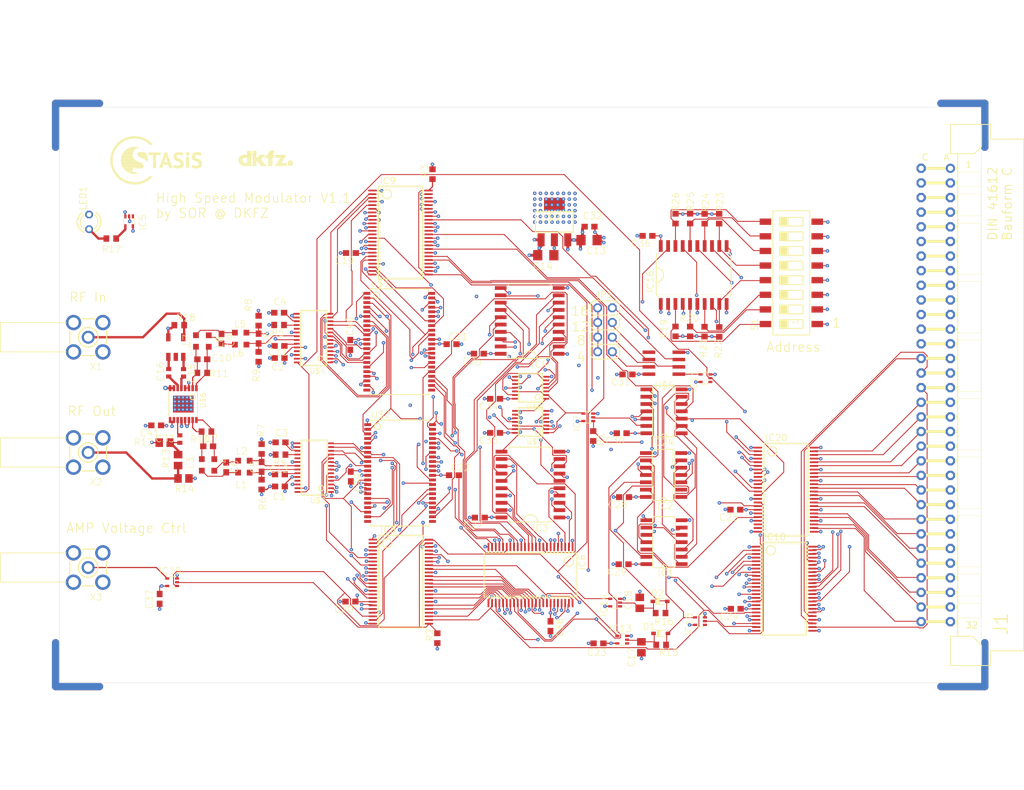
<source format=kicad_pcb>
(kicad_pcb (version 20240108) (generator "pcbnew") (generator_version "8.0")
  (layers (0 "F.Cu" signal) (1 "In1.Cu" signal) (2 "In2.Cu" signal) (3 "In3.Cu" signal) (4 "In4.Cu" signal) (31 "B.Cu" signal) (34 "B.Paste" user) (35 "F.Paste" user) (36 "B.SilkS" user "B.Silkscreen") (37 "F.SilkS" user "F.Silkscreen") (38 "B.Mask" user) (39 "F.Mask" user) (44 "Edge.Cuts" user))
  (net 0 "")
  (net 1 "GND")
  (net 2 "VCC")
  (net 3 "A3")
  (net 4 "A7")
  (net 5 "A11")
  (net 6 "CLR")
  (net 7 "A0")
  (net 8 "A1")
  (net 9 "A2")
  (net 10 "A4")
  (net 11 "A5")
  (net 12 "A6")
  (net 13 "A8")
  (net 14 "A9")
  (net 15 "A12")
  (net 16 "A13")
  (net 17 "A14")
  (net 18 "A15")
  (net 19 "N$19")
  (net 20 "N$20")
  (net 21 "B1")
  (net 22 "B2")
  (net 23 "B3")
  (net 24 "B4")
  (net 25 "B5")
  (net 26 "B6")
  (net 27 "B7")
  (net 28 "B8")
  (net 29 "B9")
  (net 30 "B10")
  (net 31 "B11")
  (net 32 "B12")
  (net 33 "B13")
  (net 34 "B14")
  (net 35 "B15")
  (net 36 "B16")
  (net 37 "IS_EQUAL")
  (net 38 "A10")
  (net 39 "DI0")
  (net 40 "DI1")
  (net 41 "DI2")
  (net 42 "DI3")
  (net 43 "DI4")
  (net 44 "DI5")
  (net 45 "DI6")
  (net 46 "DI7")
  (net 47 "DI8")
  (net 48 "DI9")
  (net 49 "DI10")
  (net 50 "DI11")
  (net 51 "DI12")
  (net 52 "DI13")
  (net 53 "DQ0")
  (net 54 "DQ1")
  (net 55 "DQ2")
  (net 56 "DQ3")
  (net 57 "DQ4")
  (net 58 "DQ5")
  (net 59 "DQ6")
  (net 60 "DQ7")
  (net 61 "DQ8")
  (net 62 "DQ9")
  (net 63 "DQ10")
  (net 64 "DQ11")
  (net 65 "DQ12")
  (net 66 "DQ13")
  (net 67 "N$32")
  (net 68 "N$33")
  (net 69 "N$34")
  (net 70 "N$35")
  (net 71 "OE_SWITCH")
  (net 72 "N$37")
  (net 73 "N$41")
  (net 74 "N$43")
  (net 75 "N$45")
  (net 76 "N$49")
  (net 77 "N$51")
  (net 78 "N$39")
  (net 79 "N$42")
  (net 80 "IBP")
  (net 81 "IBN")
  (net 82 "N$48")
  (net 83 "N$50")
  (net 84 "N$53")
  (net 85 "QBP")
  (net 86 "QBN")
  (net 87 "N$47")
  (net 88 "N$52")
  (net 89 "N$57")
  (net 90 "N$61")
  (net 91 "N$62")
  (net 92 "N$4")
  (net 93 "N$60")
  (net 94 "N$63")
  (net 95 "PROG")
  (net 96 "OE_MEM")
  (net 97 "N$38")
  (net 98 "N$40")
  (net 99 "N$64")
  (net 100 "N$65")
  (net 101 "N$66")
  (net 102 "N$67")
  (net 103 "N$68")
  (net 104 "N$69")
  (net 105 "N$70")
  (net 106 "N$74")
  (net 107 "CLK")
  (net 108 "DATA0")
  (net 109 "DATA1")
  (net 110 "DATA2")
  (net 111 "DATA3")
  (net 112 "DATA4")
  (net 113 "DATA5")
  (net 114 "DATA6")
  (net 115 "DATA7")
  (net 116 "DATA8")
  (net 117 "DATA9")
  (net 118 "DATA10")
  (net 119 "DATA11")
  (net 120 "DATA12")
  (net 121 "DATA13")
  (net 122 "DATA14")
  (net 123 "DATA15")
  (net 124 "ADDR0")
  (net 125 "ADDR1")
  (net 126 "ADDR2")
  (net 127 "ADDR3")
  (net 128 "ADDR4")
  (net 129 "ADDR5")
  (net 130 "ADDR6")
  (net 131 "ADDR7")
  (net 132 "CHIP0")
  (net 133 "CHIP1")
  (net 134 "N$73")
  (net 135 "N$75")
  (net 136 "N$76")
  (net 137 "5V")
  (net 138 "RES")
  (net 139 "WE")
  (net 140 "N$71")
  (net 141 "N$72")
  (net 142 "N$78")
  (net 143 "N$79")
  (net 144 "WE_I")
  (net 145 "WE_Q")
  (net 146 "N$80")
  (net 147 "N$81")
  (net 148 "N$82")
  (net 149 "N$83")
  (net 150 "N$1")
  (net 151 "N$2")
  (net 152 "N$3")
  (net 153 "N$5")
  (net 154 "N$6")
  (net 155 "N$7")
  (net 156 "N$8")
  (net 157 "N$9")
  (net 158 "N$10")
  (net 159 "N$11")
  (net 160 "N$12")
  (net 161 "N$13")
  (net 162 "N$14")
  (net 163 "N$15")
  (net 164 "N$16")
  (net 165 "N$17")
  (net 166 "N$18")
  (net 167 "N$21")
  (net 168 "N$22")
  (net 169 "N$23")
  (net 170 "N$24")
  (net 171 "N$25")
  (net 172 "N$26")
  (net 173 "N$27")
  (net 174 "N$28")
  (net 175 "N$29")
  (net 176 "N$30")
  (net 177 "N$31")
  (net 178 "N$77")
  (net 179 "N$84")
  (net 180 "N$85")
  (net 181 "N$86")
  (net 182 "N$87")
  (net 183 "N$89")
  (net 184 "N$88")
  (net 185 "N$90")
  (net 186 "N$92")
  (net 187 "N$93")
  (net 188 "N$94")
  (net 189 "N$95")
  (net 190 "N$36")
  (net 191 "N$44")
  (net 192 "N$46")
  (net 193 "N$54")
  (net 194 "N$55")
  (net 195 "N$56")
  (footprint "Modulator_V1p2:R0603_334" (layer "F.Cu") (at 103.0971 98.3736 90)
    (property "Reference" "R9")
    (property "Value" "140")
  )
  (footprint "Modulator_V1p2:C0402_334" (layer "F.Cu") (at 90.0671 101.1536 -90)
    (property "Reference" "C15")
    (property "Value" "10nF")
  )
  (footprint "Modulator_V1p2:TSSOP28" (layer "F.Cu") (at 112.7471 117.6236 90)
    (property "Reference" "U$3")
    (property "Value" "AD9754")
  )
  (footprint "Modulator_V1p2:L2012C_334" (layer "F.Cu") (at 99.9771 94.1736 180)
    (property "Reference" "L5")
    (property "Value" "1uH")
  )
  (footprint "Modulator_V1p2:C0603_334" (layer "F.Cu") (at 103.0971 95.2036 -90)
    (property "Reference" "C8")
    (property "Value" "110pF")
  )
  (footprint "Modulator_V1p2:R0603_334" (layer "F.Cu") (at 93.3071 101.1636 180)
    (property "Reference" "R11")
    (property "Value" "220")
  )
  (footprint "Modulator_V1p2:TSOPII-Z44" (layer "F.Cu") (at 127.6471 118.5636 -90)
    (property "Reference" "U$2")
    (property "Value" "SRAM_64K_16BIT")
  )
  (footprint "Modulator_V1p2:TSSOP28" (layer "F.Cu") (at 112.6371 95.1236 90)
    (property "Reference" "U$4")
    (property "Value" "AD9754")
  )
  (footprint "Modulator_V1p2:SOT223" (layer "F.Cu") (at 154.4371 74.9436)
    (property "Reference" "U$9")
    (property "Value" "AZ1117IH-3.3TRG1")
  )
  (footprint "Modulator_V1p2:R0603_334" (layer "F.Cu") (at 183.0571 94.0536 90)
    (property "Reference" "R22")
    (property "Value" "100k")
  )
  (footprint "Modulator_V1p2:R0603_334" (layer "F.Cu") (at 103.6171 114.3936 -90)
    (property "Reference" "R7")
    (property "Value" "140")
  )
  (footprint "Modulator_V1p2:R0603_334" (layer "F.Cu") (at 106.8971 115.3636 180)
    (property "Reference" "R4")
    (property "Value" "2k")
  )
  (footprint "Modulator_V1p2:SO20W_85" (layer "F.Cu") (at 150.1471 92.1336 90)
    (property "Reference" "IC4")
    (property "Value" "74HC688DW")
  )
  (footprint "Modulator_V1p2:LOGO_STASIS" (layer "F.Cu") (at 86.3171 64.4836)
    (property "Reference" "U$11" (hide yes))
    (property "Value" "" (hide yes))
  )
  (footprint "Modulator_V1p2:R0603_334" (layer "F.Cu") (at 134.1171 147.2436 90)
    (property "Reference" "R2")
    (property "Value" "100k")
  )
  (footprint "Modulator_V1p2:R0805_334" (layer "F.Cu") (at 89.1171 116.3136 90)
    (property "Reference" "R13")
    (property "Value" "0")
  )
  (footprint "Modulator_V1p2:C0603_334" (layer "F.Cu") (at 162.0871 148.1436 180)
    (property "Reference" "C23")
    (property "Value" "10nF")
  )
  (footprint "Modulator_V1p2:SSOP48DL_83" (layer "F.Cu") (at 150.6071 136.2736 180)
    (property "Reference" "IC6")
    (property "Value" "SN74LVC16373")
  )
  (footprint "Modulator_V1p2:C0603_334" (layer "F.Cu") (at 106.7371 98.5736 180)
    (property "Reference" "C2")
    (property "Value" "100nF")
  )
  (footprint "Modulator_V1p2:R0603_334" (layer "F.Cu") (at 180.5171 74.3936 -90)
    (property "Reference" "R24")
    (property "Value" "100k")
  )
  (footprint "Modulator_V1p2:SC70-5_87" (layer "F.Cu") (at 88.0871 137.5236 90)
    (property "Reference" "IC15")
    (property "Value" "74LVC1G08DCK")
  )
  (footprint "Modulator_V1p2:C0603_334" (layer "F.Cu") (at 170.5971 77.3636 180)
    (property "Reference" "C36")
    (property "Value" "10nF")
  )
  (footprint "Modulator_V1p2:C0603_334" (layer "F.Cu") (at 136.5871 96.1836)
    (property "Reference" "C21")
    (property "Value" "10nF")
  )
  (footprint "Modulator_V1p2:SC70-5_86" (layer "F.Cu") (at 166.2071 147.5036 90)
    (property "Reference" "IC13")
    (property "Value" "74LVC1G17DCK")
  )
  (footprint "Modulator_V1p2:C0603_334" (layer "F.Cu") (at 141.4871 126.3036 180)
    (property "Reference" "C27")
    (property "Value" "10nF")
  )
  (footprint "Modulator_V1p2:C0603_334" (layer "F.Cu") (at 185.8471 124.9236 180)
    (property "Reference" "C25")
    (property "Value" "10nF")
  )
  (footprint "Modulator_V1p2:L2012C_334" (layer "F.Cu") (at 95.3971 117.1536 90)
    (property "Reference" "L4")
    (property "Value" "1.5uH")
  )
  (footprint "Modulator_V1p2:SO14_88" (layer "F.Cu") (at 173.3871 118.9036 90)
    (property "Reference" "IC2")
    (property "Value" "SN74LVC04ANS")
  )
  (footprint "Modulator_V1p2:ETC1-1-13" (layer "F.Cu") (at 88.7171 96.6836 -90)
    (property "Reference" "U$12")
    (property "Value" "ETC1-1-13")
  )
  (footprint "Modulator_V1p2:C0603_334" (layer "F.Cu") (at 119.0971 119.1636 -90)
    (property "Reference" "C39")
    (property "Value" "10nF")
  )
  (footprint "Modulator_V1p2:C0603_334" (layer "F.Cu") (at 119.1171 80.3436 180)
    (property "Reference" "C19")
    (property "Value" "100nF")
  )
  (footprint "Modulator_V1p2:R0603_334" (layer "F.Cu") (at 133.2771 66.6536 90)
    (property "Reference" "R3")
    (property "Value" "100k")
  )
  (footprint "Modulator_V1p2:L2012C_334" (layer "F.Cu") (at 99.9771 96.2536 180)
    (property "Reference" "L6")
    (property "Value" "1uH")
  )
  (footprint "Modulator_V1p2:C0603_334" (layer "F.Cu") (at 93.3171 98.8036)
    (property "Reference" "C10")
    (property "Value" "220pF")
  )
  (footprint "Modulator_V1p2:C0603_334" (layer "F.Cu") (at 106.7971 120.8936 180)
    (property "Reference" "C1")
    (property "Value" "100nF")
  )
  (footprint "Modulator_V1p2:R0603_334" (layer "F.Cu") (at 172.8671 142.8836 180)
    (property "Reference" "R16")
    (property "Value" "1k")
  )
  (footprint "Modulator_V1p2:C0603_334" (layer "F.Cu") (at 153.7571 145.1636 -90)
    (property "Reference" "C38")
    (property "Value" "10nF")
  )
  (footprint "Modulator_V1p2:R0603_334" (layer "F.Cu") (at 180.4971 94.0036 90)
    (property "Reference" "R21")
    (property "Value" "100k")
  )
  (footprint "Modulator_V1p2:SO20W_85" (layer "F.Cu") (at 150.2871 120.5636 90)
    (property "Reference" "IC3")
    (property "Value" "74HC688DW")
  )
  (footprint "Modulator_V1p2:L2012C_334" (layer "F.Cu") (at 100.5371 116.4136 180)
    (property "Reference" "L2")
    (property "Value" "1uH")
  )
  (footprint "Modulator_V1p2:R0603_334" (layer "F.Cu") (at 94.0471 111.3636 180)
    (property "Reference" "R10")
    (property "Value" "220")
  )
  (footprint "Modulator_V1p2:LOGO_DKFZ" (layer "F.Cu") (at 99.6171 65.2836)
    (property "Reference" "U$10" (hide yes))
    (property "Value" "" (hide yes))
  )
  (footprint "Modulator_V1p2:SSOP48DL_83" (layer "F.Cu") (at 194.6271 121.1336 -90)
    (property "Reference" "IC20")
    (property "Value" "SN74LVCH16244ADLR")
  )
  (footprint "Modulator_V1p2:C0603_334" (layer "F.Cu") (at 141.3171 97.8236 180)
    (property "Reference" "C26")
    (property "Value" "10nF")
  )
  (footprint "Modulator_V1p2:SC70-5_86" (layer "F.Cu") (at 179.7171 144.2836 90)
    (property "Reference" "IC18")
    (property "Value" "74LVC1G17DCK")
  )
  (footprint "Modulator_V1p2:C0603_334" (layer "F.Cu") (at 136.9971 118.9436)
    (property "Reference" "C22")
    (property "Value" "10nF")
  )
  (footprint "Modulator_V1p2:C0603_334" (layer "F.Cu") (at 85.9171 140.4236 -90)
    (property "Reference" "C37")
    (property "Value" "10nF")
  )
  (footprint "Modulator_V1p2:TSSOP14" (layer "F.Cu") (at 150.3071 109.6736 90)
    (property "Reference" "U$7")
    (property "Value" "74LV393PW")
  )
  (footprint "Modulator_V1p2:L2012C_334" (layer "F.Cu") (at 92.2171 95.6236 -90)
    (property "Reference" "L7")
    (property "Value" "1.5uH")
  )
  (footprint "Modulator_V1p2:SSOP48DL_83" (layer "F.Cu") (at 127.7871 137.1036 -90)
    (property "Reference" "IC8")
    (property "Value" "SN74CB3Q16245DLR")
  )
  (footprint "Modulator_V1p2:C0603_334" (layer "F.Cu") (at 166.5371 122.7436 180)
    (property "Reference" "C28")
    (property "Value" "10nF")
  )
  (footprint "Modulator_V1p2:C0603_334" (layer "F.Cu") (at 167.1171 101.4336 180)
    (property "Reference" "C31")
    (property "Value" "10nF")
  )
  (footprint "Modulator_V1p2:SOD323_ST_210" (layer "F.Cu") (at 172.7771 140.8536)
    (property "Reference" "D2")
    (property "Value" "BAT60J")
  )
  (footprint "Modulator_V1p2:C0603_334" (layer "F.Cu") (at 106.7171 96.4836 180)
    (property "Reference" "C11")
    (property "Value" "100nF")
  )
  (footprint "Modulator_V1p2:SMS-008_362" (layer "F.Cu") (at 195.5671 83.7936 90)
    (property "Reference" "S1")
    (property "Value" "SWS008")
  )
  (footprint "Modulator_V1p2:SO20W_85" (layer "F.Cu") (at 178.6171 84.1536)
    (property "Reference" "IC16")
    (property "Value" "74HC688DW")
  )
  (footprint "Modulator_V1p2:C0603_334" (layer "F.Cu") (at 166.4471 134.4036 180)
    (property "Reference" "C29")
    (property "Value" "10nF")
  )
  (footprint "Modulator_V1p2:SSOP48DL_83" (layer "F.Cu") (at 127.7271 76.4736 -90)
    (property "Reference" "IC9")
    (property "Value" "SN74CB3Q16245DLR")
  )
  (footprint "Modulator_V1p2:VG64B_79" (layer "F.Cu") (at 68.2371 105.0036)
    (property "Reference" "J1")
    (property "Value" "BUS")
    (fp_line (start 0.254 -50.0126) (end 0.254 50.0126) (stroke (width 0.05)) (layer "Edge.Cuts"))
    (fp_line (start 0.254 50.0126) (end 160.274 50.0126) (stroke (width 0.05)) (layer "Edge.Cuts"))
    (fp_line (start 160.274 -50.0126) (end 0.254 -50.0126) (stroke (width 0.05)) (layer "Edge.Cuts"))
    (fp_line (start 160.274 50.0126) (end 160.274 -50.0126) (stroke (width 0.05)) (layer "Edge.Cuts"))
  )
  (footprint "Modulator_V1p2:R0603_334" (layer "F.Cu") (at 103.6171 120.5636 -90)
    (property "Reference" "R6")
    (property "Value" "140")
  )
  (footprint "Modulator_V1p2:R0603_334" (layer "F.Cu") (at 183.0371 74.3836 -90)
    (property "Reference" "R23")
    (property "Value" "100k")
  )
  (footprint "Modulator_V1p2:L2012C_334" (layer "F.Cu") (at 100.5371 118.4936 180)
    (property "Reference" "L1")
    (property "Value" "1uH")
  )
  (footprint "Modulator_V1p2:C0603_334" (layer "F.Cu") (at 160.5371 75.7636)
    (property "Reference" "C32")
    (property "Value" "10nF")
  )
  (footprint "Modulator_V1p2:C0603_334" (layer "F.Cu") (at 103.6171 117.4936 90)
    (property "Reference" "C5")
    (property "Value" "110pF")
  )
  (footprint "Modulator_V1p2:SOD323_ST_210" (layer "F.Cu") (at 172.8971 146.4136)
    (property "Reference" "D1")
    (property "Value" "BAT60J")
  )
  (footprint "Modulator_V1p2:LED3MM_259" (layer "F.Cu") (at 73.6671 74.9336 90)
    (property "Reference" "LED1")
    (property "Value" "10mA 2.2-2.4V")
  )
  (footprint "Modulator_V1p2:SC70-5_86" (layer "F.Cu") (at 80.6171 74.8336 180)
    (property "Reference" "IC5")
    (property "Value" "74LVC1G17DCK")
  )
  (footprint "Modulator_V1p2:C0603_334" (layer "F.Cu") (at 166.1171 111.6436 180)
    (property "Reference" "C30")
    (property "Value" "10nF")
  )
  (footprint "Modulator_V1p2:C0603_334" (layer "F.Cu") (at 85.3171 110.2836 180)
    (property "Reference" "C41")
    (property "Value" "10nF")
  )
  (footprint "Modulator_V1p2:SC70-5_86" (layer "F.Cu") (at 164.9871 141.0636 90)
    (property "Reference" "IC14")
    (property "Value" "74LVC1G17DCK")
  )
  (footprint "Modulator_V1p2:C0603_334" (layer "F.Cu") (at 94.3371 113.9236)
    (property "Reference" "C7")
    (property "Value" "220pF")
  )
  (footprint "Modulator_V1p2:R0603_334" (layer "F.Cu") (at 161.1771 112.1336 -90)
    (property "Reference" "R1")
    (property "Value" "100k")
  )
  (footprint "Modulator_V1p2:C0805_334" (layer "F.Cu") (at 169.2571 141.1036 90)
    (property "Reference" "C18")
    (property "Value" "1nF")
  )
  (footprint "Modulator_V1p2:2X04_16378166" (layer "F.Cu") (at 163.2171 93.6836 90)
    (property "Reference" "JP1")
    (property "Value" "PINHD-2X4")
  )
  (footprint "Modulator_V1p2:C0603_334" (layer "F.Cu") (at 106.8971 113.2336)
    (property "Reference" "C3")
    (property "Value" "100nF")
  )
  (footprint "Modulator_V1p2:R0603_334" (layer "F.Cu") (at 172.9671 148.4036 180)
    (property "Reference" "R15")
    (property "Value" "1k")
  )
  (footprint "Modulator_V1p2:C0402_334" (layer "F.Cu") (at 89.4171 112.6636 -90)
    (property "Reference" "C33")
    (property "Value" "10nF")
  )
  (footprint "Modulator_V1p2:BU-SMA-H" (layer "F.Cu") (at 73.5071 114.9936 180)
    (property "Reference" "X2")
    (property "Value" "SMA_CON-H")
  )
  (footprint "Modulator_V1p2:BU-SMA-H" (layer "F.Cu") (at 73.5171 94.9736 180)
    (property "Reference" "X1")
    (property "Value" "SMA_CON-H")
  )
  (footprint "Modulator_V1p2:C0603_334" (layer "F.Cu") (at 106.7971 118.8036 180)
    (property "Reference" "C12")
    (property "Value" "100nF")
  )
  (footprint "Modulator_V1p2:C0603_334" (layer "F.Cu") (at 119.0371 140.8836 180)
    (property "Reference" "C20")
    (property "Value" "100nF")
  )
  (footprint "Modulator_V1p2:R0603_334" (layer "F.Cu") (at 103.0971 92.1036 90)
    (property "Reference" "R8")
    (property "Value" "140")
  )
  (footprint "Modulator_V1p2:SC70-5_87" (layer "F.Cu") (at 180.6671 102.0836 90)
    (property "Reference" "IC11")
    (property "Value" "74LVC1G04DCK")
  )
  (footprint "Modulator_V1p2:R0603_334" (layer "F.Cu") (at 177.9971 93.9736 90)
    (property "Reference" "R20")
    (property "Value" "100k")
  )
  (footprint "Modulator_V1p2:R0603_334" (layer "F.Cu") (at 77.5171 77.8336)
    (property "Reference" "R17")
    (property "Value" "120")
  )
  (footprint "Modulator_V1p2:SO-08" (layer "F.Cu") (at 173.4371 99.4836 90)
    (property "Reference" "U$5")
    (property "Value" "DS1100LZ-20LZ")
  )
  (footprint "Modulator_V1p2:R0603_334" (layer "F.Cu") (at 175.4571 93.9636 90)
    (property "Reference" "R19")
    (property "Value" "100k")
  )
  (footprint "Modulator_V1p2:C0805_334" (layer "F.Cu") (at 169.5371 148.8236 -90)
    (property "Reference" "C17")
    (property "Value" "1nF")
  )
  (footprint "Modulator_V1p2:SO14_88" (layer "F.Cu") (at 173.4671 107.8436 90)
    (property "Reference" "IC24")
    (property "Value" "SN74LVC02AD")
  )
  (footprint "Modulator_V1p2:C1206_334" (layer "F.Cu") (at 160.4571 78.1036)
    (property "Reference" "C13")
    (property "Value" "10µF")
  )
  (footprint "Modulator_V1p2:L2012C_334" (layer "F.Cu") (at 93.2371 117.1436 90)
    (property "Reference" "L3")
    (property "Value" "1.5uH")
  )
  (footprint "Modulator_V1p2:C0603_334" (layer "F.Cu") (at 144.1371 111.5836 180)
    (property "Reference" "C35")
    (property "Value" "10nF")
  )
  (footprint "Modulator_V1p2:BU-SMA-H" (layer "F.Cu") (at 73.5071 134.9736 180)
    (property "Reference" "X3")
    (property "Value" "SMA_CON-H")
  )
  (footprint "Modulator_V1p2:C0603_334" (layer "F.Cu") (at 118.9971 96.3036 -90)
    (property "Reference" "C40")
    (property "Value" "10nF")
  )
  (footprint "Modulator_V1p2:C0603_334" (layer "F.Cu") (at 106.6571 90.7136)
    (property "Reference" "C4")
    (property "Value" "100nF")
  )
  (footprint "Modulator_V1p2:C0603_334" (layer "F.Cu") (at 96.6571 95.2436 -90)
    (property "Reference" "C9")
    (property "Value" "270pF")
  )
  (footprint "Modulator_V1p2:TSSOP14" (layer "F.Cu") (at 150.3071 103.7436 90)
    (property "Reference" "U$8")
    (property "Value" "74LV393PW")
  )
  (footprint "Modulator_V1p2:R0603_334" (layer "F.Cu") (at 106.6471 92.8436 180)
    (property "Reference" "R5")
    (property "Value" "2k")
  )
  (footprint "Modulator_V1p2:C1206_334" (layer "F.Cu") (at 152.9471 80.7236 180)
    (property "Reference" "C14")
    (property "Value" "22µF")
  )
  (footprint "Modulator_V1p2:C0402_334" (layer "F.Cu") (at 87.4871 101.1436 -90)
    (property "Reference" "C16")
    (property "Value" "10nF")
  )
  (footprint "Modulator_V1p2:C0603_334" (layer "F.Cu") (at 97.4671 117.5836 90)
    (property "Reference" "C6")
    (property "Value" "270pF")
  )
  (footprint "Modulator_V1p2:R0603_334" (layer "F.Cu") (at 177.9971 74.3636 -90)
    (property "Reference" "R25")
    (property "Value" "100k")
  )
  (footprint "Modulator_V1p2:L2012C_334" (layer "F.Cu") (at 94.4371 95.6336 -90)
    (property "Reference" "L8")
    (property "Value" "1.5uH")
  )
  (footprint "Modulator_V1p2:R0603_334" (layer "F.Cu") (at 175.4571 74.3736 -90)
    (property "Reference" "R26")
    (property "Value" "100k")
  )
  (footprint "Modulator_V1p2:C0603_334" (layer "F.Cu") (at 144.1371 105.6636 180)
    (property "Reference" "C34")
    (property "Value" "10nF")
  )
  (footprint "Modulator_V1p2:R0805_334" (layer "F.Cu") (at 90.0571 119.5036)
    (property "Reference" "R14")
    (property "Value" "NP")
  )
  (footprint "Modulator_V1p2:R0805_334" (layer "F.Cu") (at 86.7971 113.2836)
    (property "Reference" "R12")
    (property "Value" "NP")
  )
  (footprint "Modulator_V1p2:SC70-5_87" (layer "F.Cu") (at 160.3271 108.8836 90)
    (property "Reference" "IC7")
    (property "Value" "SN74LVC1G32IDCKREP")
  )
  (footprint "Modulator_V1p2:SO14_88" (layer "F.Cu") (at 173.4671 130.5736 90)
    (property "Reference" "IC1")
    (property "Value" "74ALVC00")
  )
  (footprint "Modulator_V1p2:TSSOP16EXP" (layer "F.Cu") (at 90.0171 106.5836 180)
    (property "Reference" "U$6")
    (property "Value" "AD8345E")
  )
  (footprint "Modulator_V1p2:TSOPII-Z44" (layer "F.Cu") (at 127.5071 95.7536 -90)
    (property "Reference" "U$1")
    (property "Value" "SRAM_64K_16BIT")
  )
  (footprint "Modulator_V1p2:R0603_334" (layer "F.Cu") (at 89.3171 92.8836)
    (property "Reference" "R18")
    (property "Value" "50")
  )
  (footprint "Modulator_V1p2:SSOP48DL_83" (layer "F.Cu") (at 194.3471 138.3336 -90)
    (property "Reference" "IC10")
    (property "Value" "SN74LVCH16244ADLR")
  )
  (footprint "Modulator_V1p2:C0603_334" (layer "F.Cu") (at 185.9171 142.1436 180)
    (property "Reference" "C24")
    (property "Value" "10nF")
  )
  (gr_text "Address" (at 191.1171 97.6336 0) (layer "F.SilkS") (effects (font (size 1.63576 1.63576) (thickness 0.14224)) (justify left bottom)))
  (gr_text "RF In" (at 70.1171 88.9836 0) (layer "F.SilkS") (effects (font (size 1.63576 1.63576) (thickness 0.14224)) (justify left bottom)))
  (gr_text "High Speed Modulator V1.1\nby SOR @ DKFZ" (at 85.1171 74.3836 0) (layer "F.SilkS") (effects (font (size 1.63576 1.63576) (thickness 0.14224)) (justify left bottom)))
  (gr_text "1" (at 202.5171 93.4336 0) (layer "F.SilkS") (effects (font (size 1.63576 1.63576) (thickness 0.14224)) (justify left bottom)))
  (gr_text "4" (at 158.209665 99.396702 0) (layer "F.SilkS") (effects (font (size 1.63576 1.63576) (thickness 0.14224)) (justify left bottom)))
  (gr_text "RF Out" (at 69.8171 108.7836 0) (layer "F.SilkS") (effects (font (size 1.63576 1.63576) (thickness 0.14224)) (justify left bottom)))
  (gr_text "12" (at 157.301798 94.096702 0) (layer "F.SilkS") (effects (font (size 1.63576 1.63576) (thickness 0.14224)) (justify left bottom)))
  (gr_text "16" (at 157.251798 91.346702 0) (layer "F.SilkS") (effects (font (size 1.63576 1.63576) (thickness 0.14224)) (justify left bottom)))
  (gr_text "8" (at 158.209665 96.496702 0) (layer "F.SilkS") (effects (font (size 1.63576 1.63576) (thickness 0.14224)) (justify left bottom)))
  (gr_text "AMP Voltage Ctrl" (at 69.6171 129.0836 0) (layer "F.SilkS") (effects (font (size 1.63576 1.63576) (thickness 0.14224)) (justify left bottom)))
  (segment (start 189.4703 145.9536) (end 188.3371 145.9536) (width 0.2032) (layer "F.Cu") (net 1))
  (segment (start 151.5471 80.7236) (end 151.5371 80.7336) (width 0.508) (layer "F.Cu") (net 1))
  (segment (start 180.5171 73.5436) (end 181.7271 73.5436) (width 0.2032) (layer "F.Cu") (net 1))
  (segment (start 142.4171 131.3336) (end 142.4803 131.3968) (width 0.2032) (layer "F.Cu") (net 1))
  (segment (start 179.1871 94.8536) (end 179.1171 94.7836) (width 0.2032) (layer "F.Cu") (net 1))
  (segment (start 161.2371 148.1436) (end 160.3771 148.1436) (width 0.2032) (layer "F.Cu") (net 1))
  (segment (start 188.5671 119.8836) (end 188.5871 119.8636) (width 0.2032) (layer "F.Cu") (net 1))
  (segment (start 105.0671 120.8836) (end 104.5371 121.4136) (width 0.2032) (layer "F.Cu") (net 1))
  (segment (start 109.7193 94.1486) (end 108.8321 94.1486) (width 0.2032) (layer "F.Cu") (net 1))
  (segment (start 184.3321 89.1828) (end 184.3321 90.6686) (width 0.2032) (layer "F.Cu") (net 1))
  (segment (start 188.3221 140.2386) (end 188.3171 140.2336) (width 0.2032) (layer "F.Cu") (net 1))
  (segment (start 161.3871 75.7636) (end 161.4671 75.8436) (width 0.2032) (layer "F.Cu") (net 1))
  (segment (start 200.6621 123.0386) (end 200.6671 123.0336) (width 0.2032) (layer "F.Cu") (net 1))
  (segment (start 155.6671 131.3768) (end 155.6671 130.2336) (width 0.2032) (layer "F.Cu") (net 1))
  (segment (start 155.6871 142.3636) (end 155.6671 142.3836) (width 0.2032) (layer "F.Cu") (net 1))
  (segment (start 133.1543 91.3336) (end 134.2671 91.3336) (width 0.2032) (layer "F.Cu") (net 1))
  (segment (start 106.0271 115.3836) (end 105.1671 115.3836) (width 0.2032) (layer "F.Cu") (net 1))
  (segment (start 106.0471 113.2336) (end 105.1171 113.2336) (width 0.2032) (layer "F.Cu") (net 1))
  (segment (start 90.9921 109.3514) (end 90.9921 110.1086) (width 0.2032) (layer "F.Cu") (net 1))
  (segment (start 104.9271 92.8436) (end 104.9171 92.8336) (width 0.2032) (layer "F.Cu") (net 1))
  (segment (start 88.3921 109.3514) (end 88.0671 109.6764) (width 0.2032) (layer "F.Cu") (net 1))
  (segment (start 90.3421 103.8158) (end 90.3671 103.7908) (width 0.2032) (layer "F.Cu") (net 1))
  (segment (start 175.4571 73.5236) (end 176.6571 73.5236) (width 0.2032) (layer "F.Cu") (net 1))
  (segment (start 172.9021 90.5686) (end 172.9171 90.5836) (width 0.2032) (layer "F.Cu") (net 1))
  (segment (start 132.6639 139.0086) (end 133.7921 139.0086) (width 0.1524) (layer "F.Cu") (net 1))
  (segment (start 121.7171 138.9336) (end 122.8353 138.9336) (width 0.1524) (layer "F.Cu") (net 1))
  (segment (start 168.8471 77.3636) (end 168.8171 77.3336) (width 0.2032) (layer "F.Cu") (net 1))
  (segment (start 143.2871 111.5836) (end 142.3171 111.5836) (width 0.2032) (layer "F.Cu") (net 1))
  (segment (start 177.5121 97.5786) (end 177.5671 97.6336) (width 0.2032) (layer "F.Cu") (net 1))
  (segment (start 87.9171 93.4336) (end 87.3671 93.4336) (width 0.4064) (layer "F.Cu") (net 1))
  (segment (start 106.0471 115.3636) (end 106.0271 115.3836) (width 0.2032) (layer "F.Cu") (net 1))
  (segment (start 189.4703 137.0636) (end 188.2871 137.0636) (width 0.2032) (layer "F.Cu") (net 1))
  (segment (start 188.2871 137.0636) (end 188.2671 137.0836) (width 0.2032) (layer "F.Cu") (net 1))
  (segment (start 90.0171 106.7836) (end 89.9671 106.8336) (width 0.4064) (layer "F.Cu") (net 1))
  (segment (start 161.8571 78.1036) (end 162.2771 77.6836) (width 0.2032) (layer "F.Cu") (net 1))
  (segment (start 109.8143 116.6336) (end 109.8293 116.6486) (width 0.2032) (layer "F.Cu") (net 1))
  (segment (start 200.6371 116.0536) (end 200.6671 116.0836) (width 0.2032) (layer "F.Cu") (net 1))
  (segment (start 167.0771 146.8336) (end 167.7671 146.8336) (width 0.2032) (layer "F.Cu") (net 1))
  (segment (start 199.2239 144.0486) (end 200.4021 144.0486) (width 0.2032) (layer "F.Cu") (net 1))
  (segment (start 144.8441 130.0916) (end 144.8671 130.1836) (width 0.1524) (layer "F.Cu") (net 1))
  (segment (start 199.5039 116.0536) (end 200.6371 116.0536) (width 0.2032) (layer "F.Cu") (net 1))
  (segment (start 162.5871 78.1036) (end 163.0171 78.5336) (width 0.2032) (layer "F.Cu") (net 1))
  (segment (start 188.5671 123.0336) (end 189.7453 123.0336) (width 0.2032) (layer "F.Cu") (net 1))
  (segment (start 122.8203 75.2336) (end 121.4171 75.2336) (width 0.1524) (layer "F.Cu") (net 1))
  (segment (start 85.8471 113.2836) (end 84.6171 113.2836) (width 0.2032) (layer "F.Cu") (net 1))
  (segment (start 189.4703 133.2536) (end 188.2871 133.2536) (width 0.2032) (layer "F.Cu") (net 1))
  (segment (start 121.8171 135.8336) (end 122.9103 135.8336) (width 0.1524) (layer "F.Cu") (net 1))
  (segment (start 87.4171 94.9836) (end 87.4171 93.4836) (width 0.4064) (layer "F.Cu") (net 1))
  (segment (start 200.3621 140.2386) (end 200.3671 140.2336) (width 0.2032) (layer "F.Cu") (net 1))
  (segment (start 121.7621 78.3786) (end 121.7171 78.3336) (width 0.1524) (layer "F.Cu") (net 1))
  (segment (start 133.7921 139.0086) (end 133.8171 139.0336) (width 0.1524) (layer "F.Cu") (net 1))
  (segment (start 144.8921 130.2086) (end 144.8921 131.3968) (width 0.2032) (layer "F.Cu") (net 1))
  (segment (start 121.7171 131.9336) (end 122.8203 131.9336) (width 0.1524) (layer "F.Cu") (net 1))
  (segment (start 164.6871 134.4036) (end 164.6671 134.3836) (width 0.2032) (layer "F.Cu") (net 1))
  (segment (start 132.6039 78.3786) (end 133.6621 78.3786) (width 0.1524) (layer "F.Cu") (net 1))
  (segment (start 176.7871 73.5136) (end 177.9971 73.5136) (width 0.2032) (layer "F.Cu") (net 1))
  (segment (start 119.0971 120.0136) (end 119.1171 120.0336) (width 0.2032) (layer "F.Cu") (net 1))
  (segment (start 108.9671 113.3836) (end 109.8143 113.3836) (width 0.2032) (layer "F.Cu") (net 1))
  (segment (start 199.2239 131.3486) (end 200.3521 131.3486) (width 0.2032) (layer "F.Cu") (net 1))
  (segment (start 133.1343 90.5536) (end 133.1543 90.5336) (width 0.2032) (layer "F.Cu") (net 1))
  (segment (start 199.2239 140.2386) (end 200.3621 140.2386) (width 0.2032) (layer "F.Cu") (net 1))
  (segment (start 88.4671 92.8836) (end 87.9171 93.4336) (width 0.4064) (layer "F.Cu") (net 1))
  (segment (start 109.8143 114.0336) (end 109.8293 114.0486) (width 0.2032) (layer "F.Cu") (net 1))
  (segment (start 169.7471 77.3636) (end 168.8471 77.3636) (width 0.2032) (layer "F.Cu") (net 1))
  (segment (start 139.7171 126.2836) (end 139.7371 126.3036) (width 0.2032) (layer "F.Cu") (net 1))
  (segment (start 90.9921 103.8158) (end 90.9671 103.7908) (width 0.2032) (layer "F.Cu") (net 1))
  (segment (start 144.4631 129.7106) (end 141.0341 129.7106) (width 0.1524) (layer "F.Cu") (net 1))
  (segment (start 109.8143 113.3836) (end 109.8293 113.3986) (width 0.2032) (layer "F.Cu") (net 1))
  (segment (start 132.6039 75.2036) (end 133.6871 75.2036) (width 0.1524) (layer "F.Cu") (net 1))
  (segment (start 84.4671 110.2836) (end 84.4171 110.3336) (width 0.1524) (layer "F.Cu") (net 1))
  (segment (start 152.1257 78.0424) (end 152.1257 79.175) (width 0.508) (layer "F.Cu") (net 1))
  (segment (start 109.7193 91.5486) (end 109.1821 91.5486) (width 0.2032) (layer "F.Cu") (net 1))
  (segment (start 199.5039 119.8636) (end 200.6471 119.8636) (width 0.2032) (layer "F.Cu") (net 1))
  (segment (start 178.0371 94.7836) (end 177.9971 94.8236) (width 0.2032) (layer "F.Cu") (net 1))
  (segment (start 188.3321 144.0486) (end 188.3171 144.0336) (width 0.2032) (layer "F.Cu") (net 1))
  (segment (start 133.9171 132.1336) (end 132.7739 132.1336) (width 0.1524) (layer "F.Cu") (net 1))
  (segment (start 121.0371 114.1636) (end 122.0199 114.1636) (width 0.2032) (layer "F.Cu") (net 1))
  (segment (start 184.0771 142.1436) (end 184.0671 142.1336) (width 0.2032) (layer "F.Cu") (net 1))
  (segment (start 121.8599 96.1336) (end 121.8799 96.1536) (width 0.2032) (layer "F.Cu") (net 1))
  (segment (start 88.0671 109.6764) (end 88.0671 110.4336) (width 0.2032) (layer "F.Cu") (net 1))
  (segment (start 189.7303 128.7336) (end 189.7503 128.7536) (width 0.2032) (layer "F.Cu") (net 1))
  (segment (start 105.9471 118.8036) (end 105.1371 118.8036) (width 0.2032) (layer "F.Cu") (net 1))
  (segment (start 105.0771 120.8936) (end 105.0671 120.8836) (width 0.2032) (layer "F.Cu") (net 1))
  (segment (start 184.3321 90.6686) (end 184.3171 90.6836) (width 0.2032) (layer "F.Cu") (net 1))
  (segment (start 181.7271 73.5436) (end 181.7671 73.5836) (width 0.2032) (layer "F.Cu") (net 1))
  (segment (start 141.0341 129.7106) (end 137.8591 126.5356) (width 0.1524) (layer "F.Cu") (net 1))
  (segment (start 179.1971 73.5136) (end 179.2671 73.5836) (width 0.2032) (layer "F.Cu") (net 1))
  (segment (start 118.2671 80.3436) (end 117.3271 80.3436) (width 0.2032) (layer "F.Cu") (net 1))
  (segment (start 181.7671 73.5836) (end 182.9871 73.5836) (width 0.2032) (layer "F.Cu") (net 1))
  (segment (start 88.9371 136.3136) (end 88.9671 136.2836) (width 0.2) (layer "F.Cu") (net 1))
  (segment (start 122.8353 138.9336) (end 122.9103 139.0086) (width 0.1524) (layer "F.Cu") (net 1))
  (segment (start 176.5405 126.7636) (end 177.8871 126.7636) (width 0.2032) (layer "F.Cu") (net 1))
  (segment (start 156.7521 114.8486) (end 156.8171 114.7836) (width 0.2032) (layer "F.Cu") (net 1))
  (segment (start 188.2871 133.2536) (end 188.2671 133.2336) (width 0.2032) (layer "F.Cu") (net 1))
  (segment (start 144.8921 141.1504) (end 144.8921 142.3586) (width 0.2032) (layer "F.Cu") (net 1))
  (segment (start 189.4703 144.0486) (end 188.3321 144.0486) (width 0.2032) (layer "F.Cu") (net 1))
  (segment (start 90.0171 106.5836) (end 90.0171 106.7836) (width 0.4064) (layer "F.Cu") (net 1))
  (segment (start 117.3271 80.3436) (end 117.3171 80.3336) (width 0.2032) (layer "F.Cu") (net 1))
  (segment (start 177.8571 115.0936) (end 177.8671 115.0836) (width 0.2032) (layer "F.Cu") (net 1))
  (segment (start 84.4171 110.3336) (end 83.4671 110.3336) (width 0.1524) (layer "F.Cu") (net 1))
  (segment (start 151.8771 130.2436) (end 151.8671 130.2336) (width 0.2032) (layer "F.Cu") (net 1))
  (segment (start 108.9671 114.0336) (end 109.8143 114.0336) (width 0.2032) (layer "F.Cu") (net 1))
  (segment (start 188.3371 145.9536) (end 188.3171 145.9336) (width 0.2032) (layer "F.Cu") (net 1))
  (segment (start 179.3071 73.5436) (end 180.5171 73.5436) (width 0.2032) (layer "F.Cu") (net 1))
  (segment (start 153.0249 107.7686) (end 153.9321 107.7686) (width 0.2) (layer "F.Cu") (net 1))
  (segment (start 153.7571 146.8736) (end 153.7671 146.8836) (width 0.2032) (layer "F.Cu") (net 1))
  (segment (start 151.8171 79.4836) (end 151.8171 80.4536) (width 0.508) (layer "F.Cu") (net 1))
  (segment (start 139.7371 126.3036) (end 140.6371 126.3036) (width 0.2032) (layer "F.Cu") (net 1))
  (segment (start 90.9921 110.1086) (end 90.6671 110.4336) (width 0.2032) (layer "F.Cu") (net 1))
  (segment (start 105.8871 98.5736) (end 105.8771 98.5836) (width 0.2032) (layer "F.Cu") (net 1))
  (segment (start 200.3471 133.2536) (end 200.3671 133.2336) (width 0.2032) (layer "F.Cu") (net 1))
  (segment (start 181.7671 94.8336) (end 180.5171 94.8336) (width 0.2032) (layer "F.Cu") (net 1))
  (segment (start 133.2743 118.1636) (end 134.2971 118.1636) (width 0.2032) (layer "F.Cu") (net 1))
  (segment (start 152.1257 79.175) (end 151.8171 79.4836) (width 0.508) (layer "F.Cu") (net 1))
  (segment (start 109.7193 98.0486) (end 108.8321 98.0486) (width 0.2032) (layer "F.Cu") (net 1))
  (segment (start 189.7303 116.0336) (end 189.7503 116.0536) (width 0.2032) (layer "F.Cu") (net 1))
  (segment (start 137.8591 119.0426) (end 137.8471 118.9436) (width 0.1524) (layer "F.Cu") (net 1))
  (segment (start 142.4803 131.3968) (end 142.9871 131.3968) (width 0.2032) (layer "F.Cu") (net 1))
  (segment (start 200.3521 131.3486) (end 200.3671 131.3336) (width 0.2032) (layer "F.Cu") (net 1))
  (segment (start 153.0249 101.8386) (end 153.9121 101.8386) (width 0.2) (layer "F.Cu") (net 1))
  (segment (start 189.4703 131.3486) (end 189.4353 131.3836) (width 0.2032) (layer "F.Cu") (net 1))
  (segment (start 176.7171 94.7836) (end 176.6871 94.8136) (width 0.2032) (layer "F.Cu") (net 1))
  (segment (start 165.8371 140.4136) (end 166.5371 140.4136) (width 0.2032) (layer "F.Cu") (net 1))
  (segment (start 91.0271 119.4836) (end 92.0671 119.4836) (width 0.2032) (layer "F.Cu") (net 1))
  (segment (start 151.5371 80.7336) (end 150.0671 80.7336) (width 0.508) (layer "F.Cu") (net 1))
  (segment (start 180.5171 94.8336) (end 180.4971 94.8536) (width 0.2032) (layer "F.Cu") (net 1))
  (segment (start 161.8571 77.1236) (end 161.8571 78.1036) (width 0.2032) (layer "F.Cu") (net 1))
  (segment (start 160.3771 148.1436) (end 160.3671 148.1336) (width 0.2032) (layer "F.Cu") (net 1))
  (segment (start 120.8171 91.3336) (end 121.8599 91.3336) (width 0.2032) (layer "F.Cu") (net 1))
  (segment (start 103.0971 99.2236) (end 103.1171 99.2436) (width 0.2032) (layer "F.Cu") (net 1))
  (segment (start 148.7021 130.2686) (end 148.6671 130.2336) (width 0.2032) (layer "F.Cu") (net 1))
  (segment (start 200.6471 119.8636) (end 200.6671 119.8836) (width 0.2032) (layer "F.Cu") (net 1))
  (segment (start 199.5039 123.0386) (end 200.6621 123.0386) (width 0.2032) (layer "F.Cu") (net 1))
  (segment (start 200.4021 144.0486) (end 200.4171 144.0336) (width 0.2032) (layer "F.Cu") (net 1))
  (segment (start 133.2743 113.3636) (end 134.2971 113.3636) (width 0.2032) (layer "F.Cu") (net 1))
  (segment (start 164.3271 111.6436) (end 164.3171 111.6336) (width 0.2032) (layer "F.Cu") (net 1))
  (segment (start 109.2021 90.8986) (end 109.7193 90.8986) (width 0.2032) (layer "F.Cu") (net 1))
  (segment (start 134.2971 118.1636) (end 134.3171 118.1836) (width 0.2032) (layer "F.Cu") (net 1))
  (segment (start 118.9971 97.1536) (end 119.0171 97.1736) (width 0.2032) (layer "F.Cu") (net 1))
  (segment (start 122.8503 71.3936) (end 124.4771 71.3936) (width 0.1524) (layer "F.Cu") (net 1))
  (segment (start 88.9371 136.8736) (end 88.9371 136.3136) (width 0.2) (layer "F.Cu") (net 1))
  (segment (start 156.6321 97.8486) (end 156.6671 97.8836) (width 0.2) (layer "F.Cu") (net 1))
  (segment (start 121.0471 118.9636) (end 121.0171 118.9336) (width 0.2032) (layer "F.Cu") (net 1))
  (segment (start 119.1171 120.0336) (end 119.1171 120.8836) (width 0.2032) (layer "F.Cu") (net 1))
  (segment (start 122.9103 142.8186) (end 122.9953 142.7336) (width 0.1524) (layer "F.Cu") (net 1))
  (segment (start 144.8671 130.1836) (end 144.8921 130.2086) (width 0.2032) (layer "F.Cu") (net 1))
  (segment (start 108.9671 120.5336) (end 109.8143 120.5336) (width 0.2032) (layer "F.Cu") (net 1))
  (segment (start 155.1763 86.4186) (end 156.6821 86.4186) (width 0.2) (layer "F.Cu") (net 1))
  (segment (start 184.9971 124.9236) (end 184.1571 124.9236) (width 0.2032) (layer "F.Cu") (net 1))
  (segment (start 199.5039 126.8486) (end 200.6521 126.8486) (width 0.2032) (layer "F.Cu") (net 1))
  (segment (start 162.2771 77.6836) (end 163.0171 77.6836) (width 0.2032) (layer "F.Cu") (net 1))
  (segment (start 200.6521 126.8486) (end 200.6671 126.8336) (width 0.2032) (layer "F.Cu") (net 1))
  (segment (start 152.1257 78.0424) (end 150.9759 78.0424) (width 0.508) (layer "F.Cu") (net 1))
  (segment (start 90.3671 103.7908) (end 90.9671 103.7908) (width 0.2032) (layer "F.Cu") (net 1))
  (segment (start 155.3163 126.2786) (end 156.8121 126.2786) (width 0.2032) (layer "F.Cu") (net 1))
  (segment (start 122.8503 78.3786) (end 121.7621 78.3786) (width 0.1524) (layer "F.Cu") (net 1))
  (segment (start 161.1771 113.8736) (end 161.1671 113.8836) (width 0.2032) (layer "F.Cu") (net 1))
  (segment (start 155.3163 114.8486) (end 156.7521 114.8486) (width 0.2032) (layer "F.Cu") (net 1))
  (segment (start 133.8021 142.8186) (end 133.8171 142.8336) (width 0.1524) (layer "F.Cu") (net 1))
  (segment (start 139.6071 97.8236) (end 139.5671 97.7836) (width 0.2032) (layer "F.Cu") (net 1))
  (segment (start 176.0371 97.5786) (end 177.5121 97.5786) (width 0.2032) (layer "F.Cu") (net 1))
  (segment (start 150.9759 78.0424) (end 150.9671 78.0336) (width 0.508) (layer "F.Cu") (net 1))
  (segment (start 177.8871 126.7636) (end 177.9171 126.7336) (width 0.2032) (layer "F.Cu") (net 1))
  (segment (start 87.7421 109.3514) (end 88.0671 109.6764) (width 0.2032) (layer "F.Cu") (net 1))
  (segment (start 108.8321 98.0486) (end 108.8171 98.0336) (width 0.2032) (layer "F.Cu") (net 1))
  (segment (start 108.8671 91.2336) (end 109.2021 90.8986) (width 0.2032) (layer "F.Cu") (net 1))
  (segment (start 132.7739 132.1336) (end 132.6639 132.0236) (width 0.1524) (layer "F.Cu") (net 1))
  (segment (start 185.0671 142.1436) (end 184.0771 142.1436) (width 0.2032) (layer "F.Cu") (net 1))
  (segment (start 133.1543 95.3336) (end 134.4671 95.3336) (width 0.2032) (layer "F.Cu") (net 1))
  (segment (start 132.6639 142.8186) (end 133.8021 142.8186) (width 0.1524) (layer "F.Cu") (net 1))
  (segment (start 176.7571 94.8236) (end 176.7171 94.7836) (width 0.2032) (layer "F.Cu") (net 1))
  (segment (start 105.7971 92.8436) (end 104.9271 92.8436) (width 0.2032) (layer "F.Cu") (net 1))
  (segment (start 140.4671 97.8236) (end 139.6071 97.8236) (width 0.2032) (layer "F.Cu") (net 1))
  (segment (start 148.7021 141.1504) (end 148.7021 142.3486) (width 0.2032) (layer "F.Cu") (net 1))
  (segment (start 200.3471 145.9536) (end 200.3671 145.9336) (width 0.2032) (layer "F.Cu") (net 1))
  (segment (start 148.7021 131.3968) (end 148.7021 130.2686) (width 0.2032) (layer "F.Cu") (net 1))
  (segment (start 188.6171 128.7336) (end 189.7303 128.7336) (width 0.2032) (layer "F.Cu") (net 1))
  (segment (start 133.1343 91.3536) (end 133.1543 91.3336) (width 0.2032) (layer "F.Cu") (net 1))
  (segment (start 165.2671 111.6436) (end 164.3271 111.6436) (width 0.2032) (layer "F.Cu") (net 1))
  (segment (start 176.4605 115.0936) (end 177.8571 115.0936) (width 0.2032) (layer "F.Cu") (net 1))
  (segment (start 176.7171 73.5836) (end 176.7871 73.5136) (width 0.2032) (layer "F.Cu") (net 1))
  (segment (start 199.2239 137.0636) (end 200.3371 137.0636) (width 0.2032) (layer "F.Cu") (net 1))
  (segment (start 103.0971 90.3636) (end 103.0971 91.2536) (width 0.2032) (layer "F.Cu") (net 1))
  (segment (start 105.8771 98.5836) (end 105.0171 98.5836) (width 0.2032) (layer "F.Cu") (net 1))
  (segment (start 155.6871 141.1504) (end 155.6871 142.3636) (width 0.2032) (layer "F.Cu") (net 1))
  (segment (start 85.9171 141.2736) (end 85.9171 142.1836) (width 0.2) (layer "F.Cu") (net 1))
  (segment (start 169.5371 149.7736) (end 169.5671 149.8036) (width 0.2032) (layer "F.Cu") (net 1))
  (segment (start 200.3371 137.0636) (end 200.3671 137.0336) (width 0.2032) (layer "F.Cu") (net 1))
  (segment (start 133.1543 90.5336) (end 134.2671 90.5336) (width 0.2032) (layer "F.Cu") (net 1))
  (segment (start 105.8071 90.7136) (end 105.7871 90.7336) (width 0.2032) (layer "F.Cu") (net 1))
  (segment (start 166.5371 140.4136) (end 166.5671 140.3836) (width 0.2032) (layer "F.Cu") (net 1))
  (segment (start 105.1371 118.8036) (end 105.0671 118.7336) (width 0.2032) (layer "F.Cu") (net 1))
  (segment (start 133.1343 95.3536) (end 133.1543 95.3336) (width 0.2032) (layer "F.Cu") (net 1))
  (segment (start 137.4371 96.1836) (end 138.3171 96.1836) (width 0.2032) (layer "F.Cu") (net 1))
  (segment (start 199.5039 114.1486) (end 200.6521 114.1486) (width 0.2032) (layer "F.Cu") (net 1))
  (segment (start 122.9953 142.7336) (end 124.0171 142.7336) (width 0.1524) (layer "F.Cu") (net 1))
  (segment (start 181.5171 101.4336) (end 182.3171 101.4336) (width 0.2) (layer "F.Cu") (net 1))
  (segment (start 105.8671 96.4836) (end 104.9671 96.4836) (width 0.2032) (layer "F.Cu") (net 1))
  (segment (start 90.3421 110.1086) (end 90.3421 109.3514) (width 0.2032) (layer "F.Cu") (net 1))
  (segment (start 156.6821 86.4186) (end 156.7171 86.3836) (width 0.2) (layer "F.Cu") (net 1))
  (segment (start 164.7271 122.7436) (end 164.7171 122.7336) (width 0.2032) (layer "F.Cu") (net 1))
  (segment (start 118.1741 140.8866) (end 118.1871 140.8836) (width 0.1524) (layer "F.Cu") (net 1))
  (segment (start 143.2871 105.6636) (end 142.3471 105.6636) (width 0.2032) (layer "F.Cu") (net 1))
  (segment (start 109.8143 120.5336) (end 109.8293 120.5486) (width 0.2032) (layer "F.Cu") (net 1))
  (segment (start 132.6639 135.8336) (end 133.8171 135.8336) (width 0.1524) (layer "F.Cu") (net 1))
  (segment (start 165.5971 134.4036) (end 164.6871 134.4036) (width 0.2032) (layer "F.Cu") (net 1))
  (segment (start 90.6671 110.4336) (end 90.3421 110.1086) (width 0.2032) (layer "F.Cu") (net 1))
  (segment (start 189.4353 131.3836) (end 188.2671 131.3836) (width 0.2032) (layer "F.Cu") (net 1))
  (segment (start 144.8921 142.3586) (end 144.8671 142.3836) (width 0.2032) (layer "F.Cu") (net 1))
  (segment (start 167.0571 146.8536) (end 167.0771 146.8336) (width 0.2032) (layer "F.Cu") (net 1))
  (segment (start 79.9671 73.9836) (end 79.9171 73.9336) (width 0.2) (layer "F.Cu") (net 1))
  (segment (start 103.0671 90.3336) (end 103.0971 90.3636) (width 0.2032) (layer "F.Cu") (net 1))
  (segment (start 169.2571 140.1536) (end 169.2571 139.1436) (width 0.2032) (layer "F.Cu") (net 1))
  (segment (start 161.8571 78.1036) (end 162.5871 78.1036) (width 0.2032) (layer "F.Cu") (net 1))
  (segment (start 120.7671 96.1336) (end 121.8599 96.1336) (width 0.2032) (layer "F.Cu") (net 1))
  (segment (start 137.8591 126.5356) (end 137.8591 119.0426) (width 0.1524) (layer "F.Cu") (net 1))
  (segment (start 176.6871 94.8136) (end 175.4571 94.8136) (width 0.2032) (layer "F.Cu") (net 1))
  (segment (start 122.0199 118.9636) (end 121.0471 118.9636) (width 0.2032) (layer "F.Cu") (net 1))
  (segment (start 200.6471 128.7536) (end 200.6671 128.7336) (width 0.2032) (layer "F.Cu") (net 1))
  (segment (start 121.0171 114.1836) (end 121.0371 114.1636) (width 0.2032) (layer "F.Cu") (net 1))
  (segment (start 179.2671 73.5836) (end 179.3071 73.5436) (width 0.2032) (layer "F.Cu") (net 1))
  (segment (start 124.4771 71.3936) (end 124.5171 71.4336) (width 0.1524) (layer "F.Cu") (net 1))
  (segment (start 122.8203 131.9336) (end 122.9103 132.0236) (width 0.1524) (layer "F.Cu") (net 1))
  (segment (start 180.5671 143.6336) (end 180.5671 142.9836) (width 0.2032) (layer "F.Cu") (net 1))
  (segment (start 133.6871 75.2036) (end 133.7171 75.2336) (width 0.1524) (layer "F.Cu") (net 1))
  (segment (start 176.6571 73.5236) (end 176.7171 73.5836) (width 0.2032) (layer "F.Cu") (net 1))
  (segment (start 109.1821 91.5486) (end 108.8671 91.2336) (width 0.2032) (layer "F.Cu") (net 1))
  (segment (start 151.8771 142.3236) (end 151.8671 142.3336) (width 0.2032) (layer "F.Cu") (net 1))
  (segment (start 156.8121 126.2786) (end 156.8171 126.2836) (width 0.2032) (layer "F.Cu") (net 1))
  (segment (start 161.1771 112.9836) (end 161.1771 113.8736) (width 0.2032) (layer "F.Cu") (net 1))
  (segment (start 182.9871 73.5836) (end 183.0371 73.5336) (width 0.2032) (layer "F.Cu") (net 1))
  (segment (start 84.5671 113.2336) (end 84.6171 113.2836) (width 0.2032) (layer "F.Cu") (net 1))
  (segment (start 133.6621 78.3786) (end 133.7171 78.4336) (width 0.1524) (layer "F.Cu") (net 1))
  (segment (start 79.9171 73.9336) (end 79.9171 73.2336) (width 0.2) (layer "F.Cu") (net 1))
  (segment (start 181.8371 94.9036) (end 181.7671 94.8336) (width 0.2032) (layer "F.Cu") (net 1))
  (segment (start 177.9971 73.5136) (end 179.1971 73.5136) (width 0.2032) (layer "F.Cu") (net 1))
  (segment (start 142.3471 105.6636) (end 142.3171 105.6336) (width 0.2032) (layer "F.Cu") (net 1))
  (segment (start 118.1871 140.8836) (end 117.2671 140.8836) (width 0.2032) (layer "F.Cu") (net 1))
  (segment (start 157.5671 131.3718) (end 157.5671 130.2836) (width 0.2032) (layer "F.Cu") (net 1))
  (segment (start 161.4671 75.8436) (end 161.4671 76.7336) (width 0.2032) (layer "F.Cu") (net 1))
  (segment (start 103.6171 121.4136) (end 103.6171 122.2836) (width 0.2032) (layer "F.Cu") (net 1))
  (segment (start 153.9121 101.8386) (end 153.9671 101.7836) (width 0.2) (layer "F.Cu") (net 1))
  (segment (start 104.5371 121.4136) (end 103.6171 121.4136) (width 0.2032) (layer "F.Cu") (net 1))
  (segment (start 189.7453 123.0336) (end 189.7503 123.0386) (width 0.2032) (layer "F.Cu") (net 1))
  (segment (start 103.6171 113.5436) (end 103.6171 112.6836) (width 0.2032) (layer "F.Cu") (net 1))
  (segment (start 122.8503 75.2036) (end 122.8203 75.2336) (width 0.1524) (layer "F.Cu") (net 1))
  (segment (start 105.7871 90.7336) (end 104.8671 90.7336) (width 0.2032) (layer "F.Cu") (net 1))
  (segment (start 108.8321 94.1486) (end 108.8171 94.1336) (width 0.2032) (layer "F.Cu") (net 1))
  (segment (start 144.8441 130.0916) (end 144.4631 129.7106) (width 0.1524) (layer "F.Cu") (net 1))
  (segment (start 133.2743 114.1636) (end 134.2971 114.1636) (width 0.2032) (layer "F.Cu") (net 1))
  (segment (start 199.5039 128.7536) (end 200.6471 128.7536) (width 0.2032) (layer "F.Cu") (net 1))
  (segment (start 177.9971 94.8236) (end 176.7571 94.8236) (width 0.2032) (layer "F.Cu") (net 1))
  (segment (start 183.0571 94.9036) (end 181.8371 94.9036) (width 0.2032) (layer "F.Cu") (net 1))
  (segment (start 180.4971 94.8536) (end 179.1871 94.8536) (width 0.2032) (layer "F.Cu") (net 1))
  (segment (start 151.8771 131.3968) (end 151.8771 130.2436) (width 0.2032) (layer "F.Cu") (net 1))
  (segment (start 133.6771 71.3936) (end 133.7171 71.4336) (width 0.1524) (layer "F.Cu") (net 1))
  (segment (start 189.7353 114.1336) (end 189.7503 114.1486) (width 0.2032) (layer "F.Cu") (net 1))
  (segment (start 133.6621 82.1886) (end 132.6039 82.1886) (width 0.1524) (layer "F.Cu") (net 1))
  (segment (start 133.7171 82.1336) (end 133.6621 82.1886) (width 0.1524) (layer "F.Cu") (net 1))
  (segment (start 134.2971 113.3636) (end 134.3171 113.3836) (width 0.2032) (layer "F.Cu") (net 1))
  (segment (start 155.6871 131.3968) (end 155.6671 131.3768) (width 0.2032) (layer "F.Cu") (net 1))
  (segment (start 157.5921 131.3968) (end 157.5671 131.3718) (width 0.2032) (layer "F.Cu") (net 1))
  (segment (start 105.9471 120.8936) (end 105.0771 120.8936) (width 0.2032) (layer "F.Cu") (net 1))
  (segment (start 179.1171 94.7836) (end 178.0371 94.7836) (width 0.2032) (layer "F.Cu") (net 1))
  (segment (start 121.8599 91.3336) (end 121.8799 91.3536) (width 0.2032) (layer "F.Cu") (net 1))
  (segment (start 176.5405 104.0336) (end 177.9171 104.0336) (width 0.2032) (layer "F.Cu") (net 1))
  (segment (start 188.5871 119.8636) (end 189.7503 119.8636) (width 0.2032) (layer "F.Cu") (net 1))
  (segment (start 124.7171 82.2336) (end 122.8953 82.2336) (width 0.1524) (layer "F.Cu") (net 1))
  (segment (start 189.7353 126.8336) (end 189.7503 126.8486) (width 0.2032) (layer "F.Cu") (net 1))
  (segment (start 108.9671 116.6336) (end 109.8143 116.6336) (width 0.2032) (layer "F.Cu") (net 1))
  (segment (start 151.8171 80.4536) (end 151.5471 80.7236) (width 0.508) (layer "F.Cu") (net 1))
  (segment (start 153.9321 107.7686) (end 153.9671 107.7336) (width 0.2) (layer "F.Cu") (net 1))
  (segment (start 153.7571 146.0136) (end 153.7571 146.8736) (width 0.2032) (layer "F.Cu") (net 1))
  (segment (start 148.7021 142.3486) (end 148.6671 142.3836) (width 0.2032) (layer "F.Cu") (net 1))
  (segment (start 161.4671 76.7336) (end 161.8571 77.1236) (width 0.2032) (layer "F.Cu") (net 1))
  (segment (start 165.6871 122.7436) (end 164.7271 122.7436) (width 0.2032) (layer "F.Cu") (net 1))
  (segment (start 90.9671 103.7908) (end 90.9671 102.8336) (width 0.2032) (layer "F.Cu") (net 1))
  (segment (start 188.5671 114.1336) (end 189.7353 114.1336) (width 0.2032) (layer "F.Cu") (net 1))
  (segment (start 166.2671 101.4336) (end 165.2671 101.4336) (width 0.2032) (layer "F.Cu") (net 1))
  (segment (start 169.5671 149.8036) (end 169.5671 150.7836) (width 0.2032) (layer "F.Cu") (net 1))
  (segment (start 169.2571 139.1436) (end 169.2671 139.1336) (width 0.2032) (layer "F.Cu") (net 1))
  (segment (start 119.0171 97.1736) (end 119.0171 98.1336) (width 0.2032) (layer "F.Cu") (net 1))
  (segment (start 184.1571 124.9236) (end 184.1171 124.8836) (width 0.2032) (layer "F.Cu") (net 1))
  (segment (start 155.1763 97.8486) (end 156.6321 97.8486) (width 0.2) (layer "F.Cu") (net 1))
  (segment (start 188.6171 126.8336) (end 189.7353 126.8336) (width 0.2032) (layer "F.Cu") (net 1))
  (segment (start 103.1171 99.2436) (end 103.1171 100.0336) (width 0.2032) (layer "F.Cu") (net 1))
  (segment (start 188.5671 116.0336) (end 189.7303 116.0336) (width 0.2032) (layer "F.Cu") (net 1))
  (segment (start 161.1771 108.2336) (end 161.9671 108.2336) (width 0.2032) (layer "F.Cu") (net 1))
  (segment (start 172.9021 89.1828) (end 172.9021 90.5686) (width 0.2032) (layer "F.Cu") (net 1))
  (segment (start 151.8771 141.1504) (end 151.8771 142.3236) (width 0.2032) (layer "F.Cu") (net 1))
  (segment (start 87.4171 93.4836) (end 87.3671 93.4336) (width 0.4064) (layer "F.Cu") (net 1))
  (segment (start 189.4703 140.2386) (end 188.3221 140.2386) (width 0.2032) (layer "F.Cu") (net 1))
  (segment (start 199.2239 145.9536) (end 200.3471 145.9536) (width 0.2032) (layer "F.Cu") (net 1))
  (segment (start 134.2971 114.1636) (end 134.3171 114.1836) (width 0.2032) (layer "F.Cu") (net 1))
  (segment (start 122.8953 82.2336) (end 122.8503 82.1886) (width 0.1524) (layer "F.Cu") (net 1))
  (segment (start 132.6039 71.3936) (end 133.6771 71.3936) (width 0.1524) (layer "F.Cu") (net 1))
  (segment (start 200.6521 114.1486) (end 200.6671 114.1336) (width 0.2032) (layer "F.Cu") (net 1))
  (segment (start 91.0071 119.5036) (end 91.0271 119.4836) (width 0.2032) (layer "F.Cu") (net 1))
  (segment (start 199.2239 133.2536) (end 200.3471 133.2536) (width 0.2032) (layer "F.Cu") (net 1))
  (via (at 150.0671 80.7336) (size 0.6064) (drill 0.2) (layers "F.Cu" "B.Cu") (net 1))
  (via (at 83.4671 110.3336) (size 0.6064) (drill 0.2) (layers "F.Cu" "B.Cu") (net 1))
  (via (at 91.3671 106.1336) (size 0.6064) (drill 0.2) (layers "F.Cu" "B.Cu") (net 1))
  (via (at 90.9671 102.8336) (size 0.6064) (drill 0.2) (layers "F.Cu" "B.Cu") (net 1))
  (via (at 184.0671 142.1336) (size 0.6064) (drill 0.2) (layers "F.Cu" "B.Cu") (net 1))
  (via (at 200.3671 131.3336) (size 0.6064) (drill 0.2) (layers "F.Cu" "B.Cu") (net 1))
  (via (at 188.5671 119.8836) (size 0.6064) (drill 0.2) (layers "F.Cu" "B.Cu") (net 1))
  (via (at 88.5671 106.1336) (size 0.6064) (drill 0.2) (layers "F.Cu" "B.Cu") (net 1))
  (via (at 169.5671 150.7836) (size 0.6064) (drill 0.2) (layers "F.Cu" "B.Cu") (net 1))
  (via (at 133.7171 78.4336) (size 0.6064) (drill 0.2) (layers "F.Cu" "B.Cu") (net 1))
  (via (at 88.5671 106.8336) (size 0.6064) (drill 0.2) (layers "F.Cu" "B.Cu") (net 1))
  (via (at 164.3171 111.6336) (size 0.6064) (drill 0.2) (layers "F.Cu" "B.Cu") (net 1))
  (via (at 121.7171 78.3336) (size 0.6064) (drill 0.2) (layers "F.Cu" "B.Cu") (net 1))
  (via (at 108.8671 91.2336) (size 0.6064) (drill 0.2) (layers "F.Cu" "B.Cu") (net 1))
  (via (at 188.2671 133.2336) (size 0.6064) (drill 0.2) (layers "F.Cu" "B.Cu") (net 1))
  (via (at 184.3171 90.6836) (size 0.6064) (drill 0.2) (layers "F.Cu" "B.Cu") (net 1))
  (via (at 129.4171 106.7836) (size 0.6064) (drill 0.2) (layers "F.Cu" "B.Cu") (net 1))
  (via (at 104.8671 90.7336) (size 0.6064) (drill 0.2) (layers "F.Cu" "B.Cu") (net 1))
  (via (at 155.6671 142.3836) (size 0.6064) (drill 0.2) (layers "F.Cu" "B.Cu") (net 1))
  (via (at 144.8671 130.1836) (size 0.6064) (drill 0.2) (layers "F.Cu" "B.Cu") (net 1))
  (via (at 164.7171 122.7336) (size 0.6064) (drill 0.2) (layers "F.Cu" "B.Cu") (net 1))
  (via (at 119.0171 98.1336) (size 0.6064) (drill 0.2) (layers "F.Cu" "B.Cu") (net 1))
  (via (at 108.9671 116.6336) (size 0.6064) (drill 0.2) (layers "F.Cu" "B.Cu") (net 1))
  (via (at 105.1171 113.2336) (size 0.6064) (drill 0.2) (layers "F.Cu" "B.Cu") (net 1))
  (via (at 200.6671 119.8836) (size 0.6064) (drill 0.2) (layers "F.Cu" "B.Cu") (net 1))
  (via (at 89.2671 106.1336) (size 0.6064) (drill 0.2) (layers "F.Cu" "B.Cu") (net 1))
  (via (at 200.3671 140.2336) (size 0.6064) (drill 0.2) (layers "F.Cu" "B.Cu") (net 1))
  (via (at 103.6171 122.2836) (size 0.6064) (drill 0.2) (layers "F.Cu" "B.Cu") (net 1))
  (via (at 150.9671 78.0336) (size 0.6064) (drill 0.2) (layers "F.Cu" "B.Cu") (net 1))
  (via (at 179.2671 73.5836) (size 0.6064) (drill 0.2) (layers "F.Cu" "B.Cu") (net 1))
  (via (at 142.4171 131.3336) (size 0.6064) (drill 0.2) (layers "F.Cu" "B.Cu") (net 1))
  (via (at 167.7671 146.8336) (size 0.6064) (drill 0.2) (layers "F.Cu" "B.Cu") (net 1))
  (via (at 148.6671 130.2336) (size 0.6064) (drill 0.2) (layers "F.Cu" "B.Cu") (net 1))
  (via (at 160.3671 148.1336) (size 0.6064) (drill 0.2) (layers "F.Cu" "B.Cu") (net 1))
  (via (at 90.6671 110.4336) (size 0.6064) (drill 0.2) (layers "F.Cu" "B.Cu") (net 1))
  (via (at 188.6171 128.7336) (size 0.6064) (drill 0.2) (layers "F.Cu" "B.Cu") (net 1))
  (via (at 142.3171 111.5836) (size 0.6064) (drill 0.2) (layers "F.Cu" "B.Cu") (net 1))
  (via (at 144.8671 142.3836) (size 0.6064) (drill 0.2) (layers "F.Cu" "B.Cu") (net 1))
  (via (at 124.0171 142.7336) (size 0.6064) (drill 0.2) (layers "F.Cu" "B.Cu") (net 1))
  (via (at 133.8171 142.8336) (size 0.6064) (drill 0.2) (layers "F.Cu" "B.Cu") (net 1))
  (via (at 108.9671 120.5336) (size 0.6064) (drill 0.2) (layers "F.Cu" "B.Cu") (net 1))
  (via (at 151.8171 79.4836) (size 0.6064) (drill 0.2) (layers "F.Cu" "B.Cu") (net 1))
  (via (at 124.5171 71.4336) (size 0.6064) (drill 0.2) (layers "F.Cu" "B.Cu") (net 1))
  (via (at 134.3171 118.1836) (size 0.6064) (drill 0.2) (layers "F.Cu" "B.Cu") (net 1))
  (via (at 90.6671 106.8336) (size 0.6064) (drill 0.2) (layers "F.Cu" "B.Cu") (net 1))
  (via (at 108.9671 114.0336) (size 0.6064) (drill 0.2) (layers "F.Cu" "B.Cu") (net 1))
  (via (at 108.9671 113.3836) (size 0.6064) (drill 0.2) (layers "F.Cu" "B.Cu") (net 1))
  (via (at 105.0171 98.5836) (size 0.6064) (drill 0.2) (layers "F.Cu" "B.Cu") (net 1))
  (via (at 177.8671 115.0836) (size 0.6064) (drill 0.2) (layers "F.Cu" "B.Cu") (net 1))
  (via (at 134.2671 90.5336) (size 0.6064) (drill 0.2) (layers "F.Cu" "B.Cu") (net 1))
  (via (at 121.0171 118.9336) (size 0.6064) (drill 0.2) (layers "F.Cu" "B.Cu") (net 1))
  (via (at 161.9671 108.2336) (size 0.6064) (drill 0.2) (layers "F.Cu" "B.Cu") (net 1))
  (via (at 151.8671 142.3336) (size 0.6064) (drill 0.2) (layers "F.Cu" "B.Cu") (net 1))
  (via (at 89.2671 107.5336) (size 0.6064) (drill 0.2) (layers "F.Cu" "B.Cu") (net 1))
  (via (at 117.2671 140.8836) (size 0.6064) (drill 0.2) (layers "F.Cu" "B.Cu") (net 1))
  (via (at 134.4671 95.3336) (size 0.6064) (drill 0.2) (layers "F.Cu" "B.Cu") (net 1))
  (via (at 151.8671 130.2336) (size 0.6064) (drill 0.2) (layers "F.Cu" "B.Cu") (net 1))
  (via (at 161.1671 113.8836) (size 0.6064) (drill 0.2) (layers "F.Cu" "B.Cu") (net 1))
  (via (at 188.5671 123.0336) (size 0.6064) (drill 0.2) (layers "F.Cu" "B.Cu") (net 1))
  (via (at 133.7171 75.2336) (size 0.6064) (drill 0.2) (layers "F.Cu" "B.Cu") (net 1))
  (via (at 120.7671 96.1336) (size 0.6064) (drill 0.2) (layers "F.Cu" "B.Cu") (net 1))
  (via (at 89.9671 106.1336) (size 0.6064) (drill 0.2) (layers "F.Cu" "B.Cu") (net 1))
  (via (at 105.0671 120.8836) (size 0.6064) (drill 0.2) (layers "F.Cu" "B.Cu") (net 1))
  (via (at 169.2671 139.1336) (size 0.6064) (drill 0.2) (layers "F.Cu" "B.Cu") (net 1))
  (via (at 156.8171 126.2836) (size 0.6064) (drill 0.2) (layers "F.Cu" "B.Cu") (net 1))
  (via (at 121.7171 138.9336) (size 0.6064) (drill 0.2) (layers "F.Cu" "B.Cu") (net 1))
  (via (at 124.7171 82.2336) (size 0.6064) (drill 0.2) (layers "F.Cu" "B.Cu") (net 1))
  (via (at 200.6671 128.7336) (size 0.6064) (drill 0.2) (layers "F.Cu" "B.Cu") (net 1))
  (via (at 139.5671 97.7836) (size 0.6064) (drill 0.2) (layers "F.Cu" "B.Cu") (net 1))
  (via (at 134.3171 113.3836) (size 0.6064) (drill 0.2) (layers "F.Cu" "B.Cu") (net 1))
  (via (at 108.8171 98.0336) (size 0.6064) (drill 0.2) (layers "F.Cu" "B.Cu") (net 1))
  (via (at 188.3171 144.0336) (size 0.6064) (drill 0.2) (layers "F.Cu" "B.Cu") (net 1))
  (via (at 176.7171 73.5836) (size 0.6064) (drill 0.2) (layers "F.Cu" "B.Cu") (net 1))
  (via (at 188.5671 116.0336) (size 0.6064) (drill 0.2) (layers "F.Cu" "B.Cu") (net 1))
  (via (at 200.3671 137.0336) (size 0.6064) (drill 0.2) (layers "F.Cu" "B.Cu") (net 1))
  (via (at 85.9171 142.1836) (size 0.6064) (drill 0.2) (layers "F.Cu" "B.Cu") (net 1))
  (via (at 121.4171 75.2336) (size 0.6064) (drill 0.2) (layers "F.Cu" "B.Cu") (net 1))
  (via (at 79.9171 73.2336) (size 0.6064) (drill 0.2) (layers "F.Cu" "B.Cu") (net 1))
  (via (at 133.7171 82.1336) (size 0.6064) (drill 0.2) (layers "F.Cu" "B.Cu") (net 1))
  (via (at 105.0671 118.7336) (size 0.6064) (drill 0.2) (layers "F.Cu" "B.Cu") (net 1))
  (via (at 140.9171 87.8836) (size 0.6064) (drill 0.2) (layers "F.Cu" "B.Cu") (net 1))
  (via (at 155.6671 130.2336) (size 0.6064) (drill 0.2) (layers "F.Cu" "B.Cu") (net 1))
  (via (at 163.0171 77.6836) (size 0.6064) (drill 0.2) (layers "F.Cu" "B.Cu") (net 1))
  (via (at 104.9171 92.8336) (size 0.6064) (drill 0.2) (layers "F.Cu" "B.Cu") (net 1))
  (via (at 176.7171 94.7836) (size 0.6064) (drill 0.2) (layers "F.Cu" "B.Cu") (net 1))
  (via (at 103.6171 112.6836) (size 0.6064) (drill 0.2) (layers "F.Cu" "B.Cu") (net 1))
  (via (at 133.9171 132.1336) (size 0.6064) (drill 0.2) (layers "F.Cu" "B.Cu") (net 1))
  (via (at 156.6671 97.8836) (size 0.6064) (drill 0.2) (layers "F.Cu" "B.Cu") (net 1))
  (via (at 184.1171 124.8836) (size 0.6064) (drill 0.2) (layers "F.Cu" "B.Cu") (net 1))
  (via (at 153.9671 107.7336) (size 0.6064) (drill 0.2) (layers "F.Cu" "B.Cu") (net 1))
  (via (at 188.2671 137.0836) (size 0.6064) (drill 0.2) (layers "F.Cu" "B.Cu") (net 1))
  (via (at 103.1171 100.0336) (size 0.6064) (drill 0.2) (layers "F.Cu" "B.Cu") (net 1))
  (via (at 200.6671 126.8336) (size 0.6064) (drill 0.2) (layers "F.Cu" "B.Cu") (net 1))
  (via (at 88.9671 136.2836) (size 0.6064) (drill 0.2) (layers "F.Cu" "B.Cu") (net 1))
  (via (at 105.1671 115.3836) (size 0.6064) (drill 0.2) (layers "F.Cu" "B.Cu") (net 1))
  (via (at 104.9671 96.4836) (size 0.6064) (drill 0.2) (layers "F.Cu" "B.Cu") (net 1))
  (via (at 134.3171 114.1836) (size 0.6064) (drill 0.2) (layers "F.Cu" "B.Cu") (net 1))
  (via (at 90.6671 107.5336) (size 0.6064) (drill 0.2) (layers "F.Cu" "B.Cu") (net 1))
  (via (at 121.0171 114.1836) (size 0.6064) (drill 0.2) (layers "F.Cu" "B.Cu") (net 1))
  (via (at 89.9671 106.8336) (size 0.6064) (drill 0.2) (layers "F.Cu" "B.Cu") (net 1))
  (via (at 89.9671 105.4336) (size 0.6064) (drill 0.2) (layers "F.Cu" "B.Cu") (net 1))
  (via (at 168.8171 77.3336) (size 0.6064) (drill 0.2) (layers "F.Cu" "B.Cu") (net 1))
  (via (at 181.7671 94.8336) (size 0.6064) (drill 0.2) (layers "F.Cu" "B.Cu") (net 1))
  (via (at 188.3171 145.9336) (size 0.6064) (drill 0.2) (layers "F.Cu" "B.Cu") (net 1))
  (via (at 119.1171 120.8836) (size 0.6064) (drill 0.2) (layers "F.Cu" "B.Cu") (net 1))
  (via (at 88.5671 105.4336) (size 0.6064) (drill 0.2) (layers "F.Cu" "B.Cu") (net 1))
  (via (at 163.0171 78.5336) (size 0.6064) (drill 0.2) (layers "F.Cu" "B.Cu") (net 1))
  (via (at 177.9171 126.7336) (size 0.6064) (drill 0.2) (layers "F.Cu" "B.Cu") (net 1))
  (via (at 139.7171 126.2836) (size 0.6064) (drill 0.2) (layers "F.Cu" "B.Cu") (net 1))
  (via (at 200.4171 144.0336) (size 0.6064) (drill 0.2) (layers "F.Cu" "B.Cu") (net 1))
  (via (at 153.7671 146.8836) (size 0.6064) (drill 0.2) (layers "F.Cu" "B.Cu") (net 1))
  (via (at 84.5671 113.2336) (size 0.6064) (drill 0.2) (layers "F.Cu" "B.Cu") (net 1))
  (via (at 200.3671 133.2336) (size 0.6064) (drill 0.2) (layers "F.Cu" "B.Cu") (net 1))
  (via (at 120.8171 91.3336) (size 0.6064) (drill 0.2) (layers "F.Cu" "B.Cu") (net 1))
  (via (at 180.5671 142.9836) (size 0.6064) (drill 0.2) (layers "F.Cu" "B.Cu") (net 1))
  (via (at 164.6671 134.3836) (size 0.6064) (drill 0.2) (layers "F.Cu" "B.Cu") (net 1))
  (via (at 179.1171 94.7836) (size 0.6064) (drill 0.2) (layers "F.Cu" "B.Cu") (net 1))
  (via (at 117.3171 80.3336) (size 0.6064) (drill 0.2) (layers "F.Cu" "B.Cu") (net 1))
  (via (at 172.9171 90.5836) (size 0.6064) (drill 0.2) (layers "F.Cu" "B.Cu") (net 1))
  (via (at 156.7171 86.3836) (size 0.6064) (drill 0.2) (layers "F.Cu" "B.Cu") (net 1))
  (via (at 88.0671 110.4336) (size 0.6064) (drill 0.2) (layers "F.Cu" "B.Cu") (net 1))
  (via (at 166.5671 140.3836) (size 0.6064) (drill 0.2) (layers "F.Cu" "B.Cu") (net 1))
  (via (at 91.3671 107.5336) (size 0.6064) (drill 0.2) (layers "F.Cu" "B.Cu") (net 1))
  (via (at 188.2671 131.3836) (size 0.6064) (drill 0.2) (layers "F.Cu" "B.Cu") (net 1))
  (via (at 181.7671 73.5836) (size 0.6064) (drill 0.2) (layers "F.Cu" "B.Cu") (net 1))
  (via (at 200.6671 123.0336) (size 0.6064) (drill 0.2) (layers "F.Cu" "B.Cu") (net 1))
  (via (at 177.5671 97.6336) (size 0.6064) (drill 0.2) (layers "F.Cu" "B.Cu") (net 1))
  (via (at 89.2671 106.8336) (size 0.6064) (drill 0.2) (layers "F.Cu" "B.Cu") (net 1))
  (via (at 142.3171 105.6336) (size 0.6064) (drill 0.2) (layers "F.Cu" "B.Cu") (net 1))
  (via (at 200.6671 114.1336) (size 0.6064) (drill 0.2) (layers "F.Cu" "B.Cu") (net 1))
  (via (at 91.3671 105.4336) (size 0.6064) (drill 0.2) (layers "F.Cu" "B.Cu") (net 1))
  (via (at 121.7171 131.9336) (size 0.6064) (drill 0.2) (layers "F.Cu" "B.Cu") (net 1))
  (via (at 188.6171 126.8336) (size 0.6064) (drill 0.2) (layers "F.Cu" "B.Cu") (net 1))
  (via (at 138.3171 96.1836) (size 0.6064) (drill 0.2) (layers "F.Cu" "B.Cu") (net 1))
  (via (at 133.7171 71.4336) (size 0.6064) (drill 0.2) (layers "F.Cu" "B.Cu") (net 1))
  (via (at 90.6671 105.4336) (size 0.6064) (drill 0.2) (layers "F.Cu" "B.Cu") (net 1))
  (via (at 156.8171 114.7836) (size 0.6064) (drill 0.2) (layers "F.Cu" "B.Cu") (net 1))
  (via (at 133.8171 139.0336) (size 0.6064) (drill 0.2) (layers "F.Cu" "B.Cu") (net 1))
  (via (at 121.8171 135.8336) (size 0.6064) (drill 0.2) (layers "F.Cu" "B.Cu") (net 1))
  (via (at 103.0671 90.3336) (size 0.6064) (drill 0.2) (layers "F.Cu" "B.Cu") (net 1))
  (via (at 88.5671 107.5336) (size 0.6064) (drill 0.2) (layers "F.Cu" "B.Cu") (net 1))
  (via (at 108.8171 94.1336) (size 0.6064) (drill 0.2) (layers "F.Cu" "B.Cu") (net 1))
  (via (at 87.3671 93.4336) (size 0.6064) (drill 0.2) (layers "F.Cu" "B.Cu") (net 1))
  (via (at 91.3671 106.8336) (size 0.6064) (drill 0.2) (layers "F.Cu" "B.Cu") (net 1))
  (via (at 200.6671 116.0836) (size 0.6064) (drill 0.2) (layers "F.Cu" "B.Cu") (net 1))
  (via (at 188.3171 140.2336) (size 0.6064) (drill 0.2) (layers "F.Cu" "B.Cu") (net 1))
  (via (at 165.2671 101.4336) (size 0.6064) (drill 0.2) (layers "F.Cu" "B.Cu") (net 1))
  (via (at 182.3171 101.4336) (size 0.6064) (drill 0.2) (layers "F.Cu" "B.Cu") (net 1))
  (via (at 157.5671 130.2836) (size 0.6064) (drill 0.2) (layers "F.Cu" "B.Cu") (net 1))
  (via (at 148.6671 142.3836) (size 0.6064) (drill 0.2) (layers "F.Cu" "B.Cu") (net 1))
  (via (at 90.6671 106.1336) (size 0.6064) (drill 0.2) (layers "F.Cu" "B.Cu") (net 1))
  (via (at 200.3671 145.9336) (size 0.6064) (drill 0.2) (layers "F.Cu" "B.Cu") (net 1))
  (via (at 134.2671 91.3336) (size 0.6064) (drill 0.2) (layers "F.Cu" "B.Cu") (net 1))
  (via (at 89.9671 107.5336) (size 0.6064) (drill 0.2) (layers "F.Cu" "B.Cu") (net 1))
  (via (at 177.9171 104.0336) (size 0.6064) (drill 0.2) (layers "F.Cu" "B.Cu") (net 1))
  (via (at 161.4671 76.7336) (size 0.6064) (drill 0.2) (layers "F.Cu" "B.Cu") (net 1))
  (via (at 89.2671 105.4336) (size 0.6064) (drill 0.2) (layers "F.Cu" "B.Cu") (net 1))
  (via (at 188.5671 114.1336) (size 0.6064) (drill 0.2) (layers "F.Cu" "B.Cu") (net 1))
  (via (at 92.0671 119.4836) (size 0.6064) (drill 0.2) (layers "F.Cu" "B.Cu") (net 1))
  (via (at 153.9671 101.7836) (size 0.6064) (drill 0.2) (layers "F.Cu" "B.Cu") (net 1))
  (via (at 133.8171 135.8336) (size 0.6064) (drill 0.2) (layers "F.Cu" "B.Cu") (net 1))
  (segment (start 188.5471 117.9236) (end 189.7153 117.9236) (width 0.2032) (layer "F.Cu") (net 2))
  (segment (start 109.7193 98.6836) (end 111.2171 98.6836) (width 0.1524) (layer "F.Cu") (net 2))
  (segment (start 81.2671 75.6836) (end 81.2871 75.7036) (width 0.2) (layer "F.Cu") (net 2))
  (segment (start 200.0629 85.0636) (end 201.8371 85.0636) (width 0.1524) (layer "F.Cu") (net 2))
  (segment (start 109.8293 121.1986) (end 111.2571 121.1986) (width 0.1524) (layer "F.Cu") (net 2))
  (segment (start 201.8171 82.5236) (end 201.8171 82.5436) (width 0.1524) (layer "F.Cu") (net 2))
  (segment (start 153.7571 142.8436) (end 153.7571 144.3136) (width 0.2032) (layer "F.Cu") (net 2))
  (segment (start 189.7503 124.9236) (end 189.7503 124.9436) (width 0.1524) (layer "F.Cu") (net 2))
  (segment (start 199.5039 124.9436) (end 200.6771 124.9436) (width 0.2032) (layer "F.Cu") (net 2))
  (segment (start 166.9671 111.6436) (end 168.4571 111.6436) (width 0.1524) (layer "F.Cu") (net 2))
  (segment (start 153.7821 131.3968) (end 153.7771 131.3918) (width 0.2032) (layer "F.Cu") (net 2))
  (segment (start 162.9371 148.1436) (end 164.2571 148.1436) (width 0.2032) (layer "F.Cu") (net 2))
  (segment (start 119.9171 140.9136) (end 119.8871 140.8836) (width 0.1524) (layer "F.Cu") (net 2))
  (segment (start 154.4171 79.4836) (end 154.4171 80.7236) (width 0.1524) (layer "F.Cu") (net 2))
  (segment (start 163.2271 141.7136) (end 163.2171 141.7036) (width 0.2032) (layer "F.Cu") (net 2))
  (segment (start 170.3137 122.7036) (end 170.3137 122.7136) (width 0.1524) (layer "F.Cu") (net 2))
  (segment (start 121.8571 144.7236) (end 121.7171 144.5836) (width 0.1524) (layer "F.Cu") (net 2))
  (segment (start 201.8171 87.6036) (end 201.8171 87.5836) (width 0.1524) (layer "F.Cu") (net 2))
  (segment (start 172.8971 79.1244) (end 172.9021 79.1244) (width 0.1524) (layer "F.Cu") (net 2))
  (segment (start 169.1121 101.3886) (end 170.8371 101.3886) (width 0.1524) (layer "F.Cu") (net 2))
  (segment (start 86.2771 138.1836) (end 87.2271 138.1836) (width 0.1524) (layer "F.Cu") (net 2))
  (segment (start 120.4371 95.3536) (end 120.4371 95.3636) (width 0.1524) (layer "F.Cu") (net 2))
  (segment (start 199.5039 117.9586) (end 200.6821 117.9586) (width 0.2032) (layer "F.Cu") (net 2))
  (segment (start 146.3771 111.5836) (end 144.9871 111.5836) (width 0.1524) (layer "F.Cu") (net 2))
  (segment (start 146.3771 105.6636) (end 144.9871 105.6636) (width 0.1524) (layer "F.Cu") (net 2))
  (segment (start 200.0629 74.9036) (end 201.8971 74.9036) (width 0.1524) (layer "F.Cu") (net 2))
  (segment (start 122.8953 69.5336) (end 122.8503 69.4886) (width 0.1524) (layer "F.Cu") (net 2))
  (segment (start 178.7531 144.9506) (end 178.8671 144.9336) (width 0.1524) (layer "F.Cu") (net 2))
  (segment (start 168.4571 111.6436) (end 170.3937 111.6436) (width 0.1524) (layer "F.Cu") (net 2))
  (segment (start 167.3871 122.7436) (end 168.5971 122.7436) (width 0.1524) (layer "F.Cu") (net 2))
  (segment (start 122.9103 144.7236) (end 121.8571 144.7236) (width 0.1524) (layer "F.Cu") (net 2))
  (segment (start 200.6821 117.9586) (end 200.6971 117.9736) (width 0.2032) (layer "F.Cu") (net 2))
  (segment (start 121.8621 133.9286) (end 121.8171 133.8836) (width 0.1524) (layer "F.Cu") (net 2))
  (segment (start 200.0629 92.6836) (end 201.7971 92.6836) (width 0.1524) (layer "F.Cu") (net 2))
  (segment (start 122.37025 84.0936) (end 121.9613 83.68465) (width 0.1524) (layer "F.Cu") (net 2))
  (segment (start 200.0629 90.1436) (end 201.8171 90.1436) (width 0.1524) (layer "F.Cu") (net 2))
  (segment (start 200.3721 135.1586) (end 200.3871 135.1736) (width 0.2032) (layer "F.Cu") (net 2))
  (segment (start 177.9911 144.9506) (end 177.8971 144.9436) (width 0.1524) (layer "F.Cu") (net 2))
  (segment (start 199.2239 142.1436) (end 200.3671 142.1436) (width 0.2032) (layer "F.Cu") (net 2))
  (segment (start 121.9613 83.68465) (end 121.9613 83.4278) (width 0.1524) (layer "F.Cu") (net 2))
  (segment (start 134.4971 96.1236) (end 135.7371 96.1236) (width 0.1524) (layer "F.Cu") (net 2))
  (segment (start 120.4371 95.3636) (end 118.9971 95.3636) (width 0.1524) (layer "F.Cu") (net 2))
  (segment (start 147.5893 105.6636) (end 146.3771 105.6636) (width 0.1524) (layer "F.Cu") (net 2))
  (segment (start 124.4671 69.5336) (end 122.8953 69.5336) (width 0.1524) (layer "F.Cu") (net 2))
  (segment (start 120.2171 139.7836) (end 120.2171 140.5536) (width 0.1524) (layer "F.Cu") (net 2))
  (segment (start 200.3671 142.1436) (end 200.3871 142.1236) (width 0.2032) (layer "F.Cu") (net 2))
  (segment (start 133.1343 96.1236) (end 134.4971 96.1236) (width 0.1524) (layer "F.Cu") (net 2))
  (segment (start 142.3371 126.3036) (end 142.3971 126.2436) (width 0.2032) (layer "F.Cu") (net 2))
  (segment (start 146.7771 130.2236) (end 146.7771 131.3768) (width 0.2032) (layer "F.Cu") (net 2))
  (segment (start 154.4371 78.0424) (end 154.4371 79.4836) (width 0.1524) (layer "F.Cu") (net 2))
  (segment (start 120.2171 140.5536) (end 119.8871 140.8836) (width 0.1524) (layer "F.Cu") (net 2))
  (segment (start 143.3771 97.8036) (end 145.1179 97.8036) (width 0.1524) (layer "F.Cu") (net 2))
  (segment (start 85.9171 138.1836) (end 86.2771 138.1836) (width 0.1524) (layer "F.Cu") (net 2))
  (segment (start 153.7821 142.8186) (end 153.7571 142.8436) (width 0.2032) (layer "F.Cu") (net 2))
  (segment (start 132.6689 73.2336) (end 133.7671 73.2336) (width 0.1524) (layer "F.Cu") (net 2))
  (segment (start 122.0199 118.1636) (end 120.6771 118.1636) (width 0.1524) (layer "F.Cu") (net 2))
  (segment (start 200.0629 87.6036) (end 201.8171 87.6036) (width 0.1524) (layer "F.Cu") (net 2))
  (segment (start 199.2239 135.1586) (end 200.3721 135.1586) (width 0.2032) (layer "F.Cu") (net 2))
  (segment (start 164.2571 148.1436) (end 164.2771 148.1236) (width 0.2032) (layer "F.Cu") (net 2))
  (segment (start 122.8503 80.2836) (end 121.4171 80.2836) (width 0.1524) (layer "F.Cu") (net 2))
  (segment (start 121.4171 80.2836) (end 121.2671 80.4336) (width 0.1524) (layer "F.Cu") (net 2))
  (segment (start 122.8503 73.2986) (end 122.8153 73.3336) (width 0.1524) (layer "F.Cu") (net 2))
  (segment (start 111.2571 121.1986) (end 111.2571 121.1636) (width 0.1524) (layer "F.Cu") (net 2))
  (segment (start 159.4771 109.5836) (end 158.4371 109.5836) (width 0.1524) (layer "F.Cu") (net 2))
  (segment (start 187.7371 142.1236) (end 187.7371 142.1436) (width 0.1524) (layer "F.Cu") (net 2))
  (segment (start 159.4771 109.5336) (end 159.4771 109.5836) (width 0.1524) (layer "F.Cu") (net 2))
  (segment (start 134.1621 133.9286) (end 134.2171 133.9836) (width 0.1524) (layer "F.Cu") (net 2))
  (segment (start 146.7971 141.1504) (end 146.7971 142.8436) (width 0.2032) (layer "F.Cu") (net 2))
  (segment (start 143.3771 97.8236) (end 143.3771 97.8036) (width 0.1524) (layer "F.Cu") (net 2))
  (segment (start 109.7193 98.6986) (end 109.7193 98.6836) (width 0.1524) (layer "F.Cu") (net 2))
  (segment (start 189.7153 117.9236) (end 189.7503 117.9586) (width 0.2032) (layer "F.Cu") (net 2))
  (segment (start 167.9671 101.4336) (end 167.9671 101.4036) (width 0.1524) (layer "F.Cu") (net 2))
  (segment (start 85.9171 139.5736) (end 85.9171 138.1836) (width 0.1524) (layer "F.Cu") (net 2))
  (segment (start 133.7871 140.9136) (end 133.8171 140.8836) (width 0.1524) (layer "F.Cu") (net 2))
  (segment (start 154.4371 79.4836) (end 154.4171 79.4836) (width 0.1524) (layer "F.Cu") (net 2))
  (segment (start 189.4703 142.1436) (end 187.7371 142.1436) (width 0.1524) (layer "F.Cu") (net 2))
  (segment (start 145.2229 126.2436) (end 145.2579 126.2786) (width 0.2032) (layer "F.Cu") (net 2))
  (segment (start 81.2871 75.7036) (end 81.2871 76.5136) (width 0.2) (layer "F.Cu") (net 2))
  (segment (start 121.9613 83.4278) (end 121.6671 83.1336) (width 0.1524) (layer "F.Cu") (net 2))
  (segment (start 132.6039 80.2836) (end 133.7171 80.2836) (width 0.1524) (layer "F.Cu") (net 2))
  (segment (start 172.8971 77.3636) (end 172.8971 77.4036) (width 0.1524) (layer "F.Cu") (net 2))
  (segment (start 153.7771 131.3918) (end 153.7771 130.2036) (width 0.2032) (layer "F.Cu") (net 2))
  (segment (start 153.7821 141.1504) (end 153.7821 142.8186) (width 0.2032) (layer "F.Cu") (net 2))
  (segment (start 135.7371 96.1236) (end 135.7371 96.1836) (width 0.1524) (layer "F.Cu") (net 2))
  (segment (start 132.6639 133.9286) (end 134.1621 133.9286) (width 0.1524) (layer "F.Cu") (net 2))
  (segment (start 200.0629 79.9836) (end 201.8371 79.9836) (width 0.1524) (layer "F.Cu") (net 2))
  (segment (start 134.7371 118.9436) (end 134.7371 118.9236) (width 0.1524) (layer "F.Cu") (net 2))
  (segment (start 142.1671 97.8236) (end 143.3771 97.8236) (width 0.1524) (layer "F.Cu") (net 2))
  (segment (start 179.7971 102.7536) (end 178.9971 102.7536) (width 0.2) (layer "F.Cu") (net 2))
  (segment (start 122.9103 133.9286) (end 121.8621 133.9286) (width 0.1524) (layer "F.Cu") (net 2))
  (segment (start 167.9671 101.4036) (end 169.0971 101.4036) (width 0.1524) (layer "F.Cu") (net 2))
  (segment (start 201.8771 77.4436) (end 201.8771 77.5436) (width 0.1524) (layer "F.Cu") (net 2))
  (segment (start 134.7371 118.9636) (end 133.2743 118.9636) (width 0.1524) (layer "F.Cu") (net 2))
  (segment (start 164.1371 141.7136) (end 163.2271 141.7136) (width 0.2032) (layer "F.Cu") (net 2))
  (segment (start 133.2771 64.9436) (end 133.2771 65.8036) (width 0.2032) (layer "F.Cu") (net 2))
  (segment (start 169.0971 101.4036) (end 169.1121 101.3886) (width 0.1524) (layer "F.Cu") (net 2))
  (segment (start 121.2671 80.4336) (end 120.0571 80.4336) (width 0.1524) (layer "F.Cu") (net 2))
  (segment (start 146.7771 131.3768) (end 146.7971 131.3968) (width 0.2032) (layer "F.Cu") (net 2))
  (segment (start 145.1179 97.8036) (end 145.1179 97.8486) (width 0.1524) (layer "F.Cu") (net 2))
  (segment (start 122.8503 84.0936) (end 122.37025 84.0936) (width 0.1524) (layer "F.Cu") (net 2))
  (segment (start 200.0629 82.5236) (end 201.8171 82.5236) (width 0.1524) (layer "F.Cu") (net 2))
  (segment (start 122.9103 129.7904) (end 123.2171 129.4836) (width 0.1524) (layer "F.Cu") (net 2))
  (segment (start 172.8971 77.4036) (end 172.8971 79.1244) (width 0.1524) (layer "F.Cu") (net 2))
  (segment (start 133.2671 64.9336) (end 133.2771 64.9436) (width 0.2032) (layer "F.Cu") (net 2))
  (segment (start 154.4171 80.7236) (end 154.3471 80.7236) (width 0.1524) (layer "F.Cu") (net 2))
  (segment (start 168.6171 134.4036) (end 168.6171 134.3836) (width 0.1524) (layer "F.Cu") (net 2))
  (segment (start 134.7371 118.9236) (end 134.7371 118.9636) (width 0.1524) (layer "F.Cu") (net 2))
  (segment (start 189.4703 135.1586) (end 188.3021 135.1586) (width 0.2032) (layer "F.Cu") (net 2))
  (segment (start 146.3771 111.5786) (end 146.3771 111.5836) (width 0.1524) (layer "F.Cu") (net 2))
  (segment (start 122.8153 73.3336) (end 121.5671 73.3336) (width 0.1524) (layer "F.Cu") (net 2))
  (segment (start 167.2971 134.4036) (end 168.6171 134.4036) (width 0.1524) (layer "F.Cu") (net 2))
  (segment (start 201.8171 90.1436) (end 201.8171 90.1236) (width 0.1524) (layer "F.Cu") (net 2))
  (segment (start 122.9103 130.1186) (end 122.9103 129.7904) (width 0.1524) (layer "F.Cu") (net 2))
  (segment (start 143.5371 126.2436) (end 145.2229 126.2436) (width 0.2032) (layer "F.Cu") (net 2))
  (segment (start 200.0629 77.4436) (end 201.8771 77.4436) (width 0.1524) (layer "F.Cu") (net 2))
  (segment (start 142.3971 126.2436) (end 143.5371 126.2436) (width 0.2032) (layer "F.Cu") (net 2))
  (segment (start 87.2371 138.1736) (end 87.2271 138.1836) (width 0.1524) (layer "F.Cu") (net 2))
  (segment (start 170.3937 111.6436) (end 170.3937 111.6536) (width 0.1524) (layer "F.Cu") (net 2))
  (segment (start 188.3021 135.1586) (end 188.2871 135.1736) (width 0.2032) (layer "F.Cu") (net 2))
  (segment (start 134.1171 148.0936) (end 134.1171 149.0836) (width 0.2032) (layer "F.Cu") (net 2))
  (segment (start 179.8171 102.7336) (end 179.7971 102.7536) (width 0.2) (layer "F.Cu") (net 2))
  (segment (start 133.1343 96.1536) (end 133.1343 96.1236) (width 0.1524) (layer "F.Cu") (net 2))
  (segment (start 200.6771 124.9436) (end 200.6971 124.9236) (width 0.2032) (layer "F.Cu") (net 2))
  (segment (start 187.6971 124.9236) (end 189.7503 124.9236) (width 0.1524) (layer "F.Cu") (net 2))
  (segment (start 132.6039 73.2986) (end 132.6689 73.2336) (width 0.1524) (layer "F.Cu") (net 2))
  (segment (start 201.8971 74.9036) (end 201.8971 74.9636) (width 0.1524) (layer "F.Cu") (net 2))
  (segment (start 168.5971 122.7036) (end 170.3137 122.7036) (width 0.1524) (layer "F.Cu") (net 2))
  (segment (start 119.0971 118.1636) (end 119.0971 118.3136) (width 0.1524) (layer "F.Cu") (net 2))
  (segment (start 168.6171 134.3836) (end 170.3937 134.3836) (width 0.1524) (layer "F.Cu") (net 2))
  (segment (start 136.1471 118.9436) (end 134.7371 118.9436) (width 0.1524) (layer "F.Cu") (net 2))
  (segment (start 147.5893 111.5786) (end 146.3771 111.5786) (width 0.1524) (layer "F.Cu") (net 2))
  (segment (start 121.8799 95.3536) (end 120.4371 95.3536) (width 0.1524) (layer "F.Cu") (net 2))
  (segment (start 118.9971 95.3636) (end 118.9971 95.4536) (width 0.1524) (layer "F.Cu") (net 2))
  (segment (start 132.6639 140.9136) (end 133.7871 140.9136) (width 0.1524) (layer "F.Cu") (net 2))
  (segment (start 133.7171 80.2836) (end 133.7671 80.3336) (width 0.1524) (layer "F.Cu") (net 2))
  (segment (start 177.9911 144.9506) (end 178.7531 144.9506) (width 0.1524) (layer "F.Cu") (net 2))
  (segment (start 120.6771 118.1636) (end 119.0971 118.1636) (width 0.1524) (layer "F.Cu") (net 2))
  (segment (start 120.0571 80.4336) (end 119.9671 80.3436) (width 0.1524) (layer "F.Cu") (net 2))
  (segment (start 164.2771 148.1236) (end 165.3271 148.1236) (width 0.2032) (layer "F.Cu") (net 2))
  (segment (start 165.3271 148.1236) (end 165.3571 148.1536) (width 0.2032) (layer "F.Cu") (net 2))
  (segment (start 171.4471 77.3636) (end 172.8971 77.3636) (width 0.1524) (layer "F.Cu") (net 2))
  (segment (start 201.7971 92.6836) (end 201.7971 92.7236) (width 0.1524) (layer "F.Cu") (net 2))
  (segment (start 186.6971 124.9236) (end 187.6971 124.9236) (width 0.1524) (layer "F.Cu") (net 2))
  (segment (start 147.5893 105.6486) (end 147.5893 105.6636) (width 0.1524) (layer "F.Cu") (net 2))
  (segment (start 187.7371 142.1436) (end 186.7671 142.1436) (width 0.1524) (layer "F.Cu") (net 2))
  (segment (start 168.5971 122.7436) (end 168.5971 122.7036) (width 0.1524) (layer "F.Cu") (net 2))
  (segment (start 122.9103 140.9136) (end 119.9171 140.9136) (width 0.1524) (layer "F.Cu") (net 2))
  (via (at 156.0171 74.9836) (size 0.6064) (drill 0.2) (layers "F.Cu" "B.Cu") (net 2))
  (via (at 154.0171 72.9836) (size 0.6064) (drill 0.2) (layers "F.Cu" "B.Cu") (net 2))
  (via (at 146.7971 142.8436) (size 0.6064) (drill 0.2) (layers "F.Cu" "B.Cu") (net 2))
  (via (at 200.3871 142.1236) (size 0.6064) (drill 0.2) (layers "F.Cu" "B.Cu") (net 2))
  (via (at 157.0171 74.9836) (size 0.6064) (drill 0.2) (layers "F.Cu" "B.Cu") (net 2))
  (via (at 134.7371 118.9236) (size 0.6064) (drill 0.2) (layers "F.Cu" "B.Cu") (net 2))
  (via (at 158.0171 74.9836) (size 0.6064) (drill 0.2) (layers "F.Cu" "B.Cu") (net 2))
  (via (at 155.0171 74.9836) (size 0.6064) (drill 0.2) (layers "F.Cu" "B.Cu") (net 2))
  (via (at 151.0171 73.9836) (size 0.6064) (drill 0.2) (layers "F.Cu" "B.Cu") (net 2))
  (via (at 158.4371 109.5836) (size 0.6064) (drill 0.2) (layers "F.Cu" "B.Cu") (net 2))
  (via (at 201.8171 90.1236) (size 0.6064) (drill 0.2) (layers "F.Cu" "B.Cu") (net 2))
  (via (at 178.9971 102.7536) (size 0.6064) (drill 0.2) (layers "F.Cu" "B.Cu") (net 2))
  (via (at 158.0171 69.9836) (size 0.6064) (drill 0.2) (layers "F.Cu" "B.Cu") (net 2))
  (via (at 200.6971 124.9236) (size 0.6064) (drill 0.2) (layers "F.Cu" "B.Cu") (net 2))
  (via (at 157.0171 69.9836) (size 0.6064) (drill 0.2) (layers "F.Cu" "B.Cu") (net 2))
  (via (at 168.6171 134.3836) (size 0.6064) (drill 0.2) (layers "F.Cu" "B.Cu") (net 2))
  (via (at 157.0171 71.9836) (size 0.6064) (drill 0.2) (layers "F.Cu" "B.Cu") (net 2))
  (via (at 152.0171 73.9836) (size 0.6064) (drill 0.2) (layers "F.Cu" "B.Cu") (net 2))
  (via (at 152.0171 72.9836) (size 0.6064) (drill 0.2) (layers "F.Cu" "B.Cu") (net 2))
  (via (at 201.8971 74.9636) (size 0.6064) (drill 0.2) (layers "F.Cu" "B.Cu") (net 2))
  (via (at 154.0171 69.9836) (size 0.6064) (drill 0.2) (layers "F.Cu" "B.Cu") (net 2))
  (via (at 152.0171 70.9836) (size 0.6064) (drill 0.2) (layers "F.Cu" "B.Cu") (net 2))
  (via (at 120.4371 95.3636) (size 0.6064) (drill 0.2) (layers "F.Cu" "B.Cu") (net 2))
  (via (at 121.7171 144.5836) (size 0.6064) (drill 0.2) (layers "F.Cu" "B.Cu") (net 2))
  (via (at 163.2171 141.7036) (size 0.6064) (drill 0.2) (layers "F.Cu" "B.Cu") (net 2))
  (via (at 111.2571 121.1636) (size 0.6064) (drill 0.2) (layers "F.Cu" "B.Cu") (net 2))
  (via (at 201.8371 85.0636) (size 0.6064) (drill 0.2) (layers "F.Cu" "B.Cu") (net 2))
  (via (at 201.7971 92.7236) (size 0.6064) (drill 0.2) (layers "F.Cu" "B.Cu") (net 2))
  (via (at 134.2171 133.9836) (size 0.6064) (drill 0.2) (layers "F.Cu" "B.Cu") (net 2))
  (via (at 120.6771 118.1636) (size 0.6064) (drill 0.2) (layers "F.Cu" "B.Cu") (net 2))
  (via (at 146.3771 105.6636) (size 0.6064) (drill 0.2) (layers "F.Cu" "B.Cu") (net 2))
  (via (at 153.0171 72.9836) (size 0.6064) (drill 0.2) (layers "F.Cu" "B.Cu") (net 2))
  (via (at 154.0171 70.9836) (size 0.6064) (drill 0.2) (layers "F.Cu" "B.Cu") (net 2))
  (via (at 153.0171 74.9836) (size 0.6064) (drill 0.2) (layers "F.Cu" "B.Cu") (net 2))
  (via (at 156.0171 72.9836) (size 0.6064) (drill 0.2) (layers "F.Cu" "B.Cu") (net 2))
  (via (at 152.0171 69.9836) (size 0.6064) (drill 0.2) (layers "F.Cu" "B.Cu") (net 2))
  (via (at 146.3771 111.5836) (size 0.6064) (drill 0.2) (layers "F.Cu" "B.Cu") (net 2))
  (via (at 156.0171 70.9836) (size 0.6064) (drill 0.2) (layers "F.Cu" "B.Cu") (net 2))
  (via (at 133.7671 73.2336) (size 0.6064) (drill 0.2) (layers "F.Cu" "B.Cu") (net 2))
  (via (at 86.2771 138.1836) (size 0.6064) (drill 0.2) (layers "F.Cu" "B.Cu") (net 2))
  (via (at 200.3871 135.1736) (size 0.6064) (drill 0.2) (layers "F.Cu" "B.Cu") (net 2))
  (via (at 156.0171 69.9836) (size 0.6064) (drill 0.2) (layers "F.Cu" "B.Cu") (net 2))
  (via (at 187.6971 124.9236) (size 0.6064) (drill 0.2) (layers "F.Cu" "B.Cu") (net 2))
  (via (at 169.0971 101.4036) (size 0.6064) (drill 0.2) (layers "F.Cu" "B.Cu") (net 2))
  (via (at 111.2171 98.6836) (size 0.6064) (drill 0.2) (layers "F.Cu" "B.Cu") (net 2))
  (via (at 155.0171 73.9836) (size 0.6064) (drill 0.2) (layers "F.Cu" "B.Cu") (net 2))
  (via (at 188.2871 135.1736) (size 0.6064) (drill 0.2) (layers "F.Cu" "B.Cu") (net 2))
  (via (at 155.0171 70.9836) (size 0.6064) (drill 0.2) (layers "F.Cu" "B.Cu") (net 2))
  (via (at 157.0171 73.9836) (size 0.6064) (drill 0.2) (layers "F.Cu" "B.Cu") (net 2))
  (via (at 121.6671 83.1336) (size 0.6064) (drill 0.2) (layers "F.Cu" "B.Cu") (net 2))
  (via (at 154.4171 79.4836) (size 0.6064) (drill 0.2) (layers "F.Cu" "B.Cu") (net 2))
  (via (at 152.0171 71.9836) (size 0.6064) (drill 0.2) (layers "F.Cu" "B.Cu") (net 2))
  (via (at 152.0171 74.9836) (size 0.6064) (drill 0.2) (layers "F.Cu" "B.Cu") (net 2))
  (via (at 157.0171 72.9836) (size 0.6064) (drill 0.2) (layers "F.Cu" "B.Cu") (net 2))
  (via (at 168.5971 122.7036) (size 0.6064) (drill 0.2) (layers "F.Cu" "B.Cu") (net 2))
  (via (at 153.7771 130.2036) (size 0.6064) (drill 0.2) (layers "F.Cu" "B.Cu") (net 2))
  (via (at 201.8371 79.9836) (size 0.6064) (drill 0.2) (layers "F.Cu" "B.Cu") (net 2))
  (via (at 188.5471 117.9236) (size 0.6064) (drill 0.2) (layers "F.Cu" "B.Cu") (net 2))
  (via (at 143.5371 126.2436) (size 0.6064) (drill 0.2) (layers "F.Cu" "B.Cu") (net 2))
  (via (at 151.0171 74.9836) (size 0.6064) (drill 0.2) (layers "F.Cu" "B.Cu") (net 2))
  (via (at 158.0171 71.9836) (size 0.6064) (drill 0.2) (layers "F.Cu" "B.Cu") (net 2))
  (via (at 201.8171 87.5836) (size 0.6064) (drill 0.2) (layers "F.Cu" "B.Cu") (net 2))
  (via (at 155.0171 71.9836) (size 0.6064) (drill 0.2) (layers "F.Cu" "B.Cu") (net 2))
  (via (at 151.0171 71.9836) (size 0.6064) (drill 0.2) (layers "F.Cu" "B.Cu") (net 2))
  (via (at 172.8971 77.4036) (size 0.6064) (drill 0.2) (layers "F.Cu" "B.Cu") (net 2))
  (via (at 201.8771 77.5436) (size 0.6064) (drill 0.2) (layers "F.Cu" "B.Cu") (net 2))
  (via (at 158.0171 72.9836) (size 0.6064) (drill 0.2) (layers "F.Cu" "B.Cu") (net 2))
  (via (at 133.2671 64.9336) (size 0.6064) (drill 0.2) (layers "F.Cu" "B.Cu") (net 2))
  (via (at 81.2871 76.5136) (size 0.6064) (drill 0.2) (layers "F.Cu" "B.Cu") (net 2))
  (via (at 121.5671 73.3336) (size 0.6064) (drill 0.2) (layers "F.Cu" "B.Cu") (net 2))
  (via (at 168.4571 111.6436) (size 0.6064) (drill 0.2) (layers "F.Cu" "B.Cu") (net 2))
  (via (at 155.0171 69.9836) (size 0.6064) (drill 0.2) (layers "F.Cu" "B.Cu") (net 2))
  (via (at 151.0171 70.9836) (size 0.6064) (drill 0.2) (layers "F.Cu" "B.Cu") (net 2))
  (via (at 155.0171 72.9836) (size 0.6064) (drill 0.2) (layers "F.Cu" "B.Cu") (net 2))
  (via (at 154.0171 71.9836) (size 0.6064) (drill 0.2) (layers "F.Cu" "B.Cu") (net 2))
  (via (at 143.3771 97.8036) (size 0.6064) (drill 0.2) (layers "F.Cu" "B.Cu") (net 2))
  (via (at 153.7571 142.8436) (size 0.6064) (drill 0.2) (layers "F.Cu" "B.Cu") (net 2))
  (via (at 134.1171 149.0836) (size 0.6064) (drill 0.2) (layers "F.Cu" "B.Cu") (net 2))
  (via (at 123.2171 129.4836) (size 0.6064) (drill 0.2) (layers "F.Cu" "B.Cu") (net 2))
  (via (at 133.7671 80.3336) (size 0.6064) (drill 0.2) (layers "F.Cu" "B.Cu") (net 2))
  (via (at 154.0171 73.9836) (size 0.6064) (drill 0.2) (layers "F.Cu" "B.Cu") (net 2))
  (via (at 153.0171 73.9836) (size 0.6064) (drill 0.2) (layers "F.Cu" "B.Cu") (net 2))
  (via (at 164.2771 148.1236) (size 0.6064) (drill 0.2) (layers "F.Cu" "B.Cu") (net 2))
  (via (at 158.0171 73.9836) (size 0.6064) (drill 0.2) (layers "F.Cu" "B.Cu") (net 2))
  (via (at 187.7371 142.1236) (size 0.6064) (drill 0.2) (layers "F.Cu" "B.Cu") (net 2))
  (via (at 200.6971 117.9736) (size 0.6064) (drill 0.2) (layers "F.Cu" "B.Cu") (net 2))
  (via (at 146.7771 130.2236) (size 0.6064) (drill 0.2) (layers "F.Cu" "B.Cu") (net 2))
  (via (at 153.0171 71.9836) (size 0.6064) (drill 0.2) (layers "F.Cu" "B.Cu") (net 2))
  (via (at 156.0171 73.9836) (size 0.6064) (drill 0.2) (layers "F.Cu" "B.Cu") (net 2))
  (via (at 157.0171 70.9836) (size 0.6064) (drill 0.2) (layers "F.Cu" "B.Cu") (net 2))
  (via (at 177.8971 144.9436) (size 0.6064) (drill 0.2) (layers "F.Cu" "B.Cu") (net 2))
  (via (at 121.2671 80.4336) (size 0.6064) (drill 0.2) (layers "F.Cu" "B.Cu") (net 2))
  (via (at 154.0171 74.9836) (size 0.6064) (drill 0.2) (layers "F.Cu" "B.Cu") (net 2))
  (via (at 124.4671 69.5336) (size 0.6064) (drill 0.2) (layers "F.Cu" "B.Cu") (net 2))
  (via (at 134.4971 96.1236) (size 0.6064) (drill 0.2) (layers "F.Cu" "B.Cu") (net 2))
  (via (at 201.8171 82.5436) (size 0.6064) (drill 0.2) (layers "F.Cu" "B.Cu") (net 2))
  (via (at 156.0171 71.9836) (size 0.6064) (drill 0.2) (layers "F.Cu" "B.Cu") (net 2))
  (via (at 121.8171 133.8836) (size 0.6064) (drill 0.2) (layers "F.Cu" "B.Cu") (net 2))
  (via (at 120.2171 139.7836) (size 0.6064) (drill 0.2) (layers "F.Cu" "B.Cu") (net 2))
  (via (at 133.8171 140.8836) (size 0.6064) (drill 0.2) (layers "F.Cu" "B.Cu") (net 2))
  (via (at 151.0171 69.9836) (size 0.6064) (drill 0.2) (layers "F.Cu" "B.Cu") (net 2))
  (via (at 153.0171 69.9836) (size 0.6064) (drill 0.2) (layers "F.Cu" "B.Cu") (net 2))
  (via (at 158.0171 70.9836) (size 0.6064) (drill 0.2) (layers "F.Cu" "B.Cu") (net 2))
  (via (at 153.0171 70.9836) (size 0.6064) (drill 0.2) (layers "F.Cu" "B.Cu") (net 2))
  (via (at 151.0171 72.9836) (size 0.6064) (drill 0.2) (layers "F.Cu" "B.Cu") (net 2))
  (segment (start 121.9841 88.1816) (end 121.8799 88.1536) (width 0.1524) (layer "F.Cu") (net 3))
  (segment (start 152.4641 108.5016) (end 152.9721 108.5016) (width 0.1524) (layer "F.Cu") (net 3))
  (segment (start 123.0001 88.1816) (end 126.0481 91.2296) (width 0.1524) (layer "F.Cu") (net 3))
  (segment (start 126.0481 91.2296) (end 126.0481 107.3586) (width 0.1524) (layer "F.Cu") (net 3))
  (segment (start 156.5281 116.6296) (end 156.5281 115.6136) (width 0.1524) (layer "F.Cu") (net 3))
  (segment (start 156.5281 115.6136) (end 156.4011 115.4866) (width 0.1524) (layer "F.Cu") (net 3))
  (segment (start 150.9401 110.9146) (end 147.6381 110.9146) (width 0.1524) (layer "F.Cu") (net 3))
  (segment (start 156.4011 115.4866) (end 154.2421 115.4866) (width 0.1524) (layer "F.Cu") (net 3))
  (segment (start 155.8931 117.2646) (end 156.5281 116.6296) (width 0.1524) (layer "F.Cu") (net 3))
  (segment (start 126.0481 107.3586) (end 122.4921 110.9146) (width 0.1524) (layer "F.Cu") (net 3))
  (segment (start 147.6381 110.9146) (end 147.5893 110.9436) (width 0.1524) (layer "F.Cu") (net 3))
  (segment (start 151.3211 109.6446) (end 152.4641 108.5016) (width 0.1524) (layer "F.Cu") (net 3))
  (segment (start 154.1151 115.3596) (end 154.1151 114.0896) (width 0.1524) (layer "F.Cu") (net 3))
  (segment (start 127.8261 109.1366) (end 131.1281 109.1366) (width 0.1524) (layer "F.Cu") (net 3))
  (segment (start 143.9551 108.5016) (end 146.3681 110.9146) (width 0.1524) (layer "F.Cu") (net 3))
  (segment (start 154.1151 114.0896) (end 150.9401 110.9146) (width 0.1524) (layer "F.Cu") (net 3))
  (segment (start 152.9721 108.5016) (end 153.0249 108.4036) (width 0.1524) (layer "F.Cu") (net 3))
  (segment (start 155.3851 117.2646) (end 155.3163 117.3886) (width 0.1524) (layer "F.Cu") (net 3))
  (segment (start 121.9841 88.1816) (end 123.0001 88.1816) (width 0.1524) (layer "F.Cu") (net 3))
  (segment (start 122.1111 110.9146) (end 122.0199 110.9636) (width 0.1524) (layer "F.Cu") (net 3))
  (segment (start 154.2421 115.4866) (end 154.1151 115.3596) (width 0.1524) (layer "F.Cu") (net 3))
  (segment (start 146.3681 110.9146) (end 147.5111 110.9146) (width 0.1524) (layer "F.Cu") (net 3))
  (segment (start 122.4921 110.9146) (end 122.1111 110.9146) (width 0.1524) (layer "F.Cu") (net 3))
  (segment (start 126.0481 107.3586) (end 127.8261 109.1366) (width 0.1524) (layer "F.Cu") (net 3))
  (segment (start 155.3851 117.2646) (end 155.8931 117.2646) (width 0.1524) (layer "F.Cu") (net 3))
  (segment (start 147.5111 110.9146) (end 147.5893 110.9436) (width 0.1524) (layer "F.Cu") (net 3))
  (via (at 131.1281 109.1366) (size 0.6064) (drill 0.2) (layers "F.Cu" "B.Cu") (net 3))
  (via (at 150.9401 110.9146) (size 0.6064) (drill 0.2) (layers "F.Cu" "B.Cu") (net 3))
  (via (at 151.3211 109.6446) (size 0.6064) (drill 0.2) (layers "F.Cu" "B.Cu") (net 3))
  (via (at 143.9551 108.5016) (size 0.6064) (drill 0.2) (layers "F.Cu" "B.Cu") (net 3))
  (segment (start 148.5271 107.7396) (end 147.6381 107.7396) (width 0.1524) (layer "F.Cu") (net 4))
  (segment (start 131.5091 90.2136) (end 132.6521 89.0706) (width 0.1524) (layer "F.Cu") (net 4))
  (segment (start 146.7491 122.4716) (end 145.3521 122.4716) (width 0.1524) (layer "F.Cu") (net 4))
  (segment (start 148.5271 107.7396) (end 148.5271 107.9936) (width 0.1524) (layer "F.Cu") (net 4))
  (segment (start 133.2871 111.6766) (end 133.2743 111.7636) (width 0.1524) (layer "F.Cu") (net 4))
  (segment (start 134.5571 111.6766) (end 133.2871 111.6766) (width 0.1524) (layer "F.Cu") (net 4))
  (segment (start 150.9401 107.7396) (end 148.5271 107.7396) (width 0.1524) (layer "F.Cu") (net 4))
  (segment (start 152.9721 105.7076) (end 150.9401 107.7396) (width 0.1524) (layer "F.Cu") (net 4))
  (segment (start 147.6381 107.7396) (end 147.5893 107.7686) (width 0.1524) (layer "F.Cu") (net 4))
  (segment (start 152.9721 105.7076) (end 153.0249 105.6486) (width 0.1524) (layer "F.Cu") (net 4))
  (segment (start 133.0331 89.0706) (end 133.1343 88.9536) (width 0.1524) (layer "F.Cu") (net 4))
  (segment (start 132.6521 89.0706) (end 133.0331 89.0706) (width 0.1524) (layer "F.Cu") (net 4))
  (segment (start 145.3521 122.4716) (end 145.2579 122.4686) (width 0.1524) (layer "F.Cu") (net 4))
  (via (at 146.7491 122.4716) (size 0.6064) (drill 0.2) (layers "F.Cu" "B.Cu") (net 4))
  (via (at 134.5571 111.6766) (size 0.6064) (drill 0.2) (layers "F.Cu" "B.Cu") (net 4))
  (via (at 131.5091 90.2136) (size 0.6064) (drill 0.2) (layers "F.Cu" "B.Cu") (net 4))
  (via (at 148.5271 107.9936) (size 0.6064) (drill 0.2) (layers "F.Cu" "B.Cu") (net 4))
  (segment (start 133.1601 103.4216) (end 133.1343 103.3536) (width 0.1524) (layer "F.Cu") (net 5))
  (segment (start 133.6681 126.1546) (end 133.2871 126.1546) (width 0.1524) (layer "F.Cu") (net 5))
  (segment (start 145.4791 104.0566) (end 146.3681 104.9456) (width 0.1524) (layer "F.Cu") (net 5))
  (segment (start 153.3531 90.3406) (end 154.6231 89.0706) (width 0.1524) (layer "F.Cu") (net 5))
  (segment (start 152.5911 102.4056) (end 151.4481 101.2626) (width 0.1524) (layer "F.Cu") (net 5))
  (segment (start 135.3191 105.1996) (end 135.3191 112.1846) (width 0.1524) (layer "F.Cu") (net 5))
  (segment (start 136.9701 113.8356) (end 137.3511 113.8356) (width 0.1524) (layer "F.Cu") (net 5))
  (segment (start 153.3531 99.3576) (end 153.3531 98.8496) (width 0.1524) (layer "F.Cu") (net 5))
  (segment (start 151.4481 101.2626) (end 146.4951 101.2626) (width 0.1524) (layer "F.Cu") (net 5))
  (segment (start 146.3681 104.9456) (end 147.5111 104.9456) (width 0.1524) (layer "F.Cu") (net 5))
  (segment (start 154.6231 89.0706) (end 155.1311 89.0706) (width 0.1524) (layer "F.Cu") (net 5))
  (segment (start 155.1311 89.0706) (end 155.1763 88.9586) (width 0.1524) (layer "F.Cu") (net 5))
  (segment (start 145.4791 102.2786) (end 145.4791 104.0566) (width 0.1524) (layer "F.Cu") (net 5))
  (segment (start 137.9861 114.9786) (end 137.0971 115.8676) (width 0.1524) (layer "F.Cu") (net 5))
  (segment (start 152.9721 102.4056) (end 152.5911 102.4056) (width 0.1524) (layer "F.Cu") (net 5))
  (segment (start 133.1601 103.4216) (end 133.5411 103.4216) (width 0.1524) (layer "F.Cu") (net 5))
  (segment (start 137.9861 114.4706) (end 137.9861 114.9786) (width 0.1524) (layer "F.Cu") (net 5))
  (segment (start 146.4951 101.2626) (end 145.4791 102.2786) (width 0.1524) (layer "F.Cu") (net 5))
  (segment (start 137.3511 113.8356) (end 137.9861 114.4706) (width 0.1524) (layer "F.Cu") (net 5))
  (segment (start 136.7161 119.6776) (end 136.7161 123.1066) (width 0.1524) (layer "F.Cu") (net 5))
  (segment (start 137.0971 119.2966) (end 136.7161 119.6776) (width 0.1524) (layer "F.Cu") (net 5))
  (segment (start 135.3191 112.1846) (end 136.9701 113.8356) (width 0.1524) (layer "F.Cu") (net 5))
  (segment (start 152.9721 102.4056) (end 153.0249 102.4736) (width 0.1524) (layer "F.Cu") (net 5))
  (segment (start 133.2871 126.1546) (end 133.2743 126.1636) (width 0.1524) (layer "F.Cu") (net 5))
  (segment (start 133.5411 103.4216) (end 135.3191 105.1996) (width 0.1524) (layer "F.Cu") (net 5))
  (segment (start 147.5111 104.9456) (end 147.5893 105.0136) (width 0.1524) (layer "F.Cu") (net 5))
  (segment (start 137.9861 114.9786) (end 138.3671 115.3596) (width 0.1524) (layer "F.Cu") (net 5))
  (segment (start 136.7161 123.1066) (end 133.6681 126.1546) (width 0.1524) (layer "F.Cu") (net 5))
  (segment (start 151.4481 101.2626) (end 153.3531 99.3576) (width 0.1524) (layer "F.Cu") (net 5))
  (segment (start 137.0971 115.8676) (end 137.0971 119.2966) (width 0.1524) (layer "F.Cu") (net 5))
  (via (at 153.3531 98.8496) (size 0.6064) (drill 0.2) (layers "F.Cu" "B.Cu") (net 5))
  (via (at 153.3531 90.3406) (size 0.6064) (drill 0.2) (layers "F.Cu" "B.Cu") (net 5))
  (via (at 138.3671 115.3596) (size 0.6064) (drill 0.2) (layers "F.Cu" "B.Cu") (net 5))
  (segment (start 152.9721 110.9146) (end 152.7181 110.9146) (width 0.1524) (layer "F.Cu") (net 6))
  (segment (start 152.5911 104.9456) (end 152.0831 104.4376) (width 0.1524) (layer "F.Cu") (net 6))
  (segment (start 147.6381 110.4066) (end 147.5893 110.3086) (width 0.1524) (layer "F.Cu") (net 6))
  (segment (start 156.4011 108.1206) (end 154.8771 109.6446) (width 0.1524) (layer "F.Cu") (net 6))
  (segment (start 153.0991 105.0726) (end 153.3531 105.0726) (width 0.1524) (layer "F.Cu") (net 6))
  (segment (start 153.0991 110.9146) (end 153.0249 110.9436) (width 0.1524) (layer "F.Cu") (net 6))
  (segment (start 152.9721 104.9456) (end 153.0249 105.0136) (width 0.1524) (layer "F.Cu") (net 6))
  (segment (start 147.6381 104.4376) (end 147.5893 104.3786) (width 0.1524) (layer "F.Cu") (net 6))
  (segment (start 152.9721 104.9456) (end 152.5911 104.9456) (width 0.1524) (layer "F.Cu") (net 6))
  (segment (start 152.0831 104.4376) (end 147.6381 104.4376) (width 0.1524) (layer "F.Cu") (net 6))
  (segment (start 159.4491 108.1206) (end 159.4771 108.2336) (width 0.1524) (layer "F.Cu") (net 6))
  (segment (start 154.4961 110.9146) (end 153.0991 110.9146) (width 0.1524) (layer "F.Cu") (net 6))
  (segment (start 152.9721 110.9146) (end 153.0249 110.9436) (width 0.1524) (layer "F.Cu") (net 6))
  (segment (start 156.4011 108.1206) (end 159.4491 108.1206) (width 0.1524) (layer "F.Cu") (net 6))
  (segment (start 154.8771 110.5336) (end 154.4961 110.9146) (width 0.1524) (layer "F.Cu") (net 6))
  (segment (start 154.8771 109.6446) (end 154.8771 110.5336) (width 0.1524) (layer "F.Cu") (net 6))
  (segment (start 153.3531 105.0726) (end 156.4011 108.1206) (width 0.1524) (layer "F.Cu") (net 6))
  (segment (start 152.7181 110.9146) (end 152.2101 110.4066) (width 0.1524) (layer "F.Cu") (net 6))
  (segment (start 153.0991 105.0726) (end 153.0249 105.0136) (width 0.1524) (layer "F.Cu") (net 6))
  (segment (start 152.2101 110.4066) (end 147.6381 110.4066) (width 0.1524) (layer "F.Cu") (net 6))
  (segment (start 122.1111 113.3276) (end 122.0199 113.3636) (width 0.1524) (layer "F.Cu") (net 7))
  (segment (start 153.0991 110.4066) (end 153.0249 110.3086) (width 0.1524) (layer "F.Cu") (net 7))
  (segment (start 121.9841 90.5946) (end 122.2381 90.5946) (width 0.1524) (layer "F.Cu") (net 7))
  (segment (start 123.3811 112.3116) (end 122.3651 113.3276) (width 0.1524) (layer "F.Cu") (net 7))
  (segment (start 154.2421 110.4066) (end 153.0991 110.4066) (width 0.1524) (layer "F.Cu") (net 7))
  (segment (start 155.2581 124.8846) (end 154.7501 124.8846) (width 0.1524) (layer "F.Cu") (net 7))
  (segment (start 121.9841 90.5946) (end 121.8799 90.5536) (width 0.1524) (layer "F.Cu") (net 7))
  (segment (start 122.3651 113.3276) (end 122.1111 113.3276) (width 0.1524) (layer "F.Cu") (net 7))
  (segment (start 154.7501 124.8846) (end 153.9881 124.1226) (width 0.1524) (layer "F.Cu") (net 7))
  (segment (start 125.2861 93.6426) (end 125.2861 93.8966) (width 0.1524) (layer "F.Cu") (net 7))
  (segment (start 153.9881 124.1226) (end 153.9881 123.1066) (width 0.1524) (layer "F.Cu") (net 7))
  (segment (start 155.2581 124.8846) (end 155.3163 125.0086) (width 0.1524) (layer "F.Cu") (net 7))
  (segment (start 122.2381 90.5946) (end 125.2861 93.6426) (width 0.1524) (layer "F.Cu") (net 7))
  (via (at 123.3811 112.3116) (size 0.6064) (drill 0.2) (layers "F.Cu" "B.Cu") (net 7))
  (via (at 154.2421 110.4066) (size 0.6064) (drill 0.2) (layers "F.Cu" "B.Cu") (net 7))
  (via (at 125.2861 93.8966) (size 0.6064) (drill 0.2) (layers "F.Cu" "B.Cu") (net 7))
  (via (at 153.9881 123.1066) (size 0.6064) (drill 0.2) (layers "F.Cu" "B.Cu") (net 7))
  (segment (start 154.7501 121.8366) (end 153.9881 121.8366) (width 0.1524) (layer "F.Cu") (net 8))
  (segment (start 123.3811 111.5496) (end 122.4921 112.4386) (width 0.1524) (layer "F.Cu") (net 8))
  (segment (start 153.9881 109.6446) (end 153.0991 109.6446) (width 0.1524) (layer "F.Cu") (net 8))
  (segment (start 155.2581 122.3446) (end 155.3163 122.4686) (width 0.1524) (layer "F.Cu") (net 8))
  (segment (start 122.3651 89.8326) (end 123.8891 91.3566) (width 0.1524) (layer "F.Cu") (net 8))
  (segment (start 122.1111 112.4386) (end 122.0199 112.5636) (width 0.1524) (layer "F.Cu") (net 8))
  (segment (start 121.9841 89.8326) (end 122.3651 89.8326) (width 0.1524) (layer "F.Cu") (net 8))
  (segment (start 121.9841 89.8326) (end 121.8799 89.7536) (width 0.1524) (layer "F.Cu") (net 8))
  (segment (start 123.8891 91.3566) (end 124.1431 91.3566) (width 0.1524) (layer "F.Cu") (net 8))
  (segment (start 153.0991 109.6446) (end 153.0249 109.6736) (width 0.1524) (layer "F.Cu") (net 8))
  (segment (start 122.4921 112.4386) (end 122.1111 112.4386) (width 0.1524) (layer "F.Cu") (net 8))
  (segment (start 155.2581 122.3446) (end 154.7501 121.8366) (width 0.1524) (layer "F.Cu") (net 8))
  (via (at 153.9881 121.8366) (size 0.6064) (drill 0.2) (layers "F.Cu" "B.Cu") (net 8))
  (via (at 124.1431 91.3566) (size 0.6064) (drill 0.2) (layers "F.Cu" "B.Cu") (net 8))
  (via (at 123.3811 111.5496) (size 0.6064) (drill 0.2) (layers "F.Cu" "B.Cu") (net 8))
  (via (at 153.9881 109.6446) (size 0.6064) (drill 0.2) (layers "F.Cu" "B.Cu") (net 8))
  (segment (start 125.2861 91.4836) (end 125.4131 91.3566) (width 0.1524) (layer "F.Cu") (net 9))
  (segment (start 121.2221 111.2956) (end 121.6031 111.6766) (width 0.1524) (layer "F.Cu") (net 9))
  (segment (start 125.7941 91.9916) (end 125.7941 103.8026) (width 0.1524) (layer "F.Cu") (net 9))
  (segment (start 152.9721 109.1366) (end 153.0249 109.0386) (width 0.1524) (layer "F.Cu") (net 9))
  (segment (start 125.2861 91.4836) (end 125.7941 91.9916) (width 0.1524) (layer "F.Cu") (net 9))
  (segment (start 121.2221 108.3746) (end 121.2221 111.2956) (width 0.1524) (layer "F.Cu") (net 9))
  (segment (start 121.6031 111.6766) (end 121.9841 111.6766) (width 0.1524) (layer "F.Cu") (net 9))
  (segment (start 121.9841 89.0706) (end 122.8731 89.0706) (width 0.1524) (layer "F.Cu") (net 9))
  (segment (start 121.9841 111.6766) (end 122.0199 111.7636) (width 0.1524) (layer "F.Cu") (net 9))
  (segment (start 155.2581 119.8046) (end 155.3163 119.9286) (width 0.1524) (layer "F.Cu") (net 9))
  (segment (start 121.9841 89.0706) (end 121.8799 88.9536) (width 0.1524) (layer "F.Cu") (net 9))
  (segment (start 154.7501 119.8046) (end 152.0831 117.1376) (width 0.1524) (layer "F.Cu") (net 9))
  (segment (start 122.8731 89.0706) (end 125.2861 91.4836) (width 0.1524) (layer "F.Cu") (net 9))
  (segment (start 125.7941 103.8026) (end 121.2221 108.3746) (width 0.1524) (layer "F.Cu") (net 9))
  (segment (start 152.0831 117.1376) (end 152.0831 112.8196) (width 0.1524) (layer "F.Cu") (net 9))
  (segment (start 152.0831 109.6446) (end 152.5911 109.1366) (width 0.1524) (layer "F.Cu") (net 9))
  (segment (start 152.5911 109.1366) (end 152.9721 109.1366) (width 0.1524) (layer "F.Cu") (net 9))
  (segment (start 155.2581 119.8046) (end 154.7501 119.8046) (width 0.1524) (layer "F.Cu") (net 9))
  (via (at 152.0831 109.6446) (size 0.6064) (drill 0.2) (layers "F.Cu" "B.Cu") (net 9))
  (via (at 125.4131 91.3566) (size 0.6064) (drill 0.2) (layers "F.Cu" "B.Cu") (net 9))
  (via (at 152.0831 112.8196) (size 0.6064) (drill 0.2) (layers "F.Cu" "B.Cu") (net 9))
  (segment (start 121.8571 87.4196) (end 121.8799 87.3536) (width 0.1524) (layer "F.Cu") (net 10))
  (segment (start 148.2731 111.6766) (end 148.5271 111.4226) (width 0.1524) (layer "F.Cu") (net 10))
  (segment (start 145.3521 107.4856) (end 145.3521 108.6286) (width 0.1524) (layer "F.Cu") (net 10))
  (segment (start 145.3521 108.6286) (end 146.3681 109.6446) (width 0.1524) (layer "F.Cu") (net 10))
  (segment (start 145.3521 114.7246) (end 145.2579 114.8486) (width 0.1524) (layer "F.Cu") (net 10))
  (segment (start 147.5111 109.6446) (end 147.5893 109.6736) (width 0.1524) (layer "F.Cu") (net 10))
  (segment (start 144.9711 107.1046) (end 145.3521 107.4856) (width 0.1524) (layer "F.Cu") (net 10))
  (segment (start 145.3521 114.7246) (end 148.2731 111.8036) (width 0.1524) (layer "F.Cu") (net 10))
  (segment (start 148.5271 109.7716) (end 147.6381 109.7716) (width 0.1524) (layer "F.Cu") (net 10))
  (segment (start 148.2731 111.8036) (end 148.2731 111.6766) (width 0.1524) (layer "F.Cu") (net 10))
  (segment (start 121.4761 87.4196) (end 120.0791 88.8166) (width 0.1524) (layer "F.Cu") (net 10))
  (segment (start 120.0791 88.8166) (end 120.0791 91.7376) (width 0.1524) (layer "F.Cu") (net 10))
  (segment (start 147.6381 109.7716) (end 147.5893 109.6736) (width 0.1524) (layer "F.Cu") (net 10))
  (segment (start 121.8571 87.4196) (end 121.4761 87.4196) (width 0.1524) (layer "F.Cu") (net 10))
  (segment (start 121.9841 110.1526) (end 122.0199 110.1636) (width 0.1524) (layer "F.Cu") (net 10))
  (segment (start 146.3681 109.6446) (end 147.5111 109.6446) (width 0.1524) (layer "F.Cu") (net 10))
  (segment (start 121.9841 109.3906) (end 121.9841 110.1526) (width 0.1524) (layer "F.Cu") (net 10))
  (via (at 148.5271 109.7716) (size 0.6064) (drill 0.2) (layers "F.Cu" "B.Cu") (net 10))
  (via (at 121.9841 109.3906) (size 0.6064) (drill 0.2) (layers "F.Cu" "B.Cu") (net 10))
  (via (at 148.5271 111.4226) (size 0.6064) (drill 0.2) (layers "F.Cu" "B.Cu") (net 10))
  (via (at 144.9711 107.1046) (size 0.6064) (drill 0.2) (layers "F.Cu" "B.Cu") (net 10))
  (via (at 120.0791 91.7376) (size 0.6064) (drill 0.2) (layers "F.Cu" "B.Cu") (net 10))
  (segment (start 145.3521 117.3916) (end 147.2571 117.3916) (width 0.1524) (layer "F.Cu") (net 11))
  (segment (start 145.3521 117.3916) (end 145.2579 117.3886) (width 0.1524) (layer "F.Cu") (net 11))
  (segment (start 133.9221 109.5176) (end 134.4301 110.0256) (width 0.1524) (layer "F.Cu") (net 11))
  (segment (start 133.0331 87.4196) (end 133.1343 87.3536) (width 0.1524) (layer "F.Cu") (net 11))
  (segment (start 134.4301 110.0256) (end 134.8111 110.0256) (width 0.1524) (layer "F.Cu") (net 11))
  (segment (start 133.2871 110.1526) (end 133.2743 110.1636) (width 0.1524) (layer "F.Cu") (net 11))
  (segment (start 146.6221 109.1366) (end 147.5111 109.1366) (width 0.1524) (layer "F.Cu") (net 11))
  (segment (start 132.6521 87.4196) (end 133.0331 87.4196) (width 0.1524) (layer "F.Cu") (net 11))
  (segment (start 147.5111 109.1366) (end 147.5893 109.0386) (width 0.1524) (layer "F.Cu") (net 11))
  (segment (start 133.9221 109.5176) (end 133.9221 108.1206) (width 0.1524) (layer "F.Cu") (net 11))
  (segment (start 132.0171 88.0546) (end 132.6521 87.4196) (width 0.1524) (layer "F.Cu") (net 11))
  (segment (start 133.2871 110.1526) (end 133.9221 109.5176) (width 0.1524) (layer "F.Cu") (net 11))
  (via (at 134.8111 110.0256) (size 0.6064) (drill 0.2) (layers "F.Cu" "B.Cu") (net 11))
  (via (at 133.9221 108.1206) (size 0.6064) (drill 0.2) (layers "F.Cu" "B.Cu") (net 11))
  (via (at 147.2571 117.3916) (size 0.6064) (drill 0.2) (layers "F.Cu" "B.Cu") (net 11))
  (via (at 132.0171 88.0546) (size 0.6064) (drill 0.2) (layers "F.Cu" "B.Cu") (net 11))
  (via (at 146.6221 109.1366) (size 0.6064) (drill 0.2) (layers "F.Cu" "B.Cu") (net 11))
  (segment (start 145.3521 119.8046) (end 145.7331 119.8046) (width 0.1524) (layer "F.Cu") (net 12))
  (segment (start 133.1601 110.9146) (end 133.2743 110.9636) (width 0.1524) (layer "F.Cu") (net 12))
  (segment (start 145.7331 119.8046) (end 147.3841 118.1536) (width 0.1524) (layer "F.Cu") (net 12))
  (segment (start 133.4141 108.8826) (end 133.4141 105.3266) (width 0.1524) (layer "F.Cu") (net 12))
  (segment (start 147.6381 108.5016) (end 147.5893 108.4036) (width 0.1524) (layer "F.Cu") (net 12))
  (segment (start 132.3981 110.4066) (end 132.3981 109.8986) (width 0.1524) (layer "F.Cu") (net 12))
  (segment (start 148.6541 109.0096) (end 148.1461 108.5016) (width 0.1524) (layer "F.Cu") (net 12))
  (segment (start 133.1601 88.1816) (end 133.1343 88.1536) (width 0.1524) (layer "F.Cu") (net 12))
  (segment (start 132.9061 110.9146) (end 132.3981 110.4066) (width 0.1524) (layer "F.Cu") (net 12))
  (segment (start 148.1461 108.5016) (end 147.6381 108.5016) (width 0.1524) (layer "F.Cu") (net 12))
  (segment (start 145.3521 119.8046) (end 145.2579 119.9286) (width 0.1524) (layer "F.Cu") (net 12))
  (segment (start 132.3981 109.8986) (end 133.4141 108.8826) (width 0.1524) (layer "F.Cu") (net 12))
  (segment (start 134.1761 88.8166) (end 133.5411 88.1816) (width 0.1524) (layer "F.Cu") (net 12))
  (segment (start 133.1601 110.9146) (end 132.9061 110.9146) (width 0.1524) (layer "F.Cu") (net 12))
  (segment (start 133.5411 88.1816) (end 133.1601 88.1816) (width 0.1524) (layer "F.Cu") (net 12))
  (via (at 148.6541 109.0096) (size 0.6064) (drill 0.2) (layers "F.Cu" "B.Cu") (net 12))
  (via (at 133.4141 105.3266) (size 0.6064) (drill 0.2) (layers "F.Cu" "B.Cu") (net 12))
  (via (at 134.1761 88.8166) (size 0.6064) (drill 0.2) (layers "F.Cu" "B.Cu") (net 12))
  (via (at 147.3841 118.1536) (size 0.6064) (drill 0.2) (layers "F.Cu" "B.Cu") (net 12))
  (segment (start 156.0201 96.5636) (end 156.6551 95.9286) (width 0.1524) (layer "F.Cu") (net 13))
  (segment (start 143.9551 88.3086) (end 136.5891 95.6746) (width 0.1524) (layer "F.Cu") (net 13))
  (segment (start 133.0331 101.0086) (end 133.1343 100.9536) (width 0.1524) (layer "F.Cu") (net 13))
  (segment (start 156.2741 87.1656) (end 153.9881 87.1656) (width 0.1524) (layer "F.Cu") (net 13))
  (segment (start 156.6551 95.9286) (end 156.6551 87.5466) (width 0.1524) (layer "F.Cu") (net 13))
  (segment (start 136.5891 97.8336) (end 133.5411 100.8816) (width 0.1524) (layer "F.Cu") (net 13))
  (segment (start 133.5411 100.8816) (end 133.1601 100.8816) (width 0.1524) (layer "F.Cu") (net 13))
  (segment (start 131.6361 123.7416) (end 133.1601 123.7416) (width 0.1524) (layer "F.Cu") (net 13))
  (segment (start 154.6231 96.6906) (end 153.8611 97.4526) (width 0.1524) (layer "F.Cu") (net 13))
  (segment (start 152.8451 88.3086) (end 143.9551 88.3086) (width 0.1524) (layer "F.Cu") (net 13))
  (segment (start 155.1311 96.6906) (end 154.6231 96.6906) (width 0.1524) (layer "F.Cu") (net 13))
  (segment (start 155.2581 96.5636) (end 155.1763 96.5786) (width 0.1524) (layer "F.Cu") (net 13))
  (segment (start 136.5891 95.6746) (end 136.5891 97.8336) (width 0.1524) (layer "F.Cu") (net 13))
  (segment (start 153.0991 104.3106) (end 153.0249 104.3786) (width 0.1524) (layer "F.Cu") (net 13))
  (segment (start 155.2581 96.5636) (end 156.0201 96.5636) (width 0.1524) (layer "F.Cu") (net 13))
  (segment (start 133.1601 100.8816) (end 133.1343 100.9536) (width 0.1524) (layer "F.Cu") (net 13))
  (segment (start 132.6521 101.0086) (end 131.6361 102.0246) (width 0.1524) (layer "F.Cu") (net 13))
  (segment (start 133.0331 101.0086) (end 132.6521 101.0086) (width 0.1524) (layer "F.Cu") (net 13))
  (segment (start 156.6551 87.5466) (end 156.2741 87.1656) (width 0.1524) (layer "F.Cu") (net 13))
  (segment (start 155.0041 102.7866) (end 153.4801 104.3106) (width 0.1524) (layer "F.Cu") (net 13))
  (segment (start 133.1601 123.7416) (end 133.2743 123.7636) (width 0.1524) (layer "F.Cu") (net 13))
  (segment (start 131.6361 102.0246) (end 131.6361 116.8836) (width 0.1524) (layer "F.Cu") (net 13))
  (segment (start 153.4801 104.3106) (end 153.0991 104.3106) (width 0.1524) (layer "F.Cu") (net 13))
  (segment (start 153.8611 98.2146) (end 155.0041 99.3576) (width 0.1524) (layer "F.Cu") (net 13))
  (segment (start 155.0041 99.3576) (end 155.0041 102.7866) (width 0.1524) (layer "F.Cu") (net 13))
  (segment (start 153.8611 97.4526) (end 153.8611 98.2146) (width 0.1524) (layer "F.Cu") (net 13))
  (segment (start 153.9881 87.1656) (end 152.8451 88.3086) (width 0.1524) (layer "F.Cu") (net 13))
  (segment (start 155.1311 96.6906) (end 155.1763 96.5786) (width 0.1524) (layer "F.Cu") (net 13))
  (via (at 131.6361 116.8836) (size 0.6064) (drill 0.2) (layers "F.Cu" "B.Cu") (net 13))
  (via (at 131.6361 123.7416) (size 0.6064) (drill 0.2) (layers "F.Cu" "B.Cu") (net 13))
  (segment (start 133.1601 101.7706) (end 133.1343 101.7536) (width 0.1524) (layer "F.Cu") (net 14))
  (segment (start 154.7501 102.4056) (end 153.4801 103.6756) (width 0.1524) (layer "F.Cu") (net 14))
  (segment (start 135.8271 104.0566) (end 135.8271 105.9616) (width 0.1524) (layer "F.Cu") (net 14))
  (segment (start 153.6071 96.4366) (end 153.6071 98.3416) (width 0.1524) (layer "F.Cu") (net 14))
  (segment (start 155.6391 94.1506) (end 156.4011 94.9126) (width 0.1524) (layer "F.Cu") (net 14))
  (segment (start 133.6681 124.5036) (end 133.2871 124.5036) (width 0.1524) (layer "F.Cu") (net 14))
  (segment (start 133.1601 101.7706) (end 133.5411 101.7706) (width 0.1524) (layer "F.Cu") (net 14))
  (segment (start 154.1151 95.9286) (end 153.6071 96.4366) (width 0.1524) (layer "F.Cu") (net 14))
  (segment (start 136.2081 121.2016) (end 136.2081 121.9636) (width 0.1524) (layer "F.Cu") (net 14))
  (segment (start 155.2581 94.1506) (end 155.6391 94.1506) (width 0.1524) (layer "F.Cu") (net 14))
  (segment (start 135.8271 105.9616) (end 136.7161 106.8506) (width 0.1524) (layer "F.Cu") (net 14))
  (segment (start 151.7021 98.3416) (end 153.6071 98.3416) (width 0.1524) (layer "F.Cu") (net 14))
  (segment (start 154.7501 99.4846) (end 154.7501 102.4056) (width 0.1524) (layer "F.Cu") (net 14))
  (segment (start 156.4011 95.8016) (end 156.2741 95.9286) (width 0.1524) (layer "F.Cu") (net 14))
  (segment (start 153.6071 98.3416) (end 154.7501 99.4846) (width 0.1524) (layer "F.Cu") (net 14))
  (segment (start 133.2871 124.5036) (end 133.2743 124.5636) (width 0.1524) (layer "F.Cu") (net 14))
  (segment (start 148.0191 100.1196) (end 149.9241 100.1196) (width 0.1524) (layer "F.Cu") (net 14))
  (segment (start 136.7161 106.8506) (end 136.7161 112.0576) (width 0.1524) (layer "F.Cu") (net 14))
  (segment (start 155.2581 94.1506) (end 155.1763 94.0386) (width 0.1524) (layer "F.Cu") (net 14))
  (segment (start 153.4801 103.6756) (end 153.0991 103.6756) (width 0.1524) (layer "F.Cu") (net 14))
  (segment (start 133.5411 101.7706) (end 135.8271 104.0566) (width 0.1524) (layer "F.Cu") (net 14))
  (segment (start 156.2741 95.9286) (end 154.1151 95.9286) (width 0.1524) (layer "F.Cu") (net 14))
  (segment (start 136.2081 121.9636) (end 133.6681 124.5036) (width 0.1524) (layer "F.Cu") (net 14))
  (segment (start 156.4011 94.9126) (end 156.4011 95.8016) (width 0.1524) (layer "F.Cu") (net 14))
  (segment (start 153.0991 103.6756) (end 153.0249 103.7436) (width 0.1524) (layer "F.Cu") (net 14))
  (segment (start 149.9241 100.1196) (end 151.7021 98.3416) (width 0.1524) (layer "F.Cu") (net 14))
  (via (at 136.2081 121.2016) (size 0.6064) (drill 0.2) (layers "F.Cu" "B.Cu") (net 14))
  (via (at 136.7161 112.0576) (size 0.6064) (drill 0.2) (layers "F.Cu" "B.Cu") (net 14))
  (via (at 148.0191 100.1196) (size 0.6064) (drill 0.2) (layers "F.Cu" "B.Cu") (net 14))
  (segment (start 147.5111 103.8026) (end 147.5893 103.7436) (width 0.1524) (layer "F.Cu") (net 15))
  (segment (start 122.1111 126.1546) (end 122.0199 126.1636) (width 0.1524) (layer "F.Cu") (net 15))
  (segment (start 146.3681 87.2926) (end 146.6221 87.2926) (width 0.1524) (layer "F.Cu") (net 15))
  (segment (start 124.1431 126.1546) (end 122.1111 126.1546) (width 0.1524) (layer "F.Cu") (net 15))
  (segment (start 121.9841 103.4216) (end 122.3651 103.4216) (width 0.1524) (layer "F.Cu") (net 15))
  (segment (start 126.3021 123.9956) (end 124.1431 126.1546) (width 0.1524) (layer "F.Cu") (net 15))
  (segment (start 121.9841 103.4216) (end 121.8799 103.3536) (width 0.1524) (layer "F.Cu") (net 15))
  (segment (start 145.9871 103.8026) (end 147.5111 103.8026) (width 0.1524) (layer "F.Cu") (net 15))
  (segment (start 123.0001 104.0566) (end 123.0001 104.5646) (width 0.1524) (layer "F.Cu") (net 15))
  (segment (start 145.6061 86.5306) (end 146.3681 87.2926) (width 0.1524) (layer "F.Cu") (net 15))
  (segment (start 147.6381 103.6756) (end 147.5893 103.7436) (width 0.1524) (layer "F.Cu") (net 15))
  (segment (start 126.3021 117.6456) (end 126.3021 123.9956) (width 0.1524) (layer "F.Cu") (net 15))
  (segment (start 148.5271 103.6756) (end 147.6381 103.6756) (width 0.1524) (layer "F.Cu") (net 15))
  (segment (start 145.2251 86.5306) (end 145.6061 86.5306) (width 0.1524) (layer "F.Cu") (net 15))
  (segment (start 145.2251 86.5306) (end 145.1179 86.4186) (width 0.1524) (layer "F.Cu") (net 15))
  (segment (start 122.3651 103.4216) (end 123.0001 104.0566) (width 0.1524) (layer "F.Cu") (net 15))
  (via (at 123.0001 104.5646) (size 0.6064) (drill 0.2) (layers "F.Cu" "B.Cu") (net 15))
  (via (at 145.9871 103.8026) (size 0.6064) (drill 0.2) (layers "F.Cu" "B.Cu") (net 15))
  (via (at 148.5271 103.6756) (size 0.6064) (drill 0.2) (layers "F.Cu" "B.Cu") (net 15))
  (via (at 126.3021 117.6456) (size 0.6064) (drill 0.2) (layers "F.Cu" "B.Cu") (net 15))
  (via (at 146.6221 87.2926) (size 0.6064) (drill 0.2) (layers "F.Cu" "B.Cu") (net 15))
  (segment (start 150.0511 101.7706) (end 148.7811 103.0406) (width 0.1524) (layer "F.Cu") (net 16))
  (segment (start 147.6381 103.0406) (end 147.5893 103.1086) (width 0.1524) (layer "F.Cu") (net 16))
  (segment (start 121.9841 125.2656) (end 122.0199 125.3636) (width 0.1524) (layer "F.Cu") (net 16))
  (segment (start 150.0511 93.5156) (end 150.0511 96.1826) (width 0.1524) (layer "F.Cu") (net 16))
  (segment (start 148.7811 103.0406) (end 147.6381 103.0406) (width 0.1524) (layer "F.Cu") (net 16))
  (segment (start 145.2251 89.0706) (end 145.1179 88.9586) (width 0.1524) (layer "F.Cu") (net 16))
  (segment (start 145.6061 89.0706) (end 150.0511 93.5156) (width 0.1524) (layer "F.Cu") (net 16))
  (segment (start 121.8571 102.6596) (end 121.3491 102.6596) (width 0.1524) (layer "F.Cu") (net 16))
  (segment (start 121.3491 102.6596) (end 120.8411 103.1676) (width 0.1524) (layer "F.Cu") (net 16))
  (segment (start 121.8571 102.6596) (end 121.8799 102.5536) (width 0.1524) (layer "F.Cu") (net 16))
  (segment (start 119.1901 123.6146) (end 120.8411 125.2656) (width 0.1524) (layer "F.Cu") (net 16))
  (segment (start 120.8411 125.2656) (end 121.9841 125.2656) (width 0.1524) (layer "F.Cu") (net 16))
  (segment (start 145.2251 89.0706) (end 145.6061 89.0706) (width 0.1524) (layer "F.Cu") (net 16))
  (via (at 120.8411 103.1676) (size 0.6064) (drill 0.2) (layers "F.Cu" "B.Cu") (net 16))
  (via (at 150.0511 101.7706) (size 0.6064) (drill 0.2) (layers "F.Cu" "B.Cu") (net 16))
  (via (at 119.1901 123.6146) (size 0.6064) (drill 0.2) (layers "F.Cu" "B.Cu") (net 16))
  (via (at 150.0511 96.1826) (size 0.6064) (drill 0.2) (layers "F.Cu" "B.Cu") (net 16))
  (via (at 143.1931 108.8826) (size 0.6064) (drill 0.2) (layers "F.Cu" "B.Cu") (net 16))
  (segment (start 145.0981 91.6106) (end 144.5901 91.6106) (width 0.1524) (layer "F.Cu") (net 17))
  (segment (start 123.2541 124.2496) (end 123.0001 124.5036) (width 0.1524) (layer "F.Cu") (net 17))
  (segment (start 121.9841 101.7706) (end 121.8799 101.7536) (width 0.1524) (layer "F.Cu") (net 17))
  (segment (start 144.5901 91.6106) (end 143.1931 93.0076) (width 0.1524) (layer "F.Cu") (net 17))
  (segment (start 147.1301 102.4056) (end 147.5111 102.4056) (width 0.1524) (layer "F.Cu") (net 17))
  (segment (start 146.6221 101.8976) (end 147.1301 102.4056) (width 0.1524) (layer "F.Cu") (net 17))
  (segment (start 123.6351 102.1516) (end 123.2541 101.7706) (width 0.1524) (layer "F.Cu") (net 17))
  (segment (start 145.0981 91.6106) (end 145.1179 91.4986) (width 0.1524) (layer "F.Cu") (net 17))
  (segment (start 143.1931 93.0076) (end 143.1931 94.5316) (width 0.1524) (layer "F.Cu") (net 17))
  (segment (start 123.0001 124.5036) (end 122.1111 124.5036) (width 0.1524) (layer "F.Cu") (net 17))
  (segment (start 147.5111 102.4056) (end 147.5893 102.4736) (width 0.1524) (layer "F.Cu") (net 17))
  (segment (start 123.2541 101.7706) (end 121.9841 101.7706) (width 0.1524) (layer "F.Cu") (net 17))
  (segment (start 122.1111 124.5036) (end 122.0199 124.5636) (width 0.1524) (layer "F.Cu") (net 17))
  (via (at 123.2541 124.2496) (size 0.6064) (drill 0.2) (layers "F.Cu" "B.Cu") (net 17))
  (via (at 146.6221 101.8976) (size 0.6064) (drill 0.2) (layers "F.Cu" "B.Cu") (net 17))
  (via (at 146.6221 98.3416) (size 0.6064) (drill 0.2) (layers "F.Cu" "B.Cu") (net 17))
  (via (at 123.6351 102.1516) (size 0.6064) (drill 0.2) (layers "F.Cu" "B.Cu") (net 17))
  (via (at 143.1931 94.5316) (size 0.6064) (drill 0.2) (layers "F.Cu" "B.Cu") (net 17))
  (segment (start 122.1111 123.7416) (end 122.0199 123.7636) (width 0.1524) (layer "F.Cu") (net 18))
  (segment (start 123.1271 101.2626) (end 122.8731 101.0086) (width 0.1524) (layer "F.Cu") (net 18))
  (segment (start 121.9841 101.0086) (end 121.8799 100.9536) (width 0.1524) (layer "F.Cu") (net 18))
  (segment (start 145.2251 94.1506) (end 145.1179 94.0386) (width 0.1524) (layer "F.Cu") (net 18))
  (segment (start 148.5271 95.9286) (end 148.5271 97.8336) (width 0.1524) (layer "F.Cu") (net 18))
  (segment (start 125.2861 123.7416) (end 122.1111 123.7416) (width 0.1524) (layer "F.Cu") (net 18))
  (segment (start 125.4131 123.6146) (end 125.2861 123.7416) (width 0.1524) (layer "F.Cu") (net 18))
  (segment (start 148.5271 101.7706) (end 147.6381 101.7706) (width 0.1524) (layer "F.Cu") (net 18))
  (segment (start 146.7491 94.1506) (end 148.5271 95.9286) (width 0.1524) (layer "F.Cu") (net 18))
  (segment (start 147.6381 101.7706) (end 147.5893 101.8386) (width 0.1524) (layer "F.Cu") (net 18))
  (segment (start 145.2251 94.1506) (end 146.7491 94.1506) (width 0.1524) (layer "F.Cu") (net 18))
  (segment (start 122.8731 101.0086) (end 121.9841 101.0086) (width 0.1524) (layer "F.Cu") (net 18))
  (via (at 132.1441 113.0736) (size 0.6064) (drill 0.2) (layers "F.Cu" "B.Cu") (net 18))
  (via (at 125.4131 123.6146) (size 0.6064) (drill 0.2) (layers "F.Cu" "B.Cu") (net 18))
  (via (at 123.1271 101.2626) (size 0.6064) (drill 0.2) (layers "F.Cu" "B.Cu") (net 18))
  (via (at 148.5271 97.8336) (size 0.6064) (drill 0.2) (layers "F.Cu" "B.Cu") (net 18))
  (via (at 148.5271 101.7706) (size 0.6064) (drill 0.2) (layers "F.Cu" "B.Cu") (net 18))
  (segment (start 145.3521 125.0116) (end 145.2579 125.0086) (width 0.1524) (layer "F.Cu") (net 19))
  (segment (start 146.7491 125.0116) (end 145.3521 125.0116) (width 0.1524) (layer "F.Cu") (net 19))
  (segment (start 169.1011 108.7556) (end 167.9581 108.7556) (width 0.1524) (layer "F.Cu") (net 19))
  (segment (start 169.9901 107.8666) (end 169.1011 108.7556) (width 0.1524) (layer "F.Cu") (net 19))
  (segment (start 170.3711 107.8666) (end 170.3937 107.8436) (width 0.1524) (layer "F.Cu") (net 19))
  (segment (start 170.3711 107.8666) (end 169.9901 107.8666) (width 0.1524) (layer "F.Cu") (net 19))
  (via (at 146.7491 125.0116) (size 0.6064) (drill 0.2) (layers "F.Cu" "B.Cu") (net 19))
  (via (at 167.9581 108.7556) (size 0.6064) (drill 0.2) (layers "F.Cu" "B.Cu") (net 19))
  (segment (start 147.6381 96.6906) (end 145.2251 96.6906) (width 0.1524) (layer "F.Cu") (net 20))
  (segment (start 170.3711 109.1366) (end 170.3937 109.1136) (width 0.1524) (layer "F.Cu") (net 20))
  (segment (start 170.3711 109.1366) (end 170.2441 109.2636) (width 0.1524) (layer "F.Cu") (net 20))
  (segment (start 145.2251 96.6906) (end 145.1179 96.5786) (width 0.1524) (layer "F.Cu") (net 20))
  (segment (start 170.2441 109.2636) (end 168.4661 109.2636) (width 0.1524) (layer "F.Cu") (net 20))
  (via (at 161.9891 102.0246) (size 0.6064) (drill 0.2) (layers "F.Cu" "B.Cu") (net 20))
  (via (at 168.4661 109.2636) (size 0.6064) (drill 0.2) (layers "F.Cu" "B.Cu") (net 20))
  (via (at 147.6381 96.6906) (size 0.6064) (drill 0.2) (layers "F.Cu" "B.Cu") (net 20))
  (segment (start 155.7661 123.7416) (end 157.4171 125.3926) (width 0.1524) (layer "F.Cu") (net 21))
  (segment (start 155.3851 123.7416) (end 155.3163 123.7386) (width 0.1524) (layer "F.Cu") (net 21))
  (segment (start 157.4171 126.4086) (end 157.0361 126.7896) (width 0.1524) (layer "F.Cu") (net 21))
  (segment (start 157.4171 125.3926) (end 157.4171 126.4086) (width 0.1524) (layer "F.Cu") (net 21))
  (segment (start 157.0361 131.3616) (end 156.9571 131.3968) (width 0.1524) (layer "F.Cu") (net 21))
  (segment (start 157.0361 126.7896) (end 157.0361 131.3616) (width 0.1524) (layer "F.Cu") (net 21))
  (segment (start 155.3851 123.7416) (end 155.7661 123.7416) (width 0.1524) (layer "F.Cu") (net 21))
  (segment (start 155.2581 121.2016) (end 153.8611 121.2016) (width 0.1524) (layer "F.Cu") (net 22))
  (segment (start 155.2581 121.2016) (end 155.3163 121.1986) (width 0.1524) (layer "F.Cu") (net 22))
  (segment (start 153.8611 121.2016) (end 153.4801 121.5826) (width 0.1524) (layer "F.Cu") (net 22))
  (segment (start 153.4801 121.5826) (end 153.4801 126.1546) (width 0.1524) (layer "F.Cu") (net 22))
  (segment (start 156.2741 131.3616) (end 156.3221 131.3968) (width 0.1524) (layer "F.Cu") (net 22))
  (segment (start 156.2741 128.9486) (end 156.2741 131.3616) (width 0.1524) (layer "F.Cu") (net 22))
  (segment (start 153.4801 126.1546) (end 156.2741 128.9486) (width 0.1524) (layer "F.Cu") (net 22))
  (segment (start 155.3851 118.6616) (end 155.3163 118.6586) (width 0.1524) (layer "F.Cu") (net 23))
  (segment (start 155.3851 118.6616) (end 156.0201 119.2966) (width 0.1524) (layer "F.Cu") (net 23))
  (segment (start 155.1311 129.0756) (end 155.1311 131.3616) (width 0.1524) (layer "F.Cu") (net 23))
  (segment (start 156.0201 119.2966) (end 156.6551 119.2966) (width 0.1524) (layer "F.Cu") (net 23))
  (segment (start 155.1311 131.3616) (end 155.0521 131.3968) (width 0.1524) (layer "F.Cu") (net 23))
  (via (at 156.6551 119.2966) (size 0.6064) (drill 0.2) (layers "F.Cu" "B.Cu") (net 23))
  (via (at 155.1311 129.0756) (size 0.6064) (drill 0.2) (layers "F.Cu" "B.Cu") (net 23))
  (segment (start 154.4961 131.3616) (end 154.4171 131.3968) (width 0.1524) (layer "F.Cu") (net 24))
  (segment (start 153.9881 117.0106) (end 153.9881 118.0266) (width 0.1524) (layer "F.Cu") (net 24))
  (segment (start 155.2581 116.1216) (end 155.3163 116.1186) (width 0.1524) (layer "F.Cu") (net 24))
  (segment (start 154.8771 116.1216) (end 153.9881 117.0106) (width 0.1524) (layer "F.Cu") (net 24))
  (segment (start 155.2581 116.1216) (end 154.8771 116.1216) (width 0.1524) (layer "F.Cu") (net 24))
  (segment (start 154.4961 130.2186) (end 154.4961 131.3616) (width 0.1524) (layer "F.Cu") (net 24))
  (via (at 154.4961 130.2186) (size 0.6064) (drill 0.2) (layers "F.Cu" "B.Cu") (net 24))
  (via (at 153.9881 118.0266) (size 0.6064) (drill 0.2) (layers "F.Cu" "B.Cu") (net 24))
  (segment (start 145.3521 116.1216) (end 145.2579 116.1186) (width 0.1524) (layer "F.Cu") (net 25))
  (segment (start 153.0991 131.3616) (end 153.1471 131.3968) (width 0.1524) (layer "F.Cu") (net 25))
  (segment (start 145.3521 116.1216) (end 146.7491 116.1216) (width 0.1524) (layer "F.Cu") (net 25))
  (segment (start 147.8921 125.6466) (end 151.8291 129.5836) (width 0.1524) (layer "F.Cu") (net 25))
  (segment (start 151.8291 129.5836) (end 151.9561 129.5836) (width 0.1524) (layer "F.Cu") (net 25))
  (segment (start 151.9561 129.5836) (end 153.0991 130.7266) (width 0.1524) (layer "F.Cu") (net 25))
  (segment (start 147.8921 117.2646) (end 147.8921 125.6466) (width 0.1524) (layer "F.Cu") (net 25))
  (segment (start 146.7491 116.1216) (end 147.8921 117.2646) (width 0.1524) (layer "F.Cu") (net 25))
  (segment (start 153.0991 130.7266) (end 153.0991 131.3616) (width 0.1524) (layer "F.Cu") (net 25))
  (segment (start 152.5911 131.4886) (end 152.5121 131.3968) (width 0.1524) (layer "F.Cu") (net 26))
  (segment (start 143.9551 115.7406) (end 144.2091 115.4866) (width 0.1524) (layer "F.Cu") (net 26))
  (segment (start 145.2251 118.5346) (end 145.2579 118.6586) (width 0.1524) (layer "F.Cu") (net 26))
  (segment (start 144.7171 118.5346) (end 143.9551 117.7726) (width 0.1524) (layer "F.Cu") (net 26))
  (segment (start 158.0521 122.2176) (end 158.0521 132.1236) (width 0.1524) (layer "F.Cu") (net 26))
  (segment (start 158.0521 132.1236) (end 157.7981 132.3776) (width 0.1524) (layer "F.Cu") (net 26))
  (segment (start 144.2091 115.4866) (end 146.4951 115.4866) (width 0.1524) (layer "F.Cu") (net 26))
  (segment (start 146.4951 115.4866) (end 151.4481 120.4396) (width 0.1524) (layer "F.Cu") (net 26))
  (segment (start 145.2251 118.5346) (end 144.7171 118.5346) (width 0.1524) (layer "F.Cu") (net 26))
  (segment (start 157.7981 132.3776) (end 152.9721 132.3776) (width 0.1524) (layer "F.Cu") (net 26))
  (segment (start 152.9721 132.3776) (end 152.5911 131.9966) (width 0.1524) (layer "F.Cu") (net 26))
  (segment (start 156.2741 120.4396) (end 158.0521 122.2176) (width 0.1524) (layer "F.Cu") (net 26))
  (segment (start 143.9551 117.7726) (end 143.9551 115.7406) (width 0.1524) (layer "F.Cu") (net 26))
  (segment (start 152.5911 131.9966) (end 152.5911 131.4886) (width 0.1524) (layer "F.Cu") (net 26))
  (segment (start 151.4481 120.4396) (end 156.2741 120.4396) (width 0.1524) (layer "F.Cu") (net 26))
  (segment (start 145.3521 121.2016) (end 146.2411 121.2016) (width 0.1524) (layer "F.Cu") (net 27))
  (segment (start 151.1941 131.3616) (end 151.2421 131.3968) (width 0.1524) (layer "F.Cu") (net 27))
  (segment (start 151.1941 129.8376) (end 151.1941 131.3616) (width 0.1524) (layer "F.Cu") (net 27))
  (segment (start 145.3521 121.2016) (end 145.2579 121.1986) (width 0.1524) (layer "F.Cu") (net 27))
  (segment (start 147.5111 126.1546) (end 151.1941 129.8376) (width 0.1524) (layer "F.Cu") (net 27))
  (segment (start 146.2411 121.2016) (end 147.5111 122.4716) (width 0.1524) (layer "F.Cu") (net 27))
  (segment (start 147.5111 122.4716) (end 147.5111 126.1546) (width 0.1524) (layer "F.Cu") (net 27))
  (segment (start 145.3521 123.7416) (end 145.2579 123.7386) (width 0.1524) (layer "F.Cu") (net 28))
  (segment (start 150.5591 131.3616) (end 150.6071 131.3968) (width 0.1524) (layer "F.Cu") (net 28))
  (segment (start 145.3521 123.7416) (end 146.2411 123.7416) (width 0.1524) (layer "F.Cu") (net 28))
  (segment (start 146.2411 123.7416) (end 147.2571 124.7576) (width 0.1524) (layer "F.Cu") (net 28))
  (segment (start 147.2571 126.2816) (end 150.5591 129.5836) (width 0.1524) (layer "F.Cu") (net 28))
  (segment (start 150.5591 129.5836) (end 150.5591 131.3616) (width 0.1524) (layer "F.Cu") (net 28))
  (segment (start 147.2571 124.7576) (end 147.2571 126.2816) (width 0.1524) (layer "F.Cu") (net 28))
  (segment (start 147.7651 99.6116) (end 144.2091 103.1676) (width 0.1524) (layer "F.Cu") (net 29))
  (segment (start 149.9241 131.3616) (end 149.9721 131.3968) (width 0.1524) (layer "F.Cu") (net 29))
  (segment (start 142.6851 107.6126) (end 142.6851 109.1366) (width 0.1524) (layer "F.Cu") (net 29))
  (segment (start 150.0511 99.6116) (end 147.7651 99.6116) (width 0.1524) (layer "F.Cu") (net 29))
  (segment (start 144.0821 112.1846) (end 143.7011 112.5656) (width 0.1524) (layer "F.Cu") (net 29))
  (segment (start 142.6851 109.1366) (end 144.0821 110.5336) (width 0.1524) (layer "F.Cu") (net 29))
  (segment (start 144.0821 125.5196) (end 146.1141 125.5196) (width 0.1524) (layer "F.Cu") (net 29))
  (segment (start 143.7011 112.5656) (end 143.7011 125.1386) (width 0.1524) (layer "F.Cu") (net 29))
  (segment (start 143.7011 125.1386) (end 144.0821 125.5196) (width 0.1524) (layer "F.Cu") (net 29))
  (segment (start 155.1311 95.4206) (end 155.1763 95.3086) (width 0.1524) (layer "F.Cu") (net 29))
  (segment (start 144.2091 103.1676) (end 144.2091 106.0886) (width 0.1524) (layer "F.Cu") (net 29))
  (segment (start 146.1141 125.5196) (end 149.9241 129.3296) (width 0.1524) (layer "F.Cu") (net 29))
  (segment (start 149.9241 129.3296) (end 149.9241 131.3616) (width 0.1524) (layer "F.Cu") (net 29))
  (segment (start 155.1311 95.4206) (end 154.2421 95.4206) (width 0.1524) (layer "F.Cu") (net 29))
  (segment (start 144.2091 106.0886) (end 142.6851 107.6126) (width 0.1524) (layer "F.Cu") (net 29))
  (segment (start 154.2421 95.4206) (end 150.0511 99.6116) (width 0.1524) (layer "F.Cu") (net 29))
  (segment (start 144.0821 110.5336) (end 144.0821 112.1846) (width 0.1524) (layer "F.Cu") (net 29))
  (segment (start 141.5421 126.9166) (end 141.6691 127.0436) (width 0.1524) (layer "F.Cu") (net 30))
  (segment (start 155.1311 92.8806) (end 155.1763 92.7686) (width 0.1524) (layer "F.Cu") (net 30))
  (segment (start 149.2891 131.3616) (end 149.3371 131.3968) (width 0.1524) (layer "F.Cu") (net 30))
  (segment (start 146.2411 127.0436) (end 149.2891 130.0916) (width 0.1524) (layer "F.Cu") (net 30))
  (segment (start 149.2891 130.0916) (end 149.2891 131.3616) (width 0.1524) (layer "F.Cu") (net 30))
  (segment (start 141.5421 114.0896) (end 141.5421 126.9166) (width 0.1524) (layer "F.Cu") (net 30))
  (segment (start 154.6231 92.8806) (end 152.3371 95.1666) (width 0.1524) (layer "F.Cu") (net 30))
  (segment (start 155.1311 92.8806) (end 154.6231 92.8806) (width 0.1524) (layer "F.Cu") (net 30))
  (segment (start 141.6691 127.0436) (end 146.2411 127.0436) (width 0.1524) (layer "F.Cu") (net 30))
  (segment (start 152.3371 95.1666) (end 152.3371 96.0556) (width 0.1524) (layer "F.Cu") (net 30))
  (via (at 141.5421 114.0896) (size 0.6064) (drill 0.2) (layers "F.Cu" "B.Cu") (net 30))
  (via (at 152.3371 96.0556) (size 0.6064) (drill 0.2) (layers "F.Cu" "B.Cu") (net 30))
  (segment (start 147.6381 99.3576) (end 141.0341 105.9616) (width 0.1524) (layer "F.Cu") (net 31))
  (segment (start 144.9711 127.2976) (end 148.0191 130.3456) (width 0.1524) (layer "F.Cu") (net 31))
  (segment (start 151.8291 93.1346) (end 151.8291 96.0556) (width 0.1524) (layer "F.Cu") (net 31))
  (segment (start 148.0191 131.3616) (end 148.0671 131.3968) (width 0.1524) (layer "F.Cu") (net 31))
  (segment (start 139.1291 116.5026) (end 139.1291 126.4086) (width 0.1524) (layer "F.Cu") (net 31))
  (segment (start 151.8291 96.0556) (end 148.5271 99.3576) (width 0.1524) (layer "F.Cu") (net 31))
  (segment (start 141.0341 105.9616) (end 141.0341 114.5976) (width 0.1524) (layer "F.Cu") (net 31))
  (segment (start 155.1311 90.3406) (end 155.1763 90.2286) (width 0.1524) (layer "F.Cu") (net 31))
  (segment (start 148.5271 99.3576) (end 147.6381 99.3576) (width 0.1524) (layer "F.Cu") (net 31))
  (segment (start 155.1311 90.3406) (end 154.6231 90.3406) (width 0.1524) (layer "F.Cu") (net 31))
  (segment (start 148.0191 130.3456) (end 148.0191 131.3616) (width 0.1524) (layer "F.Cu") (net 31))
  (segment (start 141.0341 114.5976) (end 139.1291 116.5026) (width 0.1524) (layer "F.Cu") (net 31))
  (segment (start 139.1291 126.4086) (end 140.0181 127.2976) (width 0.1524) (layer "F.Cu") (net 31))
  (segment (start 140.0181 127.2976) (end 144.9711 127.2976) (width 0.1524) (layer "F.Cu") (net 31))
  (segment (start 154.6231 90.3406) (end 151.8291 93.1346) (width 0.1524) (layer "F.Cu") (net 31))
  (segment (start 154.6231 87.8006) (end 151.3211 91.1026) (width 0.1524) (layer "F.Cu") (net 32))
  (segment (start 148.9081 98.5956) (end 148.2731 98.5956) (width 0.1524) (layer "F.Cu") (net 32))
  (segment (start 155.1311 87.8006) (end 154.6231 87.8006) (width 0.1524) (layer "F.Cu") (net 32))
  (segment (start 147.3841 130.0916) (end 147.3841 131.3616) (width 0.1524) (layer "F.Cu") (net 32))
  (segment (start 140.5261 105.8346) (end 140.5261 114.7246) (width 0.1524) (layer "F.Cu") (net 32))
  (segment (start 148.2731 98.5956) (end 147.7651 99.1036) (width 0.1524) (layer "F.Cu") (net 32))
  (segment (start 147.3841 131.3616) (end 147.4321 131.3968) (width 0.1524) (layer "F.Cu") (net 32))
  (segment (start 151.3211 96.1826) (end 148.9081 98.5956) (width 0.1524) (layer "F.Cu") (net 32))
  (segment (start 151.3211 91.1026) (end 151.3211 96.1826) (width 0.1524) (layer "F.Cu") (net 32))
  (segment (start 140.5261 114.7246) (end 138.8751 116.3756) (width 0.1524) (layer "F.Cu") (net 32))
  (segment (start 155.1311 87.8006) (end 155.1763 87.6886) (width 0.1524) (layer "F.Cu") (net 32))
  (segment (start 146.4951 129.2026) (end 147.3841 130.0916) (width 0.1524) (layer "F.Cu") (net 32))
  (segment (start 144.9711 129.2026) (end 146.4951 129.2026) (width 0.1524) (layer "F.Cu") (net 32))
  (segment (start 140.6531 128.3136) (end 144.0821 128.3136) (width 0.1524) (layer "F.Cu") (net 32))
  (segment (start 144.0821 128.3136) (end 144.9711 129.2026) (width 0.1524) (layer "F.Cu") (net 32))
  (segment (start 138.8751 126.5356) (end 140.6531 128.3136) (width 0.1524) (layer "F.Cu") (net 32))
  (segment (start 147.7651 99.1036) (end 147.2571 99.1036) (width 0.1524) (layer "F.Cu") (net 32))
  (segment (start 147.2571 99.1036) (end 140.5261 105.8346) (width 0.1524) (layer "F.Cu") (net 32))
  (segment (start 138.8751 116.3756) (end 138.8751 126.5356) (width 0.1524) (layer "F.Cu") (net 32))
  (segment (start 146.1141 131.9966) (end 146.1141 131.4886) (width 0.1524) (layer "F.Cu") (net 33))
  (segment (start 145.7331 132.3776) (end 146.1141 131.9966) (width 0.1524) (layer "F.Cu") (net 33))
  (segment (start 145.2251 87.8006) (end 145.1179 87.6886) (width 0.1524) (layer "F.Cu") (net 33))
  (segment (start 145.2251 87.8006) (end 151.5751 87.8006) (width 0.1524) (layer "F.Cu") (net 33))
  (segment (start 142.5581 132.3776) (end 145.7331 132.3776) (width 0.1524) (layer "F.Cu") (net 33))
  (segment (start 138.2401 128.0596) (end 142.5581 132.3776) (width 0.1524) (layer "F.Cu") (net 33))
  (segment (start 146.1141 131.4886) (end 146.1621 131.3968) (width 0.1524) (layer "F.Cu") (net 33))
  (via (at 151.5751 87.8006) (size 0.6064) (drill 0.2) (layers "F.Cu" "B.Cu") (net 33))
  (via (at 138.2401 128.0596) (size 0.6064) (drill 0.2) (layers "F.Cu" "B.Cu") (net 33))
  (segment (start 137.2241 106.5966) (end 137.2241 110.5336) (width 0.1524) (layer "F.Cu") (net 34))
  (segment (start 138.8751 114.8516) (end 138.8751 115.9946) (width 0.1524) (layer "F.Cu") (net 34))
  (segment (start 137.0971 106.4696) (end 137.2241 106.5966) (width 0.1524) (layer "F.Cu") (net 34))
  (segment (start 145.2251 90.3406) (end 145.1179 90.2286) (width 0.1524) (layer "F.Cu") (net 34))
  (segment (start 149.0351 93.7696) (end 149.0351 98.0876) (width 0.1524) (layer "F.Cu") (net 34))
  (segment (start 138.6211 126.9166) (end 140.2721 128.5676) (width 0.1524) (layer "F.Cu") (net 34))
  (segment (start 137.2241 110.5336) (end 137.7321 111.0416) (width 0.1524) (layer "F.Cu") (net 34))
  (segment (start 145.6061 90.3406) (end 149.0351 93.7696) (width 0.1524) (layer "F.Cu") (net 34))
  (segment (start 145.2251 90.3406) (end 145.6061 90.3406) (width 0.1524) (layer "F.Cu") (net 34))
  (segment (start 137.7321 111.0416) (end 137.7321 113.7086) (width 0.1524) (layer "F.Cu") (net 34))
  (segment (start 137.0971 102.0246) (end 137.0971 106.4696) (width 0.1524) (layer "F.Cu") (net 34))
  (segment (start 143.9551 128.5676) (end 145.4791 130.0916) (width 0.1524) (layer "F.Cu") (net 34))
  (segment (start 149.0351 98.0876) (end 148.7811 98.3416) (width 0.1524) (layer "F.Cu") (net 34))
  (segment (start 138.8751 115.9946) (end 138.6211 116.2486) (width 0.1524) (layer "F.Cu") (net 34))
  (segment (start 145.4791 130.0916) (end 145.4791 131.3616) (width 0.1524) (layer "F.Cu") (net 34))
  (segment (start 148.7811 98.3416) (end 148.1461 98.3416) (width 0.1524) (layer "F.Cu") (net 34))
  (segment (start 148.1461 98.3416) (end 147.6381 98.8496) (width 0.1524) (layer "F.Cu") (net 34))
  (segment (start 145.4791 131.3616) (end 145.5271 131.3968) (width 0.1524) (layer "F.Cu") (net 34))
  (segment (start 137.7321 113.7086) (end 138.8751 114.8516) (width 0.1524) (layer "F.Cu") (net 34))
  (segment (start 138.6211 116.2486) (end 138.6211 126.9166) (width 0.1524) (layer "F.Cu") (net 34))
  (segment (start 140.2721 128.5676) (end 143.9551 128.5676) (width 0.1524) (layer "F.Cu") (net 34))
  (segment (start 147.6381 98.8496) (end 140.2721 98.8496) (width 0.1524) (layer "F.Cu") (net 34))
  (segment (start 140.2721 98.8496) (end 137.0971 102.0246) (width 0.1524) (layer "F.Cu") (net 34))
  (segment (start 143.8281 94.6586) (end 141.4151 97.0716) (width 0.1524) (layer "F.Cu") (net 35))
  (segment (start 144.2091 131.3616) (end 144.2571 131.3968) (width 0.1524) (layer "F.Cu") (net 35))
  (segment (start 144.0821 130.2186) (end 144.2091 130.3456) (width 0.1524) (layer "F.Cu") (net 35))
  (segment (start 145.0981 92.8806) (end 144.5901 92.8806) (width 0.1524) (layer "F.Cu") (net 35))
  (segment (start 136.9701 110.6606) (end 137.2241 110.9146) (width 0.1524) (layer "F.Cu") (net 35))
  (segment (start 136.9701 106.7236) (end 136.9701 110.6606) (width 0.1524) (layer "F.Cu") (net 35))
  (segment (start 143.8281 93.6426) (end 143.8281 94.6586) (width 0.1524) (layer "F.Cu") (net 35))
  (segment (start 144.2091 130.3456) (end 144.2091 131.3616) (width 0.1524) (layer "F.Cu") (net 35))
  (segment (start 141.4151 98.2146) (end 141.0341 98.5956) (width 0.1524) (layer "F.Cu") (net 35))
  (segment (start 136.8431 101.8976) (end 136.8431 106.5966) (width 0.1524) (layer "F.Cu") (net 35))
  (segment (start 136.8431 106.5966) (end 136.9701 106.7236) (width 0.1524) (layer "F.Cu") (net 35))
  (segment (start 137.2241 110.9146) (end 137.2241 111.5496) (width 0.1524) (layer "F.Cu") (net 35))
  (segment (start 140.1451 98.5956) (end 136.8431 101.8976) (width 0.1524) (layer "F.Cu") (net 35))
  (segment (start 141.4151 97.0716) (end 141.4151 98.2146) (width 0.1524) (layer "F.Cu") (net 35))
  (segment (start 144.5901 92.8806) (end 143.8281 93.6426) (width 0.1524) (layer "F.Cu") (net 35))
  (segment (start 145.0981 92.8806) (end 145.1179 92.7686) (width 0.1524) (layer "F.Cu") (net 35))
  (segment (start 141.0341 98.5956) (end 140.1451 98.5956) (width 0.1524) (layer "F.Cu") (net 35))
  (via (at 137.2241 111.5496) (size 0.6064) (drill 0.2) (layers "F.Cu" "B.Cu") (net 35))
  (via (at 144.0821 130.2186) (size 0.6064) (drill 0.2) (layers "F.Cu" "B.Cu") (net 35))
  (segment (start 145.6061 95.8016) (end 147.6381 95.8016) (width 0.1524) (layer "F.Cu") (net 36))
  (segment (start 143.5741 130.8536) (end 143.5741 131.3616) (width 0.1524) (layer "F.Cu") (net 36))
  (segment (start 145.2251 95.4206) (end 145.6061 95.8016) (width 0.1524) (layer "F.Cu") (net 36))
  (segment (start 145.2251 95.4206) (end 145.1179 95.3086) (width 0.1524) (layer "F.Cu") (net 36))
  (segment (start 140.9071 129.9646) (end 142.6851 129.9646) (width 0.1524) (layer "F.Cu") (net 36))
  (segment (start 137.2241 126.2816) (end 140.9071 129.9646) (width 0.1524) (layer "F.Cu") (net 36))
  (segment (start 142.6851 129.9646) (end 143.5741 130.8536) (width 0.1524) (layer "F.Cu") (net 36))
  (segment (start 143.5741 131.3616) (end 143.6221 131.3968) (width 0.1524) (layer "F.Cu") (net 36))
  (segment (start 137.2241 121.4556) (end 137.2241 126.2816) (width 0.1524) (layer "F.Cu") (net 36))
  (via (at 147.6381 95.8016) (size 0.6064) (drill 0.2) (layers "F.Cu" "B.Cu") (net 36))
  (via (at 137.2241 121.4556) (size 0.6064) (drill 0.2) (layers "F.Cu" "B.Cu") (net 36))
  (segment (start 170.3711 110.2796) (end 170.3937 110.3836) (width 0.1524) (layer "F.Cu") (net 37))
  (segment (start 167.4501 109.0096) (end 161.2271 109.0096) (width 0.1524) (layer "F.Cu") (net 37))
  (segment (start 170.3711 110.2796) (end 168.7201 110.2796) (width 0.1524) (layer "F.Cu") (net 37))
  (segment (start 161.2271 109.0096) (end 161.1771 108.8836) (width 0.1524) (layer "F.Cu") (net 37))
  (segment (start 168.7201 110.2796) (end 167.4501 109.0096) (width 0.1524) (layer "F.Cu") (net 37))
  (segment (start 133.2871 125.2656) (end 133.2743 125.3636) (width 0.1524) (layer "F.Cu") (net 38))
  (segment (start 152.8451 93.3886) (end 152.8451 93.8966) (width 0.1524) (layer "F.Cu") (net 38))
  (segment (start 152.3371 103.1676) (end 152.9721 103.1676) (width 0.1524) (layer "F.Cu") (net 38))
  (segment (start 153.4801 103.0406) (end 153.0991 103.0406) (width 0.1524) (layer "F.Cu") (net 38))
  (segment (start 152.9721 103.1676) (end 153.0249 103.1086) (width 0.1524) (layer "F.Cu") (net 38))
  (segment (start 154.6231 91.6106) (end 152.8451 93.3886) (width 0.1524) (layer "F.Cu") (net 38))
  (segment (start 133.1601 102.6596) (end 133.1343 102.5536) (width 0.1524) (layer "F.Cu") (net 38))
  (segment (start 133.1601 102.6596) (end 133.6681 102.6596) (width 0.1524) (layer "F.Cu") (net 38))
  (segment (start 155.1311 91.6106) (end 155.1763 91.4986) (width 0.1524) (layer "F.Cu") (net 38))
  (segment (start 155.1311 91.6106) (end 154.6231 91.6106) (width 0.1524) (layer "F.Cu") (net 38))
  (segment (start 133.7951 125.2656) (end 133.2871 125.2656) (width 0.1524) (layer "F.Cu") (net 38))
  (segment (start 135.5731 104.5646) (end 135.5731 111.6766) (width 0.1524) (layer "F.Cu") (net 38))
  (segment (start 152.8451 100.6276) (end 153.6071 100.6276) (width 0.1524) (layer "F.Cu") (net 38))
  (segment (start 135.5731 111.6766) (end 137.2241 113.3276) (width 0.1524) (layer "F.Cu") (net 38))
  (segment (start 134.3031 124.7576) (end 133.7951 125.2656) (width 0.1524) (layer "F.Cu") (net 38))
  (segment (start 133.6681 102.6596) (end 135.5731 104.5646) (width 0.1524) (layer "F.Cu") (net 38))
  (segment (start 153.0991 103.0406) (end 153.0249 103.1086) (width 0.1524) (layer "F.Cu") (net 38))
  (segment (start 153.6071 100.6276) (end 154.4961 101.5166) (width 0.1524) (layer "F.Cu") (net 38))
  (segment (start 151.5751 103.9296) (end 152.3371 103.1676) (width 0.1524) (layer "F.Cu") (net 38))
  (segment (start 154.4961 101.5166) (end 154.4961 102.0246) (width 0.1524) (layer "F.Cu") (net 38))
  (segment (start 154.4961 102.0246) (end 153.4801 103.0406) (width 0.1524) (layer "F.Cu") (net 38))
  (via (at 137.2241 113.3276) (size 0.6064) (drill 0.2) (layers "F.Cu" "B.Cu") (net 38))
  (via (at 152.8451 93.8966) (size 0.6064) (drill 0.2) (layers "F.Cu" "B.Cu") (net 38))
  (via (at 152.8451 100.6276) (size 0.6064) (drill 0.2) (layers "F.Cu" "B.Cu") (net 38))
  (via (at 151.5751 103.9296) (size 0.6064) (drill 0.2) (layers "F.Cu" "B.Cu") (net 38))
  (via (at 134.3031 124.7576) (size 0.6064) (drill 0.2) (layers "F.Cu" "B.Cu") (net 38))
  (segment (start 126.8101 117.8996) (end 126.5561 118.1536) (width 0.1524) (layer "F.Cu") (net 39))
  (segment (start 126.8101 117.3916) (end 126.8101 117.8996) (width 0.1524) (layer "F.Cu") (net 39))
  (segment (start 126.5561 118.1536) (end 126.5561 127.6786) (width 0.1524) (layer "F.Cu") (net 39))
  (segment (start 122.1111 114.9786) (end 122.0199 114.9636) (width 0.1524) (layer "F.Cu") (net 39))
  (segment (start 122.7461 115.3596) (end 124.7781 115.3596) (width 0.1524) (layer "F.Cu") (net 39))
  (segment (start 119.5711 113.4546) (end 115.7611 113.4546) (width 0.1524) (layer "F.Cu") (net 39))
  (segment (start 126.3021 116.8836) (end 126.8101 117.3916) (width 0.1524) (layer "F.Cu") (net 39))
  (segment (start 120.9681 114.8516) (end 119.5711 113.4546) (width 0.1524) (layer "F.Cu") (net 39))
  (segment (start 123.5081 130.7266) (end 123.0001 130.7266) (width 0.1524) (layer "F.Cu") (net 39))
  (segment (start 122.1111 114.9786) (end 122.3651 114.9786) (width 0.1524) (layer "F.Cu") (net 39))
  (segment (start 121.9841 114.8516) (end 122.0199 114.9636) (width 0.1524) (layer "F.Cu") (net 39))
  (segment (start 123.0001 130.7266) (end 122.9103 130.7536) (width 0.1524) (layer "F.Cu") (net 39))
  (segment (start 126.5561 127.6786) (end 123.5081 130.7266) (width 0.1524) (layer "F.Cu") (net 39))
  (segment (start 121.9841 114.8516) (end 120.9681 114.8516) (width 0.1524) (layer "F.Cu") (net 39))
  (segment (start 115.7611 113.4546) (end 115.6649 113.3986) (width 0.1524) (layer "F.Cu") (net 39))
  (segment (start 122.3651 114.9786) (end 122.7461 115.3596) (width 0.1524) (layer "F.Cu") (net 39))
  (via (at 126.3021 116.8836) (size 0.6064) (drill 0.2) (layers "F.Cu" "B.Cu") (net 39))
  (via (at 124.7781 115.3596) (size 0.6064) (drill 0.2) (layers "F.Cu" "B.Cu") (net 39))
  (segment (start 123.6351 131.3616) (end 123.0001 131.3616) (width 0.1524) (layer "F.Cu") (net 40))
  (segment (start 121.4761 115.7406) (end 119.8251 114.0896) (width 0.1524) (layer "F.Cu") (net 40))
  (segment (start 119.8251 114.0896) (end 115.7611 114.0896) (width 0.1524) (layer "F.Cu") (net 40))
  (segment (start 126.4291 115.8676) (end 127.5721 117.0106) (width 0.1524) (layer "F.Cu") (net 40))
  (segment (start 121.9841 115.7406) (end 121.4761 115.7406) (width 0.1524) (layer "F.Cu") (net 40))
  (segment (start 127.5721 117.0106) (end 127.5721 127.4246) (width 0.1524) (layer "F.Cu") (net 40))
  (segment (start 123.0001 131.3616) (end 122.9103 131.3886) (width 0.1524) (layer "F.Cu") (net 40))
  (segment (start 127.5721 127.4246) (end 123.6351 131.3616) (width 0.1524) (layer "F.Cu") (net 40))
  (segment (start 121.9841 115.7406) (end 122.0199 115.7636) (width 0.1524) (layer "F.Cu") (net 40))
  (segment (start 122.1111 115.8676) (end 122.0199 115.7636) (width 0.1524) (layer "F.Cu") (net 40))
  (segment (start 115.7611 114.0896) (end 115.6649 114.0486) (width 0.1524) (layer "F.Cu") (net 40))
  (segment (start 122.1111 115.8676) (end 126.4291 115.8676) (width 0.1524) (layer "F.Cu") (net 40))
  (segment (start 117.6661 114.7246) (end 115.7611 114.7246) (width 0.1524) (layer "F.Cu") (net 41))
  (segment (start 121.2221 116.5026) (end 119.8251 115.1056) (width 0.1524) (layer "F.Cu") (net 41))
  (segment (start 115.7611 114.7246) (end 115.6649 114.6986) (width 0.1524) (layer "F.Cu") (net 41))
  (segment (start 121.2221 116.5026) (end 120.9681 116.7566) (width 0.1524) (layer "F.Cu") (net 41))
  (segment (start 122.8731 132.7586) (end 122.9103 132.6586) (width 0.1524) (layer "F.Cu") (net 41))
  (segment (start 121.9841 116.5026) (end 122.0199 116.5636) (width 0.1524) (layer "F.Cu") (net 41))
  (segment (start 118.0471 115.1056) (end 117.6661 114.7246) (width 0.1524) (layer "F.Cu") (net 41))
  (segment (start 119.8251 115.1056) (end 118.0471 115.1056) (width 0.1524) (layer "F.Cu") (net 41))
  (segment (start 121.7301 132.7586) (end 122.8731 132.7586) (width 0.1524) (layer "F.Cu") (net 41))
  (segment (start 121.9841 116.5026) (end 121.2221 116.5026) (width 0.1524) (layer "F.Cu") (net 41))
  (via (at 121.7301 132.7586) (size 0.6064) (drill 0.2) (layers "F.Cu" "B.Cu") (net 41))
  (via (at 120.9681 116.7566) (size 0.6064) (drill 0.2) (layers "F.Cu" "B.Cu") (net 41))
  (segment (start 119.4441 132.3776) (end 120.3331 133.2666) (width 0.1524) (layer "F.Cu") (net 42))
  (segment (start 119.9521 117.2646) (end 118.0471 115.3596) (width 0.1524) (layer "F.Cu") (net 42))
  (segment (start 122.8731 133.2666) (end 122.9103 133.2936) (width 0.1524) (layer "F.Cu") (net 42))
  (segment (start 121.9841 117.2646) (end 119.9521 117.2646) (width 0.1524) (layer "F.Cu") (net 42))
  (segment (start 118.9361 132.3776) (end 119.4441 132.3776) (width 0.1524) (layer "F.Cu") (net 42))
  (segment (start 115.3801 128.8216) (end 118.9361 132.3776) (width 0.1524) (layer "F.Cu") (net 42))
  (segment (start 114.1101 116.6296) (end 114.1101 122.7256) (width 0.1524) (layer "F.Cu") (net 42))
  (segment (start 115.7611 115.3596) (end 115.6649 115.3486) (width 0.1524) (layer "F.Cu") (net 42))
  (segment (start 115.3801 123.9956) (end 115.3801 128.8216) (width 0.1524) (layer "F.Cu") (net 42))
  (segment (start 114.1101 122.7256) (end 115.3801 123.9956) (width 0.1524) (layer "F.Cu") (net 42))
  (segment (start 115.6341 115.3596) (end 115.6649 115.3486) (width 0.1524) (layer "F.Cu") (net 42))
  (segment (start 118.0471 115.3596) (end 115.7611 115.3596) (width 0.1524) (layer "F.Cu") (net 42))
  (segment (start 120.3331 133.2666) (end 122.8731 133.2666) (width 0.1524) (layer "F.Cu") (net 42))
  (segment (start 115.6341 115.3596) (end 115.3801 115.3596) (width 0.1524) (layer "F.Cu") (net 42))
  (segment (start 115.3801 115.3596) (end 114.1101 116.6296) (width 0.1524) (layer "F.Cu") (net 42))
  (segment (start 121.9841 117.2646) (end 122.0199 117.3636) (width 0.1524) (layer "F.Cu") (net 42))
  (segment (start 120.3331 120.4396) (end 117.7931 122.9796) (width 0.1524) (layer "F.Cu") (net 43))
  (segment (start 121.9841 119.8046) (end 120.5871 119.8046) (width 0.1524) (layer "F.Cu") (net 43))
  (segment (start 121.9841 119.8046) (end 122.0199 119.7636) (width 0.1524) (layer "F.Cu") (net 43))
  (segment (start 117.7931 122.9796) (end 114.7451 122.9796) (width 0.1524) (layer "F.Cu") (net 43))
  (segment (start 120.8411 134.5366) (end 122.8731 134.5366) (width 0.1524) (layer "F.Cu") (net 43))
  (segment (start 119.1901 124.3766) (end 119.1901 131.8696) (width 0.1524) (layer "F.Cu") (net 43))
  (segment (start 115.2531 116.1216) (end 115.6341 116.1216) (width 0.1524) (layer "F.Cu") (net 43))
  (segment (start 122.8731 134.5366) (end 122.9103 134.5636) (width 0.1524) (layer "F.Cu") (net 43))
  (segment (start 114.7451 122.9796) (end 114.3641 122.5986) (width 0.1524) (layer "F.Cu") (net 43))
  (segment (start 114.3641 117.0106) (end 115.2531 116.1216) (width 0.1524) (layer "F.Cu") (net 43))
  (segment (start 114.3641 122.5986) (end 114.3641 117.0106) (width 0.1524) (layer "F.Cu") (net 43))
  (segment (start 117.7931 122.9796) (end 119.1901 124.3766) (width 0.1524) (layer "F.Cu") (net 43))
  (segment (start 120.3331 120.0586) (end 120.3331 120.4396) (width 0.1524) (layer "F.Cu") (net 43))
  (segment (start 119.1901 132.8856) (end 120.8411 134.5366) (width 0.1524) (layer "F.Cu") (net 43))
  (segment (start 115.6341 116.1216) (end 115.6649 115.9986) (width 0.1524) (layer "F.Cu") (net 43))
  (segment (start 120.5871 119.8046) (end 120.3331 120.0586) (width 0.1524) (layer "F.Cu") (net 43))
  (via (at 119.1901 132.8856) (size 0.6064) (drill 0.2) (layers "F.Cu" "B.Cu") (net 43))
  (via (at 119.1901 131.8696) (size 0.6064) (drill 0.2) (layers "F.Cu" "B.Cu") (net 43))
  (segment (start 121.9841 120.4396) (end 121.8571 120.3126) (width 0.1524) (layer "F.Cu") (net 44))
  (segment (start 121.8571 120.3126) (end 120.8411 120.3126) (width 0.1524) (layer "F.Cu") (net 44))
  (segment (start 121.7301 135.0446) (end 121.8571 135.1716) (width 0.1524) (layer "F.Cu") (net 44))
  (segment (start 122.8731 135.1716) (end 122.9103 135.1986) (width 0.1524) (layer "F.Cu") (net 44))
  (segment (start 121.9841 120.4396) (end 122.0199 120.5636) (width 0.1524) (layer "F.Cu") (net 44))
  (segment (start 116.6501 116.7566) (end 115.7611 116.7566) (width 0.1524) (layer "F.Cu") (net 44))
  (segment (start 115.7611 116.7566) (end 115.6649 116.6486) (width 0.1524) (layer "F.Cu") (net 44))
  (segment (start 121.8571 135.1716) (end 122.8731 135.1716) (width 0.1524) (layer "F.Cu") (net 44))
  (via (at 116.6501 116.7566) (size 0.6064) (drill 0.2) (layers "F.Cu" "B.Cu") (net 44))
  (via (at 121.7301 135.0446) (size 0.6064) (drill 0.2) (layers "F.Cu" "B.Cu") (net 44))
  (via (at 120.8411 120.3126) (size 0.6064) (drill 0.2) (layers "F.Cu" "B.Cu") (net 44))
  (segment (start 121.2221 136.4416) (end 122.8731 136.4416) (width 0.1524) (layer "F.Cu") (net 45))
  (segment (start 121.9841 121.3286) (end 122.0199 121.3636) (width 0.1524) (layer "F.Cu") (net 45))
  (segment (start 122.8731 136.4416) (end 122.9103 136.4686) (width 0.1524) (layer "F.Cu") (net 45))
  (segment (start 121.9841 121.3286) (end 121.7301 121.0746) (width 0.1524) (layer "F.Cu") (net 45))
  (segment (start 117.0311 117.3916) (end 115.7611 117.3916) (width 0.1524) (layer "F.Cu") (net 45))
  (segment (start 121.7301 121.0746) (end 120.8411 121.0746) (width 0.1524) (layer "F.Cu") (net 45))
  (segment (start 115.7611 117.3916) (end 115.6649 117.2986) (width 0.1524) (layer "F.Cu") (net 45))
  (via (at 120.8411 121.0746) (size 0.6064) (drill 0.2) (layers "F.Cu" "B.Cu") (net 45))
  (via (at 117.0311 117.3916) (size 0.6064) (drill 0.2) (layers "F.Cu" "B.Cu") (net 45))
  (via (at 121.2221 136.4416) (size 0.6064) (drill 0.2) (layers "F.Cu" "B.Cu") (net 45))
  (segment (start 121.7301 137.0766) (end 122.8731 137.0766) (width 0.1524) (layer "F.Cu") (net 46))
  (segment (start 121.7301 121.8366) (end 120.8411 121.8366) (width 0.1524) (layer "F.Cu") (net 46))
  (segment (start 115.7611 118.0266) (end 115.6649 117.9486) (width 0.1524) (layer "F.Cu") (net 46))
  (segment (start 122.8731 137.0766) (end 122.9103 137.1036) (width 0.1524) (layer "F.Cu") (net 46))
  (segment (start 121.9841 122.0906) (end 121.7301 121.8366) (width 0.1524) (layer "F.Cu") (net 46))
  (segment (start 121.9841 122.0906) (end 122.0199 122.1636) (width 0.1524) (layer "F.Cu") (net 46))
  (segment (start 116.6501 118.0266) (end 115.7611 118.0266) (width 0.1524) (layer "F.Cu") (net 46))
  (via (at 116.6501 118.0266) (size 0.6064) (drill 0.2) (layers "F.Cu" "B.Cu") (net 46))
  (via (at 120.8411 121.8366) (size 0.6064) (drill 0.2) (layers "F.Cu" "B.Cu") (net 46))
  (via (at 121.7301 137.0766) (size 0.6064) (drill 0.2) (layers "F.Cu" "B.Cu") (net 46))
  (segment (start 130.8741 123.7416) (end 132.3981 122.2176) (width 0.1524) (layer "F.Cu") (net 47))
  (segment (start 121.6031 137.7116) (end 120.7141 136.8226) (width 0.1524) (layer "F.Cu") (net 47))
  (segment (start 114.8721 122.3446) (end 114.8721 119.0426) (width 0.1524) (layer "F.Cu") (net 47))
  (segment (start 133.1601 122.2176) (end 133.2743 122.1636) (width 0.1524) (layer "F.Cu") (net 47))
  (segment (start 120.7141 136.0606) (end 114.8721 130.2186) (width 0.1524) (layer "F.Cu") (net 47))
  (segment (start 115.2531 118.6616) (end 115.6341 118.6616) (width 0.1524) (layer "F.Cu") (net 47))
  (segment (start 114.8721 119.0426) (end 115.2531 118.6616) (width 0.1524) (layer "F.Cu") (net 47))
  (segment (start 120.7141 136.8226) (end 120.7141 136.0606) (width 0.1524) (layer "F.Cu") (net 47))
  (segment (start 115.6341 118.6616) (end 115.6649 118.5986) (width 0.1524) (layer "F.Cu") (net 47))
  (segment (start 114.8721 130.2186) (end 114.8721 124.2496) (width 0.1524) (layer "F.Cu") (net 47))
  (segment (start 122.8731 137.7116) (end 122.9103 137.7386) (width 0.1524) (layer "F.Cu") (net 47))
  (segment (start 132.3981 122.2176) (end 133.1601 122.2176) (width 0.1524) (layer "F.Cu") (net 47))
  (segment (start 122.8731 137.7116) (end 121.6031 137.7116) (width 0.1524) (layer "F.Cu") (net 47))
  (via (at 114.8721 122.3446) (size 0.6064) (drill 0.2) (layers "F.Cu" "B.Cu") (net 47))
  (via (at 114.8721 124.2496) (size 0.6064) (drill 0.2) (layers "F.Cu" "B.Cu") (net 47))
  (via (at 130.8741 123.7416) (size 0.6064) (drill 0.2) (layers "F.Cu" "B.Cu") (net 47))
  (segment (start 133.1601 121.4556) (end 133.2743 121.3636) (width 0.1524) (layer "F.Cu") (net 48))
  (segment (start 121.8571 138.3466) (end 120.2061 136.6956) (width 0.1524) (layer "F.Cu") (net 48))
  (segment (start 127.5721 128.4406) (end 127.9531 128.0596) (width 0.1524) (layer "F.Cu") (net 48))
  (segment (start 122.8731 138.3466) (end 122.9103 138.3736) (width 0.1524) (layer "F.Cu") (net 48))
  (segment (start 120.2061 136.6956) (end 120.2061 136.3146) (width 0.1524) (layer "F.Cu") (net 48))
  (segment (start 116.6501 119.2966) (end 115.7611 119.2966) (width 0.1524) (layer "F.Cu") (net 48))
  (segment (start 127.9531 128.0596) (end 127.9531 125.9006) (width 0.1524) (layer "F.Cu") (net 48))
  (segment (start 132.3981 121.4556) (end 133.1601 121.4556) (width 0.1524) (layer "F.Cu") (net 48))
  (segment (start 122.8731 138.3466) (end 121.8571 138.3466) (width 0.1524) (layer "F.Cu") (net 48))
  (segment (start 127.9531 125.9006) (end 132.3981 121.4556) (width 0.1524) (layer "F.Cu") (net 48))
  (segment (start 115.7611 119.2966) (end 115.6649 119.2486) (width 0.1524) (layer "F.Cu") (net 48))
  (via (at 127.5721 128.4406) (size 0.6064) (drill 0.2) (layers "F.Cu" "B.Cu") (net 48))
  (via (at 120.2061 136.3146) (size 0.6064) (drill 0.2) (layers "F.Cu" "B.Cu") (net 48))
  (via (at 116.6501 119.2966) (size 0.6064) (drill 0.2) (layers "F.Cu" "B.Cu") (net 48))
  (segment (start 133.1601 120.4396) (end 133.0331 120.3126) (width 0.1524) (layer "F.Cu") (net 49))
  (segment (start 119.6981 137.7116) (end 121.6031 139.6166) (width 0.1524) (layer "F.Cu") (net 49))
  (segment (start 118.3011 118.4076) (end 116.9041 119.8046) (width 0.1524) (layer "F.Cu") (net 49))
  (segment (start 118.8091 117.2646) (end 118.3011 117.7726) (width 0.1524) (layer "F.Cu") (net 49))
  (segment (start 118.3011 117.7726) (end 118.3011 118.4076) (width 0.1524) (layer "F.Cu") (net 49))
  (segment (start 115.7611 119.8046) (end 115.6649 119.8986) (width 0.1524) (layer "F.Cu") (net 49))
  (segment (start 122.8731 139.6166) (end 122.9103 139.6436) (width 0.1524) (layer "F.Cu") (net 49))
  (segment (start 116.9041 119.8046) (end 115.7611 119.8046) (width 0.1524) (layer "F.Cu") (net 49))
  (segment (start 133.1601 120.4396) (end 133.2743 120.5636) (width 0.1524) (layer "F.Cu") (net 49))
  (segment (start 119.0631 117.2646) (end 118.8091 117.2646) (width 0.1524) (layer "F.Cu") (net 49))
  (segment (start 133.0331 120.3126) (end 128.2071 120.3126) (width 0.1524) (layer "F.Cu") (net 49))
  (segment (start 121.6031 139.6166) (end 122.8731 139.6166) (width 0.1524) (layer "F.Cu") (net 49))
  (segment (start 119.6981 136.9496) (end 119.6981 137.7116) (width 0.1524) (layer "F.Cu") (net 49))
  (via (at 128.2071 120.3126) (size 0.6064) (drill 0.2) (layers "F.Cu" "B.Cu") (net 49))
  (via (at 119.6981 136.9496) (size 0.6064) (drill 0.2) (layers "F.Cu" "B.Cu") (net 49))
  (via (at 119.0631 117.2646) (size 0.6064) (drill 0.2) (layers "F.Cu" "B.Cu") (net 49))
  (segment (start 116.1421 120.5666) (end 115.7611 120.5666) (width 0.1524) (layer "F.Cu") (net 50))
  (segment (start 130.6201 117.5186) (end 132.7791 119.6776) (width 0.1524) (layer "F.Cu") (net 50))
  (segment (start 115.7611 120.5666) (end 115.6649 120.5486) (width 0.1524) (layer "F.Cu") (net 50))
  (segment (start 130.6201 113.8356) (end 130.6201 117.5186) (width 0.1524) (layer "F.Cu") (net 50))
  (segment (start 122.8731 140.2516) (end 121.8571 140.2516) (width 0.1524) (layer "F.Cu") (net 50))
  (segment (start 133.1601 119.6776) (end 133.2743 119.7636) (width 0.1524) (layer "F.Cu") (net 50))
  (segment (start 130.8741 113.5816) (end 130.6201 113.8356) (width 0.1524) (layer "F.Cu") (net 50))
  (segment (start 132.7791 119.6776) (end 133.1601 119.6776) (width 0.1524) (layer "F.Cu") (net 50))
  (segment (start 122.8731 140.2516) (end 122.9103 140.2786) (width 0.1524) (layer "F.Cu") (net 50))
  (segment (start 116.6501 121.0746) (end 116.1421 120.5666) (width 0.1524) (layer "F.Cu") (net 50))
  (segment (start 121.8571 140.2516) (end 118.5551 136.9496) (width 0.1524) (layer "F.Cu") (net 50))
  (via (at 118.5551 136.9496) (size 0.6064) (drill 0.2) (layers "F.Cu" "B.Cu") (net 50))
  (via (at 116.6501 121.0746) (size 0.6064) (drill 0.2) (layers "F.Cu" "B.Cu") (net 50))
  (via (at 130.8741 113.5816) (size 0.6064) (drill 0.2) (layers "F.Cu" "B.Cu") (net 50))
  (segment (start 122.8731 141.5216) (end 122.9103 141.5486) (width 0.1524) (layer "F.Cu") (net 51))
  (segment (start 122.7461 141.3946) (end 120.9681 141.3946) (width 0.1524) (layer "F.Cu") (net 51))
  (segment (start 115.7611 121.2016) (end 115.6649 121.1986) (width 0.1524) (layer "F.Cu") (net 51))
  (segment (start 122.8731 141.5216) (end 122.7461 141.3946) (width 0.1524) (layer "F.Cu") (net 51))
  (segment (start 134.3031 117.3916) (end 133.2871 117.3916) (width 0.1524) (layer "F.Cu") (net 51))
  (segment (start 133.2871 117.3916) (end 133.2743 117.3636) (width 0.1524) (layer "F.Cu") (net 51))
  (segment (start 116.6501 121.8366) (end 116.0151 121.2016) (width 0.1524) (layer "F.Cu") (net 51))
  (segment (start 116.0151 121.2016) (end 115.7611 121.2016) (width 0.1524) (layer "F.Cu") (net 51))
  (via (at 134.3031 117.3916) (size 0.6064) (drill 0.2) (layers "F.Cu" "B.Cu") (net 51))
  (via (at 120.9681 141.3946) (size 0.6064) (drill 0.2) (layers "F.Cu" "B.Cu") (net 51))
  (via (at 116.6501 121.8366) (size 0.6064) (drill 0.2) (layers "F.Cu" "B.Cu") (net 51))
  (segment (start 115.7611 121.9636) (end 115.6649 121.8486) (width 0.1524) (layer "F.Cu") (net 52))
  (segment (start 122.8731 142.1566) (end 122.9103 142.1836) (width 0.1524) (layer "F.Cu") (net 52))
  (segment (start 115.7611 122.4716) (end 115.7611 121.9636) (width 0.1524) (layer "F.Cu") (net 52))
  (segment (start 133.2871 116.6296) (end 133.2743 116.5636) (width 0.1524) (layer "F.Cu") (net 52))
  (segment (start 122.8731 142.1566) (end 120.9681 142.1566) (width 0.1524) (layer "F.Cu") (net 52))
  (segment (start 134.8111 116.6296) (end 133.2871 116.6296) (width 0.1524) (layer "F.Cu") (net 52))
  (via (at 120.9681 142.1566) (size 0.6064) (drill 0.2) (layers "F.Cu" "B.Cu") (net 52))
  (via (at 134.8111 116.6296) (size 0.6064) (drill 0.2) (layers "F.Cu" "B.Cu") (net 52))
  (via (at 115.7611 122.4716) (size 0.6064) (drill 0.2) (layers "F.Cu" "B.Cu") (net 52))
  (segment (start 122.8731 92.2456) (end 121.9841 92.2456) (width 0.1524) (layer "F.Cu") (net 53))
  (segment (start 113.8561 91.7376) (end 113.8561 98.9766) (width 0.1524) (layer "F.Cu") (net 53))
  (segment (start 125.5401 103.6756) (end 125.5401 94.9126) (width 0.1524) (layer "F.Cu") (net 53))
  (segment (start 125.5401 94.9126) (end 122.8731 92.2456) (width 0.1524) (layer "F.Cu") (net 53))
  (segment (start 122.7461 70.1476) (end 122.8503 70.1236) (width 0.1524) (layer "F.Cu") (net 53))
  (segment (start 115.6341 90.8486) (end 115.5549 90.8986) (width 0.1524) (layer "F.Cu") (net 53))
  (segment (start 121.9841 92.2456) (end 121.8799 92.1536) (width 0.1524) (layer "F.Cu") (net 53))
  (segment (start 115.6341 76.7516) (end 115.6341 90.8486) (width 0.1524) (layer "F.Cu") (net 53))
  (segment (start 115.5071 90.9756) (end 114.6181 90.9756) (width 0.1524) (layer "F.Cu") (net 53))
  (segment (start 113.8561 98.9766) (end 120.2061 105.3266) (width 0.1524) (layer "F.Cu") (net 53))
  (segment (start 123.8891 105.3266) (end 125.5401 103.6756) (width 0.1524) (layer "F.Cu") (net 53))
  (segment (start 115.5071 90.9756) (end 115.5549 90.8986) (width 0.1524) (layer "F.Cu") (net 53))
  (segment (start 114.6181 90.9756) (end 113.8561 91.7376) (width 0.1524) (layer "F.Cu") (net 53))
  (segment (start 122.2381 70.1476) (end 115.6341 76.7516) (width 0.1524) (layer "F.Cu") (net 53))
  (segment (start 122.7461 70.1476) (end 122.2381 70.1476) (width 0.1524) (layer "F.Cu") (net 53))
  (segment (start 120.2061 105.3266) (end 123.8891 105.3266) (width 0.1524) (layer "F.Cu") (net 53))
  (segment (start 121.9841 93.0076) (end 121.8799 92.9536) (width 0.1524) (layer "F.Cu") (net 54))
  (segment (start 115.6341 91.4836) (end 115.5549 91.5486) (width 0.1524) (layer "F.Cu") (net 54))
  (segment (start 120.3331 105.0726) (end 123.7621 105.0726) (width 0.1524) (layer "F.Cu") (net 54))
  (segment (start 123.7621 105.0726) (end 125.2861 103.5486) (width 0.1524) (layer "F.Cu") (net 54))
  (segment (start 125.2861 95.0396) (end 123.2541 93.0076) (width 0.1524) (layer "F.Cu") (net 54))
  (segment (start 123.2541 93.0076) (end 121.9841 93.0076) (width 0.1524) (layer "F.Cu") (net 54))
  (segment (start 122.7461 70.7826) (end 122.8503 70.7586) (width 0.1524) (layer "F.Cu") (net 54))
  (segment (start 116.7771 90.5946) (end 115.8881 91.4836) (width 0.1524) (layer "F.Cu") (net 54))
  (segment (start 115.5071 91.6106) (end 115.5549 91.5486) (width 0.1524) (layer "F.Cu") (net 54))
  (segment (start 115.8881 91.4836) (end 115.6341 91.4836) (width 0.1524) (layer "F.Cu") (net 54))
  (segment (start 116.7771 76.2436) (end 116.7771 90.5946) (width 0.1524) (layer "F.Cu") (net 54))
  (segment (start 125.2861 103.5486) (end 125.2861 95.0396) (width 0.1524) (layer "F.Cu") (net 54))
  (segment (start 114.3641 91.6106) (end 114.1101 91.8646) (width 0.1524) (layer "F.Cu") (net 54))
  (segment (start 115.5071 91.6106) (end 114.3641 91.6106) (width 0.1524) (layer "F.Cu") (net 54))
  (segment (start 122.2381 70.7826) (end 116.7771 76.2436) (width 0.1524) (layer "F.Cu") (net 54))
  (segment (start 114.1101 91.8646) (end 114.1101 98.8496) (width 0.1524) (layer "F.Cu") (net 54))
  (segment (start 114.1101 98.8496) (end 120.3331 105.0726) (width 0.1524) (layer "F.Cu") (net 54))
  (segment (start 122.7461 70.7826) (end 122.2381 70.7826) (width 0.1524) (layer "F.Cu") (net 54))
  (segment (start 121.8571 93.6426) (end 121.3491 93.6426) (width 0.1524) (layer "F.Cu") (net 55))
  (segment (start 119.1901 74.7196) (end 121.8571 72.0526) (width 0.1524) (layer "F.Cu") (net 55))
  (segment (start 121.8571 72.0526) (end 122.7461 72.0526) (width 0.1524) (layer "F.Cu") (net 55))
  (segment (start 121.8571 93.6426) (end 121.8799 93.7536) (width 0.1524) (layer "F.Cu") (net 55))
  (segment (start 118.3011 90.3406) (end 119.3171 89.3246) (width 0.1524) (layer "F.Cu") (net 55))
  (segment (start 122.7461 72.0526) (end 122.8503 72.0286) (width 0.1524) (layer "F.Cu") (net 55))
  (segment (start 115.6341 92.2456) (end 115.5549 92.1986) (width 0.1524) (layer "F.Cu") (net 55))
  (segment (start 119.3171 89.3246) (end 119.3171 83.4826) (width 0.1524) (layer "F.Cu") (net 55))
  (segment (start 119.3171 83.4826) (end 119.1901 83.3556) (width 0.1524) (layer "F.Cu") (net 55))
  (segment (start 118.3011 92.2456) (end 115.6341 92.2456) (width 0.1524) (layer "F.Cu") (net 55))
  (segment (start 118.3011 92.2456) (end 118.3011 90.3406) (width 0.1524) (layer "F.Cu") (net 55))
  (segment (start 119.9521 92.2456) (end 118.3011 92.2456) (width 0.1524) (layer "F.Cu") (net 55))
  (segment (start 119.1901 83.3556) (end 119.1901 74.7196) (width 0.1524) (layer "F.Cu") (net 55))
  (segment (start 121.3491 93.6426) (end 119.9521 92.2456) (width 0.1524) (layer "F.Cu") (net 55))
  (segment (start 121.4761 94.5316) (end 119.8251 92.8806) (width 0.1524) (layer "F.Cu") (net 56))
  (segment (start 124.0161 73.3226) (end 123.3811 72.6876) (width 0.1524) (layer "F.Cu") (net 56))
  (segment (start 121.8571 94.5316) (end 121.4761 94.5316) (width 0.1524) (layer "F.Cu") (net 56))
  (segment (start 122.8731 72.6876) (end 122.8503 72.6636) (width 0.1524) (layer "F.Cu") (net 56))
  (segment (start 115.6341 92.8806) (end 115.5549 92.8486) (width 0.1524) (layer "F.Cu") (net 56))
  (segment (start 119.8251 92.8806) (end 115.6341 92.8806) (width 0.1524) (layer "F.Cu") (net 56))
  (segment (start 121.9841 94.5316) (end 121.8799 94.5536) (width 0.1524) (layer "F.Cu") (net 56))
  (segment (start 121.9841 94.5316) (end 122.2381 94.5316) (width 0.1524) (layer "F.Cu") (net 56))
  (segment (start 122.2381 94.5316) (end 123.0001 93.7696) (width 0.1524) (layer "F.Cu") (net 56))
  (segment (start 123.3811 72.6876) (end 122.8731 72.6876) (width 0.1524) (layer "F.Cu") (net 56))
  (segment (start 121.8571 94.5316) (end 121.8799 94.5536) (width 0.1524) (layer "F.Cu") (net 56))
  (segment (start 123.0001 93.7696) (end 123.0001 93.5156) (width 0.1524) (layer "F.Cu") (net 56))
  (via (at 124.0161 73.3226) (size 0.6064) (drill 0.2) (layers "F.Cu" "B.Cu") (net 56))
  (via (at 123.0001 93.5156) (size 0.6064) (drill 0.2) (layers "F.Cu" "B.Cu") (net 56))
  (segment (start 122.7461 73.9576) (end 122.8503 73.9336) (width 0.1524) (layer "F.Cu") (net 57))
  (segment (start 122.2381 73.9576) (end 122.7461 73.9576) (width 0.1524) (layer "F.Cu") (net 57))
  (segment (start 121.7301 74.4656) (end 122.2381 73.9576) (width 0.1524) (layer "F.Cu") (net 57))
  (segment (start 118.4281 96.3096) (end 118.3011 96.1826) (width 0.1524) (layer "F.Cu") (net 57))
  (segment (start 120.2061 96.3096) (end 119.9521 96.3096) (width 0.1524) (layer "F.Cu") (net 57))
  (segment (start 119.9521 96.3096) (end 119.9521 95.9286) (width 0.1524) (layer "F.Cu") (net 57))
  (segment (start 115.8881 93.5156) (end 115.6341 93.5156) (width 0.1524) (layer "F.Cu") (net 57))
  (segment (start 118.3011 96.1826) (end 118.3011 95.9286) (width 0.1524) (layer "F.Cu") (net 57))
  (segment (start 118.3011 95.9286) (end 115.8881 93.5156) (width 0.1524) (layer "F.Cu") (net 57))
  (segment (start 121.8571 96.9446) (end 121.8799 96.9536) (width 0.1524) (layer "F.Cu") (net 57))
  (segment (start 115.6341 93.5156) (end 115.5549 93.4986) (width 0.1524) (layer "F.Cu") (net 57))
  (segment (start 119.9521 96.3096) (end 118.4281 96.3096) (width 0.1524) (layer "F.Cu") (net 57))
  (segment (start 121.8571 96.9446) (end 120.8411 96.9446) (width 0.1524) (layer "F.Cu") (net 57))
  (segment (start 120.8411 96.9446) (end 120.2061 96.3096) (width 0.1524) (layer "F.Cu") (net 57))
  (via (at 121.7301 74.4656) (size 0.6064) (drill 0.2) (layers "F.Cu" "B.Cu") (net 57))
  (via (at 119.9521 95.9286) (size 0.6064) (drill 0.2) (layers "F.Cu" "B.Cu") (net 57))
  (segment (start 121.8571 97.8336) (end 121.4761 97.8336) (width 0.1524) (layer "F.Cu") (net 58))
  (segment (start 122.8731 74.5926) (end 122.8503 74.5686) (width 0.1524) (layer "F.Cu") (net 58))
  (segment (start 123.5081 96.4366) (end 123.5081 94.1506) (width 0.1524) (layer "F.Cu") (net 58))
  (segment (start 121.9841 97.7066) (end 122.2381 97.7066) (width 0.1524) (layer "F.Cu") (net 58))
  (segment (start 121.4761 97.8336) (end 120.5871 98.7226) (width 0.1524) (layer "F.Cu") (net 58))
  (segment (start 121.9841 97.7066) (end 121.8799 97.7536) (width 0.1524) (layer "F.Cu") (net 58))
  (segment (start 122.2381 97.7066) (end 123.5081 96.4366) (width 0.1524) (layer "F.Cu") (net 58))
  (segment (start 118.3011 96.5636) (end 115.8881 94.1506) (width 0.1524) (layer "F.Cu") (net 58))
  (segment (start 124.0161 74.5926) (end 122.8731 74.5926) (width 0.1524) (layer "F.Cu") (net 58))
  (segment (start 118.3011 98.2146) (end 118.3011 96.5636) (width 0.1524) (layer "F.Cu") (net 58))
  (segment (start 118.8091 98.7226) (end 118.3011 98.2146) (width 0.1524) (layer "F.Cu") (net 58))
  (segment (start 115.8881 94.1506) (end 115.6341 94.1506) (width 0.1524) (layer "F.Cu") (net 58))
  (segment (start 115.6341 94.1506) (end 115.5549 94.1486) (width 0.1524) (layer "F.Cu") (net 58))
  (segment (start 120.5871 98.7226) (end 118.8091 98.7226) (width 0.1524) (layer "F.Cu") (net 58))
  (segment (start 121.8571 97.8336) (end 121.8799 97.7536) (width 0.1524) (layer "F.Cu") (net 58))
  (via (at 124.0161 74.5926) (size 0.6064) (drill 0.2) (layers "F.Cu" "B.Cu") (net 58))
  (via (at 123.5081 94.1506) (size 0.6064) (drill 0.2) (layers "F.Cu" "B.Cu") (net 58))
  (segment (start 121.4761 98.5956) (end 121.0951 98.9766) (width 0.1524) (layer "F.Cu") (net 59))
  (segment (start 118.6821 98.9766) (end 117.5391 97.8336) (width 0.1524) (layer "F.Cu") (net 59))
  (segment (start 117.5391 96.3096) (end 116.1421 94.9126) (width 0.1524) (layer "F.Cu") (net 59))
  (segment (start 116.1421 94.9126) (end 115.6341 94.9126) (width 0.1524) (layer "F.Cu") (net 59))
  (segment (start 114.6181 94.1506) (end 114.6181 92.1186) (width 0.1524) (layer "F.Cu") (net 59))
  (segment (start 121.7301 75.9896) (end 121.8571 75.8626) (width 0.1524) (layer "F.Cu") (net 59))
  (segment (start 117.5391 97.8336) (end 117.5391 96.3096) (width 0.1524) (layer "F.Cu") (net 59))
  (segment (start 115.5071 94.7856) (end 115.5549 94.7986) (width 0.1524) (layer "F.Cu") (net 59))
  (segment (start 122.7461 75.8626) (end 122.8503 75.8386) (width 0.1524) (layer "F.Cu") (net 59))
  (segment (start 121.8571 98.5956) (end 121.8799 98.5536) (width 0.1524) (layer "F.Cu") (net 59))
  (segment (start 121.8571 75.8626) (end 122.7461 75.8626) (width 0.1524) (layer "F.Cu") (net 59))
  (segment (start 115.6341 94.9126) (end 115.5549 94.7986) (width 0.1524) (layer "F.Cu") (net 59))
  (segment (start 121.0951 98.9766) (end 118.6821 98.9766) (width 0.1524) (layer "F.Cu") (net 59))
  (segment (start 115.5071 94.7856) (end 115.2531 94.7856) (width 0.1524) (layer "F.Cu") (net 59))
  (segment (start 115.2531 94.7856) (end 114.6181 94.1506) (width 0.1524) (layer "F.Cu") (net 59))
  (segment (start 121.8571 98.5956) (end 121.4761 98.5956) (width 0.1524) (layer "F.Cu") (net 59))
  (via (at 114.6181 92.1186) (size 0.6064) (drill 0.2) (layers "F.Cu" "B.Cu") (net 59))
  (via (at 121.7301 75.9896) (size 0.6064) (drill 0.2) (layers "F.Cu" "B.Cu") (net 59))
  (segment (start 121.8571 99.3576) (end 118.5551 99.3576) (width 0.1524) (layer "F.Cu") (net 60))
  (segment (start 115.5071 95.4206) (end 115.5549 95.4486) (width 0.1524) (layer "F.Cu") (net 60))
  (segment (start 121.8571 99.3576) (end 121.8799 99.3536) (width 0.1524) (layer "F.Cu") (net 60))
  (segment (start 117.2851 98.0876) (end 117.2851 96.4366) (width 0.1524) (layer "F.Cu") (net 60))
  (segment (start 115.1261 95.4206) (end 114.6181 94.9126) (width 0.1524) (layer "F.Cu") (net 60))
  (segment (start 116.3961 95.5476) (end 115.6341 95.5476) (width 0.1524) (layer "F.Cu") (net 60))
  (segment (start 115.5071 95.4206) (end 115.1261 95.4206) (width 0.1524) (layer "F.Cu") (net 60))
  (segment (start 122.7461 76.4976) (end 122.8503 76.4736) (width 0.1524) (layer "F.Cu") (net 60))
  (segment (start 118.5551 99.3576) (end 117.2851 98.0876) (width 0.1524) (layer "F.Cu") (net 60))
  (segment (start 115.6341 95.5476) (end 115.5549 95.4486) (width 0.1524) (layer "F.Cu") (net 60))
  (segment (start 117.2851 96.4366) (end 116.3961 95.5476) (width 0.1524) (layer "F.Cu") (net 60))
  (segment (start 120.7141 76.4976) (end 122.7461 76.4976) (width 0.1524) (layer "F.Cu") (net 60))
  (via (at 120.7141 76.4976) (size 0.6064) (drill 0.2) (layers "F.Cu" "B.Cu") (net 60))
  (via (at 114.6181 94.9126) (size 0.6064) (drill 0.2) (layers "F.Cu" "B.Cu") (net 60))
  (segment (start 122.1111 77.1326) (end 122.7461 77.1326) (width 0.1524) (layer "F.Cu") (net 61))
  (segment (start 114.6181 96.6906) (end 115.1261 96.1826) (width 0.1524) (layer "F.Cu") (net 61))
  (segment (start 115.5071 96.1826) (end 115.5549 96.0986) (width 0.1524) (layer "F.Cu") (net 61))
  (segment (start 120.8411 78.4026) (end 122.1111 77.1326) (width 0.1524) (layer "F.Cu") (net 61))
  (segment (start 133.0331 99.3576) (end 133.1343 99.3536) (width 0.1524) (layer "F.Cu") (net 61))
  (segment (start 131.8901 100.2466) (end 129.6041 100.2466) (width 0.1524) (layer "F.Cu") (net 61))
  (segment (start 115.1261 96.1826) (end 115.5071 96.1826) (width 0.1524) (layer "F.Cu") (net 61))
  (segment (start 133.0331 99.3576) (end 132.7791 99.3576) (width 0.1524) (layer "F.Cu") (net 61))
  (segment (start 132.7791 99.3576) (end 131.8901 100.2466) (width 0.1524) (layer "F.Cu") (net 61))
  (segment (start 122.7461 77.1326) (end 122.8503 77.1086) (width 0.1524) (layer "F.Cu") (net 61))
  (via (at 120.8411 78.4026) (size 0.6064) (drill 0.2) (layers "F.Cu" "B.Cu") (net 61))
  (via (at 114.6181 96.6906) (size 0.6064) (drill 0.2) (layers "F.Cu" "B.Cu") (net 61))
  (via (at 129.6041 100.2466) (size 0.6064) (drill 0.2) (layers "F.Cu" "B.Cu") (net 61))
  (segment (start 124.9051 77.7676) (end 122.8731 77.7676) (width 0.1524) (layer "F.Cu") (net 62))
  (segment (start 115.6341 96.6906) (end 115.5549 96.7486) (width 0.1524) (layer "F.Cu") (net 62))
  (segment (start 133.0331 85.8956) (end 124.9051 77.7676) (width 0.1524) (layer "F.Cu") (net 62))
  (segment (start 122.8731 77.7676) (end 122.8503 77.7436) (width 0.1524) (layer "F.Cu") (net 62))
  (segment (start 116.5231 96.4366) (end 116.2691 96.6906) (width 0.1524) (layer "F.Cu") (net 62))
  (segment (start 133.0331 98.4686) (end 133.1343 98.5536) (width 0.1524) (layer "F.Cu") (net 62))
  (segment (start 116.2691 96.6906) (end 115.6341 96.6906) (width 0.1524) (layer "F.Cu") (net 62))
  (segment (start 132.7791 98.2146) (end 132.0171 98.2146) (width 0.1524) (layer "F.Cu") (net 62))
  (segment (start 133.0331 98.4686) (end 132.7791 98.2146) (width 0.1524) (layer "F.Cu") (net 62))
  (via (at 116.5231 96.4366) (size 0.6064) (drill 0.2) (layers "F.Cu" "B.Cu") (net 62))
  (via (at 132.0171 98.2146) (size 0.6064) (drill 0.2) (layers "F.Cu" "B.Cu") (net 62))
  (via (at 133.0331 85.8956) (size 0.6064) (drill 0.2) (layers "F.Cu" "B.Cu") (net 62))
  (segment (start 133.0331 97.7066) (end 133.1343 97.7536) (width 0.1524) (layer "F.Cu") (net 63))
  (segment (start 121.4761 79.0376) (end 122.7461 79.0376) (width 0.1524) (layer "F.Cu") (net 63))
  (segment (start 116.7771 97.4526) (end 115.6341 97.4526) (width 0.1524) (layer "F.Cu") (net 63))
  (segment (start 122.7461 79.0376) (end 122.8503 79.0136) (width 0.1524) (layer "F.Cu") (net 63))
  (segment (start 115.6341 97.4526) (end 115.5549 97.3986) (width 0.1524) (layer "F.Cu") (net 63))
  (segment (start 133.0331 97.7066) (end 131.3821 97.7066) (width 0.1524) (layer "F.Cu") (net 63))
  (segment (start 120.9681 79.5456) (end 121.4761 79.0376) (width 0.1524) (layer "F.Cu") (net 63))
  (via (at 131.3821 97.7066) (size 0.6064) (drill 0.2) (layers "F.Cu" "B.Cu") (net 63))
  (via (at 116.7771 97.4526) (size 0.6064) (drill 0.2) (layers "F.Cu" "B.Cu") (net 63))
  (via (at 120.9681 79.5456) (size 0.6064) (drill 0.2) (layers "F.Cu" "B.Cu") (net 63))
  (segment (start 133.0331 97.0716) (end 133.1343 96.9536) (width 0.1524) (layer "F.Cu") (net 64))
  (segment (start 121.7301 79.5456) (end 122.7461 79.5456) (width 0.1524) (layer "F.Cu") (net 64))
  (segment (start 116.5231 98.2146) (end 116.3961 98.0876) (width 0.1524) (layer "F.Cu") (net 64))
  (segment (start 133.0331 97.0716) (end 132.9061 97.1986) (width 0.1524) (layer "F.Cu") (net 64))
  (segment (start 122.7461 79.5456) (end 122.8503 79.6486) (width 0.1524) (layer "F.Cu") (net 64))
  (segment (start 116.3961 98.0876) (end 115.6341 98.0876) (width 0.1524) (layer "F.Cu") (net 64))
  (segment (start 115.6341 98.0876) (end 115.5549 98.0486) (width 0.1524) (layer "F.Cu") (net 64))
  (segment (start 132.9061 97.1986) (end 131.8901 97.1986) (width 0.1524) (layer "F.Cu") (net 64))
  (via (at 131.8901 97.1986) (size 0.6064) (drill 0.2) (layers "F.Cu" "B.Cu") (net 64))
  (via (at 116.5231 98.2146) (size 0.6064) (drill 0.2) (layers "F.Cu" "B.Cu") (net 64))
  (via (at 121.7301 79.5456) (size 0.6064) (drill 0.2) (layers "F.Cu" "B.Cu") (net 64))
  (segment (start 115.6341 98.7226) (end 115.5549 98.6986) (width 0.1524) (layer "F.Cu") (net 65))
  (segment (start 121.7301 80.9426) (end 122.7461 80.9426) (width 0.1524) (layer "F.Cu") (net 65))
  (segment (start 129.8581 98.7226) (end 129.3501 98.2146) (width 0.1524) (layer "F.Cu") (net 65))
  (segment (start 130.8741 97.7066) (end 129.8581 98.7226) (width 0.1524) (layer "F.Cu") (net 65))
  (segment (start 122.7461 80.9426) (end 122.8503 80.9186) (width 0.1524) (layer "F.Cu") (net 65))
  (segment (start 120.8411 81.8316) (end 121.7301 80.9426) (width 0.1524) (layer "F.Cu") (net 65))
  (segment (start 129.8581 98.7226) (end 129.6041 98.9766) (width 0.1524) (layer "F.Cu") (net 65))
  (segment (start 130.8741 96.4366) (end 130.8741 97.7066) (width 0.1524) (layer "F.Cu") (net 65))
  (segment (start 132.6521 94.6586) (end 130.8741 96.4366) (width 0.1524) (layer "F.Cu") (net 65))
  (segment (start 120.8411 85.1336) (end 120.8411 81.8316) (width 0.1524) (layer "F.Cu") (net 65))
  (segment (start 129.3501 93.6426) (end 120.8411 85.1336) (width 0.1524) (layer "F.Cu") (net 65))
  (segment (start 117.7931 99.7386) (end 116.7771 98.7226) (width 0.1524) (layer "F.Cu") (net 65))
  (segment (start 129.3501 98.2146) (end 129.3501 93.6426) (width 0.1524) (layer "F.Cu") (net 65))
  (segment (start 133.0331 94.6586) (end 132.6521 94.6586) (width 0.1524) (layer "F.Cu") (net 65))
  (segment (start 133.0331 94.6586) (end 133.1343 94.5536) (width 0.1524) (layer "F.Cu") (net 65))
  (segment (start 116.7771 98.7226) (end 115.6341 98.7226) (width 0.1524) (layer "F.Cu") (net 65))
  (via (at 117.7931 99.7386) (size 0.6064) (drill 0.2) (layers "F.Cu" "B.Cu") (net 65))
  (via (at 129.6041 98.9766) (size 0.6064) (drill 0.2) (layers "F.Cu" "B.Cu") (net 65))
  (segment (start 132.0171 94.5316) (end 121.0951 83.6096) (width 0.1524) (layer "F.Cu") (net 66))
  (segment (start 121.0951 83.6096) (end 121.0951 81.9586) (width 0.1524) (layer "F.Cu") (net 66))
  (segment (start 129.8581 96.6906) (end 129.8581 97.9606) (width 0.1524) (layer "F.Cu") (net 66))
  (segment (start 133.0331 93.7696) (end 132.7791 93.7696) (width 0.1524) (layer "F.Cu") (net 66))
  (segment (start 132.0171 94.5316) (end 129.8581 96.6906) (width 0.1524) (layer "F.Cu") (net 66))
  (segment (start 122.7461 81.5776) (end 122.8503 81.5536) (width 0.1524) (layer "F.Cu") (net 66))
  (segment (start 132.7791 93.7696) (end 132.0171 94.5316) (width 0.1524) (layer "F.Cu") (net 66))
  (segment (start 115.6341 99.2306) (end 115.5549 99.3486) (width 0.1524) (layer "F.Cu") (net 66))
  (segment (start 121.0951 81.9586) (end 121.4761 81.5776) (width 0.1524) (layer "F.Cu") (net 66))
  (segment (start 116.5231 99.2306) (end 115.6341 99.2306) (width 0.1524) (layer "F.Cu") (net 66))
  (segment (start 133.0331 93.7696) (end 133.1343 93.7536) (width 0.1524) (layer "F.Cu") (net 66))
  (segment (start 121.4761 81.5776) (end 122.7461 81.5776) (width 0.1524) (layer "F.Cu") (net 66))
  (via (at 116.5231 99.2306) (size 0.6064) (drill 0.2) (layers "F.Cu" "B.Cu") (net 66))
  (via (at 129.8581 97.9606) (size 0.6064) (drill 0.2) (layers "F.Cu" "B.Cu") (net 66))
  (segment (start 88.3291 137.8386) (end 88.5831 138.0926) (width 0.1524) (layer "F.Cu") (net 67))
  (segment (start 133.2871 115.8676) (end 133.2743 115.7636) (width 0.1524) (layer "F.Cu") (net 67))
  (segment (start 120.7141 145.0776) (end 123.7621 145.0776) (width 0.1524) (layer "F.Cu") (net 67))
  (segment (start 88.8371 138.0926) (end 88.9371 138.1736) (width 0.1524) (layer "F.Cu") (net 67))
  (segment (start 122.8731 143.4266) (end 122.9103 143.4536) (width 0.1524) (layer "F.Cu") (net 67))
  (segment (start 88.8371 135.6796) (end 88.3291 136.1876) (width 0.1524) (layer "F.Cu") (net 67))
  (segment (start 119.0631 140.3786) (end 118.0471 139.3626) (width 0.1524) (layer "F.Cu") (net 67))
  (segment (start 116.7771 140.6326) (end 116.7771 141.1406) (width 0.1524) (layer "F.Cu") (net 67))
  (segment (start 131.6361 130.0916) (end 131.6361 127.1706) (width 0.1524) (layer "F.Cu") (net 67))
  (segment (start 124.9051 143.9346) (end 124.9051 136.8226) (width 0.1524) (layer "F.Cu") (net 67))
  (segment (start 123.7621 145.0776) (end 124.9051 143.9346) (width 0.1524) (layer "F.Cu") (net 67))
  (segment (start 114.3641 135.6796) (end 88.8371 135.6796) (width 0.1524) (layer "F.Cu") (net 67))
  (segment (start 116.7771 141.1406) (end 120.7141 145.0776) (width 0.1524) (layer "F.Cu") (net 67))
  (segment (start 134.3031 115.8676) (end 133.2871 115.8676) (width 0.1524) (layer "F.Cu") (net 67))
  (segment (start 124.9051 136.8226) (end 131.6361 130.0916) (width 0.1524) (layer "F.Cu") (net 67))
  (segment (start 121.0951 143.4266) (end 119.0631 141.3946) (width 0.1524) (layer "F.Cu") (net 67))
  (segment (start 88.3291 136.1876) (end 88.3291 137.8386) (width 0.1524) (layer "F.Cu") (net 67))
  (segment (start 118.0471 139.3626) (end 114.3641 135.6796) (width 0.1524) (layer "F.Cu") (net 67))
  (segment (start 122.8731 143.4266) (end 121.0951 143.4266) (width 0.1524) (layer "F.Cu") (net 67))
  (segment (start 88.5831 138.0926) (end 88.8371 138.0926) (width 0.1524) (layer "F.Cu") (net 67))
  (segment (start 119.0631 141.3946) (end 119.0631 140.3786) (width 0.1524) (layer "F.Cu") (net 67))
  (segment (start 118.0471 139.3626) (end 116.7771 140.6326) (width 0.1524) (layer "F.Cu") (net 67))
  (via (at 131.6361 127.1706) (size 0.6064) (drill 0.2) (layers "F.Cu" "B.Cu") (net 67))
  (via (at 134.3031 115.8676) (size 0.6064) (drill 0.2) (layers "F.Cu" "B.Cu") (net 67))
  (segment (start 132.1441 115.7406) (end 132.9061 114.9786) (width 0.1524) (layer "F.Cu") (net 68))
  (segment (start 124.6511 132.1236) (end 132.1441 124.6306) (width 0.1524) (layer "F.Cu") (net 68))
  (segment (start 123.0001 144.0616) (end 122.9103 144.0886) (width 0.1524) (layer "F.Cu") (net 68))
  (segment (start 133.1601 114.9786) (end 133.2743 114.9636) (width 0.1524) (layer "F.Cu") (net 68))
  (segment (start 132.1441 124.6306) (end 132.1441 124.2496) (width 0.1524) (layer "F.Cu") (net 68))
  (segment (start 132.1441 117.8996) (end 132.1441 115.7406) (width 0.1524) (layer "F.Cu") (net 68))
  (segment (start 123.5081 144.0616) (end 124.6511 142.9186) (width 0.1524) (layer "F.Cu") (net 68))
  (segment (start 124.6511 142.9186) (end 124.6511 132.1236) (width 0.1524) (layer "F.Cu") (net 68))
  (segment (start 132.9061 114.9786) (end 133.1601 114.9786) (width 0.1524) (layer "F.Cu") (net 68))
  (segment (start 123.0001 144.0616) (end 123.5081 144.0616) (width 0.1524) (layer "F.Cu") (net 68))
  (via (at 132.1441 117.8996) (size 0.6064) (drill 0.2) (layers "F.Cu" "B.Cu") (net 68))
  (via (at 132.1441 124.2496) (size 0.6064) (drill 0.2) (layers "F.Cu" "B.Cu") (net 68))
  (segment (start 133.1601 92.8806) (end 133.1343 92.9536) (width 0.1524) (layer "F.Cu") (net 69))
  (segment (start 133.2871 86.4036) (end 135.1921 88.3086) (width 0.1524) (layer "F.Cu") (net 69))
  (segment (start 126.9371 86.4036) (end 133.2871 86.4036) (width 0.1524) (layer "F.Cu") (net 69))
  (segment (start 135.1921 91.2296) (end 133.5411 92.8806) (width 0.1524) (layer "F.Cu") (net 69))
  (segment (start 135.1921 88.3086) (end 135.1921 91.2296) (width 0.1524) (layer "F.Cu") (net 69))
  (segment (start 133.5411 92.8806) (end 133.1601 92.8806) (width 0.1524) (layer "F.Cu") (net 69))
  (segment (start 123.3811 82.8476) (end 126.9371 86.4036) (width 0.1524) (layer "F.Cu") (net 69))
  (segment (start 122.8731 82.8476) (end 123.3811 82.8476) (width 0.1524) (layer "F.Cu") (net 69))
  (segment (start 122.8731 82.8476) (end 122.8503 82.8236) (width 0.1524) (layer "F.Cu") (net 69))
  (segment (start 123.3811 83.4826) (end 132.0171 92.1186) (width 0.1524) (layer "F.Cu") (net 70))
  (segment (start 122.8731 83.4826) (end 122.8503 83.4586) (width 0.1524) (layer "F.Cu") (net 70))
  (segment (start 122.8731 83.4826) (end 123.3811 83.4826) (width 0.1524) (layer "F.Cu") (net 70))
  (segment (start 133.0331 92.1186) (end 133.1343 92.1536) (width 0.1524) (layer "F.Cu") (net 70))
  (segment (start 132.0171 92.1186) (end 133.0331 92.1186) (width 0.1524) (layer "F.Cu") (net 70))
  (segment (start 135.9541 132.6316) (end 151.9561 132.6316) (width 0.1524) (layer "F.Cu") (net 71))
  (segment (start 132.5251 69.5126) (end 132.6039 69.4886) (width 0.1524) (layer "F.Cu") (net 71))
  (segment (start 132.1441 145.3316) (end 131.0011 145.3316) (width 0.1524) (layer "F.Cu") (net 71))
  (segment (start 132.6521 84.1176) (end 132.6039 84.0936) (width 0.1524) (layer "F.Cu") (net 71))
  (segment (start 131.0011 131.1076) (end 131.0011 145.3316) (width 0.1524) (layer "F.Cu") (net 71))
  (segment (start 120.3331 145.3316) (end 112.5861 137.5846) (width 0.1524) (layer "F.Cu") (net 71))
  (segment (start 132.7791 130.2186) (end 132.6639 130.1186) (width 0.1524) (layer "F.Cu") (net 71))
  (segment (start 157.0361 85.8956) (end 140.0181 85.8956) (width 0.1524) (layer "F.Cu") (net 71))
  (segment (start 130.8741 69.8936) (end 130.8741 82.8476) (width 0.1524) (layer "F.Cu") (net 71))
  (segment (start 133.2771 67.5036) (end 133.2771 68.8154) (width 0.2032) (layer "F.Cu") (net 71))
  (segment (start 132.5251 83.9906) (end 132.6039 84.0936) (width 0.1524) (layer "F.Cu") (net 71))
  (segment (start 132.7791 144.8236) (end 134.0491 146.0936) (width 0.1524) (layer "F.Cu") (net 71))
  (segment (start 164.0211 140.3786) (end 164.1371 140.4136) (width 0.1524) (layer "F.Cu") (net 71))
  (segment (start 140.0181 85.8956) (end 138.2401 84.1176) (width 0.1524) (layer "F.Cu") (net 71))
  (segment (start 131.2551 69.5126) (end 130.8741 69.8936) (width 0.1524) (layer "F.Cu") (net 71))
  (segment (start 131.0011 145.3316) (end 120.3331 145.3316) (width 0.1524) (layer "F.Cu") (net 71))
  (segment (start 88.9641 137.5846) (end 88.9371 137.5236) (width 0.1524) (layer "F.Cu") (net 71))
  (segment (start 132.6521 144.8236) (end 132.1441 145.3316) (width 0.1524) (layer "F.Cu") (net 71))
  (segment (start 131.8901 130.2186) (end 131.0011 131.1076) (width 0.1524) (layer "F.Cu") (net 71))
  (segment (start 130.8741 82.8476) (end 132.0171 83.9906) (width 0.1524) (layer "F.Cu") (net 71))
  (segment (start 132.5251 69.5126) (end 131.2551 69.5126) (width 0.1524) (layer "F.Cu") (net 71))
  (segment (start 132.7791 130.2186) (end 133.5411 130.2186) (width 0.1524) (layer "F.Cu") (net 71))
  (segment (start 138.2401 84.1176) (end 132.6521 84.1176) (width 0.1524) (layer "F.Cu") (net 71))
  (segment (start 159.7031 140.3786) (end 164.0211 140.3786) (width 0.1524) (layer "F.Cu") (net 71))
  (segment (start 133.5411 130.2186) (end 135.9541 132.6316) (width 0.1524) (layer "F.Cu") (net 71))
  (segment (start 134.0491 146.0936) (end 134.0491 146.3476) (width 0.1524) (layer "F.Cu") (net 71))
  (segment (start 112.5861 137.5846) (end 88.9641 137.5846) (width 0.1524) (layer "F.Cu") (net 71))
  (segment (start 132.6521 144.8236) (end 132.6639 144.7236) (width 0.1524) (layer "F.Cu") (net 71))
  (segment (start 132.6521 130.2186) (end 131.8901 130.2186) (width 0.1524) (layer "F.Cu") (net 71))
  (segment (start 160.0841 130.5996) (end 160.0841 88.9436) (width 0.1524) (layer "F.Cu") (net 71))
  (segment (start 151.9561 132.6316) (end 155.0041 135.6796) (width 0.1524) (layer "F.Cu") (net 71))
  (segment (start 155.0041 135.6796) (end 160.0841 130.5996) (width 0.1524) (layer "F.Cu") (net 71))
  (segment (start 134.0491 146.3476) (end 134.1171 146.3936) (width 0.1524) (layer "F.Cu") (net 71))
  (segment (start 132.0171 83.9906) (end 132.5251 83.9906) (width 0.1524) (layer "F.Cu") (net 71))
  (segment (start 155.0041 135.6796) (end 159.7031 140.3786) (width 0.1524) (layer "F.Cu") (net 71))
  (segment (start 133.2771 68.8154) (end 132.6039 69.4886) (width 0.2032) (layer "F.Cu") (net 71))
  (segment (start 132.7791 144.8236) (end 132.6639 144.7236) (width 0.1524) (layer "F.Cu") (net 71))
  (segment (start 160.0841 88.9436) (end 157.0361 85.8956) (width 0.1524) (layer "F.Cu") (net 71))
  (segment (start 132.6521 130.2186) (end 132.6639 130.1186) (width 0.1524) (layer "F.Cu") (net 71))
  (segment (start 107.5061 92.8806) (end 109.6651 92.8806) (width 0.1524) (layer "F.Cu") (net 72))
  (segment (start 109.6651 92.8806) (end 109.7193 92.8486) (width 0.1524) (layer "F.Cu") (net 72))
  (segment (start 107.5061 92.8806) (end 107.4971 92.8436) (width 0.1524) (layer "F.Cu") (net 72))
  (segment (start 107.7601 115.3596) (end 107.7471 115.3636) (width 0.1524) (layer "F.Cu") (net 73))
  (segment (start 109.7921 115.3596) (end 109.8293 115.3486) (width 0.1524) (layer "F.Cu") (net 73))
  (segment (start 107.7601 115.3596) (end 109.7921 115.3596) (width 0.1524) (layer "F.Cu") (net 73))
  (segment (start 107.7601 113.3276) (end 107.7601 113.5816) (width 0.1524) (layer "F.Cu") (net 74))
  (segment (start 108.7761 114.5976) (end 109.7921 114.5976) (width 0.1524) (layer "F.Cu") (net 74))
  (segment (start 107.7601 113.5816) (end 108.7761 114.5976) (width 0.1524) (layer "F.Cu") (net 74))
  (segment (start 107.7601 113.3276) (end 107.7471 113.2336) (width 0.1524) (layer "F.Cu") (net 74))
  (segment (start 109.7921 114.5976) (end 109.8293 114.6986) (width 0.1524) (layer "F.Cu") (net 74))
  (segment (start 109.6651 92.1186) (end 109.7193 92.1986) (width 0.1524) (layer "F.Cu") (net 75))
  (segment (start 109.0301 92.1186) (end 109.6651 92.1186) (width 0.1524) (layer "F.Cu") (net 75))
  (segment (start 107.6331 90.7216) (end 107.5071 90.7136) (width 0.1524) (layer "F.Cu") (net 75))
  (segment (start 107.6331 90.7216) (end 109.0301 92.1186) (width 0.1524) (layer "F.Cu") (net 75))
  (segment (start 109.8293 117.9486) (end 104.0121 117.9486) (width 0.1524) (layer "F.Cu") (net 76))
  (segment (start 103.4671 118.4936) (end 101.5371 118.4936) (width 0.1524) (layer "F.Cu") (net 76))
  (segment (start 104.0121 117.9486) (end 103.6171 118.3436) (width 0.1524) (layer "F.Cu") (net 76))
  (segment (start 103.6171 118.3436) (end 103.6171 119.7136) (width 0.1524) (layer "F.Cu") (net 76))
  (segment (start 103.6171 118.3436) (end 103.4671 118.4936) (width 0.1524) (layer "F.Cu") (net 76))
  (segment (start 103.3871 116.4136) (end 101.5371 116.4136) (width 0.1524) (layer "F.Cu") (net 77))
  (segment (start 103.6171 116.6436) (end 103.6171 115.2436) (width 0.1524) (layer "F.Cu") (net 77))
  (segment (start 109.8293 117.2986) (end 104.2721 117.2986) (width 0.1524) (layer "F.Cu") (net 77))
  (segment (start 104.2721 117.2986) (end 103.6171 116.6436) (width 0.1524) (layer "F.Cu") (net 77))
  (segment (start 103.6171 116.6436) (end 103.3871 116.4136) (width 0.1524) (layer "F.Cu") (net 77))
  (segment (start 97.4671 118.4336) (end 97.623268 118.4336) (width 0.1524) (layer "F.Cu") (net 78))
  (segment (start 97.4671 118.4336) (end 96.7671 119.1336) (width 0.1524) (layer "F.Cu") (net 78))
  (segment (start 97.6271 118.4936) (end 97.623268 118.4336) (width 0.1524) (layer "F.Cu") (net 78))
  (segment (start 96.7671 119.1336) (end 94.2271 119.1336) (width 0.1524) (layer "F.Cu") (net 78))
  (segment (start 94.2271 119.1336) (end 93.2371 118.1436) (width 0.1524) (layer "F.Cu") (net 78))
  (segment (start 99.5371 118.4936) (end 97.6271 118.4936) (width 0.1524) (layer "F.Cu") (net 78))
  (segment (start 99.5371 116.4136) (end 99.3371 116.6136) (width 0.1524) (layer "F.Cu") (net 79))
  (segment (start 98.2571 116.7336) (end 97.4671 116.7336) (width 0.1524) (layer "F.Cu") (net 79))
  (segment (start 99.3371 116.6136) (end 98.2871 116.6136) (width 0.1524) (layer "F.Cu") (net 79))
  (segment (start 96.8171 116.7336) (end 95.3971 118.1536) (width 0.1524) (layer "F.Cu") (net 79))
  (segment (start 97.4671 116.7336) (end 96.8171 116.7336) (width 0.1524) (layer "F.Cu") (net 79))
  (segment (start 98.2871 116.6136) (end 98.2571 116.7336) (width 0.1524) (layer "F.Cu") (net 79))
  (segment (start 94.4371 96.6336) (end 94.1671 96.9036) (width 0.1524) (layer "F.Cu") (net 80))
  (segment (start 94.1671 98.8036) (end 94.1671 101.1536) (width 0.1524) (layer "F.Cu") (net 80))
  (segment (start 94.1671 96.9036) (end 94.1671 98.8036) (width 0.1524) (layer "F.Cu") (net 80))
  (segment (start 92.2921 103.0286) (end 93.0771 102.2436) (width 0.2032) (layer "F.Cu") (net 80))
  (segment (start 94.1571 101.1636) (end 94.1671 101.1536) (width 0.1524) (layer "F.Cu") (net 80))
  (segment (start 93.0771 102.2436) (end 94.1571 101.1636) (width 0.1524) (layer "F.Cu") (net 80))
  (segment (start 92.2921 103.8158) (end 92.2921 103.0286) (width 0.2032) (layer "F.Cu") (net 80))
  (segment (start 92.2171 98.5536) (end 92.2171 96.6236) (width 0.1524) (layer "F.Cu") (net 81))
  (segment (start 92.4671 98.8036) (end 92.2171 98.5536) (width 0.1524) (layer "F.Cu") (net 81))
  (segment (start 92.4571 101.1636) (end 91.8171 101.8036) (width 0.1524) (layer "F.Cu") (net 81))
  (segment (start 92.4671 98.8036) (end 92.4571 98.8136) (width 0.1524) (layer "F.Cu") (net 81))
  (segment (start 92.4571 98.8136) (end 92.4571 101.1636) (width 0.1524) (layer "F.Cu") (net 81))
  (segment (start 91.8171 101.8036) (end 91.6421 101.9786) (width 0.2032) (layer "F.Cu") (net 81))
  (segment (start 91.6421 101.9786) (end 91.6421 103.8158) (width 0.2032) (layer "F.Cu") (net 81))
  (segment (start 105.6371 94.7236) (end 109.6443 94.7236) (width 0.1524) (layer "F.Cu") (net 82))
  (segment (start 109.6443 94.7236) (end 109.7193 94.7986) (width 0.1524) (layer "F.Cu") (net 82))
  (segment (start 100.9771 96.2536) (end 101.1771 96.0536) (width 0.1524) (layer "F.Cu") (net 82))
  (segment (start 103.0971 96.0536) (end 103.0971 97.5236) (width 0.1524) (layer "F.Cu") (net 82))
  (segment (start 103.0971 96.0536) (end 104.3071 96.0536) (width 0.1524) (layer "F.Cu") (net 82))
  (segment (start 104.3071 96.0536) (end 105.6371 94.7236) (width 0.1524) (layer "F.Cu") (net 82))
  (segment (start 101.1771 96.0536) (end 103.0971 96.0536) (width 0.1524) (layer "F.Cu") (net 82))
  (segment (start 92.2171 94.6236) (end 92.2171 94.552963) (width 0.1524) (layer "F.Cu") (net 83))
  (segment (start 96.03234 93.768841) (end 96.6571 94.3936) (width 0.1524) (layer "F.Cu") (net 83))
  (segment (start 96.3971 94.1736) (end 98.9771 94.1736) (width 0.1524) (layer "F.Cu") (net 83))
  (segment (start 96.03234 93.768841) (end 93.001221 93.768841) (width 0.1524) (layer "F.Cu") (net 83))
  (segment (start 93.001221 93.768841) (end 92.2171 94.552963) (width 0.1524) (layer "F.Cu") (net 83))
  (segment (start 96.6571 94.3936) (end 96.3971 94.1736) (width 0.1524) (layer "F.Cu") (net 83))
  (segment (start 95.5571 94.9936) (end 94.5755 94.9936) (width 0.1524) (layer "F.Cu") (net 84))
  (segment (start 96.6571 96.0936) (end 98.9671 96.2436) (width 0.1524) (layer "F.Cu") (net 84))
  (segment (start 96.6571 96.0936) (end 95.5571 94.9936) (width 0.1524) (layer "F.Cu") (net 84))
  (segment (start 94.5755 94.9936) (end 94.4371 94.6336) (width 0.1524) (layer "F.Cu") (net 84))
  (segment (start 98.9671 96.2436) (end 98.9771 96.2536) (width 0.1524) (layer "F.Cu") (net 84))
  (segment (start 95.1871 113.9236) (end 95.3971 114.1336) (width 0.1524) (layer "F.Cu") (net 85))
  (segment (start 95.1871 113.9236) (end 95.1871 111.6536) (width 0.1524) (layer "F.Cu") (net 85))
  (segment (start 92.3743 109.4336) (end 92.2921 109.3514) (width 0.2032) (layer "F.Cu") (net 85))
  (segment (start 95.1871 111.6536) (end 94.8971 111.3636) (width 0.1524) (layer "F.Cu") (net 85))
  (segment (start 93.3849 109.3514) (end 93.4671 109.4336) (width 0.2032) (layer "F.Cu") (net 85))
  (segment (start 95.3971 114.1336) (end 95.3971 116.1536) (width 0.1524) (layer "F.Cu") (net 85))
  (segment (start 94.8971 111.3636) (end 94.8971 110.8636) (width 0.1524) (layer "F.Cu") (net 85))
  (segment (start 93.4671 109.4336) (end 94.8971 110.8636) (width 0.1524) (layer "F.Cu") (net 85))
  (segment (start 92.2921 109.3514) (end 93.3849 109.3514) (width 0.2032) (layer "F.Cu") (net 85))
  (segment (start 93.1971 111.3636) (end 92.2871 111.3636) (width 0.1524) (layer "F.Cu") (net 86))
  (segment (start 93.4871 113.9236) (end 93.4871 111.6536) (width 0.1524) (layer "F.Cu") (net 86))
  (segment (start 92.2871 111.3636) (end 91.6421 110.7186) (width 0.2032) (layer "F.Cu") (net 86))
  (segment (start 91.6421 110.7186) (end 91.6421 109.3514) (width 0.2032) (layer "F.Cu") (net 86))
  (segment (start 93.4871 111.6536) (end 93.1971 111.3636) (width 0.1524) (layer "F.Cu") (net 86))
  (segment (start 93.2371 116.1436) (end 93.2371 114.1736) (width 0.1524) (layer "F.Cu") (net 86))
  (segment (start 93.2371 114.1736) (end 93.4871 113.9236) (width 0.1524) (layer "F.Cu") (net 86))
  (segment (start 106.0171 95.2436) (end 106.1771 95.4036) (width 0.1524) (layer "F.Cu") (net 87))
  (segment (start 100.9771 94.1736) (end 102.9171 94.1736) (width 0.1524) (layer "F.Cu") (net 87))
  (segment (start 106.1771 95.4036) (end 109.6743 95.4036) (width 0.1524) (layer "F.Cu") (net 87))
  (segment (start 102.9171 94.1736) (end 103.0971 94.3536) (width 0.1524) (layer "F.Cu") (net 87))
  (segment (start 103.0971 94.3536) (end 104.5871 94.3536) (width 0.1524) (layer "F.Cu") (net 87))
  (segment (start 109.7193 95.4486) (end 109.6743 95.4036) (width 0.1524) (layer "F.Cu") (net 87))
  (segment (start 103.0971 94.3536) (end 103.0971 92.9536) (width 0.1524) (layer "F.Cu") (net 87))
  (segment (start 104.5871 94.3536) (end 104.6171 94.3236) (width 0.1524) (layer "F.Cu") (net 87))
  (via (at 104.6171 94.3236) (size 0.6064) (drill 0.2) (layers "F.Cu" "B.Cu") (net 87))
  (via (at 106.0171 95.2436) (size 0.6064) (drill 0.2) (layers "F.Cu" "B.Cu") (net 87))
  (segment (start 107.8871 96.1826) (end 109.6651 96.1826) (width 0.1524) (layer "F.Cu") (net 88))
  (segment (start 107.6331 96.4366) (end 107.8871 96.1826) (width 0.1524) (layer "F.Cu") (net 88))
  (segment (start 107.6331 96.4366) (end 107.5671 96.4836) (width 0.1524) (layer "F.Cu") (net 88))
  (segment (start 109.6651 96.1826) (end 109.7193 96.0986) (width 0.1524) (layer "F.Cu") (net 88))
  (segment (start 107.7601 118.7886) (end 107.8871 118.6616) (width 0.1524) (layer "F.Cu") (net 89))
  (segment (start 109.7921 118.6616) (end 109.8293 118.5986) (width 0.1524) (layer "F.Cu") (net 89))
  (segment (start 107.7601 118.7886) (end 107.6471 118.8036) (width 0.1524) (layer "F.Cu") (net 89))
  (segment (start 107.8871 118.6616) (end 109.7921 118.6616) (width 0.1524) (layer "F.Cu") (net 89))
  (segment (start 89.1071 119.5036) (end 84.6071 119.5036) (width 0.4064) (layer "F.Cu") (net 90))
  (segment (start 73.5071 115.0036) (end 80.1071 115.0036) (width 0.4064) (layer "F.Cu") (net 90))
  (segment (start 89.1171 119.5036) (end 89.1071 119.5036) (width 0.2032) (layer "F.Cu") (net 90))
  (segment (start 89.1171 117.2636) (end 89.1171 119.5036) (width 0.4064) (layer "F.Cu") (net 90))
  (segment (start 73.5071 114.9936) (end 73.5071 115.0036) (width 0.2032) (layer "F.Cu") (net 90))
  (segment (start 80.1071 115.0036) (end 84.6071 119.5036) (width 0.4064) (layer "F.Cu") (net 90))
  (segment (start 87.7471 113.2836) (end 89.1471 114.6836) (width 0.4064) (layer "F.Cu") (net 91))
  (segment (start 89.1471 115.3936) (end 89.1171 115.3636) (width 0.2032) (layer "F.Cu") (net 91))
  (segment (start 89.4171 113.3136) (end 89.4171 113.2836) (width 0.4064) (layer "F.Cu") (net 91))
  (segment (start 89.4171 113.2836) (end 87.7471 113.2836) (width 0.2032) (layer "F.Cu") (net 91))
  (segment (start 89.1471 115.3936) (end 89.1471 115.5636) (width 0.2032) (layer "F.Cu") (net 91))
  (segment (start 89.1471 114.6836) (end 89.1471 115.5636) (width 0.4064) (layer "F.Cu") (net 91))
  (segment (start 167.0691 147.6176) (end 167.0571 147.5036) (width 0.1524) (layer "F.Cu") (net 92))
  (segment (start 172.0221 148.3796) (end 171.7681 148.1256) (width 0.1524) (layer "F.Cu") (net 92))
  (segment (start 172.0221 148.3796) (end 172.1171 148.4036) (width 0.1524) (layer "F.Cu") (net 92))
  (segment (start 169.4821 147.8716) (end 169.2281 147.6176) (width 0.1524) (layer "F.Cu") (net 92))
  (segment (start 169.2281 147.6176) (end 167.0691 147.6176) (width 0.1524) (layer "F.Cu") (net 92))
  (segment (start 169.6091 147.8716) (end 169.5371 147.8736) (width 0.1524) (layer "F.Cu") (net 92))
  (segment (start 171.7681 146.4746) (end 171.6471 146.4136) (width 0.1524) (layer "F.Cu") (net 92))
  (segment (start 169.4821 147.8716) (end 169.5371 147.8736) (width 0.1524) (layer "F.Cu") (net 92))
  (segment (start 171.7681 147.8716) (end 171.7681 146.4746) (width 0.1524) (layer "F.Cu") (net 92))
  (segment (start 169.6091 147.8716) (end 171.7681 147.8716) (width 0.1524) (layer "F.Cu") (net 92))
  (segment (start 171.7681 147.8716) (end 172.1171 148.4036) (width 0.1524) (layer "F.Cu") (net 92))
  (segment (start 171.7681 148.1256) (end 171.7681 147.8716) (width 0.1524) (layer "F.Cu") (net 92))
  (segment (start 171.8951 142.7916) (end 172.0171 142.8836) (width 0.1524) (layer "F.Cu") (net 93))
  (segment (start 171.6411 142.0296) (end 171.6411 140.8866) (width 0.1524) (layer "F.Cu") (net 93))
  (segment (start 171.6411 142.5376) (end 171.6411 142.0296) (width 0.1524) (layer "F.Cu") (net 93))
  (segment (start 171.8951 142.7916) (end 171.6411 142.5376) (width 0.1524) (layer "F.Cu") (net 93))
  (segment (start 165.9261 141.1406) (end 165.8371 141.0636) (width 0.1524) (layer "F.Cu") (net 93))
  (segment (start 171.6411 140.8866) (end 171.5271 140.8536) (width 0.1524) (layer "F.Cu") (net 93))
  (segment (start 169.2281 142.0296) (end 168.3391 141.1406) (width 0.1524) (layer "F.Cu") (net 93))
  (segment (start 169.2281 142.0296) (end 169.2571 142.0536) (width 0.1524) (layer "F.Cu") (net 93))
  (segment (start 168.3391 141.1406) (end 165.9261 141.1406) (width 0.1524) (layer "F.Cu") (net 93))
  (segment (start 169.3551 142.0296) (end 169.2571 142.0536) (width 0.1524) (layer "F.Cu") (net 93))
  (segment (start 169.3551 142.0296) (end 171.6411 142.0296) (width 0.1524) (layer "F.Cu") (net 93))
  (segment (start 173.9271 142.6646) (end 173.9271 140.8866) (width 0.1524) (layer "F.Cu") (net 94))
  (segment (start 166.6881 135.1716) (end 166.8151 135.1716) (width 0.1524) (layer "F.Cu") (net 94))
  (segment (start 172.4031 140.7596) (end 173.9271 140.7596) (width 0.1524) (layer "F.Cu") (net 94))
  (segment (start 166.4341 130.7266) (end 166.4341 134.9176) (width 0.1524) (layer "F.Cu") (net 94))
  (segment (start 173.8001 142.7916) (end 173.9271 142.6646) (width 0.1524) (layer "F.Cu") (net 94))
  (segment (start 173.9271 140.8866) (end 174.0271 140.8536) (width 0.1524) (layer "F.Cu") (net 94))
  (segment (start 166.4341 134.9176) (end 166.6881 135.1716) (width 0.1524) (layer "F.Cu") (net 94))
  (segment (start 166.5611 120.1856) (end 164.1481 122.5986) (width 0.1524) (layer "F.Cu") (net 94))
  (segment (start 164.1481 122.5986) (end 164.1481 128.4406) (width 0.1524) (layer "F.Cu") (net 94))
  (segment (start 166.8151 135.1716) (end 172.4031 140.7596) (width 0.1524) (layer "F.Cu") (net 94))
  (segment (start 164.1481 128.4406) (end 166.4341 130.7266) (width 0.1524) (layer "F.Cu") (net 94))
  (segment (start 173.9271 140.7596) (end 174.0271 140.8536) (width 0.1524) (layer "F.Cu") (net 94))
  (segment (start 170.2441 120.1856) (end 170.3137 120.1736) (width 0.1524) (layer "F.Cu") (net 94))
  (segment (start 173.8001 142.7916) (end 173.7171 142.8836) (width 0.1524) (layer "F.Cu") (net 94))
  (segment (start 170.2441 120.1856) (end 166.5611 120.1856) (width 0.1524) (layer "F.Cu") (net 94))
  (segment (start 190.3101 123.7416) (end 190.6911 124.1226) (width 0.1524) (layer "F.Cu") (net 95))
  (segment (start 184.8491 146.4746) (end 182.6901 144.3156) (width 0.1524) (layer "F.Cu") (net 95))
  (segment (start 190.6911 124.1226) (end 190.6911 145.9666) (width 0.1524) (layer "F.Cu") (net 95))
  (segment (start 189.8021 123.7416) (end 189.7503 123.6736) (width 0.1524) (layer "F.Cu") (net 95))
  (segment (start 180.6581 144.3156) (end 180.5671 144.2836) (width 0.1524) (layer "F.Cu") (net 95))
  (segment (start 182.6901 144.3156) (end 180.6581 144.3156) (width 0.1524) (layer "F.Cu") (net 95))
  (segment (start 189.8021 123.7416) (end 190.3101 123.7416) (width 0.1524) (layer "F.Cu") (net 95))
  (segment (start 190.6911 145.9666) (end 190.1831 146.4746) (width 0.1524) (layer "F.Cu") (net 95))
  (segment (start 190.1831 146.4746) (end 184.8491 146.4746) (width 0.1524) (layer "F.Cu") (net 95))
  (segment (start 155.1311 136.5686) (end 165.2911 146.7286) (width 0.1524) (layer "F.Cu") (net 96))
  (segment (start 133.1601 89.8326) (end 133.1343 89.7536) (width 0.1524) (layer "F.Cu") (net 96))
  (segment (start 134.6841 89.8326) (end 133.1601 89.8326) (width 0.1524) (layer "F.Cu") (net 96))
  (segment (start 165.2911 146.7286) (end 165.3571 146.8536) (width 0.1524) (layer "F.Cu") (net 96))
  (segment (start 133.2871 112.5656) (end 133.2743 112.5636) (width 0.1524) (layer "F.Cu") (net 96))
  (segment (start 136.4621 114.7246) (end 137.4781 114.7246) (width 0.1524) (layer "F.Cu") (net 96))
  (segment (start 134.3031 112.5656) (end 136.4621 114.7246) (width 0.1524) (layer "F.Cu") (net 96))
  (segment (start 133.2871 112.5656) (end 134.3031 112.5656) (width 0.1524) (layer "F.Cu") (net 96))
  (via (at 137.4781 114.7246) (size 0.6064) (drill 0.2) (layers "F.Cu" "B.Cu") (net 96))
  (via (at 134.6841 89.8326) (size 0.6064) (drill 0.2) (layers "F.Cu" "B.Cu") (net 96))
  (via (at 155.1311 136.5686) (size 0.6064) (drill 0.2) (layers "F.Cu" "B.Cu") (net 96))
  (segment (start 73.5071 134.9736) (end 85.3371 134.9736) (width 0.2032) (layer "F.Cu") (net 97))
  (segment (start 87.2371 136.8736) (end 85.3371 134.9736) (width 0.2032) (layer "F.Cu") (net 97))
  (segment (start 174.6891 95.4206) (end 174.9431 95.6746) (width 0.1524) (layer "F.Cu") (net 98))
  (segment (start 175.4511 89.1976) (end 175.4421 89.1828) (width 0.1524) (layer "F.Cu") (net 98))
  (segment (start 175.4511 93.1346) (end 174.6891 93.8966) (width 0.1524) (layer "F.Cu") (net 98))
  (segment (start 190.9451 92.7536) (end 191.0713 92.6836) (width 0.1524) (layer "F.Cu") (net 98))
  (segment (start 174.6891 93.8966) (end 174.6891 95.4206) (width 0.1524) (layer "F.Cu") (net 98))
  (segment (start 175.4511 93.0076) (end 175.4571 93.1136) (width 0.1524) (layer "F.Cu") (net 98))
  (segment (start 186.6271 92.7536) (end 190.9451 92.7536) (width 0.1524) (layer "F.Cu") (net 98))
  (segment (start 175.4511 93.1346) (end 175.4571 93.1136) (width 0.1524) (layer "F.Cu") (net 98))
  (segment (start 183.7061 95.6746) (end 186.6271 92.7536) (width 0.1524) (layer "F.Cu") (net 98))
  (segment (start 175.4511 89.1976) (end 175.4511 93.0076) (width 0.1524) (layer "F.Cu") (net 98))
  (segment (start 174.9431 95.6746) (end 183.7061 95.6746) (width 0.1524) (layer "F.Cu") (net 98))
  (segment (start 177.9911 93.0076) (end 177.9971 93.1236) (width 0.1524) (layer "F.Cu") (net 99))
  (segment (start 187.7701 90.2136) (end 190.9451 90.2136) (width 0.1524) (layer "F.Cu") (net 99))
  (segment (start 177.9911 89.1976) (end 177.9821 89.1828) (width 0.1524) (layer "F.Cu") (net 99))
  (segment (start 178.1181 93.1346) (end 177.9971 93.1236) (width 0.1524) (layer "F.Cu") (net 99))
  (segment (start 177.9911 89.1976) (end 177.9911 93.0076) (width 0.1524) (layer "F.Cu") (net 99))
  (segment (start 179.1341 94.1506) (end 183.8331 94.1506) (width 0.1524) (layer "F.Cu") (net 99))
  (segment (start 178.1181 93.1346) (end 179.1341 94.1506) (width 0.1524) (layer "F.Cu") (net 99))
  (segment (start 190.9451 90.2136) (end 191.0713 90.1436) (width 0.1524) (layer "F.Cu") (net 99))
  (segment (start 183.8331 94.1506) (end 187.7701 90.2136) (width 0.1524) (layer "F.Cu") (net 99))
  (segment (start 190.9451 87.6736) (end 191.0713 87.6036) (width 0.1524) (layer "F.Cu") (net 100))
  (segment (start 180.5311 93.2616) (end 181.1661 93.8966) (width 0.1524) (layer "F.Cu") (net 100))
  (segment (start 180.5311 93.1346) (end 180.4971 93.1536) (width 0.1524) (layer "F.Cu") (net 100))
  (segment (start 180.5311 89.1976) (end 180.5221 89.1828) (width 0.1524) (layer "F.Cu") (net 100))
  (segment (start 181.1661 93.8966) (end 183.7061 93.8966) (width 0.1524) (layer "F.Cu") (net 100))
  (segment (start 180.5311 93.2616) (end 180.4971 93.1536) (width 0.1524) (layer "F.Cu") (net 100))
  (segment (start 189.9291 87.6736) (end 190.9451 87.6736) (width 0.1524) (layer "F.Cu") (net 100))
  (segment (start 183.7061 93.8966) (end 189.9291 87.6736) (width 0.1524) (layer "F.Cu") (net 100))
  (segment (start 180.5311 89.1976) (end 180.5311 93.1346) (width 0.1524) (layer "F.Cu") (net 100))
  (segment (start 183.0711 89.0706) (end 183.0711 88.8166) (width 0.1524) (layer "F.Cu") (net 101))
  (segment (start 186.7541 85.1336) (end 190.9451 85.1336) (width 0.1524) (layer "F.Cu") (net 101))
  (segment (start 183.0711 89.1976) (end 183.0621 89.1828) (width 0.1524) (layer "F.Cu") (net 101))
  (segment (start 183.0711 93.1346) (end 183.0571 93.2036) (width 0.1524) (layer "F.Cu") (net 101))
  (segment (start 183.0711 89.0706) (end 183.0621 89.1828) (width 0.1524) (layer "F.Cu") (net 101))
  (segment (start 183.0711 88.8166) (end 186.7541 85.1336) (width 0.1524) (layer "F.Cu") (net 101))
  (segment (start 183.0711 89.1976) (end 183.0711 93.1346) (width 0.1524) (layer "F.Cu") (net 101))
  (segment (start 190.9451 85.1336) (end 191.0713 85.0636) (width 0.1524) (layer "F.Cu") (net 101))
  (segment (start 183.0711 79.0376) (end 183.0711 75.3546) (width 0.1524) (layer "F.Cu") (net 102))
  (segment (start 183.0711 79.0376) (end 183.0621 79.1244) (width 0.1524) (layer "F.Cu") (net 102))
  (segment (start 183.0711 75.3546) (end 183.0371 75.2336) (width 0.1524) (layer "F.Cu") (net 102))
  (segment (start 185.9921 82.4666) (end 190.9451 82.4666) (width 0.1524) (layer "F.Cu") (net 102))
  (segment (start 183.0711 79.5456) (end 185.9921 82.4666) (width 0.1524) (layer "F.Cu") (net 102))
  (segment (start 183.0711 79.1646) (end 183.0621 79.1244) (width 0.1524) (layer "F.Cu") (net 102))
  (segment (start 183.0711 79.1646) (end 183.0711 79.5456) (width 0.1524) (layer "F.Cu") (net 102))
  (segment (start 190.9451 82.4666) (end 191.0713 82.5236) (width 0.1524) (layer "F.Cu") (net 102))
  (segment (start 180.5311 79.0376) (end 180.5311 75.3546) (width 0.1524) (layer "F.Cu") (net 103))
  (segment (start 180.5311 75.2276) (end 181.2931 74.4656) (width 0.1524) (layer "F.Cu") (net 103))
  (segment (start 180.5311 75.2276) (end 180.5171 75.2436) (width 0.1524) (layer "F.Cu") (net 103))
  (segment (start 181.2931 74.4656) (end 183.5791 74.4656) (width 0.1524) (layer "F.Cu") (net 103))
  (segment (start 183.5791 74.4656) (end 189.0401 79.9266) (width 0.1524) (layer "F.Cu") (net 103))
  (segment (start 190.9451 79.9266) (end 191.0713 79.9836) (width 0.1524) (layer "F.Cu") (net 103))
  (segment (start 189.0401 79.9266) (end 190.9451 79.9266) (width 0.1524) (layer "F.Cu") (net 103))
  (segment (start 180.5311 75.3546) (end 180.5171 75.2436) (width 0.1524) (layer "F.Cu") (net 103))
  (segment (start 180.5311 79.0376) (end 180.5221 79.1244) (width 0.1524) (layer "F.Cu") (net 103))
  (segment (start 180.9121 74.4656) (end 181.1661 74.2116) (width 0.1524) (layer "F.Cu") (net 104))
  (segment (start 181.1661 74.2116) (end 185.2301 74.2116) (width 0.1524) (layer "F.Cu") (net 104))
  (segment (start 190.9451 77.3866) (end 191.0713 77.4436) (width 0.1524) (layer "F.Cu") (net 104))
  (segment (start 185.2301 74.2116) (end 188.4051 77.3866) (width 0.1524) (layer "F.Cu") (net 104))
  (segment (start 177.9911 79.0376) (end 177.9821 79.1244) (width 0.1524) (layer "F.Cu") (net 104))
  (segment (start 188.4051 77.3866) (end 190.9451 77.3866) (width 0.1524) (layer "F.Cu") (net 104))
  (segment (start 177.9911 79.0376) (end 177.9911 75.2276) (width 0.1524) (layer "F.Cu") (net 104))
  (segment (start 178.1181 75.1006) (end 177.9971 75.2136) (width 0.1524) (layer "F.Cu") (net 104))
  (segment (start 177.9911 75.2276) (end 177.9971 75.2136) (width 0.1524) (layer "F.Cu") (net 104))
  (segment (start 178.1181 75.1006) (end 178.7531 74.4656) (width 0.1524) (layer "F.Cu") (net 104))
  (segment (start 178.7531 74.4656) (end 180.9121 74.4656) (width 0.1524) (layer "F.Cu") (net 104))
  (segment (start 175.4511 79.0376) (end 175.4511 75.2276) (width 0.1524) (layer "F.Cu") (net 105))
  (segment (start 184.2141 72.8146) (end 186.2461 74.8466) (width 0.1524) (layer "F.Cu") (net 105))
  (segment (start 174.6891 72.9416) (end 174.8161 72.8146) (width 0.1524) (layer "F.Cu") (net 105))
  (segment (start 190.9451 74.8466) (end 191.0713 74.9036) (width 0.1524) (layer "F.Cu") (net 105))
  (segment (start 186.2461 74.8466) (end 190.9451 74.8466) (width 0.1524) (layer "F.Cu") (net 105))
  (segment (start 175.4511 75.1006) (end 175.4571 75.2236) (width 0.1524) (layer "F.Cu") (net 105))
  (segment (start 175.4511 75.1006) (end 174.6891 74.3386) (width 0.1524) (layer "F.Cu") (net 105))
  (segment (start 175.4511 75.2276) (end 175.4571 75.2236) (width 0.1524) (layer "F.Cu") (net 105))
  (segment (start 174.6891 74.3386) (end 174.6891 72.9416) (width 0.1524) (layer "F.Cu") (net 105))
  (segment (start 175.4511 79.0376) (end 175.4421 79.1244) (width 0.1524) (layer "F.Cu") (net 105))
  (segment (start 174.8161 72.8146) (end 184.2141 72.8146) (width 0.1524) (layer "F.Cu") (net 105))
  (segment (start 168.8471 126.2816) (end 171.5141 123.6146) (width 0.1524) (layer "F.Cu") (net 106))
  (segment (start 174.0541 146.4746) (end 173.9271 146.6016) (width 0.1524) (layer "F.Cu") (net 106))
  (segment (start 176.8481 143.6806) (end 178.7531 143.6806) (width 0.1524) (layer "F.Cu") (net 106))
  (segment (start 170.3711 121.4556) (end 170.3137 121.4436) (width 0.1524) (layer "F.Cu") (net 106))
  (segment (start 170.7521 121.4556) (end 170.3711 121.4556) (width 0.1524) (layer "F.Cu") (net 106))
  (segment (start 176.8481 142.6646) (end 173.8001 139.6166) (width 0.1524) (layer "F.Cu") (net 106))
  (segment (start 174.1811 146.3476) (end 176.8481 143.6806) (width 0.1524) (layer "F.Cu") (net 106))
  (segment (start 171.3871 132.5046) (end 169.3551 132.5046) (width 0.1524) (layer "F.Cu") (net 106))
  (segment (start 171.5141 123.6146) (end 171.5141 122.2176) (width 0.1524) (layer "F.Cu") (net 106))
  (segment (start 169.3551 132.5046) (end 168.8471 131.9966) (width 0.1524) (layer "F.Cu") (net 106))
  (segment (start 176.8481 143.6806) (end 176.8481 142.6646) (width 0.1524) (layer "F.Cu") (net 106))
  (segment (start 174.1811 146.3476) (end 174.1471 146.4136) (width 0.1524) (layer "F.Cu") (net 106))
  (segment (start 173.9271 148.3796) (end 173.8171 148.4036) (width 0.1524) (layer "F.Cu") (net 106))
  (segment (start 178.7531 143.6806) (end 178.8671 143.6336) (width 0.1524) (layer "F.Cu") (net 106))
  (segment (start 173.8001 139.6166) (end 173.8001 134.9176) (width 0.1524) (layer "F.Cu") (net 106))
  (segment (start 168.8471 131.9966) (end 168.8471 126.2816) (width 0.1524) (layer "F.Cu") (net 106))
  (segment (start 173.9271 146.6016) (end 173.9271 148.3796) (width 0.1524) (layer "F.Cu") (net 106))
  (segment (start 171.5141 122.2176) (end 170.7521 121.4556) (width 0.1524) (layer "F.Cu") (net 106))
  (segment (start 173.8001 134.9176) (end 171.3871 132.5046) (width 0.1524) (layer "F.Cu") (net 106))
  (segment (start 174.0541 146.4746) (end 174.1471 146.4136) (width 0.1524) (layer "F.Cu") (net 106))
  (segment (start 189.6751 125.5196) (end 188.5321 125.5196) (width 0.1524) (layer "F.Cu") (net 107))
  (segment (start 113.2211 77.8946) (end 113.2211 97.4526) (width 0.1524) (layer "F.Cu") (net 107))
  (segment (start 113.2211 97.4526) (end 110.5541 100.1196) (width 0.1524) (layer "F.Cu") (net 107))
  (segment (start 181.5471 102.1516) (end 181.5171 102.0836) (width 0.1524) (layer "F.Cu") (net 107))
  (segment (start 187.5161 107.8666) (end 181.8011 102.1516) (width 0.1524) (layer "F.Cu") (net 107))
  (segment (start 189.6751 125.5196) (end 189.7503 125.5786) (width 0.1524) (layer "F.Cu") (net 107))
  (segment (start 181.4201 102.1516) (end 180.9121 101.6436) (width 0.1524) (layer "F.Cu") (net 107))
  (segment (start 169.2281 90.3406) (end 169.2281 79.7996) (width 0.1524) (layer "F.Cu") (net 107))
  (segment (start 109.7921 99.3576) (end 110.5541 100.1196) (width 0.1524) (layer "F.Cu") (net 107))
  (segment (start 109.7921 99.3576) (end 109.7193 99.3486) (width 0.1524) (layer "F.Cu") (net 107))
  (segment (start 111.8241 101.3896) (end 111.8241 121.3286) (width 0.1524) (layer "F.Cu") (net 107))
  (segment (start 109.9191 121.8366) (end 109.8293 121.8486) (width 0.1524) (layer "F.Cu") (net 107))
  (segment (start 180.9121 101.6436) (end 180.9121 100.2466) (width 0.1524) (layer "F.Cu") (net 107))
  (segment (start 177.7371 97.0716) (end 175.9591 97.0716) (width 0.1524) (layer "F.Cu") (net 107))
  (segment (start 180.9121 100.2466) (end 177.7371 97.0716) (width 0.1524) (layer "F.Cu") (net 107))
  (segment (start 181.4201 102.1516) (end 181.5171 102.0836) (width 0.1524) (layer "F.Cu") (net 107))
  (segment (start 111.8241 121.3286) (end 111.3161 121.8366) (width 0.1524) (layer "F.Cu") (net 107))
  (segment (start 156.1471 66.7186) (end 124.3971 66.7186) (width 0.1524) (layer "F.Cu") (net 107))
  (segment (start 111.3161 121.8366) (end 109.9191 121.8366) (width 0.1524) (layer "F.Cu") (net 107))
  (segment (start 124.3971 66.7186) (end 113.2211 77.8946) (width 0.1524) (layer "F.Cu") (net 107))
  (segment (start 110.5541 100.1196) (end 111.8241 101.3896) (width 0.1524) (layer "F.Cu") (net 107))
  (segment (start 175.9591 97.0716) (end 169.2281 90.3406) (width 0.1524) (layer "F.Cu") (net 107))
  (segment (start 169.2281 79.7996) (end 156.1471 66.7186) (width 0.1524) (layer "F.Cu") (net 107))
  (segment (start 181.8011 102.1516) (end 181.5471 102.1516) (width 0.1524) (layer "F.Cu") (net 107))
  (via (at 187.5161 107.8666) (size 0.6064) (drill 0.2) (layers "F.Cu" "B.Cu") (net 107))
  (via (at 188.5321 125.5196) (size 0.6064) (drill 0.2) (layers "F.Cu" "B.Cu") (net 107))
  (segment (start 131.5091 131.3616) (end 132.0171 130.8536) (width 0.1524) (layer "F.Cu") (net 108))
  (segment (start 182.5631 136.6956) (end 187.2621 131.9966) (width 0.1524) (layer "F.Cu") (net 108))
  (segment (start 132.0171 130.8536) (end 132.6521 130.8536) (width 0.1524) (layer "F.Cu") (net 108))
  (segment (start 156.7821 141.3946) (end 156.7821 142.5376) (width 0.1524) (layer "F.Cu") (net 108))
  (segment (start 156.9091 141.2676) (end 156.7821 141.3946) (width 0.1524) (layer "F.Cu") (net 108))
  (segment (start 131.3821 70.1476) (end 132.5251 70.1476) (width 0.1524) (layer "F.Cu") (net 108))
  (segment (start 132.5251 70.1476) (end 132.6039 70.1236) (width 0.1524) (layer "F.Cu") (net 108))
  (segment (start 187.2621 131.9966) (end 189.4211 131.9966) (width 0.1524) (layer "F.Cu") (net 108))
  (segment (start 132.6521 130.8536) (end 132.6639 130.7536) (width 0.1524) (layer "F.Cu") (net 108))
  (segment (start 189.4211 131.9966) (end 189.4703 131.9836) (width 0.1524) (layer "F.Cu") (net 108))
  (segment (start 156.9091 141.2676) (end 156.9571 141.1504) (width 0.1524) (layer "F.Cu") (net 108))
  (via (at 182.5631 136.6956) (size 0.6064) (drill 0.2) (layers "F.Cu" "B.Cu") (net 108))
  (via (at 156.7821 142.5376) (size 0.6064) (drill 0.2) (layers "F.Cu" "B.Cu") (net 108))
  (via (at 131.5091 131.3616) (size 0.6064) (drill 0.2) (layers "F.Cu" "B.Cu") (net 108))
  (via (at 131.3821 70.1476) (size 0.6064) (drill 0.2) (layers "F.Cu" "B.Cu") (net 108))
  (segment (start 155.1311 143.6806) (end 154.8771 143.6806) (width 0.1524) (layer "F.Cu") (net 109))
  (segment (start 184.3411 136.0606) (end 187.7701 132.6316) (width 0.1524) (layer "F.Cu") (net 109))
  (segment (start 132.7791 131.3616) (end 132.6639 131.3886) (width 0.1524) (layer "F.Cu") (net 109))
  (segment (start 187.7701 132.6316) (end 189.4211 132.6316) (width 0.1524) (layer "F.Cu") (net 109))
  (segment (start 156.2741 141.2676) (end 156.2741 142.5376) (width 0.1524) (layer "F.Cu") (net 109))
  (segment (start 131.3821 70.9096) (end 131.5091 70.7826) (width 0.1524) (layer "F.Cu") (net 109))
  (segment (start 133.7951 131.2346) (end 133.6681 131.3616) (width 0.1524) (layer "F.Cu") (net 109))
  (segment (start 156.2741 141.2676) (end 156.3221 141.1504) (width 0.1524) (layer "F.Cu") (net 109))
  (segment (start 132.5251 70.7826) (end 132.6039 70.7586) (width 0.1524) (layer "F.Cu") (net 109))
  (segment (start 133.6681 131.3616) (end 132.7791 131.3616) (width 0.1524) (layer "F.Cu") (net 109))
  (segment (start 189.4211 132.6316) (end 189.4703 132.6186) (width 0.1524) (layer "F.Cu") (net 109))
  (segment (start 131.5091 70.7826) (end 132.5251 70.7826) (width 0.1524) (layer "F.Cu") (net 109))
  (segment (start 156.2741 142.5376) (end 155.1311 143.6806) (width 0.1524) (layer "F.Cu") (net 109))
  (via (at 184.3411 136.0606) (size 0.6064) (drill 0.2) (layers "F.Cu" "B.Cu") (net 109))
  (via (at 131.3821 70.9096) (size 0.6064) (drill 0.2) (layers "F.Cu" "B.Cu") (net 109))
  (via (at 133.7951 131.2346) (size 0.6064) (drill 0.2) (layers "F.Cu" "B.Cu") (net 109))
  (via (at 154.8771 143.6806) (size 0.6064) (drill 0.2) (layers "F.Cu" "B.Cu") (net 109))
  (segment (start 132.5251 71.9256) (end 132.6039 72.0286) (width 0.1524) (layer "F.Cu") (net 110))
  (segment (start 185.3571 135.8066) (end 187.2621 133.9016) (width 0.1524) (layer "F.Cu") (net 110))
  (segment (start 134.8111 132.7586) (end 132.7791 132.7586) (width 0.1524) (layer "F.Cu") (net 110))
  (segment (start 187.2621 133.9016) (end 189.4211 133.9016) (width 0.1524) (layer "F.Cu") (net 110))
  (segment (start 155.0041 141.2676) (end 155.0521 141.1504) (width 0.1524) (layer "F.Cu") (net 110))
  (segment (start 131.3821 71.9256) (end 132.5251 71.9256) (width 0.1524) (layer "F.Cu") (net 110))
  (segment (start 132.7791 132.7586) (end 132.6639 132.6586) (width 0.1524) (layer "F.Cu") (net 110))
  (segment (start 155.0041 141.2676) (end 155.0041 142.5376) (width 0.1524) (layer "F.Cu") (net 110))
  (segment (start 189.4211 133.9016) (end 189.4703 133.8886) (width 0.1524) (layer "F.Cu") (net 110))
  (segment (start 135.9541 133.9016) (end 134.8111 132.7586) (width 0.1524) (layer "F.Cu") (net 110))
  (segment (start 155.0041 142.5376) (end 154.4961 143.0456) (width 0.1524) (layer "F.Cu") (net 110))
  (via (at 131.3821 71.9256) (size 0.6064) (drill 0.2) (layers "F.Cu" "B.Cu") (net 110))
  (via (at 135.9541 133.9016) (size 0.6064) (drill 0.2) (layers "F.Cu" "B.Cu") (net 110))
  (via (at 154.4961 143.0456) (size 0.6064) (drill 0.2) (layers "F.Cu" "B.Cu") (net 110))
  (via (at 185.3571 135.8066) (size 0.6064) (drill 0.2) (layers "F.Cu" "B.Cu") (net 110))
  (segment (start 131.3821 72.6876) (end 132.5251 72.6876) (width 0.1524) (layer "F.Cu") (net 111))
  (segment (start 189.4211 134.5366) (end 189.4703 134.5236) (width 0.1524) (layer "F.Cu") (net 111))
  (segment (start 132.5251 72.6876) (end 132.6039 72.6636) (width 0.1524) (layer "F.Cu") (net 111))
  (segment (start 181.8011 138.2196) (end 183.7061 138.2196) (width 0.1524) (layer "F.Cu") (net 111))
  (segment (start 127.0641 127.1706) (end 127.0641 116.8836) (width 0.1524) (layer "F.Cu") (net 111))
  (segment (start 126.5561 116.3756) (end 124.2701 116.3756) (width 0.1524) (layer "F.Cu") (net 111))
  (segment (start 183.7061 138.2196) (end 187.3891 134.5366) (width 0.1524) (layer "F.Cu") (net 111))
  (segment (start 132.7791 133.2666) (end 132.6639 133.2936) (width 0.1524) (layer "F.Cu") (net 111))
  (segment (start 187.3891 134.5366) (end 189.4211 134.5366) (width 0.1524) (layer "F.Cu") (net 111))
  (segment (start 127.0641 116.8836) (end 126.5561 116.3756) (width 0.1524) (layer "F.Cu") (net 111))
  (segment (start 154.3691 141.2676) (end 154.3691 142.2836) (width 0.1524) (layer "F.Cu") (net 111))
  (segment (start 134.4301 133.2666) (end 132.7791 133.2666) (width 0.1524) (layer "F.Cu") (net 111))
  (segment (start 154.3691 141.2676) (end 154.4171 141.1504) (width 0.1524) (layer "F.Cu") (net 111))
  (via (at 154.3691 142.2836) (size 0.6064) (drill 0.2) (layers "F.Cu" "B.Cu") (net 111))
  (via (at 127.0641 127.1706) (size 0.6064) (drill 0.2) (layers "F.Cu" "B.Cu") (net 111))
  (via (at 131.3821 72.6876) (size 0.6064) (drill 0.2) (layers "F.Cu" "B.Cu") (net 111))
  (via (at 134.4301 133.2666) (size 0.6064) (drill 0.2) (layers "F.Cu" "B.Cu") (net 111))
  (via (at 124.2701 116.3756) (size 0.6064) (drill 0.2) (layers "F.Cu" "B.Cu") (net 111))
  (via (at 181.8011 138.2196) (size 0.6064) (drill 0.2) (layers "F.Cu" "B.Cu") (net 111))
  (segment (start 132.6521 73.9576) (end 132.6039 73.9336) (width 0.1524) (layer "F.Cu") (net 112))
  (segment (start 157.2901 139.4896) (end 158.8141 141.0136) (width 0.1524) (layer "F.Cu") (net 112))
  (segment (start 153.0991 139.8706) (end 152.9721 139.7436) (width 0.1524) (layer "F.Cu") (net 112))
  (segment (start 153.0991 141.1406) (end 153.1471 141.1504) (width 0.1524) (layer "F.Cu") (net 112))
  (segment (start 147.8921 134.6636) (end 132.7791 134.6636) (width 0.1524) (layer "F.Cu") (net 112))
  (segment (start 186.5001 136.1876) (end 186.8811 135.8066) (width 0.1524) (layer "F.Cu") (net 112))
  (segment (start 152.9721 139.7436) (end 153.2261 139.4896) (width 0.1524) (layer "F.Cu") (net 112))
  (segment (start 153.0991 141.1406) (end 153.0991 139.8706) (width 0.1524) (layer "F.Cu") (net 112))
  (segment (start 152.9721 139.7436) (end 147.8921 134.6636) (width 0.1524) (layer "F.Cu") (net 112))
  (segment (start 186.8811 135.8066) (end 189.4211 135.8066) (width 0.1524) (layer "F.Cu") (net 112))
  (segment (start 189.4211 135.8066) (end 189.4703 135.7936) (width 0.1524) (layer "F.Cu") (net 112))
  (segment (start 134.3031 73.9576) (end 132.6521 73.9576) (width 0.1524) (layer "F.Cu") (net 112))
  (segment (start 132.7791 134.6636) (end 132.6639 134.5636) (width 0.1524) (layer "F.Cu") (net 112))
  (segment (start 153.2261 139.4896) (end 157.2901 139.4896) (width 0.1524) (layer "F.Cu") (net 112))
  (via (at 186.5001 136.1876) (size 0.6064) (drill 0.2) (layers "F.Cu" "B.Cu") (net 112))
  (via (at 134.3031 73.9576) (size 0.6064) (drill 0.2) (layers "F.Cu" "B.Cu") (net 112))
  (via (at 158.8141 141.0136) (size 0.6064) (drill 0.2) (layers "F.Cu" "B.Cu") (net 112))
  (segment (start 155.0041 76.6246) (end 150.6861 76.6246) (width 0.1524) (layer "F.Cu") (net 113))
  (segment (start 152.4641 141.1406) (end 152.4641 140.5056) (width 0.1524) (layer "F.Cu") (net 113))
  (segment (start 152.4641 140.5056) (end 152.2101 140.2516) (width 0.1524) (layer "F.Cu") (net 113))
  (segment (start 149.9241 138.7276) (end 147.6381 138.7276) (width 0.1524) (layer "F.Cu") (net 113))
  (segment (start 152.4641 141.1406) (end 152.5121 141.1504) (width 0.1524) (layer "F.Cu") (net 113))
  (segment (start 189.4211 136.3146) (end 189.4703 136.4286) (width 0.1524) (layer "F.Cu") (net 113))
  (segment (start 155.8931 77.5136) (end 155.0041 76.6246) (width 0.1524) (layer "F.Cu") (net 113))
  (segment (start 161.6081 84.3716) (end 160.7191 84.3716) (width 0.1524) (layer "F.Cu") (net 113))
  (segment (start 150.6861 76.6246) (end 148.6541 74.5926) (width 0.1524) (layer "F.Cu") (net 113))
  (segment (start 170.7521 93.5156) (end 161.6081 84.3716) (width 0.1524) (layer "F.Cu") (net 113))
  (segment (start 170.7521 95.0396) (end 170.7521 93.5156) (width 0.1524) (layer "F.Cu") (net 113))
  (segment (start 144.2091 135.2986) (end 132.7791 135.2986) (width 0.1524) (layer "F.Cu") (net 113))
  (segment (start 148.6541 74.5926) (end 132.6521 74.5926) (width 0.1524) (layer "F.Cu") (net 113))
  (segment (start 155.8931 79.5456) (end 155.8931 77.5136) (width 0.1524) (layer "F.Cu") (net 113))
  (segment (start 132.7791 135.2986) (end 132.6639 135.1986) (width 0.1524) (layer "F.Cu") (net 113))
  (segment (start 187.7701 136.3146) (end 189.4211 136.3146) (width 0.1524) (layer "F.Cu") (net 113))
  (segment (start 152.2101 140.2516) (end 152.4641 139.9976) (width 0.1524) (layer "F.Cu") (net 113))
  (segment (start 152.2101 140.2516) (end 151.4481 140.2516) (width 0.1524) (layer "F.Cu") (net 113))
  (segment (start 147.6381 138.7276) (end 144.2091 135.2986) (width 0.1524) (layer "F.Cu") (net 113))
  (segment (start 151.4481 140.2516) (end 149.9241 138.7276) (width 0.1524) (layer "F.Cu") (net 113))
  (segment (start 160.7191 84.3716) (end 155.8931 79.5456) (width 0.1524) (layer "F.Cu") (net 113))
  (segment (start 132.6521 74.5926) (end 132.6039 74.5686) (width 0.1524) (layer "F.Cu") (net 113))
  (via (at 152.4641 139.9976) (size 0.6064) (drill 0.2) (layers "F.Cu" "B.Cu") (net 113))
  (via (at 170.7521 95.0396) (size 0.6064) (drill 0.2) (layers "F.Cu" "B.Cu") (net 113))
  (via (at 187.7701 136.3146) (size 0.6064) (drill 0.2) (layers "F.Cu" "B.Cu") (net 113))
  (segment (start 151.1941 141.2676) (end 151.2421 141.1504) (width 0.1524) (layer "F.Cu") (net 114))
  (segment (start 147.5111 138.9816) (end 145.0981 136.5686) (width 0.1524) (layer "F.Cu") (net 114))
  (segment (start 132.6521 75.8626) (end 132.6039 75.8386) (width 0.1524) (layer "F.Cu") (net 114))
  (segment (start 149.6701 138.9816) (end 147.5111 138.9816) (width 0.1524) (layer "F.Cu") (net 114))
  (segment (start 189.4211 137.7116) (end 189.4703 137.6986) (width 0.1524) (layer "F.Cu") (net 114))
  (segment (start 187.7701 137.7116) (end 189.4211 137.7116) (width 0.1524) (layer "F.Cu") (net 114))
  (segment (start 145.0981 136.5686) (end 132.7791 136.5686) (width 0.1524) (layer "F.Cu") (net 114))
  (segment (start 151.1941 140.5056) (end 149.6701 138.9816) (width 0.1524) (layer "F.Cu") (net 114))
  (segment (start 151.0671 141.3946) (end 151.0671 142.2836) (width 0.1524) (layer "F.Cu") (net 114))
  (segment (start 132.7791 136.5686) (end 132.6639 136.4686) (width 0.1524) (layer "F.Cu") (net 114))
  (segment (start 151.1941 141.1406) (end 151.1941 140.5056) (width 0.1524) (layer "F.Cu") (net 114))
  (segment (start 134.1761 75.8626) (end 132.6521 75.8626) (width 0.1524) (layer "F.Cu") (net 114))
  (segment (start 151.1941 141.1406) (end 151.2421 141.1504) (width 0.1524) (layer "F.Cu") (net 114))
  (segment (start 151.1941 141.2676) (end 151.0671 141.3946) (width 0.1524) (layer "F.Cu") (net 114))
  (via (at 134.1761 75.8626) (size 0.6064) (drill 0.2) (layers "F.Cu" "B.Cu") (net 114))
  (via (at 187.7701 137.7116) (size 0.6064) (drill 0.2) (layers "F.Cu" "B.Cu") (net 114))
  (via (at 151.0671 142.2836) (size 0.6064) (drill 0.2) (layers "F.Cu" "B.Cu") (net 114))
  (segment (start 189.4211 138.3466) (end 189.4703 138.3336) (width 0.1524) (layer "F.Cu") (net 115))
  (segment (start 150.5591 142.5376) (end 150.9401 142.9186) (width 0.1524) (layer "F.Cu") (net 115))
  (segment (start 150.9401 142.9186) (end 152.3371 142.9186) (width 0.1524) (layer "F.Cu") (net 115))
  (segment (start 132.7791 137.2036) (end 132.6639 137.1036) (width 0.1524) (layer "F.Cu") (net 115))
  (segment (start 150.5591 141.2676) (end 150.6071 141.1504) (width 0.1524) (layer "F.Cu") (net 115))
  (segment (start 149.2891 139.2356) (end 147.3841 139.2356) (width 0.1524) (layer "F.Cu") (net 115))
  (segment (start 132.6521 76.4976) (end 132.6039 76.4736) (width 0.1524) (layer "F.Cu") (net 115))
  (segment (start 150.5591 140.5056) (end 149.2891 139.2356) (width 0.1524) (layer "F.Cu") (net 115))
  (segment (start 150.5591 141.1406) (end 150.6071 141.1504) (width 0.1524) (layer "F.Cu") (net 115))
  (segment (start 147.3841 139.2356) (end 145.3521 137.2036) (width 0.1524) (layer "F.Cu") (net 115))
  (segment (start 133.7951 76.4976) (end 132.6521 76.4976) (width 0.1524) (layer "F.Cu") (net 115))
  (segment (start 145.3521 137.2036) (end 132.7791 137.2036) (width 0.1524) (layer "F.Cu") (net 115))
  (segment (start 187.3891 138.3466) (end 189.4211 138.3466) (width 0.1524) (layer "F.Cu") (net 115))
  (segment (start 150.5591 141.1406) (end 150.5591 140.5056) (width 0.1524) (layer "F.Cu") (net 115))
  (segment (start 150.5591 141.2676) (end 150.5591 142.5376) (width 0.1524) (layer "F.Cu") (net 115))
  (via (at 152.3371 142.9186) (size 0.6064) (drill 0.2) (layers "F.Cu" "B.Cu") (net 115))
  (via (at 187.3891 138.3466) (size 0.6064) (drill 0.2) (layers "F.Cu" "B.Cu") (net 115))
  (via (at 133.7951 76.4976) (size 0.6064) (drill 0.2) (layers "F.Cu" "B.Cu") (net 115))
  (segment (start 145.6061 137.8386) (end 132.7791 137.8386) (width 0.1524) (layer "F.Cu") (net 116))
  (segment (start 161.1001 84.6256) (end 153.2261 84.6256) (width 0.1524) (layer "F.Cu") (net 116))
  (segment (start 149.9241 141.1406) (end 149.9721 141.1504) (width 0.1524) (layer "F.Cu") (net 116))
  (segment (start 153.2261 84.6256) (end 145.7331 77.1326) (width 0.1524) (layer "F.Cu") (net 116))
  (segment (start 150.0511 141.2676) (end 149.9721 141.1504) (width 0.1524) (layer "F.Cu") (net 116))
  (segment (start 150.0511 141.2676) (end 150.0511 142.2836) (width 0.1524) (layer "F.Cu") (net 116))
  (segment (start 148.9081 139.4896) (end 147.2571 139.4896) (width 0.1524) (layer "F.Cu") (net 116))
  (segment (start 132.7791 137.8386) (end 132.6639 137.7386) (width 0.1524) (layer "F.Cu") (net 116))
  (segment (start 149.9241 140.5056) (end 148.9081 139.4896) (width 0.1524) (layer "F.Cu") (net 116))
  (segment (start 188.2781 138.9816) (end 189.4211 138.9816) (width 0.1524) (layer "F.Cu") (net 116))
  (segment (start 170.2441 93.7696) (end 161.1001 84.6256) (width 0.1524) (layer "F.Cu") (net 116))
  (segment (start 132.6521 77.1326) (end 132.6039 77.1086) (width 0.1524) (layer "F.Cu") (net 116))
  (segment (start 149.9241 141.1406) (end 149.9241 140.5056) (width 0.1524) (layer "F.Cu") (net 116))
  (segment (start 145.7331 77.1326) (end 132.6521 77.1326) (width 0.1524) (layer "F.Cu") (net 116))
  (segment (start 147.2571 139.4896) (end 145.6061 137.8386) (width 0.1524) (layer "F.Cu") (net 116))
  (segment (start 189.4211 138.9816) (end 189.4703 138.9686) (width 0.1524) (layer "F.Cu") (net 116))
  (via (at 188.2781 138.9816) (size 0.6064) (drill 0.2) (layers "F.Cu" "B.Cu") (net 116))
  (via (at 170.2441 93.7696) (size 0.6064) (drill 0.2) (layers "F.Cu" "B.Cu") (net 116))
  (via (at 150.0511 142.2836) (size 0.6064) (drill 0.2) (layers "F.Cu" "B.Cu") (net 116))
  (segment (start 145.6061 138.2196) (end 142.6851 138.2196) (width 0.1524) (layer "F.Cu") (net 117))
  (segment (start 149.2891 141.1406) (end 149.3371 141.1504) (width 0.1524) (layer "F.Cu") (net 117))
  (segment (start 149.4161 141.2676) (end 149.3371 141.1504) (width 0.1524) (layer "F.Cu") (net 117))
  (segment (start 142.5581 138.3466) (end 132.7791 138.3466) (width 0.1524) (layer "F.Cu") (net 117))
  (segment (start 186.5001 139.6166) (end 189.4211 139.6166) (width 0.1524) (layer "F.Cu") (net 117))
  (segment (start 142.6851 138.2196) (end 142.5581 138.3466) (width 0.1524) (layer "F.Cu") (net 117))
  (segment (start 132.6521 77.7676) (end 132.6039 77.7436) (width 0.1524) (layer "F.Cu") (net 117))
  (segment (start 147.1301 139.7436) (end 145.6061 138.2196) (width 0.1524) (layer "F.Cu") (net 117))
  (segment (start 148.5271 139.7436) (end 147.1301 139.7436) (width 0.1524) (layer "F.Cu") (net 117))
  (segment (start 149.2891 141.1406) (end 149.2891 140.5056) (width 0.1524) (layer "F.Cu") (net 117))
  (segment (start 132.7791 138.3466) (end 132.6639 138.3736) (width 0.1524) (layer "F.Cu") (net 117))
  (segment (start 149.4161 141.2676) (end 149.4161 142.6646) (width 0.1524) (layer "F.Cu") (net 117))
  (segment (start 134.1761 77.7676) (end 132.6521 77.7676) (width 0.1524) (layer "F.Cu") (net 117))
  (segment (start 189.4211 139.6166) (end 189.4703 139.6036) (width 0.1524) (layer "F.Cu") (net 117))
  (segment (start 149.2891 140.5056) (end 148.5271 139.7436) (width 0.1524) (layer "F.Cu") (net 117))
  (via (at 134.1761 77.7676) (size 0.6064) (drill 0.2) (layers "F.Cu" "B.Cu") (net 117))
  (via (at 186.5001 139.6166) (size 0.6064) (drill 0.2) (layers "F.Cu" "B.Cu") (net 117))
  (via (at 158.6871 99.8656) (size 0.6064) (drill 0.2) (layers "F.Cu" "B.Cu") (net 117))
  (via (at 149.4161 142.6646) (size 0.6064) (drill 0.2) (layers "F.Cu" "B.Cu") (net 117))
  (segment (start 190.4371 140.5056) (end 190.4371 131.1076) (width 0.1524) (layer "F.Cu") (net 118))
  (segment (start 148.1461 141.2676) (end 148.1461 142.7916) (width 0.1524) (layer "F.Cu") (net 118))
  (segment (start 132.6521 79.0376) (end 132.6039 79.0136) (width 0.1524) (layer "F.Cu") (net 118))
  (segment (start 147.5111 139.9976) (end 147.0031 139.9976) (width 0.1524) (layer "F.Cu") (net 118))
  (segment (start 190.4371 131.1076) (end 190.1831 130.8536) (width 0.1524) (layer "F.Cu") (net 118))
  (segment (start 190.1831 130.8536) (end 190.1831 129.3296) (width 0.1524) (layer "F.Cu") (net 118))
  (segment (start 153.8611 147.4906) (end 158.4331 142.9186) (width 0.1524) (layer "F.Cu") (net 118))
  (segment (start 187.5161 140.8866) (end 189.4211 140.8866) (width 0.1524) (layer "F.Cu") (net 118))
  (segment (start 148.0191 141.1406) (end 148.0191 140.5056) (width 0.1524) (layer "F.Cu") (net 118))
  (segment (start 148.1461 141.2676) (end 148.0671 141.1504) (width 0.1524) (layer "F.Cu") (net 118))
  (segment (start 148.0191 140.5056) (end 147.5111 139.9976) (width 0.1524) (layer "F.Cu") (net 118))
  (segment (start 189.5481 140.7596) (end 189.4703 140.8736) (width 0.1524) (layer "F.Cu") (net 118))
  (segment (start 189.4211 140.8866) (end 189.4703 140.8736) (width 0.1524) (layer "F.Cu") (net 118))
  (segment (start 148.1461 142.7916) (end 152.8451 147.4906) (width 0.1524) (layer "F.Cu") (net 118))
  (segment (start 189.5481 140.7596) (end 190.1831 140.7596) (width 0.1524) (layer "F.Cu") (net 118))
  (segment (start 142.8121 138.4736) (end 141.6691 139.6166) (width 0.1524) (layer "F.Cu") (net 118))
  (segment (start 152.8451 147.4906) (end 153.8611 147.4906) (width 0.1524) (layer "F.Cu") (net 118))
  (segment (start 132.7791 139.6166) (end 132.6639 139.6436) (width 0.1524) (layer "F.Cu") (net 118))
  (segment (start 147.0031 139.9976) (end 145.4791 138.4736) (width 0.1524) (layer "F.Cu") (net 118))
  (segment (start 145.4791 138.4736) (end 142.8121 138.4736) (width 0.1524) (layer "F.Cu") (net 118))
  (segment (start 141.6691 139.6166) (end 132.7791 139.6166) (width 0.1524) (layer "F.Cu") (net 118))
  (segment (start 134.1761 79.0376) (end 132.6521 79.0376) (width 0.1524) (layer "F.Cu") (net 118))
  (segment (start 148.0191 141.1406) (end 148.0671 141.1504) (width 0.1524) (layer "F.Cu") (net 118))
  (segment (start 190.1831 140.7596) (end 190.4371 140.5056) (width 0.1524) (layer "F.Cu") (net 118))
  (via (at 134.1761 79.0376) (size 0.6064) (drill 0.2) (layers "F.Cu" "B.Cu") (net 118))
  (via (at 158.4331 142.9186) (size 0.6064) (drill 0.2) (layers "F.Cu" "B.Cu") (net 118))
  (via (at 190.1831 129.3296) (size 0.6064) (drill 0.2) (layers "F.Cu" "B.Cu") (net 118))
  (via (at 187.5161 140.8866) (size 0.6064) (drill 0.2) (layers "F.Cu" "B.Cu") (net 118))
  (segment (start 147.3841 141.1406) (end 147.3841 140.5056) (width 0.1524) (layer "F.Cu") (net 119))
  (segment (start 171.3871 103.4216) (end 168.5931 103.4216) (width 0.1524) (layer "F.Cu") (net 119))
  (segment (start 146.8761 140.2516) (end 145.3521 138.7276) (width 0.1524) (layer "F.Cu") (net 119))
  (segment (start 165.2911 145.9666) (end 165.2911 140.7596) (width 0.1524) (layer "F.Cu") (net 119))
  (segment (start 132.7791 140.2516) (end 132.6639 140.2786) (width 0.1524) (layer "F.Cu") (net 119))
  (segment (start 163.8941 139.3626) (end 163.8941 121.0746) (width 0.1524) (layer "F.Cu") (net 119))
  (segment (start 147.1301 140.2516) (end 146.8761 140.2516) (width 0.1524) (layer "F.Cu") (net 119))
  (segment (start 158.6871 84.8796) (end 153.0991 84.8796) (width 0.1524) (layer "F.Cu") (net 119))
  (segment (start 161.6081 143.9346) (end 164.9101 147.2366) (width 0.1524) (layer "F.Cu") (net 119))
  (segment (start 147.8921 79.6726) (end 132.6521 79.6726) (width 0.1524) (layer "F.Cu") (net 119))
  (segment (start 188.2781 141.5216) (end 189.4211 141.5216) (width 0.1524) (layer "F.Cu") (net 119))
  (segment (start 165.9261 146.6016) (end 165.2911 145.9666) (width 0.1524) (layer "F.Cu") (net 119))
  (segment (start 169.2281 115.7406) (end 172.0221 115.7406) (width 0.1524) (layer "F.Cu") (net 119))
  (segment (start 147.3841 141.1406) (end 147.4321 141.1504) (width 0.1524) (layer "F.Cu") (net 119))
  (segment (start 157.7981 143.9346) (end 161.6081 143.9346) (width 0.1524) (layer "F.Cu") (net 119))
  (segment (start 189.4211 141.5216) (end 189.4703 141.5086) (width 0.1524) (layer "F.Cu") (net 119))
  (segment (start 147.5111 141.2676) (end 147.5111 142.5376) (width 0.1524) (layer "F.Cu") (net 119))
  (segment (start 147.5111 141.2676) (end 147.4321 141.1504) (width 0.1524) (layer "F.Cu") (net 119))
  (segment (start 165.7991 147.2366) (end 165.9261 147.1096) (width 0.1524) (layer "F.Cu") (net 119))
  (segment (start 166.9421 100.7546) (end 166.3071 100.7546) (width 0.1524) (layer "F.Cu") (net 119))
  (segment (start 167.1961 101.0086) (end 166.9421 100.7546) (width 0.1524) (layer "F.Cu") (net 119))
  (segment (start 172.0221 115.7406) (end 172.4031 115.3596) (width 0.1524) (layer "F.Cu") (net 119))
  (segment (start 153.9881 147.7446) (end 157.7981 143.9346) (width 0.1524) (layer "F.Cu") (net 119))
  (segment (start 163.8941 121.0746) (end 169.2281 115.7406) (width 0.1524) (layer "F.Cu") (net 119))
  (segment (start 163.5131 89.7056) (end 158.6871 84.8796) (width 0.1524) (layer "F.Cu") (net 119))
  (segment (start 172.4031 115.3596) (end 172.4031 104.4376) (width 0.1524) (layer "F.Cu") (net 119))
  (segment (start 163.5131 97.9606) (end 163.5131 89.7056) (width 0.1524) (layer "F.Cu") (net 119))
  (segment (start 153.0991 84.8796) (end 147.8921 79.6726) (width 0.1524) (layer "F.Cu") (net 119))
  (segment (start 164.9101 147.2366) (end 165.7991 147.2366) (width 0.1524) (layer "F.Cu") (net 119))
  (segment (start 142.9391 138.7276) (end 141.4151 140.2516) (width 0.1524) (layer "F.Cu") (net 119))
  (segment (start 147.3841 140.5056) (end 147.1301 140.2516) (width 0.1524) (layer "F.Cu") (net 119))
  (segment (start 141.4151 140.2516) (end 132.7791 140.2516) (width 0.1524) (layer "F.Cu") (net 119))
  (segment (start 161.6081 143.9346) (end 161.7351 143.9346) (width 0.1524) (layer "F.Cu") (net 119))
  (segment (start 168.5931 103.4216) (end 167.1961 102.0246) (width 0.1524) (layer "F.Cu") (net 119))
  (segment (start 132.6521 79.6726) (end 132.6039 79.6486) (width 0.1524) (layer "F.Cu") (net 119))
  (segment (start 167.1961 102.0246) (end 167.1961 101.0086) (width 0.1524) (layer "F.Cu") (net 119))
  (segment (start 166.3071 100.7546) (end 163.5131 97.9606) (width 0.1524) (layer "F.Cu") (net 119))
  (segment (start 147.5111 142.5376) (end 152.7181 147.7446) (width 0.1524) (layer "F.Cu") (net 119))
  (segment (start 165.2911 140.7596) (end 163.8941 139.3626) (width 0.1524) (layer "F.Cu") (net 119))
  (segment (start 165.9261 147.1096) (end 165.9261 146.6016) (width 0.1524) (layer "F.Cu") (net 119))
  (segment (start 152.7181 147.7446) (end 153.9881 147.7446) (width 0.1524) (layer "F.Cu") (net 119))
  (segment (start 172.4031 104.4376) (end 171.3871 103.4216) (width 0.1524) (layer "F.Cu") (net 119))
  (segment (start 145.3521 138.7276) (end 142.9391 138.7276) (width 0.1524) (layer "F.Cu") (net 119))
  (via (at 161.7351 143.9346) (size 0.6064) (drill 0.2) (layers "F.Cu" "B.Cu") (net 119))
  (via (at 188.2781 141.5216) (size 0.6064) (drill 0.2) (layers "F.Cu" "B.Cu") (net 119))
  (segment (start 187.3891 142.9186) (end 187.5161 142.7916) (width 0.1524) (layer "F.Cu") (net 120))
  (segment (start 160.3381 135.4256) (end 160.3381 108.2476) (width 0.1524) (layer "F.Cu") (net 120))
  (segment (start 143.0661 138.9816) (end 140.5261 141.5216) (width 0.1524) (layer "F.Cu") (net 120))
  (segment (start 187.5161 142.7916) (end 189.4211 142.7916) (width 0.1524) (layer "F.Cu") (net 120))
  (segment (start 143.3201 85.2606) (end 140.1451 85.2606) (width 0.1524) (layer "F.Cu") (net 120))
  (segment (start 132.7791 141.5216) (end 132.6639 141.5486) (width 0.1524) (layer "F.Cu") (net 120))
  (segment (start 189.4211 142.7916) (end 189.4703 142.7786) (width 0.1524) (layer "F.Cu") (net 120))
  (segment (start 182.0551 142.9186) (end 187.3891 142.9186) (width 0.1524) (layer "F.Cu") (net 120))
  (segment (start 132.6521 80.9426) (end 132.6039 80.9186) (width 0.1524) (layer "F.Cu") (net 120))
  (segment (start 146.1141 141.1406) (end 146.1621 141.1504) (width 0.1524) (layer "F.Cu") (net 120))
  (segment (start 140.5261 141.5216) (end 132.7791 141.5216) (width 0.1524) (layer "F.Cu") (net 120))
  (segment (start 144.5901 138.9816) (end 143.0661 138.9816) (width 0.1524) (layer "F.Cu") (net 120))
  (segment (start 143.4471 85.1336) (end 143.3201 85.2606) (width 0.1524) (layer "F.Cu") (net 120))
  (segment (start 174.3081 136.6956) (end 175.8321 136.6956) (width 0.1524) (layer "F.Cu") (net 120))
  (segment (start 175.8321 136.6956) (end 182.0551 142.9186) (width 0.1524) (layer "F.Cu") (net 120))
  (segment (start 158.5601 85.1336) (end 143.4471 85.1336) (width 0.1524) (layer "F.Cu") (net 120))
  (segment (start 135.8271 80.9426) (end 132.6521 80.9426) (width 0.1524) (layer "F.Cu") (net 120))
  (segment (start 163.0051 89.5786) (end 158.5601 85.1336) (width 0.1524) (layer "F.Cu") (net 120))
  (segment (start 163.0051 105.5806) (end 163.0051 89.5786) (width 0.1524) (layer "F.Cu") (net 120))
  (segment (start 146.1141 140.5056) (end 144.5901 138.9816) (width 0.1524) (layer "F.Cu") (net 120))
  (segment (start 140.1451 85.2606) (end 135.8271 80.9426) (width 0.1524) (layer "F.Cu") (net 120))
  (segment (start 160.3381 108.2476) (end 163.0051 105.5806) (width 0.1524) (layer "F.Cu") (net 120))
  (segment (start 146.2411 141.2676) (end 146.1621 141.1504) (width 0.1524) (layer "F.Cu") (net 120))
  (segment (start 146.1141 141.1406) (end 146.1141 140.5056) (width 0.1524) (layer "F.Cu") (net 120))
  (segment (start 146.2411 141.2676) (end 146.2411 142.2836) (width 0.1524) (layer "F.Cu") (net 120))
  (via (at 160.3381 135.4256) (size 0.6064) (drill 0.2) (layers "F.Cu" "B.Cu") (net 120))
  (via (at 146.2411 142.2836) (size 0.6064) (drill 0.2) (layers "F.Cu" "B.Cu") (net 120))
  (via (at 174.3081 136.6956) (size 0.6064) (drill 0.2) (layers "F.Cu" "B.Cu") (net 120))
  (segment (start 136.0811 81.5776) (end 132.6521 81.5776) (width 0.1524) (layer "F.Cu") (net 121))
  (segment (start 145.6061 141.2676) (end 145.6061 142.4106) (width 0.1524) (layer "F.Cu") (net 121))
  (segment (start 160.9731 104.1836) (end 160.9731 89.4516) (width 0.1524) (layer "F.Cu") (net 121))
  (segment (start 145.8601 142.6646) (end 145.8601 142.9186) (width 0.1524) (layer "F.Cu") (net 121))
  (segment (start 145.4791 140.5056) (end 144.2091 139.2356) (width 0.1524) (layer "F.Cu") (net 121))
  (segment (start 156.9091 85.3876) (end 143.5741 85.3876) (width 0.1524) (layer "F.Cu") (net 121))
  (segment (start 187.8971 143.4266) (end 189.4211 143.4266) (width 0.1524) (layer "F.Cu") (net 121))
  (segment (start 143.5741 85.3876) (end 143.4471 85.5146) (width 0.1524) (layer "F.Cu") (net 121))
  (segment (start 145.4791 141.1406) (end 145.4791 140.5056) (width 0.1524) (layer "F.Cu") (net 121))
  (segment (start 140.2721 142.1566) (end 132.7791 142.1566) (width 0.1524) (layer "F.Cu") (net 121))
  (segment (start 143.1931 139.2356) (end 140.2721 142.1566) (width 0.1524) (layer "F.Cu") (net 121))
  (segment (start 145.6061 142.4106) (end 145.8601 142.6646) (width 0.1524) (layer "F.Cu") (net 121))
  (segment (start 143.4471 85.5146) (end 140.0181 85.5146) (width 0.1524) (layer "F.Cu") (net 121))
  (segment (start 189.4211 143.4266) (end 189.4703 143.4136) (width 0.1524) (layer "F.Cu") (net 121))
  (segment (start 145.6061 141.2676) (end 145.5271 141.1504) (width 0.1524) (layer "F.Cu") (net 121))
  (segment (start 144.2091 139.2356) (end 143.1931 139.2356) (width 0.1524) (layer "F.Cu") (net 121))
  (segment (start 145.4791 141.1406) (end 145.5271 141.1504) (width 0.1524) (layer "F.Cu") (net 121))
  (segment (start 132.6521 81.5776) (end 132.6039 81.5536) (width 0.1524) (layer "F.Cu") (net 121))
  (segment (start 160.9731 89.4516) (end 156.9091 85.3876) (width 0.1524) (layer "F.Cu") (net 121))
  (segment (start 132.7791 142.1566) (end 132.6639 142.1836) (width 0.1524) (layer "F.Cu") (net 121))
  (segment (start 140.0181 85.5146) (end 136.0811 81.5776) (width 0.1524) (layer "F.Cu") (net 121))
  (via (at 145.8601 142.9186) (size 0.6064) (drill 0.2) (layers "F.Cu" "B.Cu") (net 121))
  (via (at 187.8971 143.4266) (size 0.6064) (drill 0.2) (layers "F.Cu" "B.Cu") (net 121))
  (via (at 160.9731 104.1836) (size 0.6064) (drill 0.2) (layers "F.Cu" "B.Cu") (net 121))
  (segment (start 144.2091 141.1406) (end 144.2091 139.8706) (width 0.1524) (layer "F.Cu") (net 122))
  (segment (start 144.2091 141.1406) (end 144.2571 141.1504) (width 0.1524) (layer "F.Cu") (net 122))
  (segment (start 143.3201 139.4896) (end 139.3831 143.4266) (width 0.1524) (layer "F.Cu") (net 122))
  (segment (start 143.8281 139.4896) (end 143.3201 139.4896) (width 0.1524) (layer "F.Cu") (net 122))
  (segment (start 134.1761 82.8476) (end 132.6521 82.8476) (width 0.1524) (layer "F.Cu") (net 122))
  (segment (start 139.3831 143.4266) (end 132.7791 143.4266) (width 0.1524) (layer "F.Cu") (net 122))
  (segment (start 144.3361 141.2676) (end 144.2571 141.1504) (width 0.1524) (layer "F.Cu") (net 122))
  (segment (start 185.6111 144.6966) (end 189.4211 144.6966) (width 0.1524) (layer "F.Cu") (net 122))
  (segment (start 144.3361 141.2676) (end 144.3361 142.5376) (width 0.1524) (layer "F.Cu") (net 122))
  (segment (start 132.6521 82.8476) (end 132.6039 82.8236) (width 0.1524) (layer "F.Cu") (net 122))
  (segment (start 144.2091 139.8706) (end 143.8281 139.4896) (width 0.1524) (layer "F.Cu") (net 122))
  (segment (start 132.7791 143.4266) (end 132.6639 143.4536) (width 0.1524) (layer "F.Cu") (net 122))
  (segment (start 144.3361 142.5376) (end 149.2891 147.4906) (width 0.1524) (layer "F.Cu") (net 122))
  (segment (start 189.4211 144.6966) (end 189.4703 144.6836) (width 0.1524) (layer "F.Cu") (net 122))
  (segment (start 149.2891 147.4906) (end 151.5751 147.4906) (width 0.1524) (layer "F.Cu") (net 122))
  (via (at 151.5751 147.4906) (size 0.6064) (drill 0.2) (layers "F.Cu" "B.Cu") (net 122))
  (via (at 185.6111 144.6966) (size 0.6064) (drill 0.2) (layers "F.Cu" "B.Cu") (net 122))
  (via (at 134.1761 82.8476) (size 0.6064) (drill 0.2) (layers "F.Cu" "B.Cu") (net 122))
  (segment (start 179.5151 145.2046) (end 179.5151 143.2996) (width 0.1524) (layer "F.Cu") (net 123))
  (segment (start 143.3201 142.0296) (end 150.1781 148.8876) (width 0.1524) (layer "F.Cu") (net 123))
  (segment (start 170.3711 148.8876) (end 170.6251 149.1416) (width 0.1524) (layer "F.Cu") (net 123))
  (segment (start 150.1781 148.8876) (end 170.3711 148.8876) (width 0.1524) (layer "F.Cu") (net 123))
  (segment (start 143.5741 141.2676) (end 143.5741 141.7756) (width 0.1524) (layer "F.Cu") (net 123))
  (segment (start 180.4041 142.4106) (end 175.4511 137.4576) (width 0.1524) (layer "F.Cu") (net 123))
  (segment (start 175.5781 149.1416) (end 179.5151 145.2046) (width 0.1524) (layer "F.Cu") (net 123))
  (segment (start 179.5151 143.2996) (end 180.4041 142.4106) (width 0.1524) (layer "F.Cu") (net 123))
  (segment (start 132.7791 144.0616) (end 132.6639 144.0886) (width 0.1524) (layer "F.Cu") (net 123))
  (segment (start 180.4041 142.4106) (end 181.1661 142.4106) (width 0.1524) (layer "F.Cu") (net 123))
  (segment (start 170.6251 149.1416) (end 175.5781 149.1416) (width 0.1524) (layer "F.Cu") (net 123))
  (segment (start 132.6521 83.4826) (end 132.6039 83.4586) (width 0.1524) (layer "F.Cu") (net 123))
  (segment (start 183.9601 145.2046) (end 189.4211 145.2046) (width 0.1524) (layer "F.Cu") (net 123))
  (segment (start 143.5741 141.2676) (end 143.6221 141.1504) (width 0.1524) (layer "F.Cu") (net 123))
  (segment (start 133.7951 83.4826) (end 132.6521 83.4826) (width 0.1524) (layer "F.Cu") (net 123))
  (segment (start 143.3201 142.0296) (end 141.2881 144.0616) (width 0.1524) (layer "F.Cu") (net 123))
  (segment (start 143.5741 141.7756) (end 143.3201 142.0296) (width 0.1524) (layer "F.Cu") (net 123))
  (segment (start 175.4511 137.4576) (end 175.4511 137.2036) (width 0.1524) (layer "F.Cu") (net 123))
  (segment (start 189.4211 145.2046) (end 189.4703 145.3186) (width 0.1524) (layer "F.Cu") (net 123))
  (segment (start 181.1661 142.4106) (end 183.9601 145.2046) (width 0.1524) (layer "F.Cu") (net 123))
  (segment (start 141.2881 144.0616) (end 132.7791 144.0616) (width 0.1524) (layer "F.Cu") (net 123))
  (via (at 175.4511 137.2036) (size 0.6064) (drill 0.2) (layers "F.Cu" "B.Cu") (net 123))
  (via (at 133.7951 83.4826) (size 0.6064) (drill 0.2) (layers "F.Cu" "B.Cu") (net 123))
  (segment (start 174.3081 89.3246) (end 174.3081 90.8486) (width 0.1524) (layer "F.Cu") (net 124))
  (segment (start 174.1811 89.1976) (end 174.1721 89.1828) (width 0.1524) (layer "F.Cu") (net 124))
  (segment (start 189.6751 114.7246) (end 189.7503 114.7836) (width 0.1524) (layer "F.Cu") (net 124))
  (segment (start 185.9921 112.3116) (end 188.4051 114.7246) (width 0.1524) (layer "F.Cu") (net 124))
  (segment (start 174.1811 89.1976) (end 174.3081 89.3246) (width 0.1524) (layer "F.Cu") (net 124))
  (segment (start 188.4051 114.7246) (end 189.6751 114.7246) (width 0.1524) (layer "F.Cu") (net 124))
  (via (at 174.3081 90.8486) (size 0.6064) (drill 0.2) (layers "F.Cu" "B.Cu") (net 124))
  (via (at 185.9921 112.3116) (size 0.6064) (drill 0.2) (layers "F.Cu" "B.Cu") (net 124))
  (segment (start 184.3411 109.6446) (end 184.3411 111.4226) (width 0.1524) (layer "F.Cu") (net 125))
  (segment (start 189.6751 115.3596) (end 189.7503 115.4186) (width 0.1524) (layer "F.Cu") (net 125))
  (segment (start 176.7211 89.1976) (end 176.8481 89.3246) (width 0.1524) (layer "F.Cu") (net 125))
  (segment (start 176.8481 89.3246) (end 176.8481 90.8486) (width 0.1524) (layer "F.Cu") (net 125))
  (segment (start 184.3411 111.4226) (end 188.2781 115.3596) (width 0.1524) (layer "F.Cu") (net 125))
  (segment (start 176.7211 89.1976) (end 176.7121 89.1828) (width 0.1524) (layer "F.Cu") (net 125))
  (segment (start 188.2781 115.3596) (end 189.6751 115.3596) (width 0.1524) (layer "F.Cu") (net 125))
  (via (at 176.8481 90.8486) (size 0.6064) (drill 0.2) (layers "F.Cu" "B.Cu") (net 125))
  (via (at 184.3411 109.6446) (size 0.6064) (drill 0.2) (layers "F.Cu" "B.Cu") (net 125))
  (segment (start 187.5161 115.7406) (end 188.4051 116.6296) (width 0.1524) (layer "F.Cu") (net 126))
  (segment (start 189.6751 116.6296) (end 189.7503 116.6886) (width 0.1524) (layer "F.Cu") (net 126))
  (segment (start 179.2611 89.1976) (end 179.2611 90.7216) (width 0.1524) (layer "F.Cu") (net 126))
  (segment (start 179.2611 89.1976) (end 179.2521 89.1828) (width 0.1524) (layer "F.Cu") (net 126))
  (segment (start 188.4051 116.6296) (end 189.6751 116.6296) (width 0.1524) (layer "F.Cu") (net 126))
  (segment (start 186.5001 114.9786) (end 186.8811 114.9786) (width 0.1524) (layer "F.Cu") (net 126))
  (segment (start 186.8811 114.9786) (end 187.5161 115.6136) (width 0.1524) (layer "F.Cu") (net 126))
  (segment (start 187.5161 115.6136) (end 187.5161 115.7406) (width 0.1524) (layer "F.Cu") (net 126))
  (via (at 186.5001 114.9786) (size 0.6064) (drill 0.2) (layers "F.Cu" "B.Cu") (net 126))
  (via (at 179.2611 90.7216) (size 0.6064) (drill 0.2) (layers "F.Cu" "B.Cu") (net 126))
  (segment (start 187.0081 115.8676) (end 188.4051 117.2646) (width 0.1524) (layer "F.Cu") (net 127))
  (segment (start 188.4051 117.2646) (end 189.6751 117.2646) (width 0.1524) (layer "F.Cu") (net 127))
  (segment (start 181.8011 89.5786) (end 182.5631 90.3406) (width 0.1524) (layer "F.Cu") (net 127))
  (segment (start 182.5631 90.3406) (end 182.5631 92.2456) (width 0.1524) (layer "F.Cu") (net 127))
  (segment (start 181.8011 89.1976) (end 181.8011 89.5786) (width 0.1524) (layer "F.Cu") (net 127))
  (segment (start 181.8011 89.1976) (end 181.7921 89.1828) (width 0.1524) (layer "F.Cu") (net 127))
  (segment (start 189.6751 117.2646) (end 189.7503 117.3236) (width 0.1524) (layer "F.Cu") (net 127))
  (via (at 187.0081 115.8676) (size 0.6064) (drill 0.2) (layers "F.Cu" "B.Cu") (net 127))
  (via (at 182.5631 92.2456) (size 0.6064) (drill 0.2) (layers "F.Cu" "B.Cu") (net 127))
  (segment (start 184.3411 79.1646) (end 184.9761 79.7996) (width 0.1524) (layer "F.Cu") (net 128))
  (segment (start 189.8021 118.5346) (end 189.7503 118.5936) (width 0.1524) (layer "F.Cu") (net 128))
  (segment (start 184.9761 79.7996) (end 184.9761 80.5616) (width 0.1524) (layer "F.Cu") (net 128))
  (segment (start 184.3411 79.1646) (end 184.3321 79.1244) (width 0.1524) (layer "F.Cu") (net 128))
  (segment (start 190.9451 117.8996) (end 190.3101 118.5346) (width 0.1524) (layer "F.Cu") (net 128))
  (segment (start 190.3101 118.5346) (end 189.8021 118.5346) (width 0.1524) (layer "F.Cu") (net 128))
  (via (at 190.9451 117.8996) (size 0.6064) (drill 0.2) (layers "F.Cu" "B.Cu") (net 128))
  (via (at 184.9761 80.5616) (size 0.6064) (drill 0.2) (layers "F.Cu" "B.Cu") (net 128))
  (segment (start 190.6911 119.1696) (end 189.8021 119.1696) (width 0.1524) (layer "F.Cu") (net 129))
  (segment (start 191.4531 118.4076) (end 190.6911 119.1696) (width 0.1524) (layer "F.Cu") (net 129))
  (segment (start 181.8011 79.1646) (end 181.7921 79.1244) (width 0.1524) (layer "F.Cu") (net 129))
  (segment (start 189.8021 119.1696) (end 189.7503 119.2286) (width 0.1524) (layer "F.Cu") (net 129))
  (segment (start 181.8011 79.5456) (end 186.8811 84.6256) (width 0.1524) (layer "F.Cu") (net 129))
  (segment (start 181.8011 79.1646) (end 181.8011 79.5456) (width 0.1524) (layer "F.Cu") (net 129))
  (via (at 191.4531 118.4076) (size 0.6064) (drill 0.2) (layers "F.Cu" "B.Cu") (net 129))
  (via (at 186.8811 84.6256) (size 0.6064) (drill 0.2) (layers "F.Cu" "B.Cu") (net 129))
  (segment (start 179.2611 79.5456) (end 185.2301 85.5146) (width 0.1524) (layer "F.Cu") (net 130))
  (segment (start 190.9451 119.8046) (end 190.3101 120.4396) (width 0.1524) (layer "F.Cu") (net 130))
  (segment (start 179.2611 79.1646) (end 179.2521 79.1244) (width 0.1524) (layer "F.Cu") (net 130))
  (segment (start 189.8021 120.4396) (end 189.7503 120.4986) (width 0.1524) (layer "F.Cu") (net 130))
  (segment (start 179.2611 79.1646) (end 179.2611 79.5456) (width 0.1524) (layer "F.Cu") (net 130))
  (segment (start 190.3101 120.4396) (end 189.8021 120.4396) (width 0.1524) (layer "F.Cu") (net 130))
  (via (at 190.9451 119.8046) (size 0.6064) (drill 0.2) (layers "F.Cu" "B.Cu") (net 130))
  (via (at 185.2301 85.5146) (size 0.6064) (drill 0.2) (layers "F.Cu" "B.Cu") (net 130))
  (segment (start 188.6591 121.0746) (end 189.6751 121.0746) (width 0.1524) (layer "F.Cu") (net 131))
  (segment (start 185.8651 118.2806) (end 188.6591 121.0746) (width 0.1524) (layer "F.Cu") (net 131))
  (segment (start 176.7211 79.1646) (end 176.7121 79.1244) (width 0.1524) (layer "F.Cu") (net 131))
  (segment (start 179.1341 81.9586) (end 179.1341 87.6736) (width 0.1524) (layer "F.Cu") (net 131))
  (segment (start 176.7211 79.1646) (end 176.7211 79.5456) (width 0.1524) (layer "F.Cu") (net 131))
  (segment (start 189.6751 121.0746) (end 189.7503 121.1336) (width 0.1524) (layer "F.Cu") (net 131))
  (segment (start 176.7211 79.5456) (end 179.1341 81.9586) (width 0.1524) (layer "F.Cu") (net 131))
  (via (at 185.8651 118.2806) (size 0.6064) (drill 0.2) (layers "F.Cu" "B.Cu") (net 131))
  (via (at 179.1341 87.6736) (size 0.6064) (drill 0.2) (layers "F.Cu" "B.Cu") (net 131))
  (segment (start 175.3241 112.0576) (end 175.4511 112.1846) (width 0.1524) (layer "F.Cu") (net 132))
  (segment (start 189.6751 121.7096) (end 189.7503 121.7686) (width 0.1524) (layer "F.Cu") (net 132))
  (segment (start 170.7521 104.0566) (end 170.4981 104.0566) (width 0.1524) (layer "F.Cu") (net 132))
  (segment (start 176.4671 122.5986) (end 176.4605 122.7136) (width 0.1524) (layer "F.Cu") (net 132))
  (segment (start 177.3561 122.5986) (end 176.4671 122.5986) (width 0.1524) (layer "F.Cu") (net 132))
  (segment (start 175.3241 111.1686) (end 175.3241 112.0576) (width 0.1524) (layer "F.Cu") (net 132))
  (segment (start 188.2781 121.7096) (end 189.6751 121.7096) (width 0.1524) (layer "F.Cu") (net 132))
  (segment (start 176.4671 110.4066) (end 176.5405 110.3836) (width 0.1524) (layer "F.Cu") (net 132))
  (segment (start 170.4981 104.0566) (end 170.3937 104.0336) (width 0.1524) (layer "F.Cu") (net 132))
  (segment (start 176.0861 110.4066) (end 175.3241 111.1686) (width 0.1524) (layer "F.Cu") (net 132))
  (segment (start 171.8951 105.1996) (end 170.7521 104.0566) (width 0.1524) (layer "F.Cu") (net 132))
  (segment (start 176.5941 110.4066) (end 176.9751 110.4066) (width 0.1524) (layer "F.Cu") (net 132))
  (segment (start 176.9751 110.4066) (end 188.2781 121.7096) (width 0.1524) (layer "F.Cu") (net 132))
  (segment (start 176.0861 110.4066) (end 176.5405 110.3836) (width 0.1524) (layer "F.Cu") (net 132))
  (segment (start 176.0861 110.4066) (end 173.9271 108.2476) (width 0.1524) (layer "F.Cu") (net 132))
  (segment (start 176.4671 110.4066) (end 176.0861 110.4066) (width 0.1524) (layer "F.Cu") (net 132))
  (segment (start 175.7051 112.1846) (end 178.8801 115.3596) (width 0.1524) (layer "F.Cu") (net 132))
  (segment (start 178.8801 115.3596) (end 178.8801 121.0746) (width 0.1524) (layer "F.Cu") (net 132))
  (segment (start 175.4511 112.1846) (end 175.7051 112.1846) (width 0.1524) (layer "F.Cu") (net 132))
  (segment (start 178.8801 121.0746) (end 177.3561 122.5986) (width 0.1524) (layer "F.Cu") (net 132))
  (segment (start 176.5941 110.4066) (end 176.5405 110.3836) (width 0.1524) (layer "F.Cu") (net 132))
  (segment (start 173.9271 108.2476) (end 173.9271 107.2316) (width 0.1524) (layer "F.Cu") (net 132))
  (via (at 173.9271 107.2316) (size 0.6064) (drill 0.2) (layers "F.Cu" "B.Cu") (net 132))
  (via (at 171.8951 105.1996) (size 0.6064) (drill 0.2) (layers "F.Cu" "B.Cu") (net 132))
  (segment (start 178.3721 116.3756) (end 178.3721 118.6616) (width 0.1524) (layer "F.Cu") (net 133))
  (segment (start 194.2471 116.7566) (end 194.2471 118.4076) (width 0.1524) (layer "F.Cu") (net 133))
  (segment (start 176.0861 109.0096) (end 175.3241 108.2476) (width 0.1524) (layer "F.Cu") (net 133))
  (segment (start 176.5941 109.1366) (end 178.3721 109.1366) (width 0.1524) (layer "F.Cu") (net 133))
  (segment (start 189.8021 122.3446) (end 189.7503 122.4036) (width 0.1524) (layer "F.Cu") (net 133))
  (segment (start 178.3721 118.6616) (end 176.9751 120.0586) (width 0.1524) (layer "F.Cu") (net 133))
  (segment (start 176.4671 120.0586) (end 176.4605 120.1736) (width 0.1524) (layer "F.Cu") (net 133))
  (segment (start 178.3721 109.1366) (end 178.3721 109.3906) (width 0.1524) (layer "F.Cu") (net 133))
  (segment (start 176.4671 109.0096) (end 176.0861 109.0096) (width 0.1524) (layer "F.Cu") (net 133))
  (segment (start 176.4671 105.3266) (end 176.5405 105.3036) (width 0.1524) (layer "F.Cu") (net 133))
  (segment (start 190.3101 122.3446) (end 189.8021 122.3446) (width 0.1524) (layer "F.Cu") (net 133))
  (segment (start 178.3721 109.1366) (end 186.6271 109.1366) (width 0.1524) (layer "F.Cu") (net 133))
  (segment (start 176.0861 105.3266) (end 176.4671 105.3266) (width 0.1524) (layer "F.Cu") (net 133))
  (segment (start 186.6271 109.1366) (end 194.2471 116.7566) (width 0.1524) (layer "F.Cu") (net 133))
  (segment (start 175.3241 106.0886) (end 176.0861 105.3266) (width 0.1524) (layer "F.Cu") (net 133))
  (segment (start 175.3241 108.2476) (end 175.3241 106.0886) (width 0.1524) (layer "F.Cu") (net 133))
  (segment (start 194.2471 118.4076) (end 190.3101 122.3446) (width 0.1524) (layer "F.Cu") (net 133))
  (segment (start 176.4671 109.0096) (end 176.5405 109.1136) (width 0.1524) (layer "F.Cu") (net 133))
  (segment (start 176.5941 109.1366) (end 176.5405 109.1136) (width 0.1524) (layer "F.Cu") (net 133))
  (segment (start 176.9751 120.0586) (end 176.4671 120.0586) (width 0.1524) (layer "F.Cu") (net 133))
  (via (at 178.3721 109.3906) (size 0.6064) (drill 0.2) (layers "F.Cu" "B.Cu") (net 133))
  (via (at 178.3721 116.3756) (size 0.6064) (drill 0.2) (layers "F.Cu" "B.Cu") (net 133))
  (segment (start 157.5441 140.5056) (end 157.0361 139.9976) (width 0.1524) (layer "F.Cu") (net 134))
  (segment (start 143.0661 141.1406) (end 142.9871 141.1504) (width 0.1524) (layer "F.Cu") (net 134))
  (segment (start 157.5441 141.1406) (end 157.5921 141.1504) (width 0.1524) (layer "F.Cu") (net 134))
  (segment (start 157.5441 141.1406) (end 157.5441 140.5056) (width 0.1524) (layer "F.Cu") (net 134))
  (segment (start 143.0661 140.5056) (end 143.0661 141.1406) (width 0.1524) (layer "F.Cu") (net 134))
  (segment (start 176.0861 116.3756) (end 176.3401 116.3756) (width 0.1524) (layer "F.Cu") (net 134))
  (segment (start 176.3401 116.3756) (end 176.4605 116.3636) (width 0.1524) (layer "F.Cu") (net 134))
  (segment (start 157.0361 139.9976) (end 153.6071 139.9976) (width 0.1524) (layer "F.Cu") (net 134))
  (segment (start 143.5741 139.9976) (end 143.0661 140.5056) (width 0.1524) (layer "F.Cu") (net 134))
  (segment (start 174.9431 117.5186) (end 176.0861 116.3756) (width 0.1524) (layer "F.Cu") (net 134))
  (via (at 153.6071 139.9976) (size 0.6064) (drill 0.2) (layers "F.Cu" "B.Cu") (net 134))
  (via (at 143.5741 139.9976) (size 0.6064) (drill 0.2) (layers "F.Cu" "B.Cu") (net 134))
  (via (at 174.9431 117.5186) (size 0.6064) (drill 0.2) (layers "F.Cu" "B.Cu") (net 134))
  (segment (start 173.4191 119.1696) (end 175.5781 121.3286) (width 0.1524) (layer "F.Cu") (net 135))
  (segment (start 175.4511 104.6916) (end 173.4191 106.7236) (width 0.1524) (layer "F.Cu") (net 135))
  (segment (start 176.9751 106.4696) (end 177.7371 105.7076) (width 0.1524) (layer "F.Cu") (net 135))
  (segment (start 175.5781 121.3286) (end 176.3401 121.3286) (width 0.1524) (layer "F.Cu") (net 135))
  (segment (start 177.7371 105.7076) (end 177.7371 104.8186) (width 0.1524) (layer "F.Cu") (net 135))
  (segment (start 173.4191 106.7236) (end 173.4191 119.1696) (width 0.1524) (layer "F.Cu") (net 135))
  (segment (start 176.3401 121.3286) (end 176.4605 121.4436) (width 0.1524) (layer "F.Cu") (net 135))
  (segment (start 177.6101 104.6916) (end 175.4511 104.6916) (width 0.1524) (layer "F.Cu") (net 135))
  (segment (start 177.7371 104.8186) (end 177.6101 104.6916) (width 0.1524) (layer "F.Cu") (net 135))
  (segment (start 176.5941 106.4696) (end 176.9751 106.4696) (width 0.1524) (layer "F.Cu") (net 135))
  (segment (start 176.5941 106.4696) (end 176.5405 106.5736) (width 0.1524) (layer "F.Cu") (net 135))
  (segment (start 176.4671 118.7886) (end 176.4605 118.9036) (width 0.1524) (layer "F.Cu") (net 136))
  (segment (start 176.4671 118.7886) (end 176.9751 118.7886) (width 0.1524) (layer "F.Cu") (net 136))
  (segment (start 177.8641 117.8996) (end 177.8641 116.8836) (width 0.1524) (layer "F.Cu") (net 136))
  (segment (start 170.4981 105.3266) (end 170.3937 105.3036) (width 0.1524) (layer "F.Cu") (net 136))
  (segment (start 176.9751 118.7886) (end 177.8641 117.8996) (width 0.1524) (layer "F.Cu") (net 136))
  (segment (start 171.8951 106.4696) (end 170.7521 105.3266) (width 0.1524) (layer "F.Cu") (net 136))
  (segment (start 170.7521 105.3266) (end 170.4981 105.3266) (width 0.1524) (layer "F.Cu") (net 136))
  (via (at 177.8641 116.8836) (size 0.6064) (drill 0.2) (layers "F.Cu" "B.Cu") (net 136))
  (via (at 171.8951 106.4696) (size 0.6064) (drill 0.2) (layers "F.Cu" "B.Cu") (net 136))
  (segment (start 107.5871 98.5736) (end 107.5871 98.0736) (width 0.1524) (layer "F.Cu") (net 137))
  (segment (start 109.7193 96.7486) (end 109.7193 96.7336) (width 0.1524) (layer "F.Cu") (net 137))
  (segment (start 159.3171 76.1336) (end 159.6871 75.7636) (width 0.1524) (layer "F.Cu") (net 137))
  (segment (start 109.8143 119.2336) (end 109.8293 119.2486) (width 0.2032) (layer "F.Cu") (net 137))
  (segment (start 89.7171 109.3764) (end 89.7171 110.4336) (width 0.4064) (layer "F.Cu") (net 137))
  (segment (start 156.7671 79.7336) (end 156.7671 78.0836) (width 0.508) (layer "F.Cu") (net 137))
  (segment (start 107.6471 120.8936) (end 107.6671 120.9136) (width 0.2032) (layer "F.Cu") (net 137))
  (segment (start 89.6921 109.3514) (end 89.7171 109.3764) (width 0.4064) (layer "F.Cu") (net 137))
  (segment (start 87.7421 103.8158) (end 86.9493 103.8158) (width 0.4064) (layer "F.Cu") (net 137))
  (segment (start 108.9171 119.2336) (end 107.6471 120.5036) (width 0.2032) (layer "F.Cu") (net 137))
  (segment (start 88.3921 103.8158) (end 87.7421 103.8158) (width 0.4064) (layer "F.Cu") (net 137))
  (segment (start 159.3171 76.7336) (end 159.3171 77.8436) (width 0.508) (layer "F.Cu") (net 137))
  (segment (start 108.9271 96.7336) (end 109.7193 96.7336) (width 0.1524) (layer "F.Cu") (net 137))
  (segment (start 158.9171 78.1036) (end 157.8371 78.1036) (width 0.508) (layer "F.Cu") (net 137))
  (segment (start 156.7897 78.0836) (end 156.7784 78.0723) (width 0.1524) (layer "F.Cu") (net 137))
  (segment (start 159.3171 77.8436) (end 159.0571 78.1036) (width 0.1524) (layer "F.Cu") (net 137))
  (segment (start 107.6471 120.5036) (end 107.6471 120.8936) (width 0.2032) (layer "F.Cu") (net 137))
  (segment (start 86.1671 110.2836) (end 87.0671 110.2836) (width 0.1524) (layer "F.Cu") (net 137))
  (segment (start 108.9171 119.2336) (end 109.8143 119.2336) (width 0.2032) (layer "F.Cu") (net 137))
  (segment (start 107.6671 120.9136) (end 107.6671 121.7336) (width 0.2032) (layer "F.Cu") (net 137))
  (segment (start 158.9671 78.1536) (end 158.9171 78.1036) (width 0.1524) (layer "F.Cu") (net 137))
  (segment (start 157.8371 78.1036) (end 157.8171 78.0836) (width 0.1524) (layer "F.Cu") (net 137))
  (segment (start 107.5871 98.0736) (end 108.9271 96.7336) (width 0.1524) (layer "F.Cu") (net 137))
  (segment (start 158.9671 79.6336) (end 158.9671 78.1536) (width 0.508) (layer "F.Cu") (net 137))
  (segment (start 109.7193 96.7336) (end 111.2171 96.7336) (width 0.1524) (layer "F.Cu") (net 137))
  (segment (start 107.6171 98.6036) (end 107.6171 99.4336) (width 0.1524) (layer "F.Cu") (net 137))
  (segment (start 157.8171 78.0836) (end 156.7897 78.0836) (width 0.508) (layer "F.Cu") (net 137))
  (segment (start 87.0671 110.2836) (end 87.1171 110.3336) (width 0.1524) (layer "F.Cu") (net 137))
  (segment (start 156.7671 78.0836) (end 156.7784 78.0723) (width 0.1524) (layer "F.Cu") (net 137))
  (segment (start 159.0571 78.1036) (end 158.9171 78.1036) (width 0.1524) (layer "F.Cu") (net 137))
  (segment (start 107.5871 98.5736) (end 107.6171 98.6036) (width 0.1524) (layer "F.Cu") (net 137))
  (segment (start 156.7784 78.0723) (end 156.7485 78.0424) (width 0.1524) (layer "F.Cu") (net 137))
  (segment (start 86.9493 103.8158) (end 86.9171 103.7836) (width 0.4064) (layer "F.Cu") (net 137))
  (segment (start 159.3171 76.7336) (end 159.3171 76.1336) (width 0.508) (layer "F.Cu") (net 137))
  (via (at 157.8171 78.0836) (size 0.6064) (drill 0.2) (layers "F.Cu" "B.Cu") (net 137))
  (via (at 108.9171 119.2336) (size 0.6064) (drill 0.2) (layers "F.Cu" "B.Cu") (net 137))
  (via (at 86.9171 103.7836) (size 0.7564) (drill 0.35) (layers "F.Cu" "B.Cu") (net 137))
  (via (at 159.3171 76.7336) (size 0.6064) (drill 0.2) (layers "F.Cu" "B.Cu") (net 137))
  (via (at 156.7671 79.7336) (size 0.6064) (drill 0.2) (layers "F.Cu" "B.Cu") (net 137))
  (via (at 87.1171 110.3336) (size 0.6064) (drill 0.2) (layers "F.Cu" "B.Cu") (net 137))
  (via (at 111.2171 96.7336) (size 0.6064) (drill 0.2) (layers "F.Cu" "B.Cu") (net 137))
  (via (at 89.7171 110.4336) (size 0.6064) (drill 0.2) (layers "F.Cu" "B.Cu") (net 137))
  (via (at 107.6671 121.7336) (size 0.6064) (drill 0.2) (layers "F.Cu" "B.Cu") (net 137))
  (via (at 107.6171 99.4336) (size 0.6064) (drill 0.2) (layers "F.Cu" "B.Cu") (net 137))
  (via (at 158.9671 79.6336) (size 0.6064) (drill 0.2) (layers "F.Cu" "B.Cu") (net 137))
  (segment (start 161.2271 111.2956) (end 163.1321 113.2006) (width 0.1524) (layer "F.Cu") (net 138))
  (segment (start 183.0711 123.7416) (end 186.8811 123.7416) (width 0.1524) (layer "F.Cu") (net 138))
  (segment (start 161.2271 111.1686) (end 161.1771 111.2836) (width 0.1524) (layer "F.Cu") (net 138))
  (segment (start 161.2271 111.1686) (end 161.2271 109.6446) (width 0.1524) (layer "F.Cu") (net 138))
  (segment (start 161.2271 111.2956) (end 161.1771 111.2836) (width 0.1524) (layer "F.Cu") (net 138))
  (segment (start 161.2271 109.6446) (end 161.1771 109.5336) (width 0.1524) (layer "F.Cu") (net 138))
  (segment (start 186.8811 123.7416) (end 187.3891 124.2496) (width 0.1524) (layer "F.Cu") (net 138))
  (segment (start 187.3891 124.2496) (end 189.6751 124.2496) (width 0.1524) (layer "F.Cu") (net 138))
  (segment (start 163.1321 113.2006) (end 169.6091 113.2006) (width 0.1524) (layer "F.Cu") (net 138))
  (segment (start 189.6751 124.2496) (end 189.7503 124.3086) (width 0.1524) (layer "F.Cu") (net 138))
  (via (at 169.6091 113.2006) (size 0.6064) (drill 0.2) (layers "F.Cu" "B.Cu") (net 138))
  (via (at 183.0711 123.7416) (size 0.6064) (drill 0.2) (layers "F.Cu" "B.Cu") (net 138))
  (segment (start 189.6751 126.2816) (end 189.7503 126.2136) (width 0.1524) (layer "F.Cu") (net 139))
  (segment (start 170.4981 131.8696) (end 170.3937 131.8436) (width 0.1524) (layer "F.Cu") (net 139))
  (segment (start 177.6101 134.9176) (end 186.2461 126.2816) (width 0.1524) (layer "F.Cu") (net 139))
  (segment (start 170.4981 131.8696) (end 171.1331 131.8696) (width 0.1524) (layer "F.Cu") (net 139))
  (segment (start 174.1811 134.9176) (end 177.6101 134.9176) (width 0.1524) (layer "F.Cu") (net 139))
  (segment (start 171.1331 131.8696) (end 174.1811 134.9176) (width 0.1524) (layer "F.Cu") (net 139))
  (segment (start 186.2461 126.2816) (end 189.6751 126.2816) (width 0.1524) (layer "F.Cu") (net 139))
  (segment (start 179.1341 130.8536) (end 176.9751 133.0126) (width 0.1524) (layer "F.Cu") (net 140))
  (segment (start 176.5941 111.6766) (end 176.5405 111.6536) (width 0.1524) (layer "F.Cu") (net 140))
  (segment (start 179.1341 114.2166) (end 179.1341 130.8536) (width 0.1524) (layer "F.Cu") (net 140))
  (segment (start 176.9751 133.0126) (end 176.5941 133.0126) (width 0.1524) (layer "F.Cu") (net 140))
  (segment (start 176.5941 111.6766) (end 179.1341 114.2166) (width 0.1524) (layer "F.Cu") (net 140))
  (segment (start 176.5941 133.0126) (end 176.5405 133.1136) (width 0.1524) (layer "F.Cu") (net 140))
  (segment (start 177.9911 103.4216) (end 175.3241 103.4216) (width 0.1524) (layer "F.Cu") (net 141))
  (segment (start 173.1651 105.5806) (end 173.1651 127.4246) (width 0.1524) (layer "F.Cu") (net 141))
  (segment (start 176.4671 129.2026) (end 176.5405 129.3036) (width 0.1524) (layer "F.Cu") (net 141))
  (segment (start 176.5941 107.7396) (end 176.9751 107.7396) (width 0.1524) (layer "F.Cu") (net 141))
  (segment (start 174.9431 129.2026) (end 176.4671 129.2026) (width 0.1524) (layer "F.Cu") (net 141))
  (segment (start 176.9751 107.7396) (end 178.4991 106.2156) (width 0.1524) (layer "F.Cu") (net 141))
  (segment (start 178.4991 106.2156) (end 178.4991 103.9296) (width 0.1524) (layer "F.Cu") (net 141))
  (segment (start 175.3241 103.4216) (end 173.1651 105.5806) (width 0.1524) (layer "F.Cu") (net 141))
  (segment (start 173.1651 127.4246) (end 174.9431 129.2026) (width 0.1524) (layer "F.Cu") (net 141))
  (segment (start 178.4991 103.9296) (end 177.9911 103.4216) (width 0.1524) (layer "F.Cu") (net 141))
  (segment (start 176.5941 107.7396) (end 176.5405 107.8436) (width 0.1524) (layer "F.Cu") (net 141))
  (segment (start 171.6411 107.4856) (end 171.6411 112.0576) (width 0.1524) (layer "F.Cu") (net 142))
  (segment (start 171.3871 112.3116) (end 171.3871 114.3436) (width 0.1524) (layer "F.Cu") (net 142))
  (segment (start 171.7681 128.6946) (end 171.2601 129.2026) (width 0.1524) (layer "F.Cu") (net 142))
  (segment (start 170.4981 106.5966) (end 170.3937 106.5736) (width 0.1524) (layer "F.Cu") (net 142))
  (segment (start 170.4981 129.2026) (end 170.3937 129.3036) (width 0.1524) (layer "F.Cu") (net 142))
  (segment (start 171.2601 129.2026) (end 170.4981 129.2026) (width 0.1524) (layer "F.Cu") (net 142))
  (segment (start 171.6411 112.0576) (end 171.3871 112.3116) (width 0.1524) (layer "F.Cu") (net 142))
  (segment (start 170.7521 106.5966) (end 171.6411 107.4856) (width 0.1524) (layer "F.Cu") (net 142))
  (segment (start 170.4981 106.5966) (end 170.7521 106.5966) (width 0.1524) (layer "F.Cu") (net 142))
  (via (at 171.7681 128.6946) (size 0.6064) (drill 0.2) (layers "F.Cu" "B.Cu") (net 142))
  (via (at 171.3871 114.3436) (size 0.6064) (drill 0.2) (layers "F.Cu" "B.Cu") (net 142))
  (segment (start 177.7371 121.8366) (end 177.7371 121.0746) (width 0.1524) (layer "F.Cu") (net 143))
  (segment (start 178.4991 130.2186) (end 178.4991 126.5356) (width 0.1524) (layer "F.Cu") (net 143))
  (segment (start 177.7371 121.0746) (end 177.4831 120.8206) (width 0.1524) (layer "F.Cu") (net 143))
  (segment (start 175.1971 122.3446) (end 175.4511 122.0906) (width 0.1524) (layer "F.Cu") (net 143))
  (segment (start 177.4831 122.0906) (end 177.7371 121.8366) (width 0.1524) (layer "F.Cu") (net 143))
  (segment (start 177.4831 120.8206) (end 175.4511 120.8206) (width 0.1524) (layer "F.Cu") (net 143))
  (segment (start 176.3401 117.6456) (end 176.4605 117.6336) (width 0.1524) (layer "F.Cu") (net 143))
  (segment (start 176.5941 131.7426) (end 176.5405 131.8436) (width 0.1524) (layer "F.Cu") (net 143))
  (segment (start 176.0861 117.6456) (end 176.3401 117.6456) (width 0.1524) (layer "F.Cu") (net 143))
  (segment (start 175.4511 122.0906) (end 177.4831 122.0906) (width 0.1524) (layer "F.Cu") (net 143))
  (segment (start 176.9751 131.7426) (end 178.4991 130.2186) (width 0.1524) (layer "F.Cu") (net 143))
  (segment (start 175.1971 118.5346) (end 176.0861 117.6456) (width 0.1524) (layer "F.Cu") (net 143))
  (segment (start 175.1971 120.5666) (end 175.1971 118.5346) (width 0.1524) (layer "F.Cu") (net 143))
  (segment (start 175.4511 120.8206) (end 175.1971 120.5666) (width 0.1524) (layer "F.Cu") (net 143))
  (segment (start 175.1971 123.2336) (end 175.1971 122.3446) (width 0.1524) (layer "F.Cu") (net 143))
  (segment (start 176.5941 131.7426) (end 176.9751 131.7426) (width 0.1524) (layer "F.Cu") (net 143))
  (segment (start 178.4991 126.5356) (end 175.1971 123.2336) (width 0.1524) (layer "F.Cu") (net 143))
  (segment (start 125.1591 124.6306) (end 125.9211 123.8686) (width 0.1524) (layer "F.Cu") (net 144))
  (segment (start 125.9211 123.3606) (end 125.5401 122.9796) (width 0.1524) (layer "F.Cu") (net 144))
  (segment (start 125.9211 123.8686) (end 125.9211 123.3606) (width 0.1524) (layer "F.Cu") (net 144))
  (segment (start 176.0861 128.4406) (end 174.9431 128.4406) (width 0.1524) (layer "F.Cu") (net 144))
  (segment (start 122.1111 122.9796) (end 122.0199 122.9636) (width 0.1524) (layer "F.Cu") (net 144))
  (segment (start 176.4671 128.0596) (end 176.5405 128.0336) (width 0.1524) (layer "F.Cu") (net 144))
  (segment (start 124.9051 124.6306) (end 125.1591 124.6306) (width 0.1524) (layer "F.Cu") (net 144))
  (segment (start 125.5401 122.9796) (end 122.1111 122.9796) (width 0.1524) (layer "F.Cu") (net 144))
  (segment (start 176.4671 128.0596) (end 176.0861 128.4406) (width 0.1524) (layer "F.Cu") (net 144))
  (via (at 124.9051 124.6306) (size 0.6064) (drill 0.2) (layers "F.Cu" "B.Cu") (net 144))
  (via (at 174.9431 128.4406) (size 0.6064) (drill 0.2) (layers "F.Cu" "B.Cu") (net 144))
  (segment (start 170.4981 126.6626) (end 169.8631 126.0276) (width 0.1524) (layer "F.Cu") (net 145))
  (segment (start 122.2381 100.1196) (end 121.9841 100.1196) (width 0.1524) (layer "F.Cu") (net 145))
  (segment (start 124.7781 95.9286) (end 124.7781 97.5796) (width 0.1524) (layer "F.Cu") (net 145))
  (segment (start 170.4981 126.6626) (end 170.3937 126.7636) (width 0.1524) (layer "F.Cu") (net 145))
  (segment (start 121.9841 100.1196) (end 121.8799 100.1536) (width 0.1524) (layer "F.Cu") (net 145))
  (segment (start 124.7781 97.5796) (end 122.2381 100.1196) (width 0.1524) (layer "F.Cu") (net 145))
  (via (at 124.7781 95.9286) (size 0.6064) (drill 0.2) (layers "F.Cu" "B.Cu") (net 145))
  (via (at 169.8631 126.0276) (size 0.6064) (drill 0.2) (layers "F.Cu" "B.Cu") (net 145))
  (via (at 164.2751 114.4706) (size 0.6064) (drill 0.2) (layers "F.Cu" "B.Cu") (net 145))
  (segment (start 169.8631 118.7886) (end 170.2441 118.7886) (width 0.1524) (layer "F.Cu") (net 146))
  (segment (start 174.0541 79.6726) (end 169.7361 83.9906) (width 0.1524) (layer "F.Cu") (net 146))
  (segment (start 169.7361 83.9906) (end 169.7361 88.8166) (width 0.1524) (layer "F.Cu") (net 146))
  (segment (start 174.0541 79.1646) (end 174.0541 79.6726) (width 0.1524) (layer "F.Cu") (net 146))
  (segment (start 168.9741 117.8996) (end 169.8631 118.7886) (width 0.1524) (layer "F.Cu") (net 146))
  (segment (start 174.0541 79.1646) (end 174.1721 79.1244) (width 0.1524) (layer "F.Cu") (net 146))
  (segment (start 170.2441 118.7886) (end 170.3137 118.9036) (width 0.1524) (layer "F.Cu") (net 146))
  (segment (start 168.9741 117.0106) (end 168.9741 117.8996) (width 0.1524) (layer "F.Cu") (net 146))
  (via (at 168.9741 117.0106) (size 0.6064) (drill 0.2) (layers "F.Cu" "B.Cu") (net 146))
  (via (at 169.7361 88.8166) (size 0.6064) (drill 0.2) (layers "F.Cu" "B.Cu") (net 146))
  (segment (start 166.4341 122.3446) (end 167.9581 120.8206) (width 0.1524) (layer "F.Cu") (net 147))
  (segment (start 171.5141 120.6936) (end 171.5141 118.4076) (width 0.1524) (layer "F.Cu") (net 147))
  (segment (start 170.3711 117.6456) (end 170.3137 117.6336) (width 0.1524) (layer "F.Cu") (net 147))
  (segment (start 165.0371 128.5676) (end 166.4341 127.1706) (width 0.1524) (layer "F.Cu") (net 147))
  (segment (start 80.7091 74.0846) (end 80.6171 73.9836) (width 0.1524) (layer "F.Cu") (net 147))
  (segment (start 170.7521 117.6456) (end 170.3711 117.6456) (width 0.1524) (layer "F.Cu") (net 147))
  (segment (start 170.3711 133.0126) (end 170.3937 133.1136) (width 0.1524) (layer "F.Cu") (net 147))
  (segment (start 171.3871 120.8206) (end 171.5141 120.6936) (width 0.1524) (layer "F.Cu") (net 147))
  (segment (start 80.7091 74.8466) (end 80.7091 74.0846) (width 0.1524) (layer "F.Cu") (net 147))
  (segment (start 166.4341 127.1706) (end 166.4341 122.3446) (width 0.1524) (layer "F.Cu") (net 147))
  (segment (start 170.3711 133.0126) (end 169.4821 133.0126) (width 0.1524) (layer "F.Cu") (net 147))
  (segment (start 167.9581 120.8206) (end 171.3871 120.8206) (width 0.1524) (layer "F.Cu") (net 147))
  (segment (start 171.5141 118.4076) (end 170.7521 117.6456) (width 0.1524) (layer "F.Cu") (net 147))
  (segment (start 169.4821 133.0126) (end 165.0371 128.5676) (width 0.1524) (layer "F.Cu") (net 147))
  (via (at 165.0371 128.5676) (size 0.6064) (drill 0.2) (layers "F.Cu" "B.Cu") (net 147))
  (via (at 80.7091 74.8466) (size 0.6064) (drill 0.2) (layers "F.Cu" "B.Cu") (net 147))
  (segment (start 176.4671 130.4726) (end 176.5405 130.5736) (width 0.1524) (layer "F.Cu") (net 148))
  (segment (start 176.0861 134.2826) (end 176.4671 134.2826) (width 0.1524) (layer "F.Cu") (net 148))
  (segment (start 175.3241 133.5206) (end 176.0861 134.2826) (width 0.1524) (layer "F.Cu") (net 148))
  (segment (start 171.8951 115.1056) (end 170.3711 115.1056) (width 0.1524) (layer "F.Cu") (net 148))
  (segment (start 176.4671 130.4726) (end 175.8321 130.4726) (width 0.1524) (layer "F.Cu") (net 148))
  (segment (start 173.4191 128.0596) (end 171.8951 128.0596) (width 0.1524) (layer "F.Cu") (net 148))
  (segment (start 175.8321 130.4726) (end 173.4191 128.0596) (width 0.1524) (layer "F.Cu") (net 148))
  (segment (start 175.8321 130.4726) (end 175.3241 130.9806) (width 0.1524) (layer "F.Cu") (net 148))
  (segment (start 170.3711 115.1056) (end 170.3137 115.0936) (width 0.1524) (layer "F.Cu") (net 148))
  (segment (start 175.8321 130.4726) (end 176.5405 130.5736) (width 0.1524) (layer "F.Cu") (net 148))
  (segment (start 171.8951 128.0596) (end 171.8951 127.6786) (width 0.1524) (layer "F.Cu") (net 148))
  (segment (start 176.4671 134.2826) (end 176.5405 134.3836) (width 0.1524) (layer "F.Cu") (net 148))
  (segment (start 170.4981 128.0596) (end 170.3937 128.0336) (width 0.1524) (layer "F.Cu") (net 148))
  (segment (start 171.8951 128.0596) (end 170.4981 128.0596) (width 0.1524) (layer "F.Cu") (net 148))
  (segment (start 175.3241 130.9806) (end 175.3241 133.5206) (width 0.1524) (layer "F.Cu") (net 148))
  (via (at 171.8951 115.1056) (size 0.6064) (drill 0.2) (layers "F.Cu" "B.Cu") (net 148))
  (via (at 171.8951 127.6786) (size 0.6064) (drill 0.2) (layers "F.Cu" "B.Cu") (net 148))
  (segment (start 170.7521 116.3756) (end 170.3711 116.3756) (width 0.1524) (layer "F.Cu") (net 149))
  (segment (start 170.3711 116.3756) (end 170.3137 116.3636) (width 0.1524) (layer "F.Cu") (net 149))
  (segment (start 169.1011 127.6786) (end 169.3551 127.4246) (width 0.1524) (layer "F.Cu") (net 149))
  (segment (start 171.7681 117.3916) (end 170.7521 116.3756) (width 0.1524) (layer "F.Cu") (net 149))
  (segment (start 170.3711 130.4726) (end 169.8631 130.4726) (width 0.1524) (layer "F.Cu") (net 149))
  (segment (start 169.8631 130.4726) (end 169.1011 129.7106) (width 0.1524) (layer "F.Cu") (net 149))
  (segment (start 170.3711 130.4726) (end 170.3937 130.5736) (width 0.1524) (layer "F.Cu") (net 149))
  (segment (start 169.1011 129.7106) (end 169.1011 127.6786) (width 0.1524) (layer "F.Cu") (net 149))
  (segment (start 171.7681 127.0436) (end 171.7681 117.3916) (width 0.1524) (layer "F.Cu") (net 149))
  (segment (start 171.3871 127.4246) (end 171.7681 127.0436) (width 0.1524) (layer "F.Cu") (net 149))
  (segment (start 169.3551 127.4246) (end 171.3871 127.4246) (width 0.1524) (layer "F.Cu") (net 149))
  (segment (start 89.0421 111.6386) (end 89.4171 112.0136) (width 0.2032) (layer "F.Cu") (net 150))
  (segment (start 89.0421 109.3514) (end 89.0421 111.6386) (width 0.2032) (layer "F.Cu") (net 150))
  (segment (start 199.3271 131.8696) (end 199.2239 131.9836) (width 0.1524) (layer "F.Cu") (net 151))
  (segment (start 200.5971 131.8696) (end 199.3271 131.8696) (width 0.1524) (layer "F.Cu") (net 151))
  (segment (start 201.1051 131.3616) (end 200.5971 131.8696) (width 0.1524) (layer "F.Cu") (net 151))
  (via (at 201.1051 131.3616) (size 0.6064) (drill 0.2) (layers "F.Cu" "B.Cu") (net 151))
  (segment (start 199.3271 132.5046) (end 199.2239 132.6186) (width 0.1524) (layer "F.Cu") (net 152))
  (segment (start 200.3431 132.5046) (end 199.3271 132.5046) (width 0.1524) (layer "F.Cu") (net 152))
  (via (at 200.3431 132.5046) (size 0.6064) (drill 0.2) (layers "F.Cu" "B.Cu") (net 152))
  (segment (start 198.3111 133.5206) (end 198.5651 133.7746) (width 0.1524) (layer "F.Cu") (net 153))
  (segment (start 198.3111 130.7266) (end 198.3111 133.5206) (width 0.1524) (layer "F.Cu") (net 153))
  (segment (start 199.2001 133.7746) (end 199.2239 133.8886) (width 0.1524) (layer "F.Cu") (net 153))
  (segment (start 198.5651 133.7746) (end 199.2001 133.7746) (width 0.1524) (layer "F.Cu") (net 153))
  (via (at 198.3111 130.7266) (size 0.6064) (drill 0.2) (layers "F.Cu" "B.Cu") (net 153))
  (segment (start 200.3431 134.0286) (end 199.9621 134.4096) (width 0.1524) (layer "F.Cu") (net 154))
  (segment (start 199.9621 134.4096) (end 199.3271 134.4096) (width 0.1524) (layer "F.Cu") (net 154))
  (segment (start 199.3271 134.4096) (end 199.2239 134.5236) (width 0.1524) (layer "F.Cu") (net 154))
  (via (at 200.3431 134.0286) (size 0.6064) (drill 0.2) (layers "F.Cu" "B.Cu") (net 154))
  (segment (start 200.5971 135.6796) (end 199.3271 135.6796) (width 0.1524) (layer "F.Cu") (net 155))
  (segment (start 199.3271 135.6796) (end 199.2239 135.7936) (width 0.1524) (layer "F.Cu") (net 155))
  (segment (start 201.3591 134.9176) (end 200.5971 135.6796) (width 0.1524) (layer "F.Cu") (net 155))
  (segment (start 201.3591 133.7746) (end 201.3591 134.9176) (width 0.1524) (layer "F.Cu") (net 155))
  (via (at 201.3591 133.7746) (size 0.6064) (drill 0.2) (layers "F.Cu" "B.Cu") (net 155))
  (segment (start 199.3271 136.3146) (end 199.2239 136.4286) (width 0.1524) (layer "F.Cu") (net 156))
  (segment (start 200.3431 136.3146) (end 199.3271 136.3146) (width 0.1524) (layer "F.Cu") (net 156))
  (via (at 200.3431 136.3146) (size 0.6064) (drill 0.2) (layers "F.Cu" "B.Cu") (net 156))
  (segment (start 200.5971 137.5846) (end 199.3271 137.5846) (width 0.1524) (layer "F.Cu") (net 157))
  (segment (start 202.7561 128.8216) (end 202.7561 135.4256) (width 0.1524) (layer "F.Cu") (net 157))
  (segment (start 202.7561 135.4256) (end 200.5971 137.5846) (width 0.1524) (layer "F.Cu") (net 157))
  (segment (start 199.3271 137.5846) (end 199.2239 137.6986) (width 0.1524) (layer "F.Cu") (net 157))
  (via (at 202.7561 128.8216) (size 0.6064) (drill 0.2) (layers "F.Cu" "B.Cu") (net 157))
  (segment (start 203.6451 134.9176) (end 200.3431 138.2196) (width 0.1524) (layer "F.Cu") (net 158))
  (segment (start 199.3271 138.2196) (end 199.2239 138.3336) (width 0.1524) (layer "F.Cu") (net 158))
  (segment (start 200.3431 138.2196) (end 199.3271 138.2196) (width 0.1524) (layer "F.Cu") (net 158))
  (segment (start 203.6451 129.2026) (end 203.6451 134.9176) (width 0.1524) (layer "F.Cu") (net 158))
  (via (at 203.6451 129.2026) (size 0.6064) (drill 0.2) (layers "F.Cu" "B.Cu") (net 158))
  (segment (start 204.1531 128.6946) (end 204.1531 135.4256) (width 0.1524) (layer "F.Cu") (net 159))
  (segment (start 200.7241 138.8546) (end 199.3271 138.8546) (width 0.1524) (layer "F.Cu") (net 159))
  (segment (start 199.3271 138.8546) (end 199.2239 138.9686) (width 0.1524) (layer "F.Cu") (net 159))
  (segment (start 204.1531 135.4256) (end 200.7241 138.8546) (width 0.1524) (layer "F.Cu") (net 159))
  (via (at 204.1531 128.6946) (size 0.6064) (drill 0.2) (layers "F.Cu" "B.Cu") (net 159))
  (segment (start 200.3431 139.4896) (end 199.3271 139.4896) (width 0.1524) (layer "F.Cu") (net 160))
  (segment (start 199.3271 139.4896) (end 199.2239 139.6036) (width 0.1524) (layer "F.Cu") (net 160))
  (via (at 200.3431 139.4896) (size 0.6064) (drill 0.2) (layers "F.Cu" "B.Cu") (net 160))
  (segment (start 205.6771 131.3616) (end 205.6771 135.6796) (width 0.1524) (layer "F.Cu") (net 161))
  (segment (start 199.3271 140.7596) (end 199.2239 140.8736) (width 0.1524) (layer "F.Cu") (net 161))
  (segment (start 205.6771 135.6796) (end 200.5971 140.7596) (width 0.1524) (layer "F.Cu") (net 161))
  (segment (start 200.5971 140.7596) (end 199.3271 140.7596) (width 0.1524) (layer "F.Cu") (net 161))
  (via (at 205.6771 131.3616) (size 0.6064) (drill 0.2) (layers "F.Cu" "B.Cu") (net 161))
  (segment (start 199.3271 141.3946) (end 199.2239 141.5086) (width 0.1524) (layer "F.Cu") (net 162))
  (segment (start 200.3431 141.3946) (end 199.3271 141.3946) (width 0.1524) (layer "F.Cu") (net 162))
  (via (at 200.3431 141.3946) (size 0.6064) (drill 0.2) (layers "F.Cu" "B.Cu") (net 162))
  (segment (start 201.1051 142.1566) (end 200.5971 142.6646) (width 0.1524) (layer "F.Cu") (net 163))
  (segment (start 199.3271 142.6646) (end 199.2239 142.7786) (width 0.1524) (layer "F.Cu") (net 163))
  (segment (start 200.5971 142.6646) (end 199.3271 142.6646) (width 0.1524) (layer "F.Cu") (net 163))
  (via (at 201.1051 142.1566) (size 0.6064) (drill 0.2) (layers "F.Cu" "B.Cu") (net 163))
  (segment (start 197.8031 114.7246) (end 197.8031 142.5376) (width 0.1524) (layer "F.Cu") (net 164))
  (segment (start 198.5651 143.2996) (end 199.2001 143.2996) (width 0.1524) (layer "F.Cu") (net 164))
  (segment (start 199.2001 143.2996) (end 199.2239 143.4136) (width 0.1524) (layer "F.Cu") (net 164))
  (segment (start 217.9961 98.7226) (end 218.0971 98.6536) (width 0.1524) (layer "F.Cu") (net 164))
  (segment (start 213.8051 98.7226) (end 197.8031 114.7246) (width 0.1524) (layer "F.Cu") (net 164))
  (segment (start 217.9961 98.7226) (end 213.8051 98.7226) (width 0.1524) (layer "F.Cu") (net 164))
  (segment (start 197.8031 142.5376) (end 198.5651 143.2996) (width 0.1524) (layer "F.Cu") (net 164))
  (segment (start 197.2951 143.2996) (end 198.5651 144.5696) (width 0.1524) (layer "F.Cu") (net 165))
  (segment (start 198.5651 144.5696) (end 199.2001 144.5696) (width 0.1524) (layer "F.Cu") (net 165))
  (segment (start 199.2001 144.5696) (end 199.2239 144.6836) (width 0.1524) (layer "F.Cu") (net 165))
  (segment (start 218.1231 101.1356) (end 219.1391 100.1196) (width 0.1524) (layer "F.Cu") (net 165))
  (segment (start 219.1391 100.1196) (end 219.1391 98.2146) (width 0.1524) (layer "F.Cu") (net 165))
  (segment (start 219.1391 98.2146) (end 218.5041 97.5796) (width 0.1524) (layer "F.Cu") (net 165))
  (segment (start 218.5041 97.5796) (end 214.5671 97.5796) (width 0.1524) (layer "F.Cu") (net 165))
  (segment (start 218.1231 101.1356) (end 218.0971 101.1936) (width 0.1524) (layer "F.Cu") (net 165))
  (segment (start 197.2951 114.8516) (end 197.2951 143.2996) (width 0.1524) (layer "F.Cu") (net 165))
  (segment (start 214.5671 97.5796) (end 197.2951 114.8516) (width 0.1524) (layer "F.Cu") (net 165))
  (segment (start 218.5041 145.4586) (end 217.7421 145.4586) (width 0.1524) (layer "F.Cu") (net 166))
  (segment (start 219.1391 104.8186) (end 219.1391 144.8236) (width 0.1524) (layer "F.Cu") (net 166))
  (segment (start 217.6151 145.3316) (end 199.3271 145.3316) (width 0.1524) (layer "F.Cu") (net 166))
  (segment (start 218.1231 103.8026) (end 218.0971 103.7336) (width 0.1524) (layer "F.Cu") (net 166))
  (segment (start 219.1391 144.8236) (end 218.5041 145.4586) (width 0.1524) (layer "F.Cu") (net 166))
  (segment (start 217.7421 145.4586) (end 217.6151 145.3316) (width 0.1524) (layer "F.Cu") (net 166))
  (segment (start 218.1231 103.8026) (end 219.1391 104.8186) (width 0.1524) (layer "F.Cu") (net 166))
  (segment (start 199.3271 145.3316) (end 199.2239 145.3186) (width 0.1524) (layer "F.Cu") (net 166))
  (segment (start 217.9961 106.3426) (end 209.6141 114.7246) (width 0.1524) (layer "F.Cu") (net 167))
  (segment (start 209.6141 114.7246) (end 199.5811 114.7246) (width 0.1524) (layer "F.Cu") (net 167))
  (segment (start 199.5811 114.7246) (end 199.5039 114.7836) (width 0.1524) (layer "F.Cu") (net 167))
  (segment (start 217.9961 106.3426) (end 218.0971 106.2736) (width 0.1524) (layer "F.Cu") (net 167))
  (segment (start 199.5811 115.3596) (end 199.5039 115.4186) (width 0.1524) (layer "F.Cu") (net 168))
  (segment (start 211.5191 115.3596) (end 199.5811 115.3596) (width 0.1524) (layer "F.Cu") (net 168))
  (segment (start 217.9961 108.8826) (end 218.0971 108.8136) (width 0.1524) (layer "F.Cu") (net 168))
  (segment (start 217.9961 108.8826) (end 211.5191 115.3596) (width 0.1524) (layer "F.Cu") (net 168))
  (segment (start 212.7891 116.6296) (end 199.5811 116.6296) (width 0.1524) (layer "F.Cu") (net 169))
  (segment (start 217.9961 111.4226) (end 212.7891 116.6296) (width 0.1524) (layer "F.Cu") (net 169))
  (segment (start 199.5811 116.6296) (end 199.5039 116.6886) (width 0.1524) (layer "F.Cu") (net 169))
  (segment (start 217.9961 111.4226) (end 218.0971 111.3536) (width 0.1524) (layer "F.Cu") (net 169))
  (segment (start 214.6941 117.2646) (end 199.5811 117.2646) (width 0.1524) (layer "F.Cu") (net 170))
  (segment (start 199.5811 117.2646) (end 199.5039 117.3236) (width 0.1524) (layer "F.Cu") (net 170))
  (segment (start 217.9961 113.9626) (end 218.0971 113.8936) (width 0.1524) (layer "F.Cu") (net 170))
  (segment (start 217.9961 113.9626) (end 214.6941 117.2646) (width 0.1524) (layer "F.Cu") (net 170))
  (segment (start 217.9961 116.5026) (end 215.9641 118.5346) (width 0.1524) (layer "F.Cu") (net 171))
  (segment (start 217.9961 116.5026) (end 218.0971 116.4336) (width 0.1524) (layer "F.Cu") (net 171))
  (segment (start 215.9641 118.5346) (end 199.5811 118.5346) (width 0.1524) (layer "F.Cu") (net 171))
  (segment (start 199.5811 118.5346) (end 199.5039 118.5936) (width 0.1524) (layer "F.Cu") (net 171))
  (segment (start 199.5811 119.1696) (end 199.5039 119.2286) (width 0.1524) (layer "F.Cu") (net 172))
  (segment (start 217.9961 119.0426) (end 218.0971 118.9736) (width 0.1524) (layer "F.Cu") (net 172))
  (segment (start 217.8691 119.1696) (end 199.5811 119.1696) (width 0.1524) (layer "F.Cu") (net 172))
  (segment (start 217.9961 119.0426) (end 217.8691 119.1696) (width 0.1524) (layer "F.Cu") (net 172))
  (segment (start 217.9961 121.4556) (end 218.0971 121.5136) (width 0.1524) (layer "F.Cu") (net 173))
  (segment (start 217.9961 121.4556) (end 217.1071 120.5666) (width 0.1524) (layer "F.Cu") (net 173))
  (segment (start 217.1071 120.5666) (end 199.5811 120.5666) (width 0.1524) (layer "F.Cu") (net 173))
  (segment (start 199.5811 120.5666) (end 199.5039 120.4986) (width 0.1524) (layer "F.Cu") (net 173))
  (segment (start 217.9961 123.9956) (end 215.2021 121.2016) (width 0.1524) (layer "F.Cu") (net 174))
  (segment (start 217.9961 123.9956) (end 218.0971 124.0536) (width 0.1524) (layer "F.Cu") (net 174))
  (segment (start 215.2021 121.2016) (end 199.5811 121.2016) (width 0.1524) (layer "F.Cu") (net 174))
  (segment (start 199.5811 121.2016) (end 199.5039 121.1336) (width 0.1524) (layer "F.Cu") (net 174))
  (segment (start 217.9961 126.5356) (end 218.0971 126.5936) (width 0.1524) (layer "F.Cu") (net 175))
  (segment (start 207.0741 121.8366) (end 199.5811 121.8366) (width 0.1524) (layer "F.Cu") (net 175))
  (segment (start 199.5811 121.8366) (end 199.5039 121.7686) (width 0.1524) (layer "F.Cu") (net 175))
  (segment (start 211.7731 126.5356) (end 207.0741 121.8366) (width 0.1524) (layer "F.Cu") (net 175))
  (segment (start 217.9961 126.5356) (end 211.7731 126.5356) (width 0.1524) (layer "F.Cu") (net 175))
  (segment (start 199.5811 122.4716) (end 199.5039 122.4036) (width 0.1524) (layer "F.Cu") (net 176))
  (segment (start 207.3281 122.4716) (end 199.5811 122.4716) (width 0.1524) (layer "F.Cu") (net 176))
  (segment (start 213.9321 129.0756) (end 207.3281 122.4716) (width 0.1524) (layer "F.Cu") (net 176))
  (segment (start 217.9961 129.0756) (end 218.0971 129.1336) (width 0.1524) (layer "F.Cu") (net 176))
  (segment (start 217.9961 129.0756) (end 213.9321 129.0756) (width 0.1524) (layer "F.Cu") (net 176))
  (segment (start 217.9961 131.6156) (end 218.0971 131.6736) (width 0.1524) (layer "F.Cu") (net 177))
  (segment (start 216.0911 131.6156) (end 208.2171 123.7416) (width 0.1524) (layer "F.Cu") (net 177))
  (segment (start 208.2171 123.7416) (end 199.5811 123.7416) (width 0.1524) (layer "F.Cu") (net 177))
  (segment (start 217.9961 131.6156) (end 216.0911 131.6156) (width 0.1524) (layer "F.Cu") (net 177))
  (segment (start 199.5811 123.7416) (end 199.5039 123.6736) (width 0.1524) (layer "F.Cu") (net 177))
  (segment (start 217.9961 134.1556) (end 208.2171 124.3766) (width 0.1524) (layer "F.Cu") (net 178))
  (segment (start 217.9961 134.1556) (end 218.0971 134.2136) (width 0.1524) (layer "F.Cu") (net 178))
  (segment (start 199.5811 124.3766) (end 199.5039 124.3086) (width 0.1524) (layer "F.Cu") (net 178))
  (segment (start 208.2171 124.3766) (end 199.5811 124.3766) (width 0.1524) (layer "F.Cu") (net 178))
  (segment (start 205.2961 125.6466) (end 199.5811 125.6466) (width 0.1524) (layer "F.Cu") (net 179))
  (segment (start 208.9791 129.3296) (end 205.2961 125.6466) (width 0.1524) (layer "F.Cu") (net 179))
  (segment (start 208.9791 131.7426) (end 208.9791 129.3296) (width 0.1524) (layer "F.Cu") (net 179))
  (segment (start 217.9961 136.6956) (end 213.9321 136.6956) (width 0.1524) (layer "F.Cu") (net 179))
  (segment (start 213.9321 136.6956) (end 208.9791 131.7426) (width 0.1524) (layer "F.Cu") (net 179))
  (segment (start 217.9961 136.6956) (end 218.0971 136.7536) (width 0.1524) (layer "F.Cu") (net 179))
  (segment (start 199.5811 125.6466) (end 199.5039 125.5786) (width 0.1524) (layer "F.Cu") (net 179))
  (segment (start 217.9961 139.2356) (end 216.0911 139.2356) (width 0.1524) (layer "F.Cu") (net 180))
  (segment (start 205.5501 126.2816) (end 199.5811 126.2816) (width 0.1524) (layer "F.Cu") (net 180))
  (segment (start 208.7251 131.8696) (end 208.7251 129.4566) (width 0.1524) (layer "F.Cu") (net 180))
  (segment (start 217.9961 139.2356) (end 218.0971 139.2936) (width 0.1524) (layer "F.Cu") (net 180))
  (segment (start 199.5811 126.2816) (end 199.5039 126.2136) (width 0.1524) (layer "F.Cu") (net 180))
  (segment (start 208.7251 129.4566) (end 205.5501 126.2816) (width 0.1524) (layer "F.Cu") (net 180))
  (segment (start 216.0911 139.2356) (end 208.7251 131.8696) (width 0.1524) (layer "F.Cu") (net 180))
  (segment (start 217.9961 141.7756) (end 218.0971 141.8336) (width 0.1524) (layer "F.Cu") (net 181))
  (segment (start 199.5811 127.5516) (end 199.5039 127.4836) (width 0.1524) (layer "F.Cu") (net 181))
  (segment (start 208.4711 129.5836) (end 206.4391 127.5516) (width 0.1524) (layer "F.Cu") (net 181))
  (segment (start 206.4391 127.5516) (end 199.5811 127.5516) (width 0.1524) (layer "F.Cu") (net 181))
  (segment (start 217.9961 141.7756) (end 208.4711 132.2506) (width 0.1524) (layer "F.Cu") (net 181))
  (segment (start 208.4711 132.2506) (end 208.4711 129.5836) (width 0.1524) (layer "F.Cu") (net 181))
  (segment (start 217.9961 144.3156) (end 218.0971 144.3736) (width 0.1524) (layer "F.Cu") (net 182))
  (segment (start 206.6931 128.1866) (end 199.5811 128.1866) (width 0.1524) (layer "F.Cu") (net 182))
  (segment (start 199.5811 128.1866) (end 199.5039 128.1186) (width 0.1524) (layer "F.Cu") (net 182))
  (segment (start 217.9961 144.3156) (end 213.5511 144.3156) (width 0.1524) (layer "F.Cu") (net 182))
  (segment (start 213.5511 144.3156) (end 208.2171 138.9816) (width 0.1524) (layer "F.Cu") (net 182))
  (segment (start 208.2171 138.9816) (end 208.2171 129.7106) (width 0.1524) (layer "F.Cu") (net 182))
  (segment (start 208.2171 129.7106) (end 206.6931 128.1866) (width 0.1524) (layer "F.Cu") (net 182))
  (segment (start 79.9671 76.2336) (end 78.3671 77.8336) (width 0.4064) (layer "F.Cu") (net 183))
  (segment (start 79.9671 75.6836) (end 79.9671 76.2336) (width 0.4064) (layer "F.Cu") (net 183))
  (segment (start 76.6671 77.8336) (end 75.2971 77.8336) (width 0.4064) (layer "F.Cu") (net 184))
  (segment (start 75.2971 77.8336) (end 73.6671 76.2036) (width 0.4064) (layer "F.Cu") (net 184))
  (segment (start 179.7691 101.3896) (end 179.8171 101.4336) (width 0.1524) (layer "F.Cu") (net 185))
  (segment (start 176.0861 101.3896) (end 176.0371 101.3886) (width 0.1524) (layer "F.Cu") (net 185))
  (segment (start 176.0861 101.3896) (end 179.7691 101.3896) (width 0.1524) (layer "F.Cu") (net 185))
  (segment (start 166.9421 99.9926) (end 170.7521 99.9926) (width 0.1524) (layer "F.Cu") (net 186))
  (segment (start 170.7521 99.9926) (end 170.8371 100.1186) (width 0.1524) (layer "F.Cu") (net 186))
  (segment (start 164.5291 97.5796) (end 166.9421 99.9926) (width 0.1524) (layer "F.Cu") (net 186))
  (segment (start 164.5291 97.5796) (end 164.4871 97.4936) (width 0.1524) (layer "F.Cu") (net 186))
  (segment (start 172.4031 99.9926) (end 175.9591 99.9926) (width 0.1524) (layer "F.Cu") (net 187))
  (segment (start 168.8471 99.3576) (end 171.7681 99.3576) (width 0.1524) (layer "F.Cu") (net 187))
  (segment (start 164.5291 95.0396) (end 164.4871 94.9536) (width 0.1524) (layer "F.Cu") (net 187))
  (segment (start 171.7681 99.3576) (end 172.4031 99.9926) (width 0.1524) (layer "F.Cu") (net 187))
  (segment (start 175.9591 99.9926) (end 176.0371 100.1186) (width 0.1524) (layer "F.Cu") (net 187))
  (segment (start 164.5291 95.0396) (end 168.8471 99.3576) (width 0.1524) (layer "F.Cu") (net 187))
  (segment (start 164.5291 92.4996) (end 164.5291 93.0076) (width 0.1524) (layer "F.Cu") (net 188))
  (segment (start 164.5291 92.4996) (end 164.4871 92.4136) (width 0.1524) (layer "F.Cu") (net 188))
  (segment (start 170.7521 98.7226) (end 170.8371 98.8486) (width 0.1524) (layer "F.Cu") (net 188))
  (segment (start 170.2441 98.7226) (end 170.7521 98.7226) (width 0.1524) (layer "F.Cu") (net 188))
  (segment (start 164.5291 93.0076) (end 170.2441 98.7226) (width 0.1524) (layer "F.Cu") (net 188))
  (segment (start 164.9101 89.9596) (end 173.6731 98.7226) (width 0.1524) (layer "F.Cu") (net 189))
  (segment (start 173.6731 98.7226) (end 175.9591 98.7226) (width 0.1524) (layer "F.Cu") (net 189))
  (segment (start 175.9591 98.7226) (end 176.0371 98.8486) (width 0.1524) (layer "F.Cu") (net 189))
  (segment (start 164.5291 89.9596) (end 164.4871 89.8736) (width 0.1524) (layer "F.Cu") (net 189))
  (segment (start 164.5291 89.9596) (end 164.9101 89.9596) (width 0.1524) (layer "F.Cu") (net 189))
  (segment (start 161.9891 92.3726) (end 161.9471 92.4136) (width 0.1524) (layer "F.Cu") (net 190))
  (segment (start 161.9891 92.4996) (end 161.9471 92.4136) (width 0.1524) (layer "F.Cu") (net 190))
  (segment (start 161.9891 92.3726) (end 161.9891 89.9596) (width 0.1524) (layer "F.Cu") (net 190))
  (segment (start 161.9891 97.4526) (end 161.9471 97.4936) (width 0.1524) (layer "F.Cu") (net 190))
  (segment (start 161.9891 94.9126) (end 161.9471 94.9536) (width 0.1524) (layer "F.Cu") (net 190))
  (segment (start 161.9891 89.9596) (end 161.9471 89.8736) (width 0.1524) (layer "F.Cu") (net 190))
  (segment (start 161.9891 97.4526) (end 161.9891 95.0396) (width 0.1524) (layer "F.Cu") (net 190))
  (segment (start 153.0991 111.5496) (end 153.0249 111.5786) (width 0.1524) (layer "F.Cu") (net 190))
  (segment (start 161.9891 95.0396) (end 161.9471 94.9536) (width 0.1524) (layer "F.Cu") (net 190))
  (segment (start 155.3851 110.4066) (end 154.2421 111.5496) (width 0.1524) (layer "F.Cu") (net 190))
  (segment (start 154.2421 111.5496) (end 153.0991 111.5496) (width 0.1524) (layer "F.Cu") (net 190))
  (segment (start 161.9891 92.4996) (end 161.9891 94.9126) (width 0.1524) (layer "F.Cu") (net 190))
  (via (at 155.3851 110.4066) (size 0.6064) (drill 0.2) (layers "F.Cu" "B.Cu") (net 190))
  (segment (start 90.0671 98.4336) (end 90.0671 100.5036) (width 0.4064) (layer "F.Cu") (net 191))
  (segment (start 90.0171 98.3836) (end 90.0671 98.4336) (width 0.4064) (layer "F.Cu") (net 191))
  (segment (start 87.4171 98.3836) (end 87.4871 98.4536) (width 0.4064) (layer "F.Cu") (net 192))
  (segment (start 87.4871 98.4536) (end 87.4871 100.4936) (width 0.4064) (layer "F.Cu") (net 192))
  (segment (start 90.1671 92.8836) (end 90.1671 94.8336) (width 0.4064) (layer "F.Cu") (net 193))
  (segment (start 87.1171 90.8836) (end 89.3171 90.8836) (width 0.4064) (layer "F.Cu") (net 193))
  (segment (start 89.3171 90.8836) (end 90.1671 91.7336) (width 0.4064) (layer "F.Cu") (net 193))
  (segment (start 83.0271 94.9736) (end 87.1171 90.8836) (width 0.4064) (layer "F.Cu") (net 193))
  (segment (start 90.1671 94.8336) (end 90.0171 94.9836) (width 0.4064) (layer "F.Cu") (net 193))
  (segment (start 90.1671 91.7336) (end 90.1671 92.8836) (width 0.4064) (layer "F.Cu") (net 193))
  (segment (start 73.5171 94.9736) (end 83.0271 94.9736) (width 0.4064) (layer "F.Cu") (net 193))
  (segment (start 89.6921 102.1786) (end 90.0671 101.8036) (width 0.4064) (layer "F.Cu") (net 194))
  (segment (start 89.6921 103.8158) (end 89.6921 102.1786) (width 0.4064) (layer "F.Cu") (net 194))
  (segment (start 88.6795 102.986) (end 88.74335 102.986) (width 0.4064) (layer "F.Cu") (net 195))
  (segment (start 88.74335 102.986) (end 89.0421 103.28475) (width 0.4064) (layer "F.Cu") (net 195))
  (segment (start 87.4871 101.7936) (end 88.6795 102.986) (width 0.4064) (layer "F.Cu") (net 195))
  (segment (start 89.0421 103.28475) (end 89.0421 103.8158) (width 0.4064) (layer "F.Cu") (net 195))
)
</source>
